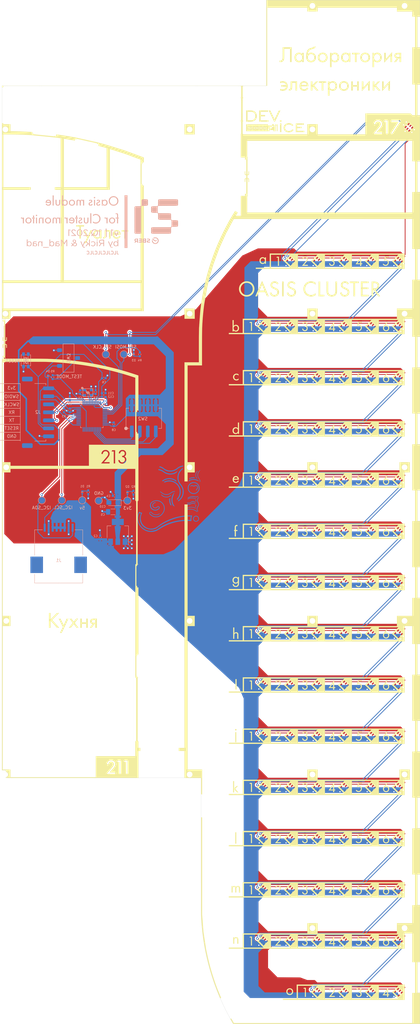
<source format=kicad_pcb>
(kicad_pcb (version 20171130) (host pcbnew "(5.1.9)-1")
  (layers (0 F.Cu signal) (31 B.Cu signal) (34 B.Paste user) (35 F.Paste user) (36 B.SilkS user) (37 F.SilkS user) (38 B.Mask user) (39 F.Mask user) (44 Edge.Cuts user))
  (net 0 "")
  (net 1 GND)
  (net 2 HSE_IN)
  (net 3 +5V)
  (net 4 HSE_OUT)
  (net 5 VDDA)
  (net 6 C_RST)
  (net 7 "Net-(D1-Pad1)")
  (net 8 "Net-(D2-Pad1)")
  (net 9 "Net-(D3-Pad2)")
  (net 10 SWITCH_MODE)
  (net 11 SYS_JTCK-SWCLK)
  (net 12 SYS_JTMS-SWDIO)
  (net 13 "Net-(LED-LAB1-Pad6)")
  (net 14 "Net-(LED-a-1-Pad6)")
  (net 15 "Net-(LED-LAB1-Pad1)")
  (net 16 "Net-(LED-a-1-Pad1)")
  (net 17 "Net-(LED-a-2-Pad6)")
  (net 18 "Net-(LED-a-2-Pad1)")
  (net 19 "Net-(LED-a-3-Pad6)")
  (net 20 "Net-(LED-a-3-Pad1)")
  (net 21 "Net-(LED-a-4-Pad6)")
  (net 22 "Net-(LED-a-4-Pad1)")
  (net 23 "Net-(LED-a-5-Pad6)")
  (net 24 "Net-(LED-a-5-Pad1)")
  (net 25 "Net-(LED-b-1-Pad6)")
  (net 26 "Net-(LED-b-1-Pad1)")
  (net 27 "Net-(LED-b-2-Pad6)")
  (net 28 "Net-(LED-b-2-Pad1)")
  (net 29 "Net-(LED-b-3-Pad6)")
  (net 30 "Net-(LED-b-3-Pad1)")
  (net 31 "Net-(LED-b-4-Pad6)")
  (net 32 "Net-(LED-b-4-Pad1)")
  (net 33 "Net-(LED-b-5-Pad6)")
  (net 34 "Net-(LED-b-5-Pad1)")
  (net 35 "Net-(LED-b-6-Pad6)")
  (net 36 "Net-(LED-b-6-Pad1)")
  (net 37 "Net-(LED-c-1-Pad6)")
  (net 38 "Net-(LED-c-1-Pad1)")
  (net 39 "Net-(LED-c-2-Pad6)")
  (net 40 "Net-(LED-c-2-Pad1)")
  (net 41 "Net-(LED-c-3-Pad6)")
  (net 42 "Net-(LED-c-3-Pad1)")
  (net 43 "Net-(LED-c-4-Pad6)")
  (net 44 "Net-(LED-c-4-Pad1)")
  (net 45 "Net-(LED-c-5-Pad6)")
  (net 46 "Net-(LED-c-5-Pad1)")
  (net 47 "Net-(LED-c-6-Pad6)")
  (net 48 "Net-(LED-c-6-Pad1)")
  (net 49 "Net-(LED-d-1-Pad6)")
  (net 50 "Net-(LED-d-1-Pad1)")
  (net 51 "Net-(LED-d-2-Pad6)")
  (net 52 "Net-(LED-d-2-Pad1)")
  (net 53 "Net-(LED-d-3-Pad6)")
  (net 54 "Net-(LED-d-3-Pad1)")
  (net 55 "Net-(LED-d-4-Pad6)")
  (net 56 "Net-(LED-d-4-Pad1)")
  (net 57 "Net-(LED-d-5-Pad6)")
  (net 58 "Net-(LED-d-5-Pad1)")
  (net 59 "Net-(LED-d-6-Pad6)")
  (net 60 "Net-(LED-d-6-Pad1)")
  (net 61 "Net-(LED-e-1-Pad6)")
  (net 62 "Net-(LED-e-1-Pad1)")
  (net 63 "Net-(LED-e-2-Pad6)")
  (net 64 "Net-(LED-e-2-Pad1)")
  (net 65 "Net-(LED-e-3-Pad6)")
  (net 66 "Net-(LED-e-3-Pad1)")
  (net 67 "Net-(LED-e-4-Pad6)")
  (net 68 "Net-(LED-e-4-Pad1)")
  (net 69 "Net-(LED-e-5-Pad6)")
  (net 70 "Net-(LED-e-5-Pad1)")
  (net 71 "Net-(LED-e-6-Pad6)")
  (net 72 "Net-(LED-e-6-Pad1)")
  (net 73 "Net-(LED-f-1-Pad6)")
  (net 74 "Net-(LED-f-1-Pad1)")
  (net 75 "Net-(LED-f-2-Pad6)")
  (net 76 "Net-(LED-f-2-Pad1)")
  (net 77 "Net-(LED-f-3-Pad6)")
  (net 78 "Net-(LED-f-3-Pad1)")
  (net 79 "Net-(LED-f-4-Pad6)")
  (net 80 "Net-(LED-f-4-Pad1)")
  (net 81 "Net-(LED-f-5-Pad6)")
  (net 82 "Net-(LED-f-5-Pad1)")
  (net 83 "Net-(LED-f-6-Pad6)")
  (net 84 "Net-(LED-f-6-Pad1)")
  (net 85 "Net-(LED-g-1-Pad6)")
  (net 86 "Net-(LED-g-1-Pad1)")
  (net 87 "Net-(LED-g-2-Pad6)")
  (net 88 "Net-(LED-g-2-Pad1)")
  (net 89 "Net-(LED-g-3-Pad6)")
  (net 90 "Net-(LED-g-3-Pad1)")
  (net 91 "Net-(LED-g-4-Pad6)")
  (net 92 "Net-(LED-g-4-Pad1)")
  (net 93 "Net-(LED-g-5-Pad6)")
  (net 94 "Net-(LED-g-5-Pad1)")
  (net 95 "Net-(LED-g-6-Pad6)")
  (net 96 "Net-(LED-g-6-Pad1)")
  (net 97 "Net-(LED-h-1-Pad6)")
  (net 98 "Net-(LED-h-1-Pad1)")
  (net 99 "Net-(LED-h-2-Pad6)")
  (net 100 "Net-(LED-h-2-Pad1)")
  (net 101 "Net-(LED-h-3-Pad6)")
  (net 102 "Net-(LED-h-3-Pad1)")
  (net 103 "Net-(LED-h-4-Pad6)")
  (net 104 "Net-(LED-h-4-Pad1)")
  (net 105 "Net-(LED-h-5-Pad6)")
  (net 106 "Net-(LED-h-5-Pad1)")
  (net 107 "Net-(LED-h-6-Pad6)")
  (net 108 "Net-(LED-h-6-Pad1)")
  (net 109 "Net-(LED-i-1-Pad6)")
  (net 110 "Net-(LED-i-1-Pad1)")
  (net 111 "Net-(LED-i-2-Pad6)")
  (net 112 "Net-(LED-i-2-Pad1)")
  (net 113 "Net-(LED-i-3-Pad6)")
  (net 114 "Net-(LED-i-3-Pad1)")
  (net 115 "Net-(LED-i-4-Pad6)")
  (net 116 "Net-(LED-i-4-Pad1)")
  (net 117 "Net-(LED-i-5-Pad6)")
  (net 118 "Net-(LED-i-5-Pad1)")
  (net 119 "Net-(LED-i-6-Pad6)")
  (net 120 "Net-(LED-i-6-Pad1)")
  (net 121 "Net-(LED-j-1-Pad6)")
  (net 122 "Net-(LED-j-1-Pad1)")
  (net 123 "Net-(LED-j-2-Pad6)")
  (net 124 "Net-(LED-j-2-Pad1)")
  (net 125 "Net-(LED-j-3-Pad6)")
  (net 126 "Net-(LED-j-3-Pad1)")
  (net 127 "Net-(LED-j-4-Pad6)")
  (net 128 "Net-(LED-j-4-Pad1)")
  (net 129 "Net-(LED-j-5-Pad6)")
  (net 130 "Net-(LED-j-5-Pad1)")
  (net 131 "Net-(LED-j-6-Pad6)")
  (net 132 "Net-(LED-j-6-Pad1)")
  (net 133 "Net-(LED-k-1-Pad6)")
  (net 134 "Net-(LED-k-1-Pad1)")
  (net 135 "Net-(LED-k-2-Pad6)")
  (net 136 "Net-(LED-k-2-Pad1)")
  (net 137 "Net-(LED-k-3-Pad6)")
  (net 138 "Net-(LED-k-3-Pad1)")
  (net 139 "Net-(LED-k-4-Pad6)")
  (net 140 "Net-(LED-k-4-Pad1)")
  (net 141 "Net-(LED-k-5-Pad6)")
  (net 142 "Net-(LED-k-5-Pad1)")
  (net 143 "Net-(LED-k-6-Pad6)")
  (net 144 "Net-(LED-k-6-Pad1)")
  (net 145 "Net-(LED-l-1-Pad6)")
  (net 146 "Net-(LED-l-1-Pad1)")
  (net 147 "Net-(LED-l-2-Pad6)")
  (net 148 "Net-(LED-l-2-Pad1)")
  (net 149 "Net-(LED-l-3-Pad6)")
  (net 150 "Net-(LED-l-3-Pad1)")
  (net 151 "Net-(LED-l-4-Pad6)")
  (net 152 "Net-(LED-l-4-Pad1)")
  (net 153 "Net-(LED-l-5-Pad6)")
  (net 154 "Net-(LED-l-5-Pad1)")
  (net 155 "Net-(LED-l-6-Pad6)")
  (net 156 "Net-(LED-l-6-Pad1)")
  (net 157 SPI1_CLK)
  (net 158 SPI1_MOSI)
  (net 159 "Net-(LED-m-1-Pad6)")
  (net 160 "Net-(LED-m-1-Pad1)")
  (net 161 "Net-(LED-m-2-Pad6)")
  (net 162 "Net-(LED-m-2-Pad1)")
  (net 163 "Net-(LED-m-3-Pad6)")
  (net 164 "Net-(LED-m-3-Pad1)")
  (net 165 "Net-(LED-m-4-Pad6)")
  (net 166 "Net-(LED-m-4-Pad1)")
  (net 167 "Net-(LED-m-5-Pad6)")
  (net 168 "Net-(LED-m-5-Pad1)")
  (net 169 "Net-(LED-m-6-Pad6)")
  (net 170 "Net-(LED-m-6-Pad1)")
  (net 171 "Net-(LED-n-1-Pad6)")
  (net 172 "Net-(LED-n-1-Pad1)")
  (net 173 "Net-(LED-n-2-Pad6)")
  (net 174 "Net-(LED-n-2-Pad1)")
  (net 175 "Net-(LED-n-3-Pad6)")
  (net 176 "Net-(LED-n-3-Pad1)")
  (net 177 "Net-(LED-n-4-Pad6)")
  (net 178 "Net-(LED-n-4-Pad1)")
  (net 179 "Net-(LED-n-5-Pad6)")
  (net 180 "Net-(LED-n-5-Pad1)")
  (net 181 "Net-(LED-n-6-Pad6)")
  (net 182 "Net-(LED-n-6-Pad1)")
  (net 183 "Net-(LED-o-1-Pad6)")
  (net 184 "Net-(LED-o-1-Pad1)")
  (net 185 "Net-(LED-o-2-Pad6)")
  (net 186 "Net-(LED-o-2-Pad1)")
  (net 187 "Net-(LED-o-3-Pad6)")
  (net 188 "Net-(LED-o-3-Pad1)")
  (net 189 "Net-(LED-o-4-Pad6)")
  (net 190 "Net-(LED-o-4-Pad1)")
  (net 191 "Net-(R3-Pad2)")
  (net 192 "Net-(R4-Pad1)")
  (net 193 "Net-(R5-Pad2)")
  (net 194 REG_4b)
  (net 195 REG_3b)
  (net 196 REG_2b)
  (net 197 REG_1b)
  (net 198 "Net-(U2-Pad46)")
  (net 199 "Net-(U2-Pad45)")
  (net 200 "Net-(U2-Pad41)")
  (net 201 "Net-(U2-Pad40)")
  (net 202 "Net-(U2-Pad38)")
  (net 203 "Net-(U2-Pad25)")
  (net 204 "Net-(U2-Pad22)")
  (net 205 "Net-(U2-Pad21)")
  (net 206 "Net-(U2-Pad20)")
  (net 207 "Net-(U2-Pad19)")
  (net 208 "Net-(U2-Pad18)")
  (net 209 "Net-(U2-Pad14)")
  (net 210 "Net-(U2-Pad11)")
  (net 211 "Net-(U2-Pad10)")
  (net 212 "Net-(U2-Pad4)")
  (net 213 "Net-(U2-Pad3)")
  (net 214 I2C2_SCL)
  (net 215 I2C2_SDA)
  (net 216 "Net-(U2-Pad33)")
  (net 217 "Net-(U2-Pad32)")
  (net 218 USART2_RX)
  (net 219 USART2_TX)
  (net 220 "Net-(SW1-Pad4)")
  (net 221 "Net-(SW1-Pad2)")
  (net 222 "Net-(U2-Pad30)")
  (net 223 "Net-(U2-Pad31)")
  (net 224 "Net-(U2-Pad35)")
  (net 225 "Net-(U2-Pad36)")
  (net 226 "Net-(U2-Pad39)")
  (module ClusterMonitor_silklib:label_oasis_silk_kicad (layer B.Cu) (at -140.462 56.261 180)
    (fp_text reference G*** hide)
    (fp_text value LOGO hide)
  )
  (module _kicad_selfmadeStandartFootprint:Ricky_podpis_freimor (layer B.Cu) (at -118.364 144.272 180)
    (fp_text reference G*** hide)
    (fp_text value LOGO hide)
    (fp_poly (pts (xy 9.491418 -4.191982) (xy 9.521556 -4.237162) (xy 9.559704 -4.306393) (xy 9.593535 -4.375328) (xy 9.754523 -4.768559) (xy 9.875649 -5.172499) (xy 9.956856 -5.584064) (xy 9.998085 -6.000169) (xy 9.999276 -6.417729) (xy 9.960371 -6.833659) (xy 9.88131 -7.244874) (xy 9.762036 -7.64829) (xy 9.660964 -7.909464) (xy 9.475833 -8.291903) (xy 9.25659 -8.65098) (xy 9.005556 -8.984892) (xy 8.72505 -9.29184) (xy 8.417393 -9.57002) (xy 8.084904 -9.817633) (xy 7.729902 -10.032876) (xy 7.354708 -10.213949) (xy 6.961642 -10.359049) (xy 6.553023 -10.466375) (xy 6.311522 -10.510345) (xy 6.18423 -10.525678) (xy 6.029237 -10.537907) (xy 5.858283 -10.546689) (xy 5.683107 -10.551682) (xy 5.51545 -10.552543) (xy 5.36705 -10.54893) (xy 5.255714 -10.541159) (xy 4.948321 -10.497586) (xy 4.637964 -10.432929) (xy 4.34028 -10.35086) (xy 4.119852 -10.2744) (xy 3.949215 -10.204054) (xy 3.778329 -10.123619) (xy 3.599951 -10.029177) (xy 3.40684 -9.916807) (xy 3.191753 -9.78259) (xy 3.093141 -9.718775) (xy 2.458265 -9.321033) (xy 1.829362 -8.96145) (xy 1.200874 -8.637453) (xy 0.56724 -8.346468) (xy -0.077098 -8.085922) (xy -0.7377 -7.853243) (xy -1.32995 -7.671486) (xy -2.062192 -7.480627) (xy -2.807609 -7.324096) (xy -3.560634 -7.20257) (xy -4.315702 -7.116728) (xy -5.067246 -7.067248) (xy -5.809701 -7.054808) (xy -6.290769 -7.067162) (xy -6.448577 -7.074239) (xy -6.600009 -7.081532) (xy -6.737574 -7.088642) (xy -6.853778 -7.095169) (xy -6.94113 -7.100713) (xy -6.985 -7.104154) (xy -7.122583 -7.117137) (xy -7.122779 -6.696526) (xy -7.126616 -6.465644) (xy -7.139109 -6.265017) (xy -7.162082 -6.083121) (xy -7.197355 -5.908432) (xy -7.246751 -5.729429) (xy -7.27393 -5.647564) (xy -6.942667 -5.647564) (xy -6.938547 -5.678241) (xy -6.927721 -5.737701) (xy -6.912486 -5.813365) (xy -6.911686 -5.817175) (xy -6.874647 -6.005146) (xy -6.848274 -6.170153) (xy -6.830174 -6.329501) (xy -6.818476 -6.49114) (xy -6.805083 -6.727531) (xy -5.81025 -6.737913) (xy -5.513527 -6.741617) (xy -5.251941 -6.74639) (xy -5.018299 -6.752637) (xy -4.805411 -6.760765) (xy -4.606084 -6.77118) (xy -4.413128 -6.784287) (xy -4.219351 -6.800493) (xy -4.01756 -6.820204) (xy -3.800565 -6.843825) (xy -3.672417 -6.858597) (xy -2.854666 -6.973971) (xy -2.056948 -7.126387) (xy -1.278289 -7.316133) (xy -0.517715 -7.543496) (xy 0.225747 -7.808764) (xy 0.953074 -8.112225) (xy 1.583293 -8.41248) (xy 1.77609 -8.511619) (xy 1.959537 -8.610016) (xy 2.139331 -8.711156) (xy 2.321169 -8.818524) (xy 2.510749 -8.935605) (xy 2.713769 -9.065887) (xy 2.935927 -9.212854) (xy 3.182918 -9.379992) (xy 3.33375 -9.483385) (xy 3.615099 -9.659976) (xy 3.911255 -9.811748) (xy 4.226484 -9.940109) (xy 4.565049 -10.04647) (xy 4.931215 -10.132238) (xy 5.329247 -10.198822) (xy 5.598583 -10.231586) (xy 5.67611 -10.235799) (xy 5.78425 -10.236362) (xy 5.911482 -10.233723) (xy 6.046284 -10.228329) (xy 6.177136 -10.220628) (xy 6.292515 -10.21107) (xy 6.371809 -10.20152) (xy 6.750374 -10.123387) (xy 7.120847 -10.005269) (xy 7.480365 -9.849189) (xy 7.826069 -9.65717) (xy 8.155098 -9.431235) (xy 8.464591 -9.173408) (xy 8.751687 -8.885713) (xy 9.013526 -8.570172) (xy 9.247246 -8.228809) (xy 9.310733 -8.122904) (xy 9.494865 -7.766919) (xy 9.639666 -7.402338) (xy 9.744989 -7.031696) (xy 9.810683 -6.657523) (xy 9.836599 -6.282354) (xy 9.822587 -5.908719) (xy 9.768498 -5.539152) (xy 9.674182 -5.176185) (xy 9.53949 -4.822351) (xy 9.509434 -4.756603) (xy 9.468031 -4.673462) (xy 9.430913 -4.607993) (xy 9.402623 -4.567674) (xy 9.38923 -4.558612) (xy 9.360799 -4.567842) (xy 9.300693 -4.586213) (xy 9.217877 -4.611015) (xy 9.126556 -4.638001) (xy 9.024237 -4.668778) (xy 8.956431 -4.691723) (xy 8.916769 -4.70999) (xy 8.898883 -4.726732) (xy 8.896402 -4.745103) (xy 8.89769 -4.751326) (xy 8.90846 -4.786532) (xy 8.930373 -4.852885) (xy 8.960478 -4.941614) (xy 8.995823 -5.043946) (xy 9.004709 -5.069416) (xy 9.112675 -5.424486) (xy 9.183992 -5.770743) (xy 9.220129 -6.117787) (xy 9.222559 -6.475215) (xy 9.22207 -6.487583) (xy 9.186552 -6.871156) (xy 9.113035 -7.237871) (xy 9.002932 -7.586318) (xy 8.857657 -7.915092) (xy 8.678623 -8.222786) (xy 8.467243 -8.507991) (xy 8.224931 -8.769302) (xy 7.9531 -9.00531) (xy 7.653164 -9.214609) (xy 7.326536 -9.395791) (xy 6.974629 -9.54745) (xy 6.598857 -9.668178) (xy 6.200633 -9.756569) (xy 5.894917 -9.800047) (xy 5.571926 -9.817859) (xy 5.249738 -9.799235) (xy 4.92128 -9.743494) (xy 4.691928 -9.684387) (xy 4.527336 -9.633617) (xy 4.378298 -9.580496) (xy 4.238053 -9.521394) (xy 4.099837 -9.452683) (xy 3.956888 -9.370736) (xy 3.802444 -9.271923) (xy 3.629743 -9.152617) (xy 3.432021 -9.009189) (xy 3.428015 -9.006234) (xy 2.780837 -8.552385) (xy 2.106606 -8.125116) (xy 1.409044 -7.725999) (xy 0.691872 -7.356606) (xy -0.041187 -7.018508) (xy -0.786414 -6.713277) (xy -1.540087 -6.442484) (xy -2.298483 -6.207701) (xy -3.057882 -6.0105) (xy -3.814563 -5.852452) (xy -4.191 -5.788558) (xy -4.444682 -5.750601) (xy -4.68012 -5.719407) (xy -4.906208 -5.694284) (xy -5.13184 -5.674537) (xy -5.36591 -5.659473) (xy -5.617314 -5.648398) (xy -5.894945 -5.640619) (xy -6.143625 -5.636278) (xy -6.373973 -5.633571) (xy -6.563308 -5.632411) (xy -6.712925 -5.632815) (xy -6.824116 -5.634803) (xy -6.898176 -5.638393) (xy -6.936397 -5.643603) (xy -6.942667 -5.647564) (xy -7.27393 -5.647564) (xy -7.302027 -5.562934) (xy -7.38438 -5.329136) (xy -6.459732 -5.339784) (xy -6.170191 -5.343802) (xy -5.915509 -5.349049) (xy -5.688219 -5.356006) (xy -5.480853 -5.365154) (xy -5.285945 -5.376975) (xy -5.096026 -5.391948) (xy -4.903629 -5.410556) (xy -4.701287 -5.43328) (xy -4.481532 -5.460599) (xy -4.3815 -5.473658) (xy -3.550396 -5.604627) (xy -2.729247 -5.776598) (xy -1.919148 -5.989178) (xy -1.121197 -6.241975) (xy -0.33649 -6.534593) (xy 0.433878 -6.866641) (xy 1.18881 -7.237725) (xy 1.92721 -7.647451) (xy 2.294063 -7.86929) (xy 2.433447 -7.958669) (xy 2.591731 -8.064563) (xy 2.754661 -8.177167) (xy 2.907982 -8.286672) (xy 3.003146 -8.357129) (xy 3.121629 -8.446597) (xy 3.240457 -8.536323) (xy 3.351151 -8.619907) (xy 3.445234 -8.690948) (xy 3.514231 -8.743045) (xy 3.51561 -8.744086) (xy 3.793102 -8.94124) (xy 4.060244 -9.104292) (xy 4.325313 -9.237155) (xy 4.596583 -9.343743) (xy 4.88233 -9.427968) (xy 5.037667 -9.463862) (xy 5.214647 -9.492085) (xy 5.41952 -9.509492) (xy 5.639247 -9.516062) (xy 5.860787 -9.511772) (xy 6.071099 -9.4966) (xy 6.257143 -9.470525) (xy 6.280737 -9.465957) (xy 6.641313 -9.373152) (xy 6.980896 -9.245802) (xy 7.298228 -9.086438) (xy 7.592051 -8.897591) (xy 7.861105 -8.681791) (xy 8.104132 -8.441569) (xy 8.319872 -8.179456) (xy 8.507068 -7.897982) (xy 8.664459 -7.599677) (xy 8.790788 -7.287073) (xy 8.884795 -6.9627) (xy 8.945221 -6.629088) (xy 8.970808 -6.288768) (xy 8.960297 -5.944272) (xy 8.912429 -5.598128) (xy 8.825944 -5.252869) (xy 8.699585 -4.911024) (xy 8.625817 -4.751757) (xy 8.582267 -4.662829) (xy 8.547034 -4.589244) (xy 8.523589 -4.538371) (xy 8.5154 -4.517575) (xy 8.515465 -4.517448) (xy 8.536175 -4.510962) (xy 8.589901 -4.49522) (xy 8.66892 -4.47246) (xy 8.765504 -4.444917) (xy 8.784167 -4.439622) (xy 8.903408 -4.404113) (xy 9.017357 -4.366048) (xy 9.136173 -4.321578) (xy 9.270013 -4.266851) (xy 9.429035 -4.198018) (xy 9.473767 -4.17822) (xy 9.491418 -4.191982)) (layer B.Cu) (width 0.01))
    (fp_poly (pts (xy -8.355309 -5.458834) (xy -8.178511 -5.529878) (xy -8.013239 -5.639088) (xy -7.962018 -5.683543) (xy -7.829368 -5.832825) (xy -7.735632 -5.998704) (xy -7.681109 -6.180427) (xy -7.666098 -6.377239) (xy -7.668161 -6.422987) (xy -7.701217 -6.62297) (xy -7.771129 -6.804552) (xy -7.875296 -6.96432) (xy -8.011116 -7.09886) (xy -8.175986 -7.204759) (xy -8.305939 -7.259557) (xy -8.451511 -7.292915) (xy -8.61403 -7.30293) (xy -8.77604 -7.289789) (xy -8.920084 -7.253679) (xy -8.921986 -7.252975) (xy -9.098208 -7.166615) (xy -9.249025 -7.050781) (xy -9.371885 -6.910515) (xy -9.464237 -6.750858) (xy -9.523529 -6.576851) (xy -9.547209 -6.393534) (xy -9.542214 -6.328833) (xy -9.329697 -6.328833) (xy -9.324741 -6.496217) (xy -9.289995 -6.639812) (xy -9.222582 -6.76851) (xy -9.162368 -6.845573) (xy -9.031058 -6.964926) (xy -8.882279 -7.047883) (xy -8.721512 -7.09332) (xy -8.55424 -7.100112) (xy -8.385945 -7.067137) (xy -8.282838 -7.025912) (xy -8.145589 -6.938326) (xy -8.028317 -6.821771) (xy -7.940221 -6.686174) (xy -7.915441 -6.629434) (xy -7.882988 -6.497751) (xy -7.874718 -6.350759) (xy -7.889908 -6.204182) (xy -7.927833 -6.073743) (xy -7.942498 -6.042117) (xy -8.036096 -5.903049) (xy -8.16046 -5.783738) (xy -8.293869 -5.699787) (xy -8.359824 -5.670225) (xy -8.419395 -5.652496) (xy -8.487714 -5.643733) (xy -8.57991 -5.641074) (xy -8.60425 -5.641023) (xy -8.746844 -5.648673) (xy -8.862909 -5.674976) (xy -8.966092 -5.725233) (xy -9.070036 -5.804743) (xy -9.103086 -5.834792) (xy -9.206219 -5.946596) (xy -9.274783 -6.06137) (xy -9.314361 -6.191284) (xy -9.329697 -6.328833) (xy -9.542214 -6.328833) (xy -9.532725 -6.20595) (xy -9.506289 -6.098643) (xy -9.443172 -5.938236) (xy -9.358497 -5.80353) (xy -9.242892 -5.679686) (xy -9.23996 -5.676997) (xy -9.079341 -5.55683) (xy -8.905647 -5.474955) (xy -8.723796 -5.431348) (xy -8.53871 -5.425983) (xy -8.355309 -5.458834)) (layer B.Cu) (width 0.01))
    (fp_poly (pts (xy -6.408743 -3.245758) (xy -6.197834 -3.26112) (xy -6.010591 -3.285668) (xy -5.93725 -3.299674) (xy -5.824749 -3.323798) (xy -5.747343 -3.341577) (xy -5.698921 -3.356362) (xy -5.673371 -3.3715) (xy -5.66458 -3.390342) (xy -5.666435 -3.416238) (xy -5.671637 -3.445225) (xy -5.677528 -3.479841) (xy -5.685972 -3.502786) (xy -5.703734 -3.514601) (xy -5.737577 -3.515823) (xy -5.794266 -3.506992) (xy -5.880563 -3.488647) (xy -5.969 -3.468921) (xy -6.049089 -3.452093) (xy -6.122802 -3.439521) (xy -6.198493 -3.430602) (xy -6.284515 -3.424738) (xy -6.389221 -3.421327) (xy -6.520963 -3.419768) (xy -6.656917 -3.419451) (xy -6.818573 -3.419961) (xy -6.946303 -3.421885) (xy -7.048507 -3.425813) (xy -7.133584 -3.432336) (xy -7.209934 -3.442045) (xy -7.285956 -3.45553) (xy -7.344833 -3.467829) (xy -7.675638 -3.556117) (xy -7.996919 -3.673629) (xy -8.301006 -3.816793) (xy -8.580231 -3.98204) (xy -8.805333 -4.147838) (xy -8.870895 -4.200916) (xy -8.913721 -4.229771) (xy -8.943932 -4.236874) (xy -8.971648 -4.224701) (xy -9.005728 -4.196806) (xy -9.068285 -4.142997) (xy -8.984434 -4.070771) (xy -8.887594 -3.994241) (xy -8.763585 -3.906415) (xy -8.623414 -3.814287) (xy -8.478093 -3.724849) (xy -8.338629 -3.645094) (xy -8.216032 -3.582015) (xy -8.211918 -3.580071) (xy -7.893923 -3.449601) (xy -7.554875 -3.346068) (xy -7.244745 -3.279864) (xy -7.061321 -3.256634) (xy -6.852702 -3.24333) (xy -6.631105 -3.239766) (xy -6.408743 -3.245758)) (layer B.Cu) (width 0.01))
    (fp_poly (pts (xy -9.29395 0.346752) (xy -9.153726 0.177103) (xy -9.051569 -0.003232) (xy -8.983279 -0.202565) (xy -8.960185 -0.31395) (xy -8.944789 -0.414061) (xy -8.938287 -0.491394) (xy -8.940681 -0.564472) (xy -8.951974 -0.651818) (xy -8.960238 -0.702367) (xy -8.999428 -0.872822) (xy -9.056521 -1.01723) (xy -9.065971 -1.035742) (xy -9.111046 -1.121841) (xy -9.165492 -1.226161) (xy -9.219207 -1.329336) (xy -9.231424 -1.35285) (xy -9.323917 -1.53095) (xy -9.323917 -1.807933) (xy -9.323418 -1.922709) (xy -9.320826 -2.005576) (xy -9.314495 -2.066955) (xy -9.30278 -2.11727) (xy -9.284034 -2.166942) (xy -9.258467 -2.2225) (xy -9.215126 -2.305304) (xy -9.157407 -2.404544) (xy -9.095807 -2.5024) (xy -9.077735 -2.529416) (xy -8.962962 -2.732985) (xy -8.88788 -2.946575) (xy -8.853231 -3.166613) (xy -8.859763 -3.389528) (xy -8.876895 -3.4925) (xy -8.912347 -3.618033) (xy -8.965082 -3.751766) (xy -9.028202 -3.878808) (xy -9.09481 -3.984266) (xy -9.118652 -4.014475) (xy -9.156637 -4.055871) (xy -9.184332 -4.069217) (xy -9.218277 -4.05921) (xy -9.23925 -4.048724) (xy -9.284358 -4.024852) (xy -9.309332 -4.010348) (xy -9.310119 -4.009741) (xy -9.302385 -3.991073) (xy -9.274801 -3.949146) (xy -9.24246 -3.90514) (xy -9.128629 -3.725024) (xy -9.055154 -3.534194) (xy -9.02068 -3.328627) (xy -9.017503 -3.2385) (xy -9.023224 -3.106433) (xy -9.04269 -2.987466) (xy -9.079356 -2.872114) (xy -9.136674 -2.750891) (xy -9.218099 -2.614313) (xy -9.277364 -2.524866) (xy -9.371344 -2.37025) (xy -9.4357 -2.221383) (xy -9.474273 -2.065288) (xy -9.490905 -1.888992) (xy -9.492253 -1.799166) (xy -9.485245 -1.630725) (xy -9.462896 -1.488181) (xy -9.420926 -1.356571) (xy -9.355056 -1.220929) (xy -9.300451 -1.128427) (xy -9.193912 -0.922485) (xy -9.128555 -0.716481) (xy -9.104199 -0.5127) (xy -9.120662 -0.313423) (xy -9.177765 -0.120935) (xy -9.275325 0.062482) (xy -9.408189 0.229301) (xy -9.541768 0.370902) (xy -9.490297 0.434159) (xy -9.438826 0.497417) (xy -9.29395 0.346752)) (layer B.Cu) (width 0.01))
    (fp_poly (pts (xy -6.77827 -2.629992) (xy -6.61767 -2.639653) (xy -6.569208 -2.644907) (xy -6.42321 -2.667749) (xy -6.258612 -2.701031) (xy -6.089866 -2.741256) (xy -5.931428 -2.784927) (xy -5.79775 -2.828549) (xy -5.775153 -2.837) (xy -5.707162 -2.865566) (xy -5.668908 -2.891209) (xy -5.649691 -2.92354) (xy -5.641496 -2.957106) (xy -5.634387 -3.008228) (xy -5.634941 -3.037774) (xy -5.635887 -3.039442) (xy -5.658178 -3.036477) (xy -5.708774 -3.020784) (xy -5.776828 -2.995737) (xy -5.778441 -2.995106) (xy -5.855563 -2.967951) (xy -5.958866 -2.935762) (xy -6.073294 -2.903074) (xy -6.157814 -2.880845) (xy -6.528616 -2.809184) (xy -6.903598 -2.77892) (xy -7.279398 -2.789796) (xy -7.652652 -2.841552) (xy -8.019996 -2.93393) (xy -8.334205 -3.047996) (xy -8.530167 -3.129876) (xy -8.530167 -3.05581) (xy -8.528079 -3.017951) (xy -8.516529 -2.990617) (xy -8.487587 -2.96634) (xy -8.433323 -2.937651) (xy -8.376708 -2.911256) (xy -8.168578 -2.827079) (xy -7.93337 -2.751873) (xy -7.686128 -2.690396) (xy -7.662333 -2.685396) (xy -7.517824 -2.662084) (xy -7.344229 -2.644409) (xy -7.154483 -2.632849) (xy -6.961519 -2.627884) (xy -6.77827 -2.629992)) (layer B.Cu) (width 0.01))
    (fp_poly (pts (xy -8.507756 -1.975453) (xy -8.479498 -2.030185) (xy -8.449034 -2.107945) (xy -8.419489 -2.199503) (xy -8.393986 -2.295635) (xy -8.375647 -2.387111) (xy -8.370283 -2.426873) (xy -8.363844 -2.501489) (xy -8.367481 -2.551942) (xy -8.385868 -2.596055) (xy -8.423674 -2.651652) (xy -8.43228 -2.663408) (xy -8.491988 -2.742167) (xy -8.531092 -2.786489) (xy -8.551816 -2.797586) (xy -8.556387 -2.776672) (xy -8.547294 -2.726098) (xy -8.532842 -2.607931) (xy -8.535849 -2.468796) (xy -8.554711 -2.325525) (xy -8.587825 -2.194952) (xy -8.601371 -2.158103) (xy -8.656641 -2.021416) (xy -8.609279 -1.984535) (xy -8.563986 -1.959007) (xy -8.530687 -1.952975) (xy -8.507756 -1.975453)) (layer B.Cu) (width 0.01))
    (fp_poly (pts (xy -1.638965 1.894417) (xy -1.525778 1.756136) (xy -1.408556 1.586298) (xy -1.292676 1.394622) (xy -1.183514 1.190825) (xy -1.086447 0.984624) (xy -1.006852 0.785739) (xy -0.977305 0.6985) (xy -0.892002 0.373144) (xy -0.835271 0.032528) (xy -0.80837 -0.311144) (xy -0.812558 -0.645671) (xy -0.824389 -0.78513) (xy -0.865237 -1.051539) (xy -0.929245 -1.328199) (xy -1.01255 -1.602633) (xy -1.111289 -1.862366) (xy -1.221599 -2.094922) (xy -1.240923 -2.130317) (xy -1.283719 -2.202065) (xy -1.321772 -2.247683) (xy -1.368334 -2.279363) (xy -1.43462 -2.308485) (xy -1.519138 -2.344124) (xy -1.617918 -2.388755) (xy -1.697397 -2.426773) (xy -1.839044 -2.496961) (xy -1.71238 -2.322689) (xy -1.633547 -2.203724) (xy -1.547867 -2.056816) (xy -1.461586 -1.894281) (xy -1.38095 -1.728432) (xy -1.312207 -1.571585) (xy -1.261603 -1.436054) (xy -1.259764 -1.43038) (xy -1.192148 -1.19046) (xy -1.145511 -0.951822) (xy -1.117192 -0.698697) (xy -1.107727 -0.529166) (xy -1.108447 -0.206846) (xy -1.137588 0.096018) (xy -1.197259 0.39161) (xy -1.289566 0.69211) (xy -1.34386 0.836084) (xy -1.385287 0.946106) (xy -1.424141 1.059405) (xy -1.455282 1.160465) (xy -1.470074 1.217084) (xy -1.501911 1.340532) (xy -1.545292 1.486487) (xy -1.59492 1.638618) (xy -1.645495 1.780593) (xy -1.686436 1.883834) (xy -1.736025 2.00025) (xy -1.638965 1.894417)) (layer B.Cu) (width 0.01))
    (fp_poly (pts (xy -0.270578 0.065364) (xy -0.194483 0.022195) (xy -0.147613 -0.009981) (xy -0.121687 -0.0398) (xy -0.108425 -0.075901) (xy -0.102111 -0.110368) (xy -0.08564 -0.287714) (xy -0.085893 -0.493911) (xy -0.101794 -0.7194) (xy -0.132268 -0.954623) (xy -0.176238 -1.190021) (xy -0.232629 -1.416035) (xy -0.258792 -1.502833) (xy -0.28598 -1.581983) (xy -0.321365 -1.676224) (xy -0.361263 -1.776737) (xy -0.401987 -1.874702) (xy -0.439856 -1.9613) (xy -0.471182 -2.027711) (xy -0.492283 -2.065115) (xy -0.495101 -2.068489) (xy -0.518183 -2.075191) (xy -0.571317 -2.085537) (xy -0.637489 -2.096418) (xy -0.715513 -2.108816) (xy -0.781824 -2.120192) (xy -0.816555 -2.12693) (xy -0.832751 -2.126896) (xy -0.83707 -2.113444) (xy -0.827694 -2.081051) (xy -0.802803 -2.024194) (xy -0.760577 -1.93735) (xy -0.741539 -1.899194) (xy -0.603391 -1.591277) (xy -0.502108 -1.289584) (xy -0.435326 -0.984427) (xy -0.400683 -0.666118) (xy -0.394421 -0.47625) (xy -0.394494 -0.347123) (xy -0.396609 -0.220224) (xy -0.400432 -0.107268) (xy -0.40563 -0.019966) (xy -0.408161 0.006399) (xy -0.424739 0.15038) (xy -0.270578 0.065364)) (layer B.Cu) (width 0.01))
    (fp_poly (pts (xy -7.57296 -1.338259) (xy -7.364424 -1.3483) (xy -7.04242 -1.511431) (xy -6.851425 -1.602963) (xy -6.683911 -1.670464) (xy -6.530257 -1.716289) (xy -6.380843 -1.742795) (xy -6.226046 -1.752338) (xy -6.074833 -1.74841) (xy -5.975643 -1.741769) (xy -5.886724 -1.734191) (xy -5.820132 -1.726786) (xy -5.794375 -1.722559) (xy -5.758641 -1.717026) (xy -5.741689 -1.728205) (xy -5.736521 -1.765985) (xy -5.736167 -1.804813) (xy -5.737546 -1.848647) (xy -5.745573 -1.88069) (xy -5.766085 -1.903041) (xy -5.80492 -1.917799) (xy -5.867913 -1.927063) (xy -5.960902 -1.932933) (xy -6.089723 -1.937506) (xy -6.106583 -1.938028) (xy -6.262831 -1.939962) (xy -6.38771 -1.934548) (xy -6.491643 -1.921184) (xy -6.528632 -1.913715) (xy -6.782243 -1.83613) (xy -7.029672 -1.717661) (xy -7.069154 -1.69467) (xy -7.223416 -1.61327) (xy -7.36862 -1.561318) (xy -7.520171 -1.53371) (xy -7.567655 -1.529518) (xy -7.768632 -1.535755) (xy -7.963571 -1.581225) (xy -8.145149 -1.663465) (xy -8.302625 -1.776955) (xy -8.359024 -1.824059) (xy -8.391409 -1.840238) (xy -8.402949 -1.822895) (xy -8.396813 -1.769435) (xy -8.383977 -1.710327) (xy -8.354776 -1.640336) (xy -8.297828 -1.573663) (xy -8.207961 -1.505081) (xy -8.138583 -1.462291) (xy -7.999957 -1.394296) (xy -7.85882 -1.353407) (xy -7.702259 -1.336792) (xy -7.57296 -1.338259)) (layer B.Cu) (width 0.01))
    (fp_poly (pts (xy -7.55454 -0.81253) (xy -7.404685 -0.832105) (xy -7.30857 -0.855802) (xy -7.264863 -0.870895) (xy -7.220438 -0.890305) (xy -7.169314 -0.9176) (xy -7.105516 -0.956346) (xy -7.023065 -1.010113) (xy -6.915983 -1.082468) (xy -6.829562 -1.141691) (xy -6.749555 -1.188225) (xy -6.654483 -1.231845) (xy -6.596729 -1.252806) (xy -6.477758 -1.280165) (xy -6.333494 -1.298655) (xy -6.180238 -1.307278) (xy -6.034293 -1.305033) (xy -5.927907 -1.293793) (xy -5.857095 -1.283349) (xy -5.804887 -1.278221) (xy -5.783252 -1.279358) (xy -5.775416 -1.303704) (xy -5.766189 -1.354013) (xy -5.763775 -1.370914) (xy -5.760258 -1.428322) (xy -5.772491 -1.458569) (xy -5.792013 -1.470595) (xy -5.833786 -1.479078) (xy -5.907894 -1.485835) (xy -6.004369 -1.490713) (xy -6.113244 -1.493558) (xy -6.224549 -1.494217) (xy -6.328316 -1.492536) (xy -6.414578 -1.488364) (xy -6.473365 -1.481546) (xy -6.475546 -1.481103) (xy -6.634542 -1.439804) (xy -6.774402 -1.384089) (xy -6.910834 -1.306692) (xy -7.023961 -1.227354) (xy -7.152706 -1.137247) (xy -7.265508 -1.074555) (xy -7.374538 -1.035037) (xy -7.491963 -1.014456) (xy -7.629954 -1.008573) (xy -7.65175 -1.008682) (xy -7.847084 -1.026137) (xy -8.022784 -1.076642) (xy -8.186619 -1.163292) (xy -8.339225 -1.282702) (xy -8.421903 -1.357396) (xy -8.4364 -1.280123) (xy -8.441748 -1.236793) (xy -8.434648 -1.201946) (xy -8.409363 -1.163799) (xy -8.360158 -1.110567) (xy -8.347657 -1.097801) (xy -8.232703 -1.002258) (xy -8.091733 -0.917878) (xy -7.940994 -0.853367) (xy -7.837796 -0.824575) (xy -7.705382 -0.809638) (xy -7.55454 -0.81253)) (layer B.Cu) (width 0.01))
    (fp_poly (pts (xy -8.469586 -0.265192) (xy -8.45983 -0.296958) (xy -8.455094 -0.360844) (xy -8.454912 -0.44699) (xy -8.458821 -0.545541) (xy -8.466353 -0.646637) (xy -8.477045 -0.740422) (xy -8.49043 -0.817038) (xy -8.496809 -0.841949) (xy -8.518803 -0.911147) (xy -8.537909 -0.962116) (xy -8.549406 -0.983058) (xy -8.56798 -0.972385) (xy -8.598582 -0.935751) (xy -8.61082 -0.917963) (xy -8.637463 -0.872662) (xy -8.648362 -0.833017) (xy -8.645577 -0.782312) (xy -8.634884 -0.722577) (xy -8.622821 -0.631476) (xy -8.617249 -0.526479) (xy -8.618145 -0.460355) (xy -8.625417 -0.320178) (xy -8.554005 -0.286181) (xy -8.504566 -0.26726) (xy -8.472716 -0.26351) (xy -8.469586 -0.265192)) (layer B.Cu) (width 0.01))
    (fp_poly (pts (xy -4.318323 9.689799) (xy -4.249477 9.640546) (xy -4.156937 9.571295) (xy -3.858097 9.322121) (xy -3.590564 9.044705) (xy -3.355472 8.740423) (xy -3.153955 8.410649) (xy -3.079946 8.265584) (xy -2.927648 7.902803) (xy -2.816342 7.533255) (xy -2.745712 7.159446) (xy -2.715444 6.78388) (xy -2.725223 6.409062) (xy -2.774736 6.037498) (xy -2.863666 5.671693) (xy -2.991701 5.31415) (xy -3.158525 4.967376) (xy -3.363824 4.633876) (xy -3.5703 4.360334) (xy -3.793803 4.065089) (xy -3.978396 3.76656) (xy -4.127365 3.45806) (xy -4.243994 3.132902) (xy -4.321764 2.831022) (xy -4.338866 2.745499) (xy -4.351348 2.664463) (xy -4.35989 2.578649) (xy -4.365169 2.478793) (xy -4.367863 2.355629) (xy -4.368653 2.199895) (xy -4.368654 2.19075) (xy -4.367959 2.033488) (xy -4.365412 1.909183) (xy -4.360321 1.808477) (xy -4.351992 1.72201) (xy -4.339734 1.640423) (xy -4.322855 1.554357) (xy -4.320891 1.545167) (xy -4.220614 1.171935) (xy -4.085135 0.822119) (xy -3.914203 0.495243) (xy -3.707564 0.190833) (xy -3.464964 -0.091585) (xy -3.429 -0.128503) (xy -3.333854 -0.220649) (xy -3.228167 -0.316453) (xy -3.125553 -0.403897) (xy -3.048 -0.464837) (xy -2.974396 -0.520247) (xy -2.91575 -0.566338) (xy -2.879038 -0.597502) (xy -2.870104 -0.607796) (xy -2.881221 -0.629929) (xy -2.907036 -0.67468) (xy -2.940446 -0.730384) (xy -2.974352 -0.785376) (xy -3.001654 -0.827992) (xy -3.015249 -0.846567) (xy -3.015514 -0.846666) (xy -3.033664 -0.835326) (xy -3.078023 -0.805086) (xy -3.140324 -0.761611) (xy -3.166389 -0.743221) (xy -3.459534 -0.51036) (xy -3.728586 -0.245046) (xy -3.970006 0.048165) (xy -4.180254 0.364719) (xy -4.355792 0.700059) (xy -4.436637 0.891827) (xy -4.554712 1.255317) (xy -4.632867 1.628039) (xy -4.671297 2.006135) (xy -4.670198 2.385751) (xy -4.629768 2.76303) (xy -4.550201 3.134116) (xy -4.431695 3.495154) (xy -4.287816 3.816356) (xy -4.200475 3.978049) (xy -4.106532 4.131498) (xy -3.998617 4.28779) (xy -3.869362 4.458014) (xy -3.82081 4.519084) (xy -3.646693 4.746773) (xy -3.502289 4.960789) (xy -3.382088 5.170945) (xy -3.280579 5.38705) (xy -3.192254 5.618917) (xy -3.175853 5.66754) (xy -3.115136 5.866651) (xy -3.071107 6.0514) (xy -3.041735 6.235123) (xy -3.024987 6.431158) (xy -3.018833 6.652843) (xy -3.018694 6.69925) (xy -3.032779 7.036907) (xy -3.076321 7.35207) (xy -3.151524 7.654644) (xy -3.260594 7.954531) (xy -3.335194 8.120608) (xy -3.465244 8.360583) (xy -3.624289 8.601066) (xy -3.804409 8.832121) (xy -3.997682 9.04381) (xy -4.196189 9.226194) (xy -4.252072 9.271) (xy -4.40233 9.387417) (xy -4.402498 9.562787) (xy -4.402722 9.638569) (xy -4.399701 9.688979) (xy -4.388151 9.714198) (xy -4.362786 9.71441) (xy -4.318323 9.689799)) (layer B.Cu) (width 0.01))
    (fp_poly (pts (xy 0.095227 5.77895) (xy 0.475706 5.736069) (xy 0.850816 5.65271) (xy 0.998312 5.608036) (xy 1.079901 5.579098) (xy 1.176199 5.541406) (xy 1.279817 5.498287) (xy 1.383365 5.453068) (xy 1.479453 5.409076) (xy 1.560692 5.369639) (xy 1.619693 5.338083) (xy 1.649065 5.317736) (xy 1.651 5.314165) (xy 1.633364 5.299378) (xy 1.586493 5.271755) (xy 1.519439 5.236518) (xy 1.497542 5.225637) (xy 1.344083 5.150323) (xy 1.207308 5.212501) (xy 0.885503 5.336164) (xy 0.546304 5.423936) (xy 0.195366 5.475436) (xy -0.161658 5.490282) (xy -0.519114 5.468093) (xy -0.871347 5.408487) (xy -1.044059 5.364441) (xy -1.388447 5.24466) (xy -1.71425 5.088286) (xy -2.01917 4.897802) (xy -2.300912 4.675691) (xy -2.557175 4.424435) (xy -2.785664 4.146517) (xy -2.98408 3.844419) (xy -3.150126 3.520623) (xy -3.281505 3.177613) (xy -3.36856 2.852882) (xy -3.392228 2.713208) (xy -3.409488 2.541707) (xy -3.420777 2.333775) (xy -3.422401 2.286) (xy -3.426126 2.13694) (xy -3.426462 2.018231) (xy -3.422782 1.917981) (xy -3.414458 1.824297) (xy -3.400862 1.725287) (xy -3.389004 1.653046) (xy -3.304846 1.282224) (xy -3.182326 0.928861) (xy -3.021934 0.594006) (xy -2.824164 0.278708) (xy -2.623549 0.022819) (xy -2.471449 -0.153195) (xy -2.576874 -0.25862) (xy -2.682299 -0.364044) (xy -2.835547 -0.187314) (xy -3.075947 0.121986) (xy -3.281806 0.454685) (xy -3.451618 0.807718) (xy -3.583882 1.178016) (xy -3.666464 1.508011) (xy -3.683289 1.596447) (xy -3.69572 1.678005) (xy -3.704363 1.761611) (xy -3.709823 1.856193) (xy -3.712706 1.970676) (xy -3.713619 2.113987) (xy -3.71352 2.201334) (xy -3.712482 2.36346) (xy -3.709938 2.49189) (xy -3.705266 2.595252) (xy -3.697845 2.682173) (xy -3.687055 2.761283) (xy -3.672272 2.841209) (xy -3.664935 2.876119) (xy -3.560021 3.269596) (xy -3.420237 3.640304) (xy -3.24648 3.987056) (xy -3.039649 4.308667) (xy -2.800642 4.603948) (xy -2.530359 4.871713) (xy -2.229697 5.110776) (xy -1.899554 5.31995) (xy -1.757042 5.396207) (xy -1.405714 5.551418) (xy -1.04109 5.667585) (xy -0.666904 5.744421) (xy -0.286887 5.781638) (xy 0.095227 5.77895)) (layer B.Cu) (width 0.01))
    (fp_poly (pts (xy -7.037431 0.276574) (xy -6.687032 0.223674) (xy -6.344433 0.130648) (xy -6.064633 0.021339) (xy -5.991985 -0.013271) (xy -5.949279 -0.041387) (xy -5.926934 -0.071677) (xy -5.915365 -0.112808) (xy -5.91517 -0.113844) (xy -5.907752 -0.168469) (xy -5.907928 -0.204487) (xy -5.908649 -0.206941) (xy -5.92972 -0.207456) (xy -5.978923 -0.192036) (xy -6.046616 -0.163857) (xy -6.06425 -0.155686) (xy -6.190748 -0.101657) (xy -6.343161 -0.045295) (xy -6.505739 0.008234) (xy -6.662735 0.05376) (xy -6.7984 0.086115) (xy -6.805083 0.08744) (xy -6.89495 0.099711) (xy -7.019783 0.108895) (xy -7.172303 0.114594) (xy -7.33425 0.116417) (xy -7.512977 0.114751) (xy -7.660791 0.108639) (xy -7.789022 0.096412) (xy -7.909 0.076399) (xy -8.032053 0.046929) (xy -8.169513 0.006334) (xy -8.244417 -0.017751) (xy -8.337921 -0.047936) (xy -8.416729 -0.072587) (xy -8.472123 -0.089029) (xy -8.494929 -0.094607) (xy -8.514083 -0.077573) (xy -8.537835 -0.034986) (xy -8.541118 -0.027442) (xy -8.569629 0.040366) (xy -8.450028 0.085115) (xy -8.101929 0.193617) (xy -7.74823 0.261635) (xy -7.39228 0.289257) (xy -7.037431 0.276574)) (layer B.Cu) (width 0.01))
    (fp_poly (pts (xy -9.229092 0.856273) (xy -9.182643 0.828047) (xy -9.147213 0.804692) (xy -8.980528 0.716023) (xy -8.793323 0.659599) (xy -8.657167 0.641274) (xy -8.579217 0.638442) (xy -8.503372 0.642193) (xy -8.418109 0.653985) (xy -8.311905 0.675274) (xy -8.218052 0.696817) (xy -8.097345 0.724223) (xy -7.998493 0.742943) (xy -7.907103 0.754585) (xy -7.808779 0.760758) (xy -7.689127 0.763071) (xy -7.62337 0.763282) (xy -7.496155 0.761667) (xy -7.368921 0.757161) (xy -7.254811 0.750412) (xy -7.166963 0.742068) (xy -7.152318 0.74006) (xy -6.902141 0.691431) (xy -6.64152 0.620341) (xy -6.387022 0.532016) (xy -6.155211 0.431681) (xy -6.121226 0.414808) (xy -6.062902 0.38275) (xy -6.027889 0.351729) (xy -6.005624 0.307738) (xy -5.985544 0.236769) (xy -5.98483 0.233938) (xy -5.970119 0.168085) (xy -5.963564 0.122611) (xy -5.966072 0.107942) (xy -5.989082 0.11822) (xy -6.041292 0.14452) (xy -6.114669 0.182722) (xy -6.19125 0.223387) (xy -6.399903 0.32252) (xy -6.634158 0.412146) (xy -6.877435 0.486336) (xy -7.027333 0.522368) (xy -7.11241 0.537805) (xy -7.205822 0.54879) (xy -7.316203 0.555889) (xy -7.452187 0.559672) (xy -7.609417 0.560713) (xy -7.753679 0.560304) (xy -7.864659 0.5585) (xy -7.951405 0.554444) (xy -8.022966 0.547277) (xy -8.088389 0.536142) (xy -8.156722 0.520182) (xy -8.222294 0.50261) (xy -8.443738 0.45689) (xy -8.648595 0.445869) (xy -8.834383 0.469369) (xy -8.998622 0.527213) (xy -9.06216 0.562701) (xy -9.114382 0.593744) (xy -9.151599 0.612384) (xy -9.159455 0.614694) (xy -9.184291 0.627879) (xy -9.227103 0.659922) (xy -9.244702 0.674577) (xy -9.287292 0.714655) (xy -9.302177 0.745985) (xy -9.295417 0.785351) (xy -9.290256 0.800717) (xy -9.270792 0.845973) (xy -9.254385 0.867214) (xy -9.253055 0.867449) (xy -9.229092 0.856273)) (layer B.Cu) (width 0.01))
    (fp_poly (pts (xy 2.470721 1.431001) (xy 2.46919 1.408874) (xy 2.459428 1.355467) (xy 2.443314 1.280609) (xy 2.435461 1.246648) (xy 2.412664 1.156704) (xy 2.390705 1.094974) (xy 2.362515 1.048084) (xy 2.321027 1.002661) (xy 2.292164 0.975468) (xy 2.071777 0.800391) (xy 1.825695 0.655111) (xy 1.559942 0.54139) (xy 1.280543 0.460988) (xy 0.993522 0.415668) (xy 0.704903 0.407191) (xy 0.440152 0.433947) (xy 0.202437 0.488524) (xy -0.034394 0.570062) (xy -0.257572 0.673322) (xy -0.454325 0.793065) (xy -0.479406 0.811119) (xy -0.545719 0.861713) (xy -0.585454 0.900078) (xy -0.606902 0.937998) (xy -0.618352 0.987251) (xy -0.622152 1.013985) (xy -0.633166 1.084047) (xy -0.645065 1.140749) (xy -0.650533 1.159133) (xy -0.643677 1.165195) (xy -0.612439 1.146464) (xy -0.563439 1.106976) (xy -0.559811 1.1038) (xy -0.415612 0.989532) (xy -0.253992 0.882394) (xy -0.090448 0.791996) (xy 0.027286 0.739749) (xy 0.156925 0.691298) (xy 0.265148 0.655802) (xy 0.363238 0.631323) (xy 0.462475 0.615925) (xy 0.574143 0.607669) (xy 0.709523 0.604619) (xy 0.814917 0.604509) (xy 0.951467 0.605519) (xy 1.055311 0.608143) (xy 1.13607 0.613411) (xy 1.203366 0.62235) (xy 1.266822 0.635989) (xy 1.336059 0.655357) (xy 1.360769 0.662859) (xy 1.619686 0.760165) (xy 1.862601 0.886699) (xy 2.082807 1.038096) (xy 2.273593 1.209987) (xy 2.370218 1.31997) (xy 2.416993 1.376669) (xy 2.452691 1.416348) (xy 2.470235 1.431188) (xy 2.470721 1.431001)) (layer B.Cu) (width 0.01))
    (fp_poly (pts (xy -1.801949 2.38988) (xy -1.714443 2.382774) (xy -1.623396 2.371791) (xy -1.550466 2.35983) (xy -1.309722 2.301169) (xy -1.081015 2.217277) (xy -0.856229 2.104326) (xy -0.627246 1.958484) (xy -0.495297 1.861888) (xy -0.236655 1.686287) (xy 0.024747 1.552285) (xy 0.2903 1.459174) (xy 0.296333 1.457544) (xy 0.436027 1.429948) (xy 0.602049 1.412792) (xy 0.781456 1.406105) (xy 0.961305 1.409913) (xy 1.128654 1.424244) (xy 1.270561 1.449126) (xy 1.29488 1.455407) (xy 1.574598 1.550391) (xy 1.830042 1.675643) (xy 2.070677 1.836139) (xy 2.169583 1.915235) (xy 2.291513 2.009549) (xy 2.426947 2.101048) (xy 2.565005 2.183283) (xy 2.69481 2.249803) (xy 2.805485 2.294159) (xy 2.812284 2.296282) (xy 2.838139 2.302917) (xy 2.847737 2.29742) (xy 2.839998 2.272466) (xy 2.813841 2.220731) (xy 2.796247 2.18765) (xy 2.75105 2.111873) (xy 2.704341 2.060343) (xy 2.640473 2.017404) (xy 2.60914 2.000444) (xy 2.540833 1.9601) (xy 2.452997 1.901707) (xy 2.358718 1.834203) (xy 2.297094 1.787257) (xy 2.138235 1.665804) (xy 2.000959 1.568918) (xy 1.876538 1.491611) (xy 1.75625 1.428891) (xy 1.631369 1.37577) (xy 1.493169 1.327257) (xy 1.49225 1.326959) (xy 1.259319 1.266128) (xy 1.014076 1.228289) (xy 0.771199 1.21496) (xy 0.545364 1.227662) (xy 0.53975 1.228366) (xy 0.247218 1.285358) (xy -0.033852 1.380897) (xy -0.306258 1.516171) (xy -0.572794 1.692371) (xy -0.601131 1.713734) (xy -0.855044 1.890056) (xy -1.102693 2.027048) (xy -1.342902 2.124171) (xy -1.574495 2.180888) (xy -1.640417 2.18976) (xy -1.737979 2.201371) (xy -1.803005 2.213413) (xy -1.845141 2.229851) (xy -1.874037 2.254654) (xy -1.899341 2.291787) (xy -1.902825 2.297651) (xy -1.930562 2.346717) (xy -1.946117 2.378225) (xy -1.947333 2.38246) (xy -1.927983 2.39027) (xy -1.876326 2.39256) (xy -1.801949 2.38988)) (layer B.Cu) (width 0.01))
    (fp_poly (pts (xy -7.669327 5.236255) (xy -7.398155 5.189465) (xy -7.138617 5.104057) (xy -6.894762 4.981679) (xy -6.67064 4.823978) (xy -6.483653 4.647262) (xy -6.30628 4.425816) (xy -6.168516 4.189613) (xy -6.070092 3.937961) (xy -6.010739 3.670167) (xy -5.990187 3.385538) (xy -5.990167 3.376084) (xy -6.009699 3.090159) (xy -6.068288 2.820556) (xy -6.165923 2.567303) (xy -6.302591 2.33043) (xy -6.478283 2.109967) (xy -6.485566 2.102089) (xy -6.69169 1.910306) (xy -6.919076 1.753927) (xy -7.16413 1.634083) (xy -7.423259 1.551909) (xy -7.692871 1.508538) (xy -7.969372 1.505102) (xy -8.24917 1.542736) (xy -8.255 1.543963) (xy -8.519778 1.621095) (xy -8.766369 1.734868) (xy -8.991913 1.882464) (xy -9.193552 2.061063) (xy -9.368426 2.267846) (xy -9.513677 2.499994) (xy -9.626445 2.754688) (xy -9.687386 2.956372) (xy -9.707564 3.073298) (xy -9.719665 3.21792) (xy -9.723689 3.376377) (xy -9.722489 3.42328) (xy -9.502111 3.42328) (xy -9.488023 3.174404) (xy -9.473466 3.086904) (xy -9.411397 2.845442) (xy -9.323191 2.63194) (xy -9.204369 2.437985) (xy -9.050452 2.255165) (xy -9.007697 2.211917) (xy -8.810247 2.041454) (xy -8.602787 1.910193) (xy -8.380173 1.815284) (xy -8.204934 1.767273) (xy -8.047995 1.744654) (xy -7.869407 1.737611) (xy -7.686772 1.745863) (xy -7.51769 1.76913) (xy -7.472348 1.778969) (xy -7.226807 1.859144) (xy -6.998387 1.976279) (xy -6.791258 2.127034) (xy -6.609589 2.308068) (xy -6.457548 2.516038) (xy -6.38197 2.652989) (xy -6.289405 2.888124) (xy -6.235018 3.133663) (xy -6.218235 3.384078) (xy -6.23848 3.633844) (xy -6.295181 3.877435) (xy -6.387762 4.109325) (xy -6.515649 4.323986) (xy -6.562055 4.385767) (xy -6.737309 4.574414) (xy -6.937336 4.732051) (xy -7.157299 4.856875) (xy -7.392366 4.947082) (xy -7.637702 5.000871) (xy -7.888473 5.016437) (xy -8.139843 4.991977) (xy -8.171304 4.985968) (xy -8.419037 4.915844) (xy -8.647578 4.811421) (xy -8.854453 4.676308) (xy -9.037186 4.514116) (xy -9.193303 4.328453) (xy -9.320329 4.122928) (xy -9.415789 3.901152) (xy -9.477208 3.666733) (xy -9.502111 3.42328) (xy -9.722489 3.42328) (xy -9.719635 3.534808) (xy -9.707505 3.679354) (xy -9.687386 3.795796) (xy -9.600674 4.064067) (xy -9.479266 4.311459) (xy -9.326231 4.535419) (xy -9.144637 4.733394) (xy -8.937553 4.902831) (xy -8.708048 5.041177) (xy -8.459191 5.145879) (xy -8.19405 5.214384) (xy -7.948083 5.242781) (xy -7.669327 5.236255)) (layer B.Cu) (width 0.01))
    (fp_poly (pts (xy -9.910737 9.104737) (xy -9.868615 9.086125) (xy -9.833331 9.067408) (xy -9.73512 8.988657) (xy -9.682113 8.915439) (xy -9.640093 8.84939) (xy -9.582442 8.767419) (xy -9.520794 8.68599) (xy -9.513572 8.676901) (xy -9.368465 8.480642) (xy -9.256605 8.293797) (xy -9.173412 8.106768) (xy -9.11431 7.909956) (xy -9.089195 7.787138) (xy -9.06419 7.523266) (xy -9.080871 7.261249) (xy -9.138598 7.00353) (xy -9.236726 6.752557) (xy -9.374615 6.510776) (xy -9.453347 6.400522) (xy -9.579951 6.223219) (xy -9.676509 6.059769) (xy -9.747724 5.899842) (xy -9.798294 5.733107) (xy -9.829112 5.574758) (xy -9.84334 5.49219) (xy -9.858295 5.439945) (xy -9.879526 5.406285) (xy -9.912585 5.379477) (xy -9.925409 5.371161) (xy -9.997261 5.325668) (xy -9.982409 5.489571) (xy -9.937239 5.756198) (xy -9.851861 6.013313) (xy -9.728102 6.256406) (xy -9.592974 6.450054) (xy -9.448295 6.652197) (xy -9.341076 6.851447) (xy -9.268011 7.056331) (xy -9.225796 7.275374) (xy -9.213328 7.4295) (xy -9.217179 7.665361) (xy -9.251757 7.884047) (xy -9.31942 8.092415) (xy -9.422526 8.297323) (xy -9.563432 8.505625) (xy -9.599363 8.552112) (xy -9.658689 8.63214) (xy -9.72171 8.725203) (xy -9.783709 8.823329) (xy -9.839969 8.918543) (xy -9.885775 9.002872) (xy -9.916409 9.068344) (xy -9.927167 9.106259) (xy -9.910737 9.104737)) (layer B.Cu) (width 0.01))
    (fp_poly (pts (xy -7.530598 6.222534) (xy -7.287797 6.19525) (xy -7.059035 6.145863) (xy -6.831833 6.071556) (xy -6.593709 5.96951) (xy -6.549151 5.948186) (xy -6.455885 5.902259) (xy -6.393038 5.868028) (xy -6.35276 5.839089) (xy -6.327201 5.809035) (xy -6.308512 5.771463) (xy -6.297361 5.742724) (xy -6.263142 5.658601) (xy -6.222816 5.568907) (xy -6.208979 5.540375) (xy -6.182101 5.484832) (xy -6.166331 5.448858) (xy -6.164435 5.441065) (xy -6.182995 5.453072) (xy -6.227568 5.484009) (xy -6.289817 5.528062) (xy -6.314854 5.545945) (xy -6.57973 5.710017) (xy -6.863799 5.838513) (xy -7.162592 5.930959) (xy -7.471639 5.986882) (xy -7.786469 6.005808) (xy -8.102611 5.987262) (xy -8.415597 5.930772) (xy -8.720956 5.835863) (xy -8.79013 5.808346) (xy -8.880968 5.77457) (xy -8.988773 5.740068) (xy -9.082533 5.714296) (xy -9.243594 5.670739) (xy -9.396669 5.621808) (xy -9.529022 5.571795) (xy -9.599083 5.540157) (xy -9.68375 5.498132) (xy -9.631872 5.55425) (xy -9.577204 5.603707) (xy -9.494296 5.666897) (xy -9.39231 5.73772) (xy -9.280407 5.810077) (xy -9.167749 5.877868) (xy -9.063496 5.934994) (xy -9.04875 5.942466) (xy -8.798025 6.055357) (xy -8.553741 6.137958) (xy -8.304484 6.192902) (xy -8.038841 6.222821) (xy -7.799917 6.230531) (xy -7.530598 6.222534)) (layer B.Cu) (width 0.01))
    (fp_poly (pts (xy 0.421453 6.476337) (xy 0.786596 6.400746) (xy 1.143609 6.286798) (xy 1.489363 6.134511) (xy 1.820735 5.943902) (xy 1.874143 5.908546) (xy 1.959593 5.850041) (xy 2.038297 5.794689) (xy 2.099568 5.750079) (xy 2.125527 5.729995) (xy 2.187304 5.679428) (xy 2.066481 5.588205) (xy 1.945657 5.496982) (xy 1.856537 5.563595) (xy 1.558611 5.760766) (xy 1.235239 5.927242) (xy 0.892862 6.060171) (xy 0.537923 6.1567) (xy 0.497917 6.16507) (xy 0.332169 6.190581) (xy 0.139059 6.207042) (xy -0.06937 6.214467) (xy -0.281072 6.212873) (xy -0.484002 6.202274) (xy -0.666116 6.182686) (xy -0.775711 6.16343) (xy -1.101238 6.076135) (xy -1.421189 5.956955) (xy -1.725197 5.810408) (xy -2.002898 5.64101) (xy -2.049237 5.608478) (xy -2.122801 5.555958) (xy -2.182077 5.514166) (xy -2.219673 5.488282) (xy -2.229154 5.482402) (xy -2.246511 5.494284) (xy -2.285018 5.523646) (xy -2.299543 5.535027) (xy -2.366002 5.587418) (xy -2.32486 5.698834) (xy -2.303192 5.751593) (xy -2.278085 5.792653) (xy -2.241365 5.830411) (xy -2.184853 5.873262) (xy -2.100375 5.929602) (xy -2.099651 5.930073) (xy -1.765114 6.123451) (xy -1.416826 6.278354) (xy -1.057915 6.394799) (xy -0.691506 6.472802) (xy -0.320724 6.512382) (xy 0.051304 6.513554) (xy 0.421453 6.476337)) (layer B.Cu) (width 0.01))
    (fp_poly (pts (xy -7.478585 6.778332) (xy -7.150155 6.72629) (xy -6.834098 6.633974) (xy -6.633263 6.551539) (xy -6.482608 6.482346) (xy -6.468015 6.379132) (xy -6.45719 6.310355) (xy -6.446555 6.254857) (xy -6.442618 6.238875) (xy -6.438202 6.217518) (xy -6.444518 6.208172) (xy -6.467468 6.21256) (xy -6.512956 6.232405) (xy -6.586887 6.26943) (xy -6.638568 6.296064) (xy -6.865478 6.400341) (xy -7.09274 6.476805) (xy -7.329448 6.527366) (xy -7.584694 6.553933) (xy -7.867571 6.558416) (xy -7.885945 6.558017) (xy -8.225974 6.549965) (xy -8.094514 6.783917) (xy -7.820216 6.790265) (xy -7.478585 6.778332)) (layer B.Cu) (width 0.01))
    (fp_poly (pts (xy -9.096184 8.784255) (xy -9.009849 8.760955) (xy -8.950609 8.735075) (xy -8.903562 8.698729) (xy -8.872653 8.665975) (xy -8.71161 8.45206) (xy -8.585209 8.218009) (xy -8.49502 7.969029) (xy -8.442616 7.710327) (xy -8.429567 7.447112) (xy -8.446153 7.252621) (xy -8.489268 7.052511) (xy -8.558707 6.847295) (xy -8.647284 6.657739) (xy -8.65959 6.63575) (xy -8.717386 6.537211) (xy -8.762408 6.469598) (xy -8.801477 6.426314) (xy -8.841416 6.40076) (xy -8.889047 6.386338) (xy -8.923632 6.380362) (xy -8.984212 6.372189) (xy -9.010481 6.373406) (xy -9.0099 6.386525) (xy -8.996839 6.40502) (xy -8.960281 6.450233) (xy -8.918986 6.498167) (xy -8.858767 6.578307) (xy -8.7934 6.685991) (xy -8.7298 6.808184) (xy -8.674882 6.931851) (xy -8.643866 7.01675) (xy -8.610505 7.140412) (xy -8.589363 7.272385) (xy -8.578052 7.421104) (xy -8.584397 7.68578) (xy -8.629605 7.933831) (xy -8.713938 8.165899) (xy -8.83766 8.382626) (xy -9.001033 8.584654) (xy -9.090177 8.673394) (xy -9.246779 8.819642) (xy -9.096184 8.784255)) (layer B.Cu) (width 0.01))
    (fp_poly (pts (xy 3.321896 9.354372) (xy 3.338477 9.313497) (xy 3.343596 9.294904) (xy 3.361691 9.223229) (xy 3.376796 9.156264) (xy 3.377599 9.152296) (xy 3.390295 9.088815) (xy 3.187658 9.05291) (xy 2.908729 8.988487) (xy 2.62453 8.895069) (xy 2.347707 8.777811) (xy 2.090902 8.641863) (xy 1.93675 8.543174) (xy 1.740241 8.407655) (xy 1.571882 8.294369) (xy 1.425944 8.200161) (xy 1.296702 8.121875) (xy 1.178427 8.056357) (xy 1.065393 8.000453) (xy 0.951873 7.951007) (xy 0.832139 7.904865) (xy 0.700464 7.858873) (xy 0.685087 7.853714) (xy 0.39824 7.773368) (xy 0.090421 7.715134) (xy -0.224651 7.680607) (xy -0.53326 7.671381) (xy -0.7745 7.684065) (xy -1.107902 7.733051) (xy -1.443198 7.814513) (xy -1.767043 7.924655) (xy -2.02943 8.041025) (xy -2.156053 8.104949) (xy -2.251121 8.155871) (xy -2.321151 8.1993) (xy -2.37266 8.240747) (xy -2.412162 8.285721) (xy -2.446176 8.339733) (xy -2.481217 8.408293) (xy -2.493233 8.433208) (xy -2.546089 8.537151) (xy -2.607468 8.648603) (xy -2.665834 8.746782) (xy -2.677321 8.76484) (xy -2.773972 8.914247) (xy -2.598778 8.767314) (xy -2.291551 8.535766) (xy -1.969295 8.34291) (xy -1.634203 8.189174) (xy -1.288469 8.074988) (xy -0.934284 8.00078) (xy -0.573842 7.966979) (xy -0.209337 7.974013) (xy 0.157039 8.022312) (xy 0.523093 8.112305) (xy 0.610137 8.139982) (xy 0.798332 8.211073) (xy 0.997418 8.301259) (xy 1.192677 8.403084) (xy 1.369391 8.509093) (xy 1.456251 8.568585) (xy 1.67343 8.722252) (xy 1.867801 8.850356) (xy 2.046741 8.957017) (xy 2.217626 9.046355) (xy 2.387833 9.122489) (xy 2.564738 9.189539) (xy 2.573796 9.192694) (xy 2.72024 9.23957) (xy 2.881164 9.284556) (xy 3.041104 9.323727) (xy 3.184596 9.353156) (xy 3.243353 9.362706) (xy 3.295271 9.367337) (xy 3.321896 9.354372)) (layer B.Cu) (width 0.01))
    (fp_poly (pts (xy -4.410847 10.514255) (xy -4.316751 10.498989) (xy -4.202018 10.476239) (xy -4.076645 10.448209) (xy -3.950629 10.417105) (xy -3.833964 10.38513) (xy -3.759654 10.362244) (xy -3.398178 10.221633) (xy -3.05701 10.043879) (xy -2.736353 9.829096) (xy -2.597008 9.718901) (xy -2.28667 9.486787) (xy -1.962 9.293751) (xy -1.624776 9.140239) (xy -1.276778 9.0267) (xy -0.919786 8.953581) (xy -0.555578 8.921327) (xy -0.185934 8.930388) (xy 0.187368 8.98121) (xy 0.270513 8.998192) (xy 0.594892 9.087729) (xy 0.914717 9.213153) (xy 1.221058 9.370061) (xy 1.504983 9.554052) (xy 1.68275 9.694151) (xy 1.822133 9.799192) (xy 1.993616 9.905502) (xy 2.18741 10.008228) (xy 2.393727 10.102522) (xy 2.602778 10.183532) (xy 2.788098 10.241882) (xy 2.940947 10.283965) (xy 3.011565 10.150974) (xy 3.082184 10.017982) (xy 2.844653 9.949499) (xy 2.564264 9.85187) (xy 2.279904 9.721497) (xy 2.003614 9.564822) (xy 1.747441 9.388287) (xy 1.64891 9.309909) (xy 1.468532 9.177464) (xy 1.255294 9.050973) (xy 1.018656 8.935253) (xy 0.768077 8.835119) (xy 0.620407 8.786181) (xy 0.397453 8.724064) (xy 0.187266 8.679634) (xy -0.031476 8.648814) (xy -0.164352 8.636087) (xy -0.283566 8.626635) (xy -0.376665 8.620983) (xy -0.45699 8.619198) (xy -0.53788 8.621348) (xy -0.632676 8.627501) (xy -0.754717 8.637725) (xy -0.771212 8.639174) (xy -1.148372 8.69348) (xy -1.517061 8.788746) (xy -1.875173 8.924081) (xy -2.220604 9.098594) (xy -2.551251 9.311393) (xy -2.783417 9.491519) (xy -3.058428 9.695381) (xy -3.361402 9.872244) (xy -3.685319 10.018945) (xy -4.023157 10.132321) (xy -4.367896 10.209209) (xy -4.38166 10.211469) (xy -4.420591 10.219698) (xy -4.445465 10.235249) (xy -4.462785 10.267802) (xy -4.479054 10.327036) (xy -4.489272 10.371664) (xy -4.52264 10.519834) (xy -4.474311 10.519834) (xy -4.410847 10.514255)) (layer B.Cu) (width 0.01))
    (fp_poly (pts (xy -8.452377 4.281632) (xy -8.389158 4.271046) (xy -8.322812 4.248639) (xy -8.238769 4.210331) (xy -8.20793 4.19513) (xy -8.076103 4.137148) (xy -7.962659 4.107656) (xy -7.854872 4.106433) (xy -7.740014 4.133259) (xy -7.612081 4.184833) (xy -7.520362 4.224533) (xy -7.449113 4.248086) (xy -7.381543 4.259436) (xy -7.300859 4.262525) (xy -7.281333 4.262497) (xy -7.164569 4.255917) (xy -7.070698 4.235417) (xy -7.017524 4.214939) (xy -6.931625 4.173548) (xy -6.878188 4.13549) (xy -6.849645 4.090318) (xy -6.838428 4.027585) (xy -6.836833 3.96547) (xy -6.840064 3.883401) (xy -6.850751 3.841523) (xy -6.870386 3.838117) (xy -6.900463 3.871465) (xy -6.908326 3.8831) (xy -6.946179 3.923649) (xy -7.005311 3.969913) (xy -7.043052 3.994129) (xy -7.170647 4.045724) (xy -7.308029 4.056361) (xy -7.455502 4.026032) (xy -7.567083 3.979334) (xy -7.643198 3.943082) (xy -7.704053 3.921075) (xy -7.76563 3.90983) (xy -7.843908 3.905865) (xy -7.90575 3.905532) (xy -7.999916 3.906838) (xy -8.067687 3.912996) (xy -8.124991 3.927869) (xy -8.187757 3.955318) (xy -8.255 3.990198) (xy -8.341907 4.033916) (xy -8.408702 4.059469) (xy -8.47101 4.071387) (xy -8.544456 4.074198) (xy -8.544769 4.074197) (xy -8.627288 4.0704) (xy -8.687462 4.055811) (xy -8.744969 4.024742) (xy -8.766353 4.010159) (xy -8.884739 3.906513) (xy -8.970248 3.787537) (xy -9.020001 3.658917) (xy -9.031117 3.526342) (xy -9.027635 3.494005) (xy -9.017021 3.444047) (xy -8.997331 3.400258) (xy -8.962007 3.352929) (xy -8.904493 3.29235) (xy -8.866025 3.254696) (xy -8.749647 3.126929) (xy -8.669402 3.000701) (xy -8.620453 2.866887) (xy -8.601273 2.755141) (xy -8.595135 2.678636) (xy -8.601603 2.638059) (xy -8.627745 2.627371) (xy -8.68063 2.640531) (xy -8.719396 2.654196) (xy -8.76514 2.675868) (xy -8.792312 2.707953) (xy -8.811275 2.764451) (xy -8.816142 2.784878) (xy -8.85287 2.905356) (xy -8.90438 2.99667) (xy -8.978456 3.07141) (xy -9.006506 3.092671) (xy -9.105905 3.18776) (xy -9.175083 3.309464) (xy -9.214969 3.459811) (xy -9.225465 3.569864) (xy -9.227494 3.663881) (xy -9.222044 3.733153) (xy -9.206196 3.795022) (xy -9.177031 3.866831) (xy -9.174555 3.872368) (xy -9.086717 4.01934) (xy -8.97047 4.136745) (xy -8.830187 4.221797) (xy -8.67024 4.271715) (xy -8.527043 4.284476) (xy -8.452377 4.281632)) (layer B.Cu) (width 0.01))
    (fp_poly (pts (xy 4.144962 -0.525097) (xy 4.435521 -0.572646) (xy 4.711603 -0.647501) (xy 4.97003 -0.747384) (xy 5.20762 -0.870016) (xy 5.421192 -1.013119) (xy 5.607566 -1.174414) (xy 5.763562 -1.351622) (xy 5.885998 -1.542464) (xy 5.971694 -1.744661) (xy 6.000952 -1.854816) (xy 6.026281 -2.02524) (xy 6.027394 -2.194599) (xy 6.004336 -2.380319) (xy 6.00228 -2.391833) (xy 5.936688 -2.645409) (xy 5.834734 -2.87914) (xy 5.695097 -3.095426) (xy 5.516455 -3.296669) (xy 5.490499 -3.321661) (xy 5.284767 -3.488735) (xy 5.061297 -3.617398) (xy 4.820469 -3.707505) (xy 4.56266 -3.758906) (xy 4.338857 -3.772069) (xy 4.148945 -3.763788) (xy 3.977934 -3.73634) (xy 3.809581 -3.686018) (xy 3.630083 -3.61026) (xy 3.457647 -3.516688) (xy 3.298936 -3.406381) (xy 3.161427 -3.285702) (xy 3.052595 -3.161017) (xy 2.994529 -3.069166) (xy 2.963984 -2.973903) (xy 2.955615 -2.860259) (xy 2.969144 -2.745741) (xy 3.001141 -2.653787) (xy 3.082972 -2.53824) (xy 3.190574 -2.453771) (xy 3.317939 -2.404077) (xy 3.426942 -2.391833) (xy 3.504636 -2.395406) (xy 3.568843 -2.409545) (xy 3.629847 -2.439379) (xy 3.697936 -2.490038) (xy 3.783394 -2.566652) (xy 3.790102 -2.572941) (xy 3.91624 -2.680828) (xy 4.032856 -2.755426) (xy 4.149712 -2.801132) (xy 4.276572 -2.822343) (xy 4.350195 -2.825153) (xy 4.444227 -2.823247) (xy 4.514755 -2.813976) (xy 4.580486 -2.793194) (xy 4.660126 -2.756752) (xy 4.661289 -2.75618) (xy 4.813156 -2.6584) (xy 4.937321 -2.529284) (xy 5.019166 -2.396412) (xy 5.044678 -2.335688) (xy 5.059846 -2.272424) (xy 5.067083 -2.192505) (xy 5.068788 -2.106083) (xy 5.067267 -2.00608) (xy 5.059986 -1.932636) (xy 5.044043 -1.870075) (xy 5.016534 -1.802718) (xy 5.009994 -1.788583) (xy 4.920522 -1.644542) (xy 4.801927 -1.526163) (xy 4.660792 -1.437833) (xy 4.503702 -1.383942) (xy 4.380115 -1.368784) (xy 4.262314 -1.36525) (xy 4.263699 -1.264723) (xy 4.265083 -1.164196) (xy 4.341569 -1.164181) (xy 4.53312 -1.184597) (xy 4.714419 -1.243581) (xy 4.879854 -1.33762) (xy 5.02381 -1.463203) (xy 5.140674 -1.616818) (xy 5.180347 -1.68889) (xy 5.214583 -1.759794) (xy 5.237251 -1.81544) (xy 5.250734 -1.867976) (xy 5.257416 -1.929552) (xy 5.259682 -2.012316) (xy 5.259917 -2.094402) (xy 5.259191 -2.202375) (xy 5.255626 -2.279977) (xy 5.247137 -2.339165) (xy 5.231641 -2.391892) (xy 5.207054 -2.450115) (xy 5.192501 -2.481227) (xy 5.114844 -2.614235) (xy 5.015205 -2.738921) (xy 4.904594 -2.84272) (xy 4.831262 -2.893487) (xy 4.660541 -2.971501) (xy 4.480549 -3.014034) (xy 4.297909 -3.021934) (xy 4.119246 -2.996052) (xy 3.951182 -2.937236) (xy 3.800342 -2.846336) (xy 3.693339 -2.747546) (xy 3.622793 -2.674626) (xy 3.563652 -2.630805) (xy 3.504499 -2.609528) (xy 3.443824 -2.60425) (xy 3.336703 -2.621386) (xy 3.251586 -2.671541) (xy 3.193781 -2.749579) (xy 3.168602 -2.850363) (xy 3.167944 -2.871053) (xy 3.176809 -2.942515) (xy 3.198705 -3.00583) (xy 3.204459 -3.015723) (xy 3.243805 -3.057717) (xy 3.312713 -3.113592) (xy 3.402967 -3.178127) (xy 3.506349 -3.246099) (xy 3.614644 -3.312287) (xy 3.719636 -3.371468) (xy 3.813108 -3.418422) (xy 3.882094 -3.446405) (xy 4.127482 -3.506304) (xy 4.369399 -3.524815) (xy 4.60507 -3.502546) (xy 4.831722 -3.440106) (xy 5.046581 -3.338102) (xy 5.246871 -3.197142) (xy 5.321085 -3.131126) (xy 5.46859 -2.974632) (xy 5.581609 -2.81432) (xy 5.667333 -2.638963) (xy 5.705946 -2.530488) (xy 5.761023 -2.296179) (xy 5.775682 -2.071483) (xy 5.751066 -1.857971) (xy 5.688321 -1.657214) (xy 5.588591 -1.470782) (xy 5.453019 -1.300247) (xy 5.282751 -1.147179) (xy 5.078929 -1.013149) (xy 4.8427 -0.89973) (xy 4.575206 -0.80849) (xy 4.423833 -0.770265) (xy 4.323305 -0.753935) (xy 4.193783 -0.742021) (xy 4.046546 -0.734667) (xy 3.892873 -0.732014) (xy 3.744044 -0.734207) (xy 3.611337 -0.741388) (xy 3.506032 -0.7537) (xy 3.481917 -0.758319) (xy 3.168163 -0.845206) (xy 2.880642 -0.964579) (xy 2.616923 -1.117769) (xy 2.374578 -1.306106) (xy 2.232567 -1.442587) (xy 2.103546 -1.58289) (xy 1.999529 -1.712332) (xy 1.910884 -1.844392) (xy 1.82798 -1.992551) (xy 1.799651 -2.048458) (xy 1.699088 -2.278792) (xy 1.628622 -2.508033) (xy 1.586207 -2.746346) (xy 1.569793 -3.003895) (xy 1.571824 -3.179047) (xy 1.593322 -3.446869) (xy 1.639718 -3.693009) (xy 1.714353 -3.928691) (xy 1.82057 -4.165141) (xy 1.917602 -4.340683) (xy 2.111023 -4.632543) (xy 2.325541 -4.890897) (xy 2.559094 -5.114828) (xy 2.809616 -5.303418) (xy 3.075044 -5.455751) (xy 3.353314 -5.570909) (xy 3.642362 -5.647976) (xy 3.940124 -5.686033) (xy 4.244537 -5.684164) (xy 4.553536 -5.641451) (xy 4.741333 -5.595537) (xy 4.901789 -5.540812) (xy 5.073324 -5.466919) (xy 5.241823 -5.380916) (xy 5.393167 -5.289858) (xy 5.485785 -5.223396) (xy 5.638205 -5.102335) (xy 5.760498 -5.003735) (xy 5.856201 -4.924388) (xy 5.928852 -4.861088) (xy 5.981988 -4.810629) (xy 6.019146 -4.769804) (xy 6.043864 -4.735407) (xy 6.05968 -4.70423) (xy 6.060349 -4.702577) (xy 6.080593 -4.601445) (xy 6.060246 -4.507198) (xy 6.000797 -4.425892) (xy 5.990054 -4.416403) (xy 5.896072 -4.358803) (xy 5.802111 -4.343228) (xy 5.709528 -4.369391) (xy 5.619681 -4.437005) (xy 5.560289 -4.507268) (xy 5.411234 -4.678876) (xy 5.228621 -4.829902) (xy 5.009896 -4.962395) (xy 4.963583 -4.98587) (xy 4.804235 -5.060689) (xy 4.665544 -5.11576) (xy 4.535197 -5.153916) (xy 4.400882 -5.17799) (xy 4.250288 -5.190814) (xy 4.071101 -5.195223) (xy 4.053417 -5.195303) (xy 3.918981 -5.195039) (xy 3.817129 -5.192602) (xy 3.738127 -5.187048) (xy 3.672242 -5.177431) (xy 3.609742 -5.162805) (xy 3.556 -5.146975) (xy 3.477952 -5.119206) (xy 3.386531 -5.081368) (xy 3.290029 -5.03757) (xy 3.196739 -4.991921) (xy 3.114953 -4.948532) (xy 3.052964 -4.911512) (xy 3.019064 -4.88497) (xy 3.015411 -4.879067) (xy 3.009376 -4.846511) (xy 3.001255 -4.78897) (xy 2.997611 -4.759577) (xy 2.985959 -4.661404) (xy 3.128104 -4.756815) (xy 3.347033 -4.884186) (xy 3.569778 -4.972972) (xy 3.80438 -5.02559) (xy 4.058881 -5.044459) (xy 4.085167 -5.044584) (xy 4.275241 -5.037301) (xy 4.441963 -5.013353) (xy 4.602291 -4.969005) (xy 4.773184 -4.900522) (xy 4.804792 -4.886078) (xy 5.006375 -4.774998) (xy 5.195301 -4.6371) (xy 5.359248 -4.481845) (xy 5.413907 -4.418447) (xy 5.508741 -4.313295) (xy 5.597524 -4.243458) (xy 5.688122 -4.204272) (xy 5.7884 -4.191073) (xy 5.797445 -4.191) (xy 5.910982 -4.200759) (xy 6.001982 -4.234095) (xy 6.086461 -4.297094) (xy 6.093232 -4.303423) (xy 6.166511 -4.390897) (xy 6.208009 -4.489459) (xy 6.22241 -4.610926) (xy 6.222535 -4.629528) (xy 6.214918 -4.726709) (xy 6.189926 -4.814783) (xy 6.143155 -4.901915) (xy 6.070203 -4.996269) (xy 5.966667 -5.106011) (xy 5.964356 -5.108317) (xy 5.734408 -5.310327) (xy 5.475454 -5.489387) (xy 5.196026 -5.640967) (xy 4.904654 -5.760536) (xy 4.609869 -5.843563) (xy 4.561115 -5.853509) (xy 4.461929 -5.868602) (xy 4.339698 -5.881261) (xy 4.206829 -5.890809) (xy 4.075726 -5.896567) (xy 3.958793 -5.897857) (xy 3.868436 -5.894) (xy 3.852333 -5.892265) (xy 3.50812 -5.828927) (xy 3.185185 -5.729016) (xy 2.883456 -5.592486) (xy 2.602858 -5.419291) (xy 2.34332 -5.209387) (xy 2.104768 -4.962726) (xy 1.88713 -4.679264) (xy 1.86293 -4.643542) (xy 1.692337 -4.36643) (xy 1.558944 -4.098807) (xy 1.460683 -3.834349) (xy 1.395485 -3.566735) (xy 1.361279 -3.289641) (xy 1.354667 -3.090333) (xy 1.373413 -2.759095) (xy 1.430199 -2.445287) (xy 1.525849 -2.146166) (xy 1.661182 -1.858989) (xy 1.78426 -1.657177) (xy 1.976201 -1.406396) (xy 2.196309 -1.182453) (xy 2.440524 -0.987294) (xy 2.704784 -0.822868) (xy 2.985027 -0.691121) (xy 3.277192 -0.594003) (xy 3.577217 -0.53346) (xy 3.881041 -0.51144) (xy 4.144962 -0.525097)) (layer B.Cu) (width 0.01))
  )
  (module Resistor_SMD:R_0402_1005Metric_Pad0.72x0.64mm_HandSolder (layer B.Cu) (at -144.018 142.24 270)
    (fp_text reference R1 (at -1.905 0 unlocked) (layer B.SilkS) (effects (font (size 0.65 0.65) (thickness 0.1)) (justify mirror)))
    (fp_text value 1k5 hide)
    (pad 2 smd roundrect (at 0.5975 0 270) (size 0.715 0.64) (layers B.Cu B.Paste B.Mask) (net 1 GND))
    (pad 1 smd roundrect (at -0.5975 0 270) (size 0.715 0.64) (layers B.Cu B.Paste B.Mask) (net 7 "Net-(D1-Pad1)"))
  )
  (module Package_TO_SOT_SMD:SOT-223-3_TabPin2 (layer B.Cu) (at -134.62 154.813 90)
    (fp_text reference U1 hide)
    (fp_text value AMS1117-3.3 hide)
    (pad 1 smd rect (at -3.15 2.3 90) (size 2 1.5) (layers B.Cu B.Paste B.Mask) (net 1 GND))
    (pad 3 smd rect (at -3.15 -2.3 90) (size 2 1.5) (layers B.Cu B.Paste B.Mask) (net 3 +5V))
    (pad 2 smd rect (at -3.15 0 90) (size 2 1.5) (layers B.Cu B.Paste B.Mask) (net 5 VDDA))
    (pad 2 smd rect (at 3.15 0 90) (size 2 3.8) (layers B.Cu B.Paste B.Mask) (net 5 VDDA))
  )
  (module _kicad_selfmadeStandartFootprint:Pad_test (layer B.Cu) (at -132.715 98.425)
    (fp_text reference TEST7 hide)
    (fp_text value test_pad_circle2mm hide)
    (pad 1 smd circle (at 0 0) (size 2 2) (layers B.Cu B.Paste B.Mask) (net 158 SPI1_MOSI))
  )
  (module _kicad_selfmadeStandartFootprint:Pad_test (layer B.Cu) (at -138.43 98.425)
    (fp_text reference TEST6 hide)
    (fp_text value test_pad_circle2mm hide)
    (pad 1 smd circle (at 0 0) (size 2 2) (layers B.Cu B.Paste B.Mask) (net 157 SPI1_CLK))
  )
  (module _kicad_selfmadeStandartFootprint:Pad_test (layer B.Cu) (at -158.75 144.78)
    (fp_text reference TEST5 hide)
    (fp_text value test_pad_circle2mm hide)
    (pad 1 smd circle (at 0 0) (size 2 2) (layers B.Cu B.Paste B.Mask) (net 215 I2C2_SDA))
  )
  (module _kicad_selfmadeStandartFootprint:Pad_test (layer B.Cu) (at -152.4 144.78)
    (fp_text reference TEST4 hide)
    (fp_text value test_pad_circle2mm hide)
    (pad 1 smd circle (at 0 0) (size 2 2) (layers B.Cu B.Paste B.Mask) (net 214 I2C2_SCL))
  )
  (module _kicad_selfmadeStandartFootprint:Pad_test (layer B.Cu) (at -140.716 144.907)
    (fp_text reference TEST3 hide)
    (fp_text value test_pad_circle2mm hide)
    (pad 1 smd circle (at 0 0) (size 2 2) (layers B.Cu B.Paste B.Mask) (net 1 GND))
  )
  (module _kicad_selfmadeStandartFootprint:Pad_test (layer B.Cu) (at -131.572 144.907)
    (fp_text reference TEST2 hide)
    (fp_text value test_pad_circle2mm hide)
    (pad 1 smd circle (at 0 0) (size 2 2) (layers B.Cu B.Paste B.Mask) (net 5 VDDA))
  )
  (module _kicad_selfmadeStandartFootprint:Pad_test (layer B.Cu) (at -145.923 144.78)
    (fp_text reference TEST1 hide)
    (fp_text value test_pad_circle2mm hide)
    (pad 1 smd circle (at 0 0) (size 2 2) (layers B.Cu B.Paste B.Mask) (net 3 +5V))
  )
  (module "_kicad_switches:SW_SMD_XKB_(SS-3235D-03-L1)" (layer B.Cu) (at -150.275 99.6 90)
    (fp_text reference SW3 (at 0 0 270 unlocked) (layer B.SilkS) (effects (justify mirror)))
    (fp_text value SW_SPDT hide)
    (pad 1 smd roundrect (at -2.5 -2.85 90) (size 1.2 1.6) (layers B.Cu B.Paste B.Mask) (net 5 VDDA))
    (pad 2 smd roundrect (at 0 2.85 90) (size 1.2 1.6) (layers B.Cu B.Paste B.Mask) (net 193 "Net-(R5-Pad2)"))
    (pad 3 smd roundrect (at 2.5 -2.85 90) (size 1.2 1.6) (layers B.Cu B.Paste B.Mask) (net 1 GND))
  )
  (module "_kicad_switches:SW_4poles_(LCSC_C3693)" (layer B.Cu) (at -126.365 118.745)
    (fp_text reference SW2 (at -0.3 0.15 unlocked) (layer B.SilkS) (effects (justify mirror)))
    (fp_text value ADDRESS_SELECT hide)
    (pad 8 smd roundrect (at -3.81 -4.15) (size 1.15 3.7) (layers B.Cu B.Paste B.Mask) (net 5 VDDA))
    (pad 7 smd roundrect (at -1.27 -4.15) (size 1.15 3.7) (layers B.Cu B.Paste B.Mask) (net 5 VDDA))
    (pad 6 smd roundrect (at 1.27 -4.15) (size 1.15 3.7) (layers B.Cu B.Paste B.Mask) (net 5 VDDA))
    (pad 5 smd roundrect (at 3.81 -4.15) (size 1.15 3.7) (layers B.Cu B.Paste B.Mask) (net 5 VDDA))
    (pad 4 smd roundrect (at 3.81 4.15) (size 1.15 3.7) (layers B.Cu B.Paste B.Mask) (net 194 REG_4b))
    (pad 3 smd roundrect (at 1.27 4.15) (size 1.15 3.7) (layers B.Cu B.Paste B.Mask) (net 195 REG_3b))
    (pad 2 smd roundrect (at -1.27 4.15) (size 1.15 3.7) (layers B.Cu B.Paste B.Mask) (net 196 REG_2b))
    (pad 1 smd roundrect (at -3.81 4.15) (size 1.15 3.7) (layers B.Cu B.Paste B.Mask) (net 197 REG_1b))
  )
  (module "_kicad_switches:SW_SMD_XKB_(TS-1809SM-C)" (layer B.Cu) (at -163.83 100.33 90)
    (fp_text reference SW1 (at 0 0 270 unlocked) (layer B.SilkS) (effects (font (size 0.8 0.8)) (justify mirror)))
    (fp_text value SW_SPST_Double hide)
    (pad 4 smd roundrect (at 1.975 -0.75 90) (size 1.15 0.9) (layers B.Cu B.Paste B.Mask) (net 220 "Net-(SW1-Pad4)"))
    (pad 3 smd roundrect (at -1.975 -0.75 90) (size 1.15 0.9) (layers B.Cu B.Paste B.Mask) (net 1 GND))
    (pad 2 smd roundrect (at 1.975 0.75 90) (size 1.15 0.9) (layers B.Cu B.Paste B.Mask) (net 221 "Net-(SW1-Pad2)"))
    (pad 1 smd roundrect (at -1.975 0.75 90) (size 1.15 0.9) (layers B.Cu B.Paste B.Mask) (net 6 C_RST))
  )
  (module Resistor_SMD:R_0402_1005Metric_Pad0.72x0.64mm_HandSolder (layer B.Cu) (at -155.321 105.664 90)
    (fp_text reference R5 (at 1.8415 0 unlocked) (layer B.SilkS) (effects (font (size 0.65 0.65) (thickness 0.1)) (justify mirror)))
    (fp_text value 1k5 hide)
    (pad 2 smd roundrect (at 0.5975 0 90) (size 0.715 0.64) (layers B.Cu B.Paste B.Mask) (net 193 "Net-(R5-Pad2)"))
    (pad 1 smd roundrect (at -0.5975 0 90) (size 0.715 0.64) (layers B.Cu B.Paste B.Mask) (net 10 SWITCH_MODE))
  )
  (module Resistor_SMD:R_0402_1005Metric_Pad0.72x0.64mm_HandSolder (layer B.Cu) (at -127.635 98.425 270)
    (fp_text reference R4 (at 1.905 0 unlocked) (layer B.SilkS) (effects (font (size 0.65 0.65) (thickness 0.1)) (justify mirror)))
    (fp_text value 1k5 hide)
    (pad 2 smd roundrect (at 0.5975 0 270) (size 0.715 0.64) (layers B.Cu B.Paste B.Mask) (net 9 "Net-(D3-Pad2)"))
    (pad 1 smd roundrect (at -0.5975 0 270) (size 0.715 0.64) (layers B.Cu B.Paste B.Mask) (net 192 "Net-(R4-Pad1)"))
  )
  (module Resistor_SMD:R_0402_1005Metric_Pad0.72x0.64mm_HandSolder (layer B.Cu) (at -151.765 116.205 270)
    (fp_text reference R3 (at 1.905 0 unlocked) (layer B.SilkS) (effects (font (size 0.65 0.65) (thickness 0.1)) (justify mirror)))
    (fp_text value 10k hide)
    (pad 2 smd roundrect (at 0.5975 0 270) (size 0.715 0.64) (layers B.Cu B.Paste B.Mask) (net 191 "Net-(R3-Pad2)"))
    (pad 1 smd roundrect (at -0.5975 0 270) (size 0.715 0.64) (layers B.Cu B.Paste B.Mask) (net 1 GND))
  )
  (module Resistor_SMD:R_0402_1005Metric_Pad0.72x0.64mm_HandSolder (layer B.Cu) (at -129.667 142.367 270)
    (fp_text reference R2 (at -1.905 0 unlocked) (layer B.SilkS) (effects (font (size 0.65 0.65) (thickness 0.1)) (justify mirror)))
    (fp_text value 1k5 hide)
    (pad 2 smd roundrect (at 0.5975 0 270) (size 0.715 0.64) (layers B.Cu B.Paste B.Mask) (net 1 GND))
    (pad 1 smd roundrect (at -0.5975 0 270) (size 0.715 0.64) (layers B.Cu B.Paste B.Mask) (net 8 "Net-(D2-Pad1)"))
  )
  (module _addressable_leds_footprint:SK9822-EC20 (layer F.Cu) (at -45.44 301.07 225)
    (fp_text reference LED-o-4 hide)
    (fp_text value SK9822-EC20 hide)
    (pad 4 smd rect (at 0.65 0.8 225) (size 0.7 0.4) (layers F.Cu F.Paste F.Mask) (net 187 "Net-(LED-o-3-Pad6)"))
    (pad 5 smd rect (at 0.65 0 225) (size 0.7 0.4) (layers F.Cu F.Paste F.Mask) (net 3 +5V))
    (pad 6 smd rect (at 0.65 -0.8 225) (size 0.7 0.4) (layers F.Cu F.Paste F.Mask) (net 189 "Net-(LED-o-4-Pad6)"))
    (pad 3 smd rect (at -0.65 0.8 225) (size 0.7 0.4) (layers F.Cu F.Paste F.Mask) (net 188 "Net-(LED-o-3-Pad1)"))
    (pad 2 smd rect (at -0.65 0 225) (size 0.7 0.4) (layers F.Cu F.Paste F.Mask) (net 1 GND))
    (pad 1 smd rect (at -0.65 -0.8 225) (size 0.7 0.4) (layers F.Cu F.Paste F.Mask) (net 190 "Net-(LED-o-4-Pad1)"))
  )
  (module _addressable_leds_footprint:SK9822-EC20 (layer F.Cu) (at -54.02 301.07 225)
    (fp_text reference LED-o-3 hide)
    (fp_text value SK9822-EC20 hide)
    (pad 4 smd rect (at 0.65 0.8 225) (size 0.7 0.4) (layers F.Cu F.Paste F.Mask) (net 185 "Net-(LED-o-2-Pad6)"))
    (pad 5 smd rect (at 0.65 0 225) (size 0.7 0.4) (layers F.Cu F.Paste F.Mask) (net 3 +5V))
    (pad 6 smd rect (at 0.65 -0.8 225) (size 0.7 0.4) (layers F.Cu F.Paste F.Mask) (net 187 "Net-(LED-o-3-Pad6)"))
    (pad 3 smd rect (at -0.65 0.8 225) (size 0.7 0.4) (layers F.Cu F.Paste F.Mask) (net 186 "Net-(LED-o-2-Pad1)"))
    (pad 2 smd rect (at -0.65 0 225) (size 0.7 0.4) (layers F.Cu F.Paste F.Mask) (net 1 GND))
    (pad 1 smd rect (at -0.65 -0.8 225) (size 0.7 0.4) (layers F.Cu F.Paste F.Mask) (net 188 "Net-(LED-o-3-Pad1)"))
  )
  (module _addressable_leds_footprint:SK9822-EC20 (layer F.Cu) (at -62.59 301.07 225)
    (fp_text reference LED-o-2 hide)
    (fp_text value SK9822-EC20 hide)
    (pad 4 smd rect (at 0.65 0.8 225) (size 0.7 0.4) (layers F.Cu F.Paste F.Mask) (net 183 "Net-(LED-o-1-Pad6)"))
    (pad 5 smd rect (at 0.65 0 225) (size 0.7 0.4) (layers F.Cu F.Paste F.Mask) (net 3 +5V))
    (pad 6 smd rect (at 0.65 -0.8 225) (size 0.7 0.4) (layers F.Cu F.Paste F.Mask) (net 185 "Net-(LED-o-2-Pad6)"))
    (pad 3 smd rect (at -0.65 0.8 225) (size 0.7 0.4) (layers F.Cu F.Paste F.Mask) (net 184 "Net-(LED-o-1-Pad1)"))
    (pad 2 smd rect (at -0.65 0 225) (size 0.7 0.4) (layers F.Cu F.Paste F.Mask) (net 1 GND))
    (pad 1 smd rect (at -0.65 -0.8 225) (size 0.7 0.4) (layers F.Cu F.Paste F.Mask) (net 186 "Net-(LED-o-2-Pad1)"))
  )
  (module _addressable_leds_footprint:SK9822-EC20 (layer F.Cu) (at -71.16 301.07 225)
    (fp_text reference LED-o-1 hide)
    (fp_text value SK9822-EC20 hide)
    (pad 4 smd rect (at 0.65 0.8 225) (size 0.7 0.4) (layers F.Cu F.Paste F.Mask) (net 181 "Net-(LED-n-6-Pad6)"))
    (pad 5 smd rect (at 0.65 0 225) (size 0.7 0.4) (layers F.Cu F.Paste F.Mask) (net 3 +5V))
    (pad 6 smd rect (at 0.65 -0.8 225) (size 0.7 0.4) (layers F.Cu F.Paste F.Mask) (net 183 "Net-(LED-o-1-Pad6)"))
    (pad 3 smd rect (at -0.65 0.8 225) (size 0.7 0.4) (layers F.Cu F.Paste F.Mask) (net 182 "Net-(LED-n-6-Pad1)"))
    (pad 2 smd rect (at -0.65 0 225) (size 0.7 0.4) (layers F.Cu F.Paste F.Mask) (net 1 GND))
    (pad 1 smd rect (at -0.65 -0.8 225) (size 0.7 0.4) (layers F.Cu F.Paste F.Mask) (net 184 "Net-(LED-o-1-Pad1)"))
  )
  (module _addressable_leds_footprint:SK9822-EC20 (layer F.Cu) (at -45.45 284.8 225)
    (fp_text reference LED-n-6 hide)
    (fp_text value SK9822-EC20 hide)
    (pad 4 smd rect (at 0.65 0.8 225) (size 0.7 0.4) (layers F.Cu F.Paste F.Mask) (net 179 "Net-(LED-n-5-Pad6)"))
    (pad 5 smd rect (at 0.65 0 225) (size 0.7 0.4) (layers F.Cu F.Paste F.Mask) (net 3 +5V))
    (pad 6 smd rect (at 0.65 -0.8 225) (size 0.7 0.4) (layers F.Cu F.Paste F.Mask) (net 181 "Net-(LED-n-6-Pad6)"))
    (pad 3 smd rect (at -0.65 0.8 225) (size 0.7 0.4) (layers F.Cu F.Paste F.Mask) (net 180 "Net-(LED-n-5-Pad1)"))
    (pad 2 smd rect (at -0.65 0 225) (size 0.7 0.4) (layers F.Cu F.Paste F.Mask) (net 1 GND))
    (pad 1 smd rect (at -0.65 -0.8 225) (size 0.7 0.4) (layers F.Cu F.Paste F.Mask) (net 182 "Net-(LED-n-6-Pad1)"))
  )
  (module _addressable_leds_footprint:SK9822-EC20 (layer F.Cu) (at -54.02 284.8 225)
    (fp_text reference LED-n-5 hide)
    (fp_text value SK9822-EC20 hide)
    (pad 4 smd rect (at 0.65 0.8 225) (size 0.7 0.4) (layers F.Cu F.Paste F.Mask) (net 177 "Net-(LED-n-4-Pad6)"))
    (pad 5 smd rect (at 0.65 0 225) (size 0.7 0.4) (layers F.Cu F.Paste F.Mask) (net 3 +5V))
    (pad 6 smd rect (at 0.65 -0.8 225) (size 0.7 0.4) (layers F.Cu F.Paste F.Mask) (net 179 "Net-(LED-n-5-Pad6)"))
    (pad 3 smd rect (at -0.65 0.8 225) (size 0.7 0.4) (layers F.Cu F.Paste F.Mask) (net 178 "Net-(LED-n-4-Pad1)"))
    (pad 2 smd rect (at -0.65 0 225) (size 0.7 0.4) (layers F.Cu F.Paste F.Mask) (net 1 GND))
    (pad 1 smd rect (at -0.65 -0.8 225) (size 0.7 0.4) (layers F.Cu F.Paste F.Mask) (net 180 "Net-(LED-n-5-Pad1)"))
  )
  (module _addressable_leds_footprint:SK9822-EC20 (layer F.Cu) (at -62.6 284.8 225)
    (fp_text reference LED-n-4 hide)
    (fp_text value SK9822-EC20 hide)
    (pad 4 smd rect (at 0.65 0.8 225) (size 0.7 0.4) (layers F.Cu F.Paste F.Mask) (net 175 "Net-(LED-n-3-Pad6)"))
    (pad 5 smd rect (at 0.65 0 225) (size 0.7 0.4) (layers F.Cu F.Paste F.Mask) (net 3 +5V))
    (pad 6 smd rect (at 0.65 -0.8 225) (size 0.7 0.4) (layers F.Cu F.Paste F.Mask) (net 177 "Net-(LED-n-4-Pad6)"))
    (pad 3 smd rect (at -0.65 0.8 225) (size 0.7 0.4) (layers F.Cu F.Paste F.Mask) (net 176 "Net-(LED-n-3-Pad1)"))
    (pad 2 smd rect (at -0.65 0 225) (size 0.7 0.4) (layers F.Cu F.Paste F.Mask) (net 1 GND))
    (pad 1 smd rect (at -0.65 -0.8 225) (size 0.7 0.4) (layers F.Cu F.Paste F.Mask) (net 178 "Net-(LED-n-4-Pad1)"))
  )
  (module _addressable_leds_footprint:SK9822-EC20 (layer F.Cu) (at -71.16 284.8 225)
    (fp_text reference LED-n-3 hide)
    (fp_text value SK9822-EC20 hide)
    (pad 4 smd rect (at 0.65 0.8 225) (size 0.7 0.4) (layers F.Cu F.Paste F.Mask) (net 173 "Net-(LED-n-2-Pad6)"))
    (pad 5 smd rect (at 0.65 0 225) (size 0.7 0.4) (layers F.Cu F.Paste F.Mask) (net 3 +5V))
    (pad 6 smd rect (at 0.65 -0.8 225) (size 0.7 0.4) (layers F.Cu F.Paste F.Mask) (net 175 "Net-(LED-n-3-Pad6)"))
    (pad 3 smd rect (at -0.65 0.8 225) (size 0.7 0.4) (layers F.Cu F.Paste F.Mask) (net 174 "Net-(LED-n-2-Pad1)"))
    (pad 2 smd rect (at -0.65 0 225) (size 0.7 0.4) (layers F.Cu F.Paste F.Mask) (net 1 GND))
    (pad 1 smd rect (at -0.65 -0.8 225) (size 0.7 0.4) (layers F.Cu F.Paste F.Mask) (net 176 "Net-(LED-n-3-Pad1)"))
  )
  (module _addressable_leds_footprint:SK9822-EC20 (layer F.Cu) (at -79.74 284.8 225)
    (fp_text reference LED-n-2 hide)
    (fp_text value SK9822-EC20 hide)
    (pad 4 smd rect (at 0.65 0.8 225) (size 0.7 0.4) (layers F.Cu F.Paste F.Mask) (net 171 "Net-(LED-n-1-Pad6)"))
    (pad 5 smd rect (at 0.65 0 225) (size 0.7 0.4) (layers F.Cu F.Paste F.Mask) (net 3 +5V))
    (pad 6 smd rect (at 0.65 -0.8 225) (size 0.7 0.4) (layers F.Cu F.Paste F.Mask) (net 173 "Net-(LED-n-2-Pad6)"))
    (pad 3 smd rect (at -0.65 0.8 225) (size 0.7 0.4) (layers F.Cu F.Paste F.Mask) (net 172 "Net-(LED-n-1-Pad1)"))
    (pad 2 smd rect (at -0.65 0 225) (size 0.7 0.4) (layers F.Cu F.Paste F.Mask) (net 1 GND))
    (pad 1 smd rect (at -0.65 -0.8 225) (size 0.7 0.4) (layers F.Cu F.Paste F.Mask) (net 174 "Net-(LED-n-2-Pad1)"))
  )
  (module _addressable_leds_footprint:SK9822-EC20 (layer F.Cu) (at -88.31 284.8 225)
    (fp_text reference LED-n-1 hide)
    (fp_text value SK9822-EC20 hide)
    (pad 4 smd rect (at 0.65 0.8 225) (size 0.7 0.4) (layers F.Cu F.Paste F.Mask) (net 169 "Net-(LED-m-6-Pad6)"))
    (pad 5 smd rect (at 0.65 0 225) (size 0.7 0.4) (layers F.Cu F.Paste F.Mask) (net 3 +5V))
    (pad 6 smd rect (at 0.65 -0.8 225) (size 0.7 0.4) (layers F.Cu F.Paste F.Mask) (net 171 "Net-(LED-n-1-Pad6)"))
    (pad 3 smd rect (at -0.65 0.8 225) (size 0.7 0.4) (layers F.Cu F.Paste F.Mask) (net 170 "Net-(LED-m-6-Pad1)"))
    (pad 2 smd rect (at -0.65 0 225) (size 0.7 0.4) (layers F.Cu F.Paste F.Mask) (net 1 GND))
    (pad 1 smd rect (at -0.65 -0.8 225) (size 0.7 0.4) (layers F.Cu F.Paste F.Mask) (net 172 "Net-(LED-n-1-Pad1)"))
  )
  (module _addressable_leds_footprint:SK9822-EC20 (layer F.Cu) (at -45.45 268.53 225)
    (fp_text reference LED-m-6 hide)
    (fp_text value SK9822-EC20 hide)
    (pad 4 smd rect (at 0.65 0.8 225) (size 0.7 0.4) (layers F.Cu F.Paste F.Mask) (net 167 "Net-(LED-m-5-Pad6)"))
    (pad 5 smd rect (at 0.65 0 225) (size 0.7 0.4) (layers F.Cu F.Paste F.Mask) (net 3 +5V))
    (pad 6 smd rect (at 0.65 -0.8 225) (size 0.7 0.4) (layers F.Cu F.Paste F.Mask) (net 169 "Net-(LED-m-6-Pad6)"))
    (pad 3 smd rect (at -0.65 0.8 225) (size 0.7 0.4) (layers F.Cu F.Paste F.Mask) (net 168 "Net-(LED-m-5-Pad1)"))
    (pad 2 smd rect (at -0.65 0 225) (size 0.7 0.4) (layers F.Cu F.Paste F.Mask) (net 1 GND))
    (pad 1 smd rect (at -0.65 -0.8 225) (size 0.7 0.4) (layers F.Cu F.Paste F.Mask) (net 170 "Net-(LED-m-6-Pad1)"))
  )
  (module _addressable_leds_footprint:SK9822-EC20 (layer F.Cu) (at -54.02 268.53 225)
    (fp_text reference LED-m-5 hide)
    (fp_text value SK9822-EC20 hide)
    (pad 4 smd rect (at 0.65 0.8 225) (size 0.7 0.4) (layers F.Cu F.Paste F.Mask) (net 165 "Net-(LED-m-4-Pad6)"))
    (pad 5 smd rect (at 0.65 0 225) (size 0.7 0.4) (layers F.Cu F.Paste F.Mask) (net 3 +5V))
    (pad 6 smd rect (at 0.65 -0.8 225) (size 0.7 0.4) (layers F.Cu F.Paste F.Mask) (net 167 "Net-(LED-m-5-Pad6)"))
    (pad 3 smd rect (at -0.65 0.8 225) (size 0.7 0.4) (layers F.Cu F.Paste F.Mask) (net 166 "Net-(LED-m-4-Pad1)"))
    (pad 2 smd rect (at -0.65 0 225) (size 0.7 0.4) (layers F.Cu F.Paste F.Mask) (net 1 GND))
    (pad 1 smd rect (at -0.65 -0.8 225) (size 0.7 0.4) (layers F.Cu F.Paste F.Mask) (net 168 "Net-(LED-m-5-Pad1)"))
  )
  (module _addressable_leds_footprint:SK9822-EC20 (layer F.Cu) (at -62.59 268.53 225)
    (fp_text reference LED-m-4 hide)
    (fp_text value SK9822-EC20 hide)
    (pad 4 smd rect (at 0.65 0.8 225) (size 0.7 0.4) (layers F.Cu F.Paste F.Mask) (net 163 "Net-(LED-m-3-Pad6)"))
    (pad 5 smd rect (at 0.65 0 225) (size 0.7 0.4) (layers F.Cu F.Paste F.Mask) (net 3 +5V))
    (pad 6 smd rect (at 0.65 -0.8 225) (size 0.7 0.4) (layers F.Cu F.Paste F.Mask) (net 165 "Net-(LED-m-4-Pad6)"))
    (pad 3 smd rect (at -0.65 0.8 225) (size 0.7 0.4) (layers F.Cu F.Paste F.Mask) (net 164 "Net-(LED-m-3-Pad1)"))
    (pad 2 smd rect (at -0.65 0 225) (size 0.7 0.4) (layers F.Cu F.Paste F.Mask) (net 1 GND))
    (pad 1 smd rect (at -0.65 -0.8 225) (size 0.7 0.4) (layers F.Cu F.Paste F.Mask) (net 166 "Net-(LED-m-4-Pad1)"))
  )
  (module _addressable_leds_footprint:SK9822-EC20 (layer F.Cu) (at -71.17 268.53 225)
    (fp_text reference LED-m-3 hide)
    (fp_text value SK9822-EC20 hide)
    (pad 4 smd rect (at 0.65 0.8 225) (size 0.7 0.4) (layers F.Cu F.Paste F.Mask) (net 161 "Net-(LED-m-2-Pad6)"))
    (pad 5 smd rect (at 0.65 0 225) (size 0.7 0.4) (layers F.Cu F.Paste F.Mask) (net 3 +5V))
    (pad 6 smd rect (at 0.65 -0.8 225) (size 0.7 0.4) (layers F.Cu F.Paste F.Mask) (net 163 "Net-(LED-m-3-Pad6)"))
    (pad 3 smd rect (at -0.65 0.8 225) (size 0.7 0.4) (layers F.Cu F.Paste F.Mask) (net 162 "Net-(LED-m-2-Pad1)"))
    (pad 2 smd rect (at -0.65 0 225) (size 0.7 0.4) (layers F.Cu F.Paste F.Mask) (net 1 GND))
    (pad 1 smd rect (at -0.65 -0.8 225) (size 0.7 0.4) (layers F.Cu F.Paste F.Mask) (net 164 "Net-(LED-m-3-Pad1)"))
  )
  (module _addressable_leds_footprint:SK9822-EC20 (layer F.Cu) (at -79.74 268.53 225)
    (fp_text reference LED-m-2 hide)
    (fp_text value SK9822-EC20 hide)
    (pad 4 smd rect (at 0.65 0.8 225) (size 0.7 0.4) (layers F.Cu F.Paste F.Mask) (net 159 "Net-(LED-m-1-Pad6)"))
    (pad 5 smd rect (at 0.65 0 225) (size 0.7 0.4) (layers F.Cu F.Paste F.Mask) (net 3 +5V))
    (pad 6 smd rect (at 0.65 -0.8 225) (size 0.7 0.4) (layers F.Cu F.Paste F.Mask) (net 161 "Net-(LED-m-2-Pad6)"))
    (pad 3 smd rect (at -0.65 0.8 225) (size 0.7 0.4) (layers F.Cu F.Paste F.Mask) (net 160 "Net-(LED-m-1-Pad1)"))
    (pad 2 smd rect (at -0.65 0 225) (size 0.7 0.4) (layers F.Cu F.Paste F.Mask) (net 1 GND))
    (pad 1 smd rect (at -0.65 -0.8 225) (size 0.7 0.4) (layers F.Cu F.Paste F.Mask) (net 162 "Net-(LED-m-2-Pad1)"))
  )
  (module _addressable_leds_footprint:SK9822-EC20 (layer F.Cu) (at -88.31 268.53 225)
    (fp_text reference LED-m-1 hide)
    (fp_text value SK9822-EC20 hide)
    (pad 4 smd rect (at 0.65 0.8 225) (size 0.7 0.4) (layers F.Cu F.Paste F.Mask) (net 155 "Net-(LED-l-6-Pad6)"))
    (pad 5 smd rect (at 0.65 0 225) (size 0.7 0.4) (layers F.Cu F.Paste F.Mask) (net 3 +5V))
    (pad 6 smd rect (at 0.65 -0.8 225) (size 0.7 0.4) (layers F.Cu F.Paste F.Mask) (net 159 "Net-(LED-m-1-Pad6)"))
    (pad 3 smd rect (at -0.65 0.8 225) (size 0.7 0.4) (layers F.Cu F.Paste F.Mask) (net 156 "Net-(LED-l-6-Pad1)"))
    (pad 2 smd rect (at -0.65 0 225) (size 0.7 0.4) (layers F.Cu F.Paste F.Mask) (net 1 GND))
    (pad 1 smd rect (at -0.65 -0.8 225) (size 0.7 0.4) (layers F.Cu F.Paste F.Mask) (net 160 "Net-(LED-m-1-Pad1)"))
  )
  (module _addressable_leds_footprint:SK9822-EC20 (layer F.Cu) (at -42.1 26.31 225)
    (fp_text reference LED-LAB1 hide)
    (fp_text value SK9822-EC20 hide)
    (pad 4 smd rect (at 0.65 0.8 225) (size 0.7 0.4) (layers F.Cu F.Paste F.Mask) (net 157 SPI1_CLK))
    (pad 5 smd rect (at 0.65 0 225) (size 0.7 0.4) (layers F.Cu F.Paste F.Mask) (net 3 +5V))
    (pad 6 smd rect (at 0.65 -0.8 225) (size 0.7 0.4) (layers F.Cu F.Paste F.Mask) (net 13 "Net-(LED-LAB1-Pad6)"))
    (pad 3 smd rect (at -0.65 0.8 225) (size 0.7 0.4) (layers F.Cu F.Paste F.Mask) (net 158 SPI1_MOSI))
    (pad 2 smd rect (at -0.65 0 225) (size 0.7 0.4) (layers F.Cu F.Paste F.Mask) (net 1 GND))
    (pad 1 smd rect (at -0.65 -0.8 225) (size 0.7 0.4) (layers F.Cu F.Paste F.Mask) (net 15 "Net-(LED-LAB1-Pad1)"))
  )
  (module _addressable_leds_footprint:SK9822-EC20 (layer F.Cu) (at -45.45 252.26 225)
    (fp_text reference LED-l-6 hide)
    (fp_text value SK9822-EC20 hide)
    (pad 4 smd rect (at 0.65 0.8 225) (size 0.7 0.4) (layers F.Cu F.Paste F.Mask) (net 153 "Net-(LED-l-5-Pad6)"))
    (pad 5 smd rect (at 0.65 0 225) (size 0.7 0.4) (layers F.Cu F.Paste F.Mask) (net 3 +5V))
    (pad 6 smd rect (at 0.65 -0.8 225) (size 0.7 0.4) (layers F.Cu F.Paste F.Mask) (net 155 "Net-(LED-l-6-Pad6)"))
    (pad 3 smd rect (at -0.65 0.8 225) (size 0.7 0.4) (layers F.Cu F.Paste F.Mask) (net 154 "Net-(LED-l-5-Pad1)"))
    (pad 2 smd rect (at -0.65 0 225) (size 0.7 0.4) (layers F.Cu F.Paste F.Mask) (net 1 GND))
    (pad 1 smd rect (at -0.65 -0.8 225) (size 0.7 0.4) (layers F.Cu F.Paste F.Mask) (net 156 "Net-(LED-l-6-Pad1)"))
  )
  (module _addressable_leds_footprint:SK9822-EC20 (layer F.Cu) (at -54.02 252.26 225)
    (fp_text reference LED-l-5 hide)
    (fp_text value SK9822-EC20 hide)
    (pad 4 smd rect (at 0.65 0.8 225) (size 0.7 0.4) (layers F.Cu F.Paste F.Mask) (net 151 "Net-(LED-l-4-Pad6)"))
    (pad 5 smd rect (at 0.65 0 225) (size 0.7 0.4) (layers F.Cu F.Paste F.Mask) (net 3 +5V))
    (pad 6 smd rect (at 0.65 -0.8 225) (size 0.7 0.4) (layers F.Cu F.Paste F.Mask) (net 153 "Net-(LED-l-5-Pad6)"))
    (pad 3 smd rect (at -0.65 0.8 225) (size 0.7 0.4) (layers F.Cu F.Paste F.Mask) (net 152 "Net-(LED-l-4-Pad1)"))
    (pad 2 smd rect (at -0.65 0 225) (size 0.7 0.4) (layers F.Cu F.Paste F.Mask) (net 1 GND))
    (pad 1 smd rect (at -0.65 -0.8 225) (size 0.7 0.4) (layers F.Cu F.Paste F.Mask) (net 154 "Net-(LED-l-5-Pad1)"))
  )
  (module _addressable_leds_footprint:SK9822-EC20 (layer F.Cu) (at -62.59 252.26 225)
    (fp_text reference LED-l-4 hide)
    (fp_text value SK9822-EC20 hide)
    (pad 4 smd rect (at 0.65 0.8 225) (size 0.7 0.4) (layers F.Cu F.Paste F.Mask) (net 149 "Net-(LED-l-3-Pad6)"))
    (pad 5 smd rect (at 0.65 0 225) (size 0.7 0.4) (layers F.Cu F.Paste F.Mask) (net 3 +5V))
    (pad 6 smd rect (at 0.65 -0.8 225) (size 0.7 0.4) (layers F.Cu F.Paste F.Mask) (net 151 "Net-(LED-l-4-Pad6)"))
    (pad 3 smd rect (at -0.65 0.8 225) (size 0.7 0.4) (layers F.Cu F.Paste F.Mask) (net 150 "Net-(LED-l-3-Pad1)"))
    (pad 2 smd rect (at -0.65 0 225) (size 0.7 0.4) (layers F.Cu F.Paste F.Mask) (net 1 GND))
    (pad 1 smd rect (at -0.65 -0.8 225) (size 0.7 0.4) (layers F.Cu F.Paste F.Mask) (net 152 "Net-(LED-l-4-Pad1)"))
  )
  (module _addressable_leds_footprint:SK9822-EC20 (layer F.Cu) (at -71.17 252.26 225)
    (fp_text reference LED-l-3 hide)
    (fp_text value SK9822-EC20 hide)
    (pad 4 smd rect (at 0.65 0.8 225) (size 0.7 0.4) (layers F.Cu F.Paste F.Mask) (net 147 "Net-(LED-l-2-Pad6)"))
    (pad 5 smd rect (at 0.65 0 225) (size 0.7 0.4) (layers F.Cu F.Paste F.Mask) (net 3 +5V))
    (pad 6 smd rect (at 0.65 -0.8 225) (size 0.7 0.4) (layers F.Cu F.Paste F.Mask) (net 149 "Net-(LED-l-3-Pad6)"))
    (pad 3 smd rect (at -0.65 0.8 225) (size 0.7 0.4) (layers F.Cu F.Paste F.Mask) (net 148 "Net-(LED-l-2-Pad1)"))
    (pad 2 smd rect (at -0.65 0 225) (size 0.7 0.4) (layers F.Cu F.Paste F.Mask) (net 1 GND))
    (pad 1 smd rect (at -0.65 -0.8 225) (size 0.7 0.4) (layers F.Cu F.Paste F.Mask) (net 150 "Net-(LED-l-3-Pad1)"))
  )
  (module _addressable_leds_footprint:SK9822-EC20 (layer F.Cu) (at -79.74 252.26 225)
    (fp_text reference LED-l-2 hide)
    (fp_text value SK9822-EC20 hide)
    (pad 4 smd rect (at 0.65 0.8 225) (size 0.7 0.4) (layers F.Cu F.Paste F.Mask) (net 145 "Net-(LED-l-1-Pad6)"))
    (pad 5 smd rect (at 0.65 0 225) (size 0.7 0.4) (layers F.Cu F.Paste F.Mask) (net 3 +5V))
    (pad 6 smd rect (at 0.65 -0.8 225) (size 0.7 0.4) (layers F.Cu F.Paste F.Mask) (net 147 "Net-(LED-l-2-Pad6)"))
    (pad 3 smd rect (at -0.65 0.8 225) (size 0.7 0.4) (layers F.Cu F.Paste F.Mask) (net 146 "Net-(LED-l-1-Pad1)"))
    (pad 2 smd rect (at -0.65 0 225) (size 0.7 0.4) (layers F.Cu F.Paste F.Mask) (net 1 GND))
    (pad 1 smd rect (at -0.65 -0.8 225) (size 0.7 0.4) (layers F.Cu F.Paste F.Mask) (net 148 "Net-(LED-l-2-Pad1)"))
  )
  (module _addressable_leds_footprint:SK9822-EC20 (layer F.Cu) (at -88.32 252.26 225)
    (fp_text reference LED-l-1 hide)
    (fp_text value SK9822-EC20 hide)
    (pad 4 smd rect (at 0.65 0.8 225) (size 0.7 0.4) (layers F.Cu F.Paste F.Mask) (net 143 "Net-(LED-k-6-Pad6)"))
    (pad 5 smd rect (at 0.65 0 225) (size 0.7 0.4) (layers F.Cu F.Paste F.Mask) (net 3 +5V))
    (pad 6 smd rect (at 0.65 -0.8 225) (size 0.7 0.4) (layers F.Cu F.Paste F.Mask) (net 145 "Net-(LED-l-1-Pad6)"))
    (pad 3 smd rect (at -0.65 0.8 225) (size 0.7 0.4) (layers F.Cu F.Paste F.Mask) (net 144 "Net-(LED-k-6-Pad1)"))
    (pad 2 smd rect (at -0.65 0 225) (size 0.7 0.4) (layers F.Cu F.Paste F.Mask) (net 1 GND))
    (pad 1 smd rect (at -0.65 -0.8 225) (size 0.7 0.4) (layers F.Cu F.Paste F.Mask) (net 146 "Net-(LED-l-1-Pad1)"))
  )
  (module _addressable_leds_footprint:SK9822-EC20 (layer F.Cu) (at -45.45 235.98 225)
    (fp_text reference LED-k-6 hide)
    (fp_text value SK9822-EC20 hide)
    (pad 4 smd rect (at 0.65 0.8 225) (size 0.7 0.4) (layers F.Cu F.Paste F.Mask) (net 141 "Net-(LED-k-5-Pad6)"))
    (pad 5 smd rect (at 0.65 0 225) (size 0.7 0.4) (layers F.Cu F.Paste F.Mask) (net 3 +5V))
    (pad 6 smd rect (at 0.65 -0.8 225) (size 0.7 0.4) (layers F.Cu F.Paste F.Mask) (net 143 "Net-(LED-k-6-Pad6)"))
    (pad 3 smd rect (at -0.65 0.8 225) (size 0.7 0.4) (layers F.Cu F.Paste F.Mask) (net 142 "Net-(LED-k-5-Pad1)"))
    (pad 2 smd rect (at -0.65 0 225) (size 0.7 0.4) (layers F.Cu F.Paste F.Mask) (net 1 GND))
    (pad 1 smd rect (at -0.65 -0.8 225) (size 0.7 0.4) (layers F.Cu F.Paste F.Mask) (net 144 "Net-(LED-k-6-Pad1)"))
  )
  (module _addressable_leds_footprint:SK9822-EC20 (layer F.Cu) (at -54.02 235.99 225)
    (fp_text reference LED-k-5 hide)
    (fp_text value SK9822-EC20 hide)
    (pad 4 smd rect (at 0.65 0.8 225) (size 0.7 0.4) (layers F.Cu F.Paste F.Mask) (net 139 "Net-(LED-k-4-Pad6)"))
    (pad 5 smd rect (at 0.65 0 225) (size 0.7 0.4) (layers F.Cu F.Paste F.Mask) (net 3 +5V))
    (pad 6 smd rect (at 0.65 -0.8 225) (size 0.7 0.4) (layers F.Cu F.Paste F.Mask) (net 141 "Net-(LED-k-5-Pad6)"))
    (pad 3 smd rect (at -0.65 0.8 225) (size 0.7 0.4) (layers F.Cu F.Paste F.Mask) (net 140 "Net-(LED-k-4-Pad1)"))
    (pad 2 smd rect (at -0.65 0 225) (size 0.7 0.4) (layers F.Cu F.Paste F.Mask) (net 1 GND))
    (pad 1 smd rect (at -0.65 -0.8 225) (size 0.7 0.4) (layers F.Cu F.Paste F.Mask) (net 142 "Net-(LED-k-5-Pad1)"))
  )
  (module _addressable_leds_footprint:SK9822-EC20 (layer F.Cu) (at -62.6 235.99 225)
    (fp_text reference LED-k-4 hide)
    (fp_text value SK9822-EC20 hide)
    (pad 4 smd rect (at 0.65 0.8 225) (size 0.7 0.4) (layers F.Cu F.Paste F.Mask) (net 137 "Net-(LED-k-3-Pad6)"))
    (pad 5 smd rect (at 0.65 0 225) (size 0.7 0.4) (layers F.Cu F.Paste F.Mask) (net 3 +5V))
    (pad 6 smd rect (at 0.65 -0.8 225) (size 0.7 0.4) (layers F.Cu F.Paste F.Mask) (net 139 "Net-(LED-k-4-Pad6)"))
    (pad 3 smd rect (at -0.65 0.8 225) (size 0.7 0.4) (layers F.Cu F.Paste F.Mask) (net 138 "Net-(LED-k-3-Pad1)"))
    (pad 2 smd rect (at -0.65 0 225) (size 0.7 0.4) (layers F.Cu F.Paste F.Mask) (net 1 GND))
    (pad 1 smd rect (at -0.65 -0.8 225) (size 0.7 0.4) (layers F.Cu F.Paste F.Mask) (net 140 "Net-(LED-k-4-Pad1)"))
  )
  (module _addressable_leds_footprint:SK9822-EC20 (layer F.Cu) (at -71.17 235.99 225)
    (fp_text reference LED-k-3 hide)
    (fp_text value SK9822-EC20 hide)
    (pad 4 smd rect (at 0.65 0.8 225) (size 0.7 0.4) (layers F.Cu F.Paste F.Mask) (net 135 "Net-(LED-k-2-Pad6)"))
    (pad 5 smd rect (at 0.65 0 225) (size 0.7 0.4) (layers F.Cu F.Paste F.Mask) (net 3 +5V))
    (pad 6 smd rect (at 0.65 -0.8 225) (size 0.7 0.4) (layers F.Cu F.Paste F.Mask) (net 137 "Net-(LED-k-3-Pad6)"))
    (pad 3 smd rect (at -0.65 0.8 225) (size 0.7 0.4) (layers F.Cu F.Paste F.Mask) (net 136 "Net-(LED-k-2-Pad1)"))
    (pad 2 smd rect (at -0.65 0 225) (size 0.7 0.4) (layers F.Cu F.Paste F.Mask) (net 1 GND))
    (pad 1 smd rect (at -0.65 -0.8 225) (size 0.7 0.4) (layers F.Cu F.Paste F.Mask) (net 138 "Net-(LED-k-3-Pad1)"))
  )
  (module _addressable_leds_footprint:SK9822-EC20 (layer F.Cu) (at -79.75 235.99 225)
    (fp_text reference LED-k-2 hide)
    (fp_text value SK9822-EC20 hide)
    (pad 4 smd rect (at 0.65 0.8 225) (size 0.7 0.4) (layers F.Cu F.Paste F.Mask) (net 133 "Net-(LED-k-1-Pad6)"))
    (pad 5 smd rect (at 0.65 0 225) (size 0.7 0.4) (layers F.Cu F.Paste F.Mask) (net 3 +5V))
    (pad 6 smd rect (at 0.65 -0.8 225) (size 0.7 0.4) (layers F.Cu F.Paste F.Mask) (net 135 "Net-(LED-k-2-Pad6)"))
    (pad 3 smd rect (at -0.65 0.8 225) (size 0.7 0.4) (layers F.Cu F.Paste F.Mask) (net 134 "Net-(LED-k-1-Pad1)"))
    (pad 2 smd rect (at -0.65 0 225) (size 0.7 0.4) (layers F.Cu F.Paste F.Mask) (net 1 GND))
    (pad 1 smd rect (at -0.65 -0.8 225) (size 0.7 0.4) (layers F.Cu F.Paste F.Mask) (net 136 "Net-(LED-k-2-Pad1)"))
  )
  (module _addressable_leds_footprint:SK9822-EC20 (layer F.Cu) (at -88.32 235.990381 225)
    (fp_text reference LED-k-1 hide)
    (fp_text value SK9822-EC20 hide)
    (pad 4 smd rect (at 0.65 0.8 225) (size 0.7 0.4) (layers F.Cu F.Paste F.Mask) (net 131 "Net-(LED-j-6-Pad6)"))
    (pad 5 smd rect (at 0.65 0 225) (size 0.7 0.4) (layers F.Cu F.Paste F.Mask) (net 3 +5V))
    (pad 6 smd rect (at 0.65 -0.8 225) (size 0.7 0.4) (layers F.Cu F.Paste F.Mask) (net 133 "Net-(LED-k-1-Pad6)"))
    (pad 3 smd rect (at -0.65 0.8 225) (size 0.7 0.4) (layers F.Cu F.Paste F.Mask) (net 132 "Net-(LED-j-6-Pad1)"))
    (pad 2 smd rect (at -0.65 0 225) (size 0.7 0.4) (layers F.Cu F.Paste F.Mask) (net 1 GND))
    (pad 1 smd rect (at -0.65 -0.8 225) (size 0.7 0.4) (layers F.Cu F.Paste F.Mask) (net 134 "Net-(LED-k-1-Pad1)"))
  )
  (module _addressable_leds_footprint:SK9822-EC20 (layer F.Cu) (at -45.45 219.72 225)
    (fp_text reference LED-j-6 hide)
    (fp_text value SK9822-EC20 hide)
    (pad 4 smd rect (at 0.65 0.8 225) (size 0.7 0.4) (layers F.Cu F.Paste F.Mask) (net 129 "Net-(LED-j-5-Pad6)"))
    (pad 5 smd rect (at 0.65 0 225) (size 0.7 0.4) (layers F.Cu F.Paste F.Mask) (net 3 +5V))
    (pad 6 smd rect (at 0.65 -0.8 225) (size 0.7 0.4) (layers F.Cu F.Paste F.Mask) (net 131 "Net-(LED-j-6-Pad6)"))
    (pad 3 smd rect (at -0.65 0.8 225) (size 0.7 0.4) (layers F.Cu F.Paste F.Mask) (net 130 "Net-(LED-j-5-Pad1)"))
    (pad 2 smd rect (at -0.65 0 225) (size 0.7 0.4) (layers F.Cu F.Paste F.Mask) (net 1 GND))
    (pad 1 smd rect (at -0.65 -0.8 225) (size 0.7 0.4) (layers F.Cu F.Paste F.Mask) (net 132 "Net-(LED-j-6-Pad1)"))
  )
  (module _addressable_leds_footprint:SK9822-EC20 (layer F.Cu) (at -54.02 219.72 225)
    (fp_text reference LED-j-5 hide)
    (fp_text value SK9822-EC20 hide)
    (pad 4 smd rect (at 0.65 0.8 225) (size 0.7 0.4) (layers F.Cu F.Paste F.Mask) (net 127 "Net-(LED-j-4-Pad6)"))
    (pad 5 smd rect (at 0.65 0 225) (size 0.7 0.4) (layers F.Cu F.Paste F.Mask) (net 3 +5V))
    (pad 6 smd rect (at 0.65 -0.8 225) (size 0.7 0.4) (layers F.Cu F.Paste F.Mask) (net 129 "Net-(LED-j-5-Pad6)"))
    (pad 3 smd rect (at -0.65 0.8 225) (size 0.7 0.4) (layers F.Cu F.Paste F.Mask) (net 128 "Net-(LED-j-4-Pad1)"))
    (pad 2 smd rect (at -0.65 0 225) (size 0.7 0.4) (layers F.Cu F.Paste F.Mask) (net 1 GND))
    (pad 1 smd rect (at -0.65 -0.8 225) (size 0.7 0.4) (layers F.Cu F.Paste F.Mask) (net 130 "Net-(LED-j-5-Pad1)"))
  )
  (module _addressable_leds_footprint:SK9822-EC20 (layer F.Cu) (at -62.59 219.73 225)
    (fp_text reference LED-j-4 hide)
    (fp_text value SK9822-EC20 hide)
    (pad 4 smd rect (at 0.65 0.8 225) (size 0.7 0.4) (layers F.Cu F.Paste F.Mask) (net 125 "Net-(LED-j-3-Pad6)"))
    (pad 5 smd rect (at 0.65 0 225) (size 0.7 0.4) (layers F.Cu F.Paste F.Mask) (net 3 +5V))
    (pad 6 smd rect (at 0.65 -0.8 225) (size 0.7 0.4) (layers F.Cu F.Paste F.Mask) (net 127 "Net-(LED-j-4-Pad6)"))
    (pad 3 smd rect (at -0.65 0.8 225) (size 0.7 0.4) (layers F.Cu F.Paste F.Mask) (net 126 "Net-(LED-j-3-Pad1)"))
    (pad 2 smd rect (at -0.65 0 225) (size 0.7 0.4) (layers F.Cu F.Paste F.Mask) (net 1 GND))
    (pad 1 smd rect (at -0.65 -0.8 225) (size 0.7 0.4) (layers F.Cu F.Paste F.Mask) (net 128 "Net-(LED-j-4-Pad1)"))
  )
  (module _addressable_leds_footprint:SK9822-EC20 (layer F.Cu) (at -71.17 219.72 225)
    (fp_text reference LED-j-3 hide)
    (fp_text value SK9822-EC20 hide)
    (pad 4 smd rect (at 0.65 0.8 225) (size 0.7 0.4) (layers F.Cu F.Paste F.Mask) (net 123 "Net-(LED-j-2-Pad6)"))
    (pad 5 smd rect (at 0.65 0 225) (size 0.7 0.4) (layers F.Cu F.Paste F.Mask) (net 3 +5V))
    (pad 6 smd rect (at 0.65 -0.8 225) (size 0.7 0.4) (layers F.Cu F.Paste F.Mask) (net 125 "Net-(LED-j-3-Pad6)"))
    (pad 3 smd rect (at -0.65 0.8 225) (size 0.7 0.4) (layers F.Cu F.Paste F.Mask) (net 124 "Net-(LED-j-2-Pad1)"))
    (pad 2 smd rect (at -0.65 0 225) (size 0.7 0.4) (layers F.Cu F.Paste F.Mask) (net 1 GND))
    (pad 1 smd rect (at -0.65 -0.8 225) (size 0.7 0.4) (layers F.Cu F.Paste F.Mask) (net 126 "Net-(LED-j-3-Pad1)"))
  )
  (module _addressable_leds_footprint:SK9822-EC20 (layer F.Cu) (at -79.74 219.72 225)
    (fp_text reference LED-j-2 hide)
    (fp_text value SK9822-EC20 hide)
    (pad 4 smd rect (at 0.65 0.8 225) (size 0.7 0.4) (layers F.Cu F.Paste F.Mask) (net 121 "Net-(LED-j-1-Pad6)"))
    (pad 5 smd rect (at 0.65 0 225) (size 0.7 0.4) (layers F.Cu F.Paste F.Mask) (net 3 +5V))
    (pad 6 smd rect (at 0.65 -0.8 225) (size 0.7 0.4) (layers F.Cu F.Paste F.Mask) (net 123 "Net-(LED-j-2-Pad6)"))
    (pad 3 smd rect (at -0.65 0.8 225) (size 0.7 0.4) (layers F.Cu F.Paste F.Mask) (net 122 "Net-(LED-j-1-Pad1)"))
    (pad 2 smd rect (at -0.65 0 225) (size 0.7 0.4) (layers F.Cu F.Paste F.Mask) (net 1 GND))
    (pad 1 smd rect (at -0.65 -0.8 225) (size 0.7 0.4) (layers F.Cu F.Paste F.Mask) (net 124 "Net-(LED-j-2-Pad1)"))
  )
  (module _addressable_leds_footprint:SK9822-EC20 (layer F.Cu) (at -88.31 219.73 225)
    (fp_text reference LED-j-1 hide)
    (fp_text value SK9822-EC20 hide)
    (pad 4 smd rect (at 0.65 0.8 225) (size 0.7 0.4) (layers F.Cu F.Paste F.Mask) (net 119 "Net-(LED-i-6-Pad6)"))
    (pad 5 smd rect (at 0.65 0 225) (size 0.7 0.4) (layers F.Cu F.Paste F.Mask) (net 3 +5V))
    (pad 6 smd rect (at 0.65 -0.8 225) (size 0.7 0.4) (layers F.Cu F.Paste F.Mask) (net 121 "Net-(LED-j-1-Pad6)"))
    (pad 3 smd rect (at -0.65 0.8 225) (size 0.7 0.4) (layers F.Cu F.Paste F.Mask) (net 120 "Net-(LED-i-6-Pad1)"))
    (pad 2 smd rect (at -0.65 0 225) (size 0.7 0.4) (layers F.Cu F.Paste F.Mask) (net 1 GND))
    (pad 1 smd rect (at -0.65 -0.8 225) (size 0.7 0.4) (layers F.Cu F.Paste F.Mask) (net 122 "Net-(LED-j-1-Pad1)"))
  )
  (module _addressable_leds_footprint:SK9822-EC20 (layer F.Cu) (at -45.45 203.453934 225)
    (fp_text reference LED-i-6 hide)
    (fp_text value SK9822-EC20 hide)
    (pad 4 smd rect (at 0.65 0.8 225) (size 0.7 0.4) (layers F.Cu F.Paste F.Mask) (net 117 "Net-(LED-i-5-Pad6)"))
    (pad 5 smd rect (at 0.65 0 225) (size 0.7 0.4) (layers F.Cu F.Paste F.Mask) (net 3 +5V))
    (pad 6 smd rect (at 0.65 -0.8 225) (size 0.7 0.4) (layers F.Cu F.Paste F.Mask) (net 119 "Net-(LED-i-6-Pad6)"))
    (pad 3 smd rect (at -0.65 0.8 225) (size 0.7 0.4) (layers F.Cu F.Paste F.Mask) (net 118 "Net-(LED-i-5-Pad1)"))
    (pad 2 smd rect (at -0.65 0 225) (size 0.7 0.4) (layers F.Cu F.Paste F.Mask) (net 1 GND))
    (pad 1 smd rect (at -0.65 -0.8 225) (size 0.7 0.4) (layers F.Cu F.Paste F.Mask) (net 120 "Net-(LED-i-6-Pad1)"))
  )
  (module _addressable_leds_footprint:SK9822-EC20 (layer F.Cu) (at -54.02 203.45 225)
    (fp_text reference LED-i-5 hide)
    (fp_text value SK9822-EC20 hide)
    (pad 4 smd rect (at 0.65 0.8 225) (size 0.7 0.4) (layers F.Cu F.Paste F.Mask) (net 115 "Net-(LED-i-4-Pad6)"))
    (pad 5 smd rect (at 0.65 0 225) (size 0.7 0.4) (layers F.Cu F.Paste F.Mask) (net 3 +5V))
    (pad 6 smd rect (at 0.65 -0.8 225) (size 0.7 0.4) (layers F.Cu F.Paste F.Mask) (net 117 "Net-(LED-i-5-Pad6)"))
    (pad 3 smd rect (at -0.65 0.8 225) (size 0.7 0.4) (layers F.Cu F.Paste F.Mask) (net 116 "Net-(LED-i-4-Pad1)"))
    (pad 2 smd rect (at -0.65 0 225) (size 0.7 0.4) (layers F.Cu F.Paste F.Mask) (net 1 GND))
    (pad 1 smd rect (at -0.65 -0.8 225) (size 0.7 0.4) (layers F.Cu F.Paste F.Mask) (net 118 "Net-(LED-i-5-Pad1)"))
  )
  (module _addressable_leds_footprint:SK9822-EC20 (layer F.Cu) (at -62.59 203.446066 225)
    (fp_text reference LED-i-4 hide)
    (fp_text value SK9822-EC20 hide)
    (pad 4 smd rect (at 0.65 0.8 225) (size 0.7 0.4) (layers F.Cu F.Paste F.Mask) (net 113 "Net-(LED-i-3-Pad6)"))
    (pad 5 smd rect (at 0.65 0 225) (size 0.7 0.4) (layers F.Cu F.Paste F.Mask) (net 3 +5V))
    (pad 6 smd rect (at 0.65 -0.8 225) (size 0.7 0.4) (layers F.Cu F.Paste F.Mask) (net 115 "Net-(LED-i-4-Pad6)"))
    (pad 3 smd rect (at -0.65 0.8 225) (size 0.7 0.4) (layers F.Cu F.Paste F.Mask) (net 114 "Net-(LED-i-3-Pad1)"))
    (pad 2 smd rect (at -0.65 0 225) (size 0.7 0.4) (layers F.Cu F.Paste F.Mask) (net 1 GND))
    (pad 1 smd rect (at -0.65 -0.8 225) (size 0.7 0.4) (layers F.Cu F.Paste F.Mask) (net 116 "Net-(LED-i-4-Pad1)"))
  )
  (module _addressable_leds_footprint:SK9822-EC20 (layer F.Cu) (at -71.17 203.45 225)
    (fp_text reference LED-i-3 hide)
    (fp_text value SK9822-EC20 hide)
    (pad 4 smd rect (at 0.65 0.8 225) (size 0.7 0.4) (layers F.Cu F.Paste F.Mask) (net 111 "Net-(LED-i-2-Pad6)"))
    (pad 5 smd rect (at 0.65 0 225) (size 0.7 0.4) (layers F.Cu F.Paste F.Mask) (net 3 +5V))
    (pad 6 smd rect (at 0.65 -0.8 225) (size 0.7 0.4) (layers F.Cu F.Paste F.Mask) (net 113 "Net-(LED-i-3-Pad6)"))
    (pad 3 smd rect (at -0.65 0.8 225) (size 0.7 0.4) (layers F.Cu F.Paste F.Mask) (net 112 "Net-(LED-i-2-Pad1)"))
    (pad 2 smd rect (at -0.65 0 225) (size 0.7 0.4) (layers F.Cu F.Paste F.Mask) (net 1 GND))
    (pad 1 smd rect (at -0.65 -0.8 225) (size 0.7 0.4) (layers F.Cu F.Paste F.Mask) (net 114 "Net-(LED-i-3-Pad1)"))
  )
  (module _addressable_leds_footprint:SK9822-EC20 (layer F.Cu) (at -79.74 203.45 225)
    (fp_text reference LED-i-2 hide)
    (fp_text value SK9822-EC20 hide)
    (pad 4 smd rect (at 0.65 0.8 225) (size 0.7 0.4) (layers F.Cu F.Paste F.Mask) (net 109 "Net-(LED-i-1-Pad6)"))
    (pad 5 smd rect (at 0.65 0 225) (size 0.7 0.4) (layers F.Cu F.Paste F.Mask) (net 3 +5V))
    (pad 6 smd rect (at 0.65 -0.8 225) (size 0.7 0.4) (layers F.Cu F.Paste F.Mask) (net 111 "Net-(LED-i-2-Pad6)"))
    (pad 3 smd rect (at -0.65 0.8 225) (size 0.7 0.4) (layers F.Cu F.Paste F.Mask) (net 110 "Net-(LED-i-1-Pad1)"))
    (pad 2 smd rect (at -0.65 0 225) (size 0.7 0.4) (layers F.Cu F.Paste F.Mask) (net 1 GND))
    (pad 1 smd rect (at -0.65 -0.8 225) (size 0.7 0.4) (layers F.Cu F.Paste F.Mask) (net 112 "Net-(LED-i-2-Pad1)"))
  )
  (module _addressable_leds_footprint:SK9822-EC20 (layer F.Cu) (at -88.31 203.45 225)
    (fp_text reference LED-i-1 hide)
    (fp_text value SK9822-EC20 hide)
    (pad 4 smd rect (at 0.65 0.8 225) (size 0.7 0.4) (layers F.Cu F.Paste F.Mask) (net 107 "Net-(LED-h-6-Pad6)"))
    (pad 5 smd rect (at 0.65 0 225) (size 0.7 0.4) (layers F.Cu F.Paste F.Mask) (net 3 +5V))
    (pad 6 smd rect (at 0.65 -0.8 225) (size 0.7 0.4) (layers F.Cu F.Paste F.Mask) (net 109 "Net-(LED-i-1-Pad6)"))
    (pad 3 smd rect (at -0.65 0.8 225) (size 0.7 0.4) (layers F.Cu F.Paste F.Mask) (net 108 "Net-(LED-h-6-Pad1)"))
    (pad 2 smd rect (at -0.65 0 225) (size 0.7 0.4) (layers F.Cu F.Paste F.Mask) (net 1 GND))
    (pad 1 smd rect (at -0.65 -0.8 225) (size 0.7 0.4) (layers F.Cu F.Paste F.Mask) (net 110 "Net-(LED-i-1-Pad1)"))
  )
  (module _addressable_leds_footprint:SK9822-EC20 (layer F.Cu) (at -45.44 187.19 225)
    (fp_text reference LED-h-6 hide)
    (fp_text value SK9822-EC20 hide)
    (pad 4 smd rect (at 0.65 0.8 225) (size 0.7 0.4) (layers F.Cu F.Paste F.Mask) (net 105 "Net-(LED-h-5-Pad6)"))
    (pad 5 smd rect (at 0.65 0 225) (size 0.7 0.4) (layers F.Cu F.Paste F.Mask) (net 3 +5V))
    (pad 6 smd rect (at 0.65 -0.8 225) (size 0.7 0.4) (layers F.Cu F.Paste F.Mask) (net 107 "Net-(LED-h-6-Pad6)"))
    (pad 3 smd rect (at -0.65 0.8 225) (size 0.7 0.4) (layers F.Cu F.Paste F.Mask) (net 106 "Net-(LED-h-5-Pad1)"))
    (pad 2 smd rect (at -0.65 0 225) (size 0.7 0.4) (layers F.Cu F.Paste F.Mask) (net 1 GND))
    (pad 1 smd rect (at -0.65 -0.8 225) (size 0.7 0.4) (layers F.Cu F.Paste F.Mask) (net 108 "Net-(LED-h-6-Pad1)"))
  )
  (module _addressable_leds_footprint:SK9822-EC20 (layer F.Cu) (at -54.02 187.19 225)
    (fp_text reference LED-h-5 hide)
    (fp_text value SK9822-EC20 hide)
    (pad 4 smd rect (at 0.65 0.8 225) (size 0.7 0.4) (layers F.Cu F.Paste F.Mask) (net 103 "Net-(LED-h-4-Pad6)"))
    (pad 5 smd rect (at 0.65 0 225) (size 0.7 0.4) (layers F.Cu F.Paste F.Mask) (net 3 +5V))
    (pad 6 smd rect (at 0.65 -0.8 225) (size 0.7 0.4) (layers F.Cu F.Paste F.Mask) (net 105 "Net-(LED-h-5-Pad6)"))
    (pad 3 smd rect (at -0.65 0.8 225) (size 0.7 0.4) (layers F.Cu F.Paste F.Mask) (net 104 "Net-(LED-h-4-Pad1)"))
    (pad 2 smd rect (at -0.65 0 225) (size 0.7 0.4) (layers F.Cu F.Paste F.Mask) (net 1 GND))
    (pad 1 smd rect (at -0.65 -0.8 225) (size 0.7 0.4) (layers F.Cu F.Paste F.Mask) (net 106 "Net-(LED-h-5-Pad1)"))
  )
  (module _addressable_leds_footprint:SK9822-EC20 (layer F.Cu) (at -62.589619 187.18 225)
    (fp_text reference LED-h-4 hide)
    (fp_text value SK9822-EC20 hide)
    (pad 4 smd rect (at 0.65 0.8 225) (size 0.7 0.4) (layers F.Cu F.Paste F.Mask) (net 101 "Net-(LED-h-3-Pad6)"))
    (pad 5 smd rect (at 0.65 0 225) (size 0.7 0.4) (layers F.Cu F.Paste F.Mask) (net 3 +5V))
    (pad 6 smd rect (at 0.65 -0.8 225) (size 0.7 0.4) (layers F.Cu F.Paste F.Mask) (net 103 "Net-(LED-h-4-Pad6)"))
    (pad 3 smd rect (at -0.65 0.8 225) (size 0.7 0.4) (layers F.Cu F.Paste F.Mask) (net 102 "Net-(LED-h-3-Pad1)"))
    (pad 2 smd rect (at -0.65 0 225) (size 0.7 0.4) (layers F.Cu F.Paste F.Mask) (net 1 GND))
    (pad 1 smd rect (at -0.65 -0.8 225) (size 0.7 0.4) (layers F.Cu F.Paste F.Mask) (net 104 "Net-(LED-h-4-Pad1)"))
  )
  (module _addressable_leds_footprint:SK9822-EC20 (layer F.Cu) (at -71.17 187.18 225)
    (fp_text reference LED-h-3 hide)
    (fp_text value SK9822-EC20 hide)
    (pad 4 smd rect (at 0.65 0.8 225) (size 0.7 0.4) (layers F.Cu F.Paste F.Mask) (net 99 "Net-(LED-h-2-Pad6)"))
    (pad 5 smd rect (at 0.65 0 225) (size 0.7 0.4) (layers F.Cu F.Paste F.Mask) (net 3 +5V))
    (pad 6 smd rect (at 0.65 -0.8 225) (size 0.7 0.4) (layers F.Cu F.Paste F.Mask) (net 101 "Net-(LED-h-3-Pad6)"))
    (pad 3 smd rect (at -0.65 0.8 225) (size 0.7 0.4) (layers F.Cu F.Paste F.Mask) (net 100 "Net-(LED-h-2-Pad1)"))
    (pad 2 smd rect (at -0.65 0 225) (size 0.7 0.4) (layers F.Cu F.Paste F.Mask) (net 1 GND))
    (pad 1 smd rect (at -0.65 -0.8 225) (size 0.7 0.4) (layers F.Cu F.Paste F.Mask) (net 102 "Net-(LED-h-3-Pad1)"))
  )
  (module _addressable_leds_footprint:SK9822-EC20 (layer F.Cu) (at -79.74 187.18 225)
    (fp_text reference LED-h-2 hide)
    (fp_text value SK9822-EC20 hide)
    (pad 4 smd rect (at 0.65 0.8 225) (size 0.7 0.4) (layers F.Cu F.Paste F.Mask) (net 97 "Net-(LED-h-1-Pad6)"))
    (pad 5 smd rect (at 0.65 0 225) (size 0.7 0.4) (layers F.Cu F.Paste F.Mask) (net 3 +5V))
    (pad 6 smd rect (at 0.65 -0.8 225) (size 0.7 0.4) (layers F.Cu F.Paste F.Mask) (net 99 "Net-(LED-h-2-Pad6)"))
    (pad 3 smd rect (at -0.65 0.8 225) (size 0.7 0.4) (layers F.Cu F.Paste F.Mask) (net 98 "Net-(LED-h-1-Pad1)"))
    (pad 2 smd rect (at -0.65 0 225) (size 0.7 0.4) (layers F.Cu F.Paste F.Mask) (net 1 GND))
    (pad 1 smd rect (at -0.65 -0.8 225) (size 0.7 0.4) (layers F.Cu F.Paste F.Mask) (net 100 "Net-(LED-h-2-Pad1)"))
  )
  (module _addressable_leds_footprint:SK9822-EC20 (layer F.Cu) (at -88.32 187.19 225)
    (fp_text reference LED-h-1 hide)
    (fp_text value SK9822-EC20 hide)
    (pad 4 smd rect (at 0.65 0.8 225) (size 0.7 0.4) (layers F.Cu F.Paste F.Mask) (net 95 "Net-(LED-g-6-Pad6)"))
    (pad 5 smd rect (at 0.65 0 225) (size 0.7 0.4) (layers F.Cu F.Paste F.Mask) (net 3 +5V))
    (pad 6 smd rect (at 0.65 -0.8 225) (size 0.7 0.4) (layers F.Cu F.Paste F.Mask) (net 97 "Net-(LED-h-1-Pad6)"))
    (pad 3 smd rect (at -0.65 0.8 225) (size 0.7 0.4) (layers F.Cu F.Paste F.Mask) (net 96 "Net-(LED-g-6-Pad1)"))
    (pad 2 smd rect (at -0.65 0 225) (size 0.7 0.4) (layers F.Cu F.Paste F.Mask) (net 1 GND))
    (pad 1 smd rect (at -0.65 -0.8 225) (size 0.7 0.4) (layers F.Cu F.Paste F.Mask) (net 98 "Net-(LED-h-1-Pad1)"))
  )
  (module _addressable_leds_footprint:SK9822-EC20 (layer F.Cu) (at -45.46 170.92 225)
    (fp_text reference LED-g-6 hide)
    (fp_text value SK9822-EC20 hide)
    (pad 4 smd rect (at 0.65 0.8 225) (size 0.7 0.4) (layers F.Cu F.Paste F.Mask) (net 93 "Net-(LED-g-5-Pad6)"))
    (pad 5 smd rect (at 0.65 0 225) (size 0.7 0.4) (layers F.Cu F.Paste F.Mask) (net 3 +5V))
    (pad 6 smd rect (at 0.65 -0.8 225) (size 0.7 0.4) (layers F.Cu F.Paste F.Mask) (net 95 "Net-(LED-g-6-Pad6)"))
    (pad 3 smd rect (at -0.65 0.8 225) (size 0.7 0.4) (layers F.Cu F.Paste F.Mask) (net 94 "Net-(LED-g-5-Pad1)"))
    (pad 2 smd rect (at -0.65 0 225) (size 0.7 0.4) (layers F.Cu F.Paste F.Mask) (net 1 GND))
    (pad 1 smd rect (at -0.65 -0.8 225) (size 0.7 0.4) (layers F.Cu F.Paste F.Mask) (net 96 "Net-(LED-g-6-Pad1)"))
  )
  (module _addressable_leds_footprint:SK9822-EC20 (layer F.Cu) (at -54.03 170.91 225)
    (fp_text reference LED-g-5 hide)
    (fp_text value SK9822-EC20 hide)
    (pad 4 smd rect (at 0.65 0.8 225) (size 0.7 0.4) (layers F.Cu F.Paste F.Mask) (net 91 "Net-(LED-g-4-Pad6)"))
    (pad 5 smd rect (at 0.65 0 225) (size 0.7 0.4) (layers F.Cu F.Paste F.Mask) (net 3 +5V))
    (pad 6 smd rect (at 0.65 -0.8 225) (size 0.7 0.4) (layers F.Cu F.Paste F.Mask) (net 93 "Net-(LED-g-5-Pad6)"))
    (pad 3 smd rect (at -0.65 0.8 225) (size 0.7 0.4) (layers F.Cu F.Paste F.Mask) (net 92 "Net-(LED-g-4-Pad1)"))
    (pad 2 smd rect (at -0.65 0 225) (size 0.7 0.4) (layers F.Cu F.Paste F.Mask) (net 1 GND))
    (pad 1 smd rect (at -0.65 -0.8 225) (size 0.7 0.4) (layers F.Cu F.Paste F.Mask) (net 94 "Net-(LED-g-5-Pad1)"))
  )
  (module _addressable_leds_footprint:SK9822-EC20 (layer F.Cu) (at -62.6 170.91 225)
    (fp_text reference LED-g-4 hide)
    (fp_text value SK9822-EC20 hide)
    (pad 4 smd rect (at 0.65 0.8 225) (size 0.7 0.4) (layers F.Cu F.Paste F.Mask) (net 89 "Net-(LED-g-3-Pad6)"))
    (pad 5 smd rect (at 0.65 0 225) (size 0.7 0.4) (layers F.Cu F.Paste F.Mask) (net 3 +5V))
    (pad 6 smd rect (at 0.65 -0.8 225) (size 0.7 0.4) (layers F.Cu F.Paste F.Mask) (net 91 "Net-(LED-g-4-Pad6)"))
    (pad 3 smd rect (at -0.65 0.8 225) (size 0.7 0.4) (layers F.Cu F.Paste F.Mask) (net 90 "Net-(LED-g-3-Pad1)"))
    (pad 2 smd rect (at -0.65 0 225) (size 0.7 0.4) (layers F.Cu F.Paste F.Mask) (net 1 GND))
    (pad 1 smd rect (at -0.65 -0.8 225) (size 0.7 0.4) (layers F.Cu F.Paste F.Mask) (net 92 "Net-(LED-g-4-Pad1)"))
  )
  (module _addressable_leds_footprint:SK9822-EC20 (layer F.Cu) (at -71.18 170.91 225)
    (fp_text reference LED-g-3 hide)
    (fp_text value SK9822-EC20 hide)
    (pad 4 smd rect (at 0.65 0.8 225) (size 0.7 0.4) (layers F.Cu F.Paste F.Mask) (net 87 "Net-(LED-g-2-Pad6)"))
    (pad 5 smd rect (at 0.65 0 225) (size 0.7 0.4) (layers F.Cu F.Paste F.Mask) (net 3 +5V))
    (pad 6 smd rect (at 0.65 -0.8 225) (size 0.7 0.4) (layers F.Cu F.Paste F.Mask) (net 89 "Net-(LED-g-3-Pad6)"))
    (pad 3 smd rect (at -0.65 0.8 225) (size 0.7 0.4) (layers F.Cu F.Paste F.Mask) (net 88 "Net-(LED-g-2-Pad1)"))
    (pad 2 smd rect (at -0.65 0 225) (size 0.7 0.4) (layers F.Cu F.Paste F.Mask) (net 1 GND))
    (pad 1 smd rect (at -0.65 -0.8 225) (size 0.7 0.4) (layers F.Cu F.Paste F.Mask) (net 90 "Net-(LED-g-3-Pad1)"))
  )
  (module _addressable_leds_footprint:SK9822-EC20 (layer F.Cu) (at -79.75 170.91 225)
    (fp_text reference LED-g-2 hide)
    (fp_text value SK9822-EC20 hide)
    (pad 4 smd rect (at 0.65 0.8 225) (size 0.7 0.4) (layers F.Cu F.Paste F.Mask) (net 85 "Net-(LED-g-1-Pad6)"))
    (pad 5 smd rect (at 0.65 0 225) (size 0.7 0.4) (layers F.Cu F.Paste F.Mask) (net 3 +5V))
    (pad 6 smd rect (at 0.65 -0.8 225) (size 0.7 0.4) (layers F.Cu F.Paste F.Mask) (net 87 "Net-(LED-g-2-Pad6)"))
    (pad 3 smd rect (at -0.65 0.8 225) (size 0.7 0.4) (layers F.Cu F.Paste F.Mask) (net 86 "Net-(LED-g-1-Pad1)"))
    (pad 2 smd rect (at -0.65 0 225) (size 0.7 0.4) (layers F.Cu F.Paste F.Mask) (net 1 GND))
    (pad 1 smd rect (at -0.65 -0.8 225) (size 0.7 0.4) (layers F.Cu F.Paste F.Mask) (net 88 "Net-(LED-g-2-Pad1)"))
  )
  (module _addressable_leds_footprint:SK9822-EC20 (layer F.Cu) (at -88.32 170.91 225)
    (fp_text reference LED-g-1 hide)
    (fp_text value SK9822-EC20 hide)
    (pad 4 smd rect (at 0.65 0.8 225) (size 0.7 0.4) (layers F.Cu F.Paste F.Mask) (net 83 "Net-(LED-f-6-Pad6)"))
    (pad 5 smd rect (at 0.65 0 225) (size 0.7 0.4) (layers F.Cu F.Paste F.Mask) (net 3 +5V))
    (pad 6 smd rect (at 0.65 -0.8 225) (size 0.7 0.4) (layers F.Cu F.Paste F.Mask) (net 85 "Net-(LED-g-1-Pad6)"))
    (pad 3 smd rect (at -0.65 0.8 225) (size 0.7 0.4) (layers F.Cu F.Paste F.Mask) (net 84 "Net-(LED-f-6-Pad1)"))
    (pad 2 smd rect (at -0.65 0 225) (size 0.7 0.4) (layers F.Cu F.Paste F.Mask) (net 1 GND))
    (pad 1 smd rect (at -0.65 -0.8 225) (size 0.7 0.4) (layers F.Cu F.Paste F.Mask) (net 86 "Net-(LED-g-1-Pad1)"))
  )
  (module _addressable_leds_footprint:SK9822-EC20 (layer F.Cu) (at -45.45 154.65 225)
    (fp_text reference LED-f-6 hide)
    (fp_text value SK9822-EC20 hide)
    (pad 4 smd rect (at 0.65 0.8 225) (size 0.7 0.4) (layers F.Cu F.Paste F.Mask) (net 81 "Net-(LED-f-5-Pad6)"))
    (pad 5 smd rect (at 0.65 0 225) (size 0.7 0.4) (layers F.Cu F.Paste F.Mask) (net 3 +5V))
    (pad 6 smd rect (at 0.65 -0.8 225) (size 0.7 0.4) (layers F.Cu F.Paste F.Mask) (net 83 "Net-(LED-f-6-Pad6)"))
    (pad 3 smd rect (at -0.65 0.8 225) (size 0.7 0.4) (layers F.Cu F.Paste F.Mask) (net 82 "Net-(LED-f-5-Pad1)"))
    (pad 2 smd rect (at -0.65 0 225) (size 0.7 0.4) (layers F.Cu F.Paste F.Mask) (net 1 GND))
    (pad 1 smd rect (at -0.65 -0.8 225) (size 0.7 0.4) (layers F.Cu F.Paste F.Mask) (net 84 "Net-(LED-f-6-Pad1)"))
  )
  (module _addressable_leds_footprint:SK9822-EC20 (layer F.Cu) (at -54.02 154.64 225)
    (fp_text reference LED-f-5 hide)
    (fp_text value SK9822-EC20 hide)
    (pad 4 smd rect (at 0.65 0.8 225) (size 0.7 0.4) (layers F.Cu F.Paste F.Mask) (net 79 "Net-(LED-f-4-Pad6)"))
    (pad 5 smd rect (at 0.65 0 225) (size 0.7 0.4) (layers F.Cu F.Paste F.Mask) (net 3 +5V))
    (pad 6 smd rect (at 0.65 -0.8 225) (size 0.7 0.4) (layers F.Cu F.Paste F.Mask) (net 81 "Net-(LED-f-5-Pad6)"))
    (pad 3 smd rect (at -0.65 0.8 225) (size 0.7 0.4) (layers F.Cu F.Paste F.Mask) (net 80 "Net-(LED-f-4-Pad1)"))
    (pad 2 smd rect (at -0.65 0 225) (size 0.7 0.4) (layers F.Cu F.Paste F.Mask) (net 1 GND))
    (pad 1 smd rect (at -0.65 -0.8 225) (size 0.7 0.4) (layers F.Cu F.Paste F.Mask) (net 82 "Net-(LED-f-5-Pad1)"))
  )
  (module _addressable_leds_footprint:SK9822-EC20 (layer F.Cu) (at -62.59 154.64 225)
    (fp_text reference LED-f-4 hide)
    (fp_text value SK9822-EC20 hide)
    (pad 4 smd rect (at 0.65 0.8 225) (size 0.7 0.4) (layers F.Cu F.Paste F.Mask) (net 77 "Net-(LED-f-3-Pad6)"))
    (pad 5 smd rect (at 0.65 0 225) (size 0.7 0.4) (layers F.Cu F.Paste F.Mask) (net 3 +5V))
    (pad 6 smd rect (at 0.65 -0.8 225) (size 0.7 0.4) (layers F.Cu F.Paste F.Mask) (net 79 "Net-(LED-f-4-Pad6)"))
    (pad 3 smd rect (at -0.65 0.8 225) (size 0.7 0.4) (layers F.Cu F.Paste F.Mask) (net 78 "Net-(LED-f-3-Pad1)"))
    (pad 2 smd rect (at -0.65 0 225) (size 0.7 0.4) (layers F.Cu F.Paste F.Mask) (net 1 GND))
    (pad 1 smd rect (at -0.65 -0.8 225) (size 0.7 0.4) (layers F.Cu F.Paste F.Mask) (net 80 "Net-(LED-f-4-Pad1)"))
  )
  (module _addressable_leds_footprint:SK9822-EC20 (layer F.Cu) (at -71.17 154.65 225)
    (fp_text reference LED-f-3 hide)
    (fp_text value SK9822-EC20 hide)
    (pad 4 smd rect (at 0.65 0.8 225) (size 0.7 0.4) (layers F.Cu F.Paste F.Mask) (net 75 "Net-(LED-f-2-Pad6)"))
    (pad 5 smd rect (at 0.65 0 225) (size 0.7 0.4) (layers F.Cu F.Paste F.Mask) (net 3 +5V))
    (pad 6 smd rect (at 0.65 -0.8 225) (size 0.7 0.4) (layers F.Cu F.Paste F.Mask) (net 77 "Net-(LED-f-3-Pad6)"))
    (pad 3 smd rect (at -0.65 0.8 225) (size 0.7 0.4) (layers F.Cu F.Paste F.Mask) (net 76 "Net-(LED-f-2-Pad1)"))
    (pad 2 smd rect (at -0.65 0 225) (size 0.7 0.4) (layers F.Cu F.Paste F.Mask) (net 1 GND))
    (pad 1 smd rect (at -0.65 -0.8 225) (size 0.7 0.4) (layers F.Cu F.Paste F.Mask) (net 78 "Net-(LED-f-3-Pad1)"))
  )
  (module _addressable_leds_footprint:SK9822-EC20 (layer F.Cu) (at -79.74 154.650381 225)
    (fp_text reference LED-f-2 hide)
    (fp_text value SK9822-EC20 hide)
    (pad 4 smd rect (at 0.65 0.8 225) (size 0.7 0.4) (layers F.Cu F.Paste F.Mask) (net 73 "Net-(LED-f-1-Pad6)"))
    (pad 5 smd rect (at 0.65 0 225) (size 0.7 0.4) (layers F.Cu F.Paste F.Mask) (net 3 +5V))
    (pad 6 smd rect (at 0.65 -0.8 225) (size 0.7 0.4) (layers F.Cu F.Paste F.Mask) (net 75 "Net-(LED-f-2-Pad6)"))
    (pad 3 smd rect (at -0.65 0.8 225) (size 0.7 0.4) (layers F.Cu F.Paste F.Mask) (net 74 "Net-(LED-f-1-Pad1)"))
    (pad 2 smd rect (at -0.65 0 225) (size 0.7 0.4) (layers F.Cu F.Paste F.Mask) (net 1 GND))
    (pad 1 smd rect (at -0.65 -0.8 225) (size 0.7 0.4) (layers F.Cu F.Paste F.Mask) (net 76 "Net-(LED-f-2-Pad1)"))
  )
  (module _addressable_leds_footprint:SK9822-EC20 (layer F.Cu) (at -88.32 154.65 225)
    (fp_text reference LED-f-1 hide)
    (fp_text value SK9822-EC20 hide)
    (pad 4 smd rect (at 0.65 0.8 225) (size 0.7 0.4) (layers F.Cu F.Paste F.Mask) (net 71 "Net-(LED-e-6-Pad6)"))
    (pad 5 smd rect (at 0.65 0 225) (size 0.7 0.4) (layers F.Cu F.Paste F.Mask) (net 3 +5V))
    (pad 6 smd rect (at 0.65 -0.8 225) (size 0.7 0.4) (layers F.Cu F.Paste F.Mask) (net 73 "Net-(LED-f-1-Pad6)"))
    (pad 3 smd rect (at -0.65 0.8 225) (size 0.7 0.4) (layers F.Cu F.Paste F.Mask) (net 72 "Net-(LED-e-6-Pad1)"))
    (pad 2 smd rect (at -0.65 0 225) (size 0.7 0.4) (layers F.Cu F.Paste F.Mask) (net 1 GND))
    (pad 1 smd rect (at -0.65 -0.8 225) (size 0.7 0.4) (layers F.Cu F.Paste F.Mask) (net 74 "Net-(LED-f-1-Pad1)"))
  )
  (module _addressable_leds_footprint:SK9822-EC20 (layer F.Cu) (at -45.44 138.38 225)
    (fp_text reference LED-e-6 hide)
    (fp_text value SK9822-EC20 hide)
    (pad 4 smd rect (at 0.65 0.8 225) (size 0.7 0.4) (layers F.Cu F.Paste F.Mask) (net 69 "Net-(LED-e-5-Pad6)"))
    (pad 5 smd rect (at 0.65 0 225) (size 0.7 0.4) (layers F.Cu F.Paste F.Mask) (net 3 +5V))
    (pad 6 smd rect (at 0.65 -0.8 225) (size 0.7 0.4) (layers F.Cu F.Paste F.Mask) (net 71 "Net-(LED-e-6-Pad6)"))
    (pad 3 smd rect (at -0.65 0.8 225) (size 0.7 0.4) (layers F.Cu F.Paste F.Mask) (net 70 "Net-(LED-e-5-Pad1)"))
    (pad 2 smd rect (at -0.65 0 225) (size 0.7 0.4) (layers F.Cu F.Paste F.Mask) (net 1 GND))
    (pad 1 smd rect (at -0.65 -0.8 225) (size 0.7 0.4) (layers F.Cu F.Paste F.Mask) (net 72 "Net-(LED-e-6-Pad1)"))
  )
  (module _addressable_leds_footprint:SK9822-EC20 (layer F.Cu) (at -54.03 138.38 225)
    (fp_text reference LED-e-5 hide)
    (fp_text value SK9822-EC20 hide)
    (pad 4 smd rect (at 0.65 0.8 225) (size 0.7 0.4) (layers F.Cu F.Paste F.Mask) (net 67 "Net-(LED-e-4-Pad6)"))
    (pad 5 smd rect (at 0.65 0 225) (size 0.7 0.4) (layers F.Cu F.Paste F.Mask) (net 3 +5V))
    (pad 6 smd rect (at 0.65 -0.8 225) (size 0.7 0.4) (layers F.Cu F.Paste F.Mask) (net 69 "Net-(LED-e-5-Pad6)"))
    (pad 3 smd rect (at -0.65 0.8 225) (size 0.7 0.4) (layers F.Cu F.Paste F.Mask) (net 68 "Net-(LED-e-4-Pad1)"))
    (pad 2 smd rect (at -0.65 0 225) (size 0.7 0.4) (layers F.Cu F.Paste F.Mask) (net 1 GND))
    (pad 1 smd rect (at -0.65 -0.8 225) (size 0.7 0.4) (layers F.Cu F.Paste F.Mask) (net 70 "Net-(LED-e-5-Pad1)"))
  )
  (module _addressable_leds_footprint:SK9822-EC20 (layer F.Cu) (at -62.599619 138.370381 225)
    (fp_text reference LED-e-4 hide)
    (fp_text value SK9822-EC20 hide)
    (pad 4 smd rect (at 0.65 0.8 225) (size 0.7 0.4) (layers F.Cu F.Paste F.Mask) (net 65 "Net-(LED-e-3-Pad6)"))
    (pad 5 smd rect (at 0.65 0 225) (size 0.7 0.4) (layers F.Cu F.Paste F.Mask) (net 3 +5V))
    (pad 6 smd rect (at 0.65 -0.8 225) (size 0.7 0.4) (layers F.Cu F.Paste F.Mask) (net 67 "Net-(LED-e-4-Pad6)"))
    (pad 3 smd rect (at -0.65 0.8 225) (size 0.7 0.4) (layers F.Cu F.Paste F.Mask) (net 66 "Net-(LED-e-3-Pad1)"))
    (pad 2 smd rect (at -0.65 0 225) (size 0.7 0.4) (layers F.Cu F.Paste F.Mask) (net 1 GND))
    (pad 1 smd rect (at -0.65 -0.8 225) (size 0.7 0.4) (layers F.Cu F.Paste F.Mask) (net 68 "Net-(LED-e-4-Pad1)"))
  )
  (module _addressable_leds_footprint:SK9822-EC20 (layer F.Cu) (at -71.17 138.38 225)
    (fp_text reference LED-e-3 hide)
    (fp_text value SK9822-EC20 hide)
    (pad 4 smd rect (at 0.65 0.8 225) (size 0.7 0.4) (layers F.Cu F.Paste F.Mask) (net 63 "Net-(LED-e-2-Pad6)"))
    (pad 5 smd rect (at 0.65 0 225) (size 0.7 0.4) (layers F.Cu F.Paste F.Mask) (net 3 +5V))
    (pad 6 smd rect (at 0.65 -0.8 225) (size 0.7 0.4) (layers F.Cu F.Paste F.Mask) (net 65 "Net-(LED-e-3-Pad6)"))
    (pad 3 smd rect (at -0.65 0.8 225) (size 0.7 0.4) (layers F.Cu F.Paste F.Mask) (net 64 "Net-(LED-e-2-Pad1)"))
    (pad 2 smd rect (at -0.65 0 225) (size 0.7 0.4) (layers F.Cu F.Paste F.Mask) (net 1 GND))
    (pad 1 smd rect (at -0.65 -0.8 225) (size 0.7 0.4) (layers F.Cu F.Paste F.Mask) (net 66 "Net-(LED-e-3-Pad1)"))
  )
  (module _addressable_leds_footprint:SK9822-EC20 (layer F.Cu) (at -79.74 138.380381 225)
    (fp_text reference LED-e-2 hide)
    (fp_text value SK9822-EC20 hide)
    (pad 4 smd rect (at 0.65 0.8 225) (size 0.7 0.4) (layers F.Cu F.Paste F.Mask) (net 61 "Net-(LED-e-1-Pad6)"))
    (pad 5 smd rect (at 0.65 0 225) (size 0.7 0.4) (layers F.Cu F.Paste F.Mask) (net 3 +5V))
    (pad 6 smd rect (at 0.65 -0.8 225) (size 0.7 0.4) (layers F.Cu F.Paste F.Mask) (net 63 "Net-(LED-e-2-Pad6)"))
    (pad 3 smd rect (at -0.65 0.8 225) (size 0.7 0.4) (layers F.Cu F.Paste F.Mask) (net 62 "Net-(LED-e-1-Pad1)"))
    (pad 2 smd rect (at -0.65 0 225) (size 0.7 0.4) (layers F.Cu F.Paste F.Mask) (net 1 GND))
    (pad 1 smd rect (at -0.65 -0.8 225) (size 0.7 0.4) (layers F.Cu F.Paste F.Mask) (net 64 "Net-(LED-e-2-Pad1)"))
  )
  (module _addressable_leds_footprint:SK9822-EC20 (layer F.Cu) (at -88.32 138.38 225)
    (fp_text reference LED-e-1 hide)
    (fp_text value SK9822-EC20 hide)
    (pad 4 smd rect (at 0.65 0.8 225) (size 0.7 0.4) (layers F.Cu F.Paste F.Mask) (net 59 "Net-(LED-d-6-Pad6)"))
    (pad 5 smd rect (at 0.65 0 225) (size 0.7 0.4) (layers F.Cu F.Paste F.Mask) (net 3 +5V))
    (pad 6 smd rect (at 0.65 -0.8 225) (size 0.7 0.4) (layers F.Cu F.Paste F.Mask) (net 61 "Net-(LED-e-1-Pad6)"))
    (pad 3 smd rect (at -0.65 0.8 225) (size 0.7 0.4) (layers F.Cu F.Paste F.Mask) (net 60 "Net-(LED-d-6-Pad1)"))
    (pad 2 smd rect (at -0.65 0 225) (size 0.7 0.4) (layers F.Cu F.Paste F.Mask) (net 1 GND))
    (pad 1 smd rect (at -0.65 -0.8 225) (size 0.7 0.4) (layers F.Cu F.Paste F.Mask) (net 62 "Net-(LED-e-1-Pad1)"))
  )
  (module _addressable_leds_footprint:SK9822-EC20 (layer F.Cu) (at -45.44 122.1 225)
    (fp_text reference LED-d-6 hide)
    (fp_text value SK9822-EC20 hide)
    (pad 4 smd rect (at 0.65 0.8 225) (size 0.7 0.4) (layers F.Cu F.Paste F.Mask) (net 57 "Net-(LED-d-5-Pad6)"))
    (pad 5 smd rect (at 0.65 0 225) (size 0.7 0.4) (layers F.Cu F.Paste F.Mask) (net 3 +5V))
    (pad 6 smd rect (at 0.65 -0.8 225) (size 0.7 0.4) (layers F.Cu F.Paste F.Mask) (net 59 "Net-(LED-d-6-Pad6)"))
    (pad 3 smd rect (at -0.65 0.8 225) (size 0.7 0.4) (layers F.Cu F.Paste F.Mask) (net 58 "Net-(LED-d-5-Pad1)"))
    (pad 2 smd rect (at -0.65 0 225) (size 0.7 0.4) (layers F.Cu F.Paste F.Mask) (net 1 GND))
    (pad 1 smd rect (at -0.65 -0.8 225) (size 0.7 0.4) (layers F.Cu F.Paste F.Mask) (net 60 "Net-(LED-d-6-Pad1)"))
  )
  (module _addressable_leds_footprint:SK9822-EC20 (layer F.Cu) (at -54.02 122.1 225)
    (fp_text reference LED-d-5 hide)
    (fp_text value SK9822-EC20 hide)
    (pad 4 smd rect (at 0.65 0.8 225) (size 0.7 0.4) (layers F.Cu F.Paste F.Mask) (net 55 "Net-(LED-d-4-Pad6)"))
    (pad 5 smd rect (at 0.65 0 225) (size 0.7 0.4) (layers F.Cu F.Paste F.Mask) (net 3 +5V))
    (pad 6 smd rect (at 0.65 -0.8 225) (size 0.7 0.4) (layers F.Cu F.Paste F.Mask) (net 57 "Net-(LED-d-5-Pad6)"))
    (pad 3 smd rect (at -0.65 0.8 225) (size 0.7 0.4) (layers F.Cu F.Paste F.Mask) (net 56 "Net-(LED-d-4-Pad1)"))
    (pad 2 smd rect (at -0.65 0 225) (size 0.7 0.4) (layers F.Cu F.Paste F.Mask) (net 1 GND))
    (pad 1 smd rect (at -0.65 -0.8 225) (size 0.7 0.4) (layers F.Cu F.Paste F.Mask) (net 58 "Net-(LED-d-5-Pad1)"))
  )
  (module _addressable_leds_footprint:SK9822-EC20 (layer F.Cu) (at -62.6 122.110381 225)
    (fp_text reference LED-d-4 hide)
    (fp_text value SK9822-EC20 hide)
    (pad 4 smd rect (at 0.65 0.8 225) (size 0.7 0.4) (layers F.Cu F.Paste F.Mask) (net 53 "Net-(LED-d-3-Pad6)"))
    (pad 5 smd rect (at 0.65 0 225) (size 0.7 0.4) (layers F.Cu F.Paste F.Mask) (net 3 +5V))
    (pad 6 smd rect (at 0.65 -0.8 225) (size 0.7 0.4) (layers F.Cu F.Paste F.Mask) (net 55 "Net-(LED-d-4-Pad6)"))
    (pad 3 smd rect (at -0.65 0.8 225) (size 0.7 0.4) (layers F.Cu F.Paste F.Mask) (net 54 "Net-(LED-d-3-Pad1)"))
    (pad 2 smd rect (at -0.65 0 225) (size 0.7 0.4) (layers F.Cu F.Paste F.Mask) (net 1 GND))
    (pad 1 smd rect (at -0.65 -0.8 225) (size 0.7 0.4) (layers F.Cu F.Paste F.Mask) (net 56 "Net-(LED-d-4-Pad1)"))
  )
  (module _addressable_leds_footprint:SK9822-EC20 (layer F.Cu) (at -71.17 122.11 225)
    (fp_text reference LED-d-3 hide)
    (fp_text value SK9822-EC20 hide)
    (pad 4 smd rect (at 0.65 0.8 225) (size 0.7 0.4) (layers F.Cu F.Paste F.Mask) (net 51 "Net-(LED-d-2-Pad6)"))
    (pad 5 smd rect (at 0.65 0 225) (size 0.7 0.4) (layers F.Cu F.Paste F.Mask) (net 3 +5V))
    (pad 6 smd rect (at 0.65 -0.8 225) (size 0.7 0.4) (layers F.Cu F.Paste F.Mask) (net 53 "Net-(LED-d-3-Pad6)"))
    (pad 3 smd rect (at -0.65 0.8 225) (size 0.7 0.4) (layers F.Cu F.Paste F.Mask) (net 52 "Net-(LED-d-2-Pad1)"))
    (pad 2 smd rect (at -0.65 0 225) (size 0.7 0.4) (layers F.Cu F.Paste F.Mask) (net 1 GND))
    (pad 1 smd rect (at -0.65 -0.8 225) (size 0.7 0.4) (layers F.Cu F.Paste F.Mask) (net 54 "Net-(LED-d-3-Pad1)"))
  )
  (module _addressable_leds_footprint:SK9822-EC20 (layer F.Cu) (at -79.74 122.1 225)
    (fp_text reference LED-d-2 hide)
    (fp_text value SK9822-EC20 hide)
    (pad 4 smd rect (at 0.65 0.8 225) (size 0.7 0.4) (layers F.Cu F.Paste F.Mask) (net 49 "Net-(LED-d-1-Pad6)"))
    (pad 5 smd rect (at 0.65 0 225) (size 0.7 0.4) (layers F.Cu F.Paste F.Mask) (net 3 +5V))
    (pad 6 smd rect (at 0.65 -0.8 225) (size 0.7 0.4) (layers F.Cu F.Paste F.Mask) (net 51 "Net-(LED-d-2-Pad6)"))
    (pad 3 smd rect (at -0.65 0.8 225) (size 0.7 0.4) (layers F.Cu F.Paste F.Mask) (net 50 "Net-(LED-d-1-Pad1)"))
    (pad 2 smd rect (at -0.65 0 225) (size 0.7 0.4) (layers F.Cu F.Paste F.Mask) (net 1 GND))
    (pad 1 smd rect (at -0.65 -0.8 225) (size 0.7 0.4) (layers F.Cu F.Paste F.Mask) (net 52 "Net-(LED-d-2-Pad1)"))
  )
  (module _addressable_leds_footprint:SK9822-EC20 (layer F.Cu) (at -88.32 122.1 225)
    (fp_text reference LED-d-1 hide)
    (fp_text value SK9822-EC20 hide)
    (pad 4 smd rect (at 0.65 0.8 225) (size 0.7 0.4) (layers F.Cu F.Paste F.Mask) (net 47 "Net-(LED-c-6-Pad6)"))
    (pad 5 smd rect (at 0.65 0 225) (size 0.7 0.4) (layers F.Cu F.Paste F.Mask) (net 3 +5V))
    (pad 6 smd rect (at 0.65 -0.8 225) (size 0.7 0.4) (layers F.Cu F.Paste F.Mask) (net 49 "Net-(LED-d-1-Pad6)"))
    (pad 3 smd rect (at -0.65 0.8 225) (size 0.7 0.4) (layers F.Cu F.Paste F.Mask) (net 48 "Net-(LED-c-6-Pad1)"))
    (pad 2 smd rect (at -0.65 0 225) (size 0.7 0.4) (layers F.Cu F.Paste F.Mask) (net 1 GND))
    (pad 1 smd rect (at -0.65 -0.8 225) (size 0.7 0.4) (layers F.Cu F.Paste F.Mask) (net 50 "Net-(LED-d-1-Pad1)"))
  )
  (module _addressable_leds_footprint:SK9822-EC20 (layer F.Cu) (at -45.45 105.84 225)
    (fp_text reference LED-c-6 hide)
    (fp_text value SK9822-EC20 hide)
    (pad 4 smd rect (at 0.65 0.8 225) (size 0.7 0.4) (layers F.Cu F.Paste F.Mask) (net 45 "Net-(LED-c-5-Pad6)"))
    (pad 5 smd rect (at 0.65 0 225) (size 0.7 0.4) (layers F.Cu F.Paste F.Mask) (net 3 +5V))
    (pad 6 smd rect (at 0.65 -0.8 225) (size 0.7 0.4) (layers F.Cu F.Paste F.Mask) (net 47 "Net-(LED-c-6-Pad6)"))
    (pad 3 smd rect (at -0.65 0.8 225) (size 0.7 0.4) (layers F.Cu F.Paste F.Mask) (net 46 "Net-(LED-c-5-Pad1)"))
    (pad 2 smd rect (at -0.65 0 225) (size 0.7 0.4) (layers F.Cu F.Paste F.Mask) (net 1 GND))
    (pad 1 smd rect (at -0.65 -0.8 225) (size 0.7 0.4) (layers F.Cu F.Paste F.Mask) (net 48 "Net-(LED-c-6-Pad1)"))
  )
  (module _addressable_leds_footprint:SK9822-EC20 (layer F.Cu) (at -54.02 105.84 225)
    (fp_text reference LED-c-5 hide)
    (fp_text value SK9822-EC20 hide)
    (pad 4 smd rect (at 0.65 0.8 225) (size 0.7 0.4) (layers F.Cu F.Paste F.Mask) (net 43 "Net-(LED-c-4-Pad6)"))
    (pad 5 smd rect (at 0.65 0 225) (size 0.7 0.4) (layers F.Cu F.Paste F.Mask) (net 3 +5V))
    (pad 6 smd rect (at 0.65 -0.8 225) (size 0.7 0.4) (layers F.Cu F.Paste F.Mask) (net 45 "Net-(LED-c-5-Pad6)"))
    (pad 3 smd rect (at -0.65 0.8 225) (size 0.7 0.4) (layers F.Cu F.Paste F.Mask) (net 44 "Net-(LED-c-4-Pad1)"))
    (pad 2 smd rect (at -0.65 0 225) (size 0.7 0.4) (layers F.Cu F.Paste F.Mask) (net 1 GND))
    (pad 1 smd rect (at -0.65 -0.8 225) (size 0.7 0.4) (layers F.Cu F.Paste F.Mask) (net 46 "Net-(LED-c-5-Pad1)"))
  )
  (module _addressable_leds_footprint:SK9822-EC20 (layer F.Cu) (at -62.59 105.84 225)
    (fp_text reference LED-c-4 hide)
    (fp_text value SK9822-EC20 hide)
    (pad 4 smd rect (at 0.65 0.8 225) (size 0.7 0.4) (layers F.Cu F.Paste F.Mask) (net 41 "Net-(LED-c-3-Pad6)"))
    (pad 5 smd rect (at 0.65 0 225) (size 0.7 0.4) (layers F.Cu F.Paste F.Mask) (net 3 +5V))
    (pad 6 smd rect (at 0.65 -0.8 225) (size 0.7 0.4) (layers F.Cu F.Paste F.Mask) (net 43 "Net-(LED-c-4-Pad6)"))
    (pad 3 smd rect (at -0.65 0.8 225) (size 0.7 0.4) (layers F.Cu F.Paste F.Mask) (net 42 "Net-(LED-c-3-Pad1)"))
    (pad 2 smd rect (at -0.65 0 225) (size 0.7 0.4) (layers F.Cu F.Paste F.Mask) (net 1 GND))
    (pad 1 smd rect (at -0.65 -0.8 225) (size 0.7 0.4) (layers F.Cu F.Paste F.Mask) (net 44 "Net-(LED-c-4-Pad1)"))
  )
  (module _addressable_leds_footprint:SK9822-EC20 (layer F.Cu) (at -71.17 105.84 225)
    (fp_text reference LED-c-3 hide)
    (fp_text value SK9822-EC20 hide)
    (pad 4 smd rect (at 0.65 0.8 225) (size 0.7 0.4) (layers F.Cu F.Paste F.Mask) (net 39 "Net-(LED-c-2-Pad6)"))
    (pad 5 smd rect (at 0.65 0 225) (size 0.7 0.4) (layers F.Cu F.Paste F.Mask) (net 3 +5V))
    (pad 6 smd rect (at 0.65 -0.8 225) (size 0.7 0.4) (layers F.Cu F.Paste F.Mask) (net 41 "Net-(LED-c-3-Pad6)"))
    (pad 3 smd rect (at -0.65 0.8 225) (size 0.7 0.4) (layers F.Cu F.Paste F.Mask) (net 40 "Net-(LED-c-2-Pad1)"))
    (pad 2 smd rect (at -0.65 0 225) (size 0.7 0.4) (layers F.Cu F.Paste F.Mask) (net 1 GND))
    (pad 1 smd rect (at -0.65 -0.8 225) (size 0.7 0.4) (layers F.Cu F.Paste F.Mask) (net 42 "Net-(LED-c-3-Pad1)"))
  )
  (module _addressable_leds_footprint:SK9822-EC20 (layer F.Cu) (at -79.74 105.83 225)
    (fp_text reference LED-c-2 hide)
    (fp_text value SK9822-EC20 hide)
    (pad 4 smd rect (at 0.65 0.8 225) (size 0.7 0.4) (layers F.Cu F.Paste F.Mask) (net 37 "Net-(LED-c-1-Pad6)"))
    (pad 5 smd rect (at 0.65 0 225) (size 0.7 0.4) (layers F.Cu F.Paste F.Mask) (net 3 +5V))
    (pad 6 smd rect (at 0.65 -0.8 225) (size 0.7 0.4) (layers F.Cu F.Paste F.Mask) (net 39 "Net-(LED-c-2-Pad6)"))
    (pad 3 smd rect (at -0.65 0.8 225) (size 0.7 0.4) (layers F.Cu F.Paste F.Mask) (net 38 "Net-(LED-c-1-Pad1)"))
    (pad 2 smd rect (at -0.65 0 225) (size 0.7 0.4) (layers F.Cu F.Paste F.Mask) (net 1 GND))
    (pad 1 smd rect (at -0.65 -0.8 225) (size 0.7 0.4) (layers F.Cu F.Paste F.Mask) (net 40 "Net-(LED-c-2-Pad1)"))
  )
  (module _addressable_leds_footprint:SK9822-EC20 (layer F.Cu) (at -88.32 105.84 225)
    (fp_text reference LED-c-1 hide)
    (fp_text value SK9822-EC20 hide)
    (pad 4 smd rect (at 0.65 0.8 225) (size 0.7 0.4) (layers F.Cu F.Paste F.Mask) (net 35 "Net-(LED-b-6-Pad6)"))
    (pad 5 smd rect (at 0.65 0 225) (size 0.7 0.4) (layers F.Cu F.Paste F.Mask) (net 3 +5V))
    (pad 6 smd rect (at 0.65 -0.8 225) (size 0.7 0.4) (layers F.Cu F.Paste F.Mask) (net 37 "Net-(LED-c-1-Pad6)"))
    (pad 3 smd rect (at -0.65 0.8 225) (size 0.7 0.4) (layers F.Cu F.Paste F.Mask) (net 36 "Net-(LED-b-6-Pad1)"))
    (pad 2 smd rect (at -0.65 0 225) (size 0.7 0.4) (layers F.Cu F.Paste F.Mask) (net 1 GND))
    (pad 1 smd rect (at -0.65 -0.8 225) (size 0.7 0.4) (layers F.Cu F.Paste F.Mask) (net 38 "Net-(LED-c-1-Pad1)"))
  )
  (module _addressable_leds_footprint:SK9822-EC20 (layer F.Cu) (at -45.45 89.57 225)
    (fp_text reference LED-b-6 hide)
    (fp_text value SK9822-EC20 hide)
    (pad 4 smd rect (at 0.65 0.8 225) (size 0.7 0.4) (layers F.Cu F.Paste F.Mask) (net 33 "Net-(LED-b-5-Pad6)"))
    (pad 5 smd rect (at 0.65 0 225) (size 0.7 0.4) (layers F.Cu F.Paste F.Mask) (net 3 +5V))
    (pad 6 smd rect (at 0.65 -0.8 225) (size 0.7 0.4) (layers F.Cu F.Paste F.Mask) (net 35 "Net-(LED-b-6-Pad6)"))
    (pad 3 smd rect (at -0.65 0.8 225) (size 0.7 0.4) (layers F.Cu F.Paste F.Mask) (net 34 "Net-(LED-b-5-Pad1)"))
    (pad 2 smd rect (at -0.65 0 225) (size 0.7 0.4) (layers F.Cu F.Paste F.Mask) (net 1 GND))
    (pad 1 smd rect (at -0.65 -0.8 225) (size 0.7 0.4) (layers F.Cu F.Paste F.Mask) (net 36 "Net-(LED-b-6-Pad1)"))
  )
  (module _addressable_leds_footprint:SK9822-EC20 (layer F.Cu) (at -54.02 89.57 225)
    (fp_text reference LED-b-5 hide)
    (fp_text value SK9822-EC20 hide)
    (pad 4 smd rect (at 0.65 0.8 225) (size 0.7 0.4) (layers F.Cu F.Paste F.Mask) (net 31 "Net-(LED-b-4-Pad6)"))
    (pad 5 smd rect (at 0.65 0 225) (size 0.7 0.4) (layers F.Cu F.Paste F.Mask) (net 3 +5V))
    (pad 6 smd rect (at 0.65 -0.8 225) (size 0.7 0.4) (layers F.Cu F.Paste F.Mask) (net 33 "Net-(LED-b-5-Pad6)"))
    (pad 3 smd rect (at -0.65 0.8 225) (size 0.7 0.4) (layers F.Cu F.Paste F.Mask) (net 32 "Net-(LED-b-4-Pad1)"))
    (pad 2 smd rect (at -0.65 0 225) (size 0.7 0.4) (layers F.Cu F.Paste F.Mask) (net 1 GND))
    (pad 1 smd rect (at -0.65 -0.8 225) (size 0.7 0.4) (layers F.Cu F.Paste F.Mask) (net 34 "Net-(LED-b-5-Pad1)"))
  )
  (module _addressable_leds_footprint:SK9822-EC20 (layer F.Cu) (at -62.590381 89.569619 225)
    (fp_text reference LED-b-4 hide)
    (fp_text value SK9822-EC20 hide)
    (pad 4 smd rect (at 0.65 0.8 225) (size 0.7 0.4) (layers F.Cu F.Paste F.Mask) (net 29 "Net-(LED-b-3-Pad6)"))
    (pad 5 smd rect (at 0.65 0 225) (size 0.7 0.4) (layers F.Cu F.Paste F.Mask) (net 3 +5V))
    (pad 6 smd rect (at 0.65 -0.8 225) (size 0.7 0.4) (layers F.Cu F.Paste F.Mask) (net 31 "Net-(LED-b-4-Pad6)"))
    (pad 3 smd rect (at -0.65 0.8 225) (size 0.7 0.4) (layers F.Cu F.Paste F.Mask) (net 30 "Net-(LED-b-3-Pad1)"))
    (pad 2 smd rect (at -0.65 0 225) (size 0.7 0.4) (layers F.Cu F.Paste F.Mask) (net 1 GND))
    (pad 1 smd rect (at -0.65 -0.8 225) (size 0.7 0.4) (layers F.Cu F.Paste F.Mask) (net 32 "Net-(LED-b-4-Pad1)"))
  )
  (module _addressable_leds_footprint:SK9822-EC20 (layer F.Cu) (at -71.17 89.57 225)
    (fp_text reference LED-b-3 hide)
    (fp_text value SK9822-EC20 hide)
    (pad 4 smd rect (at 0.65 0.8 225) (size 0.7 0.4) (layers F.Cu F.Paste F.Mask) (net 27 "Net-(LED-b-2-Pad6)"))
    (pad 5 smd rect (at 0.65 0 225) (size 0.7 0.4) (layers F.Cu F.Paste F.Mask) (net 3 +5V))
    (pad 6 smd rect (at 0.65 -0.8 225) (size 0.7 0.4) (layers F.Cu F.Paste F.Mask) (net 29 "Net-(LED-b-3-Pad6)"))
    (pad 3 smd rect (at -0.65 0.8 225) (size 0.7 0.4) (layers F.Cu F.Paste F.Mask) (net 28 "Net-(LED-b-2-Pad1)"))
    (pad 2 smd rect (at -0.65 0 225) (size 0.7 0.4) (layers F.Cu F.Paste F.Mask) (net 1 GND))
    (pad 1 smd rect (at -0.65 -0.8 225) (size 0.7 0.4) (layers F.Cu F.Paste F.Mask) (net 30 "Net-(LED-b-3-Pad1)"))
  )
  (module _addressable_leds_footprint:SK9822-EC20 (layer F.Cu) (at -79.74 89.57 225)
    (fp_text reference LED-b-2 hide)
    (fp_text value SK9822-EC20 hide)
    (pad 4 smd rect (at 0.65 0.8 225) (size 0.7 0.4) (layers F.Cu F.Paste F.Mask) (net 25 "Net-(LED-b-1-Pad6)"))
    (pad 5 smd rect (at 0.65 0 225) (size 0.7 0.4) (layers F.Cu F.Paste F.Mask) (net 3 +5V))
    (pad 6 smd rect (at 0.65 -0.8 225) (size 0.7 0.4) (layers F.Cu F.Paste F.Mask) (net 27 "Net-(LED-b-2-Pad6)"))
    (pad 3 smd rect (at -0.65 0.8 225) (size 0.7 0.4) (layers F.Cu F.Paste F.Mask) (net 26 "Net-(LED-b-1-Pad1)"))
    (pad 2 smd rect (at -0.65 0 225) (size 0.7 0.4) (layers F.Cu F.Paste F.Mask) (net 1 GND))
    (pad 1 smd rect (at -0.65 -0.8 225) (size 0.7 0.4) (layers F.Cu F.Paste F.Mask) (net 28 "Net-(LED-b-2-Pad1)"))
  )
  (module _addressable_leds_footprint:SK9822-EC20 (layer F.Cu) (at -88.32 89.57 225)
    (fp_text reference LED-b-1 hide)
    (fp_text value SK9822-EC20 hide)
    (pad 4 smd rect (at 0.65 0.8 225) (size 0.7 0.4) (layers F.Cu F.Paste F.Mask) (net 23 "Net-(LED-a-5-Pad6)"))
    (pad 5 smd rect (at 0.65 0 225) (size 0.7 0.4) (layers F.Cu F.Paste F.Mask) (net 3 +5V))
    (pad 6 smd rect (at 0.65 -0.8 225) (size 0.7 0.4) (layers F.Cu F.Paste F.Mask) (net 25 "Net-(LED-b-1-Pad6)"))
    (pad 3 smd rect (at -0.65 0.8 225) (size 0.7 0.4) (layers F.Cu F.Paste F.Mask) (net 24 "Net-(LED-a-5-Pad1)"))
    (pad 2 smd rect (at -0.65 0 225) (size 0.7 0.4) (layers F.Cu F.Paste F.Mask) (net 1 GND))
    (pad 1 smd rect (at -0.65 -0.8 225) (size 0.7 0.4) (layers F.Cu F.Paste F.Mask) (net 26 "Net-(LED-b-1-Pad1)"))
  )
  (module _addressable_leds_footprint:SK9822-EC20 (layer F.Cu) (at -45.44 68.84 225)
    (fp_text reference LED-a-5 hide)
    (fp_text value SK9822-EC20 hide)
    (pad 4 smd rect (at 0.65 0.8 225) (size 0.7 0.4) (layers F.Cu F.Paste F.Mask) (net 21 "Net-(LED-a-4-Pad6)"))
    (pad 5 smd rect (at 0.65 0 225) (size 0.7 0.4) (layers F.Cu F.Paste F.Mask) (net 3 +5V))
    (pad 6 smd rect (at 0.65 -0.8 225) (size 0.7 0.4) (layers F.Cu F.Paste F.Mask) (net 23 "Net-(LED-a-5-Pad6)"))
    (pad 3 smd rect (at -0.65 0.8 225) (size 0.7 0.4) (layers F.Cu F.Paste F.Mask) (net 22 "Net-(LED-a-4-Pad1)"))
    (pad 2 smd rect (at -0.65 0 225) (size 0.7 0.4) (layers F.Cu F.Paste F.Mask) (net 1 GND))
    (pad 1 smd rect (at -0.65 -0.8 225) (size 0.7 0.4) (layers F.Cu F.Paste F.Mask) (net 24 "Net-(LED-a-5-Pad1)"))
  )
  (module _addressable_leds_footprint:SK9822-EC20 (layer F.Cu) (at -54.02 68.84 225)
    (fp_text reference LED-a-4 hide)
    (fp_text value SK9822-EC20 hide)
    (pad 4 smd rect (at 0.65 0.8 225) (size 0.7 0.4) (layers F.Cu F.Paste F.Mask) (net 19 "Net-(LED-a-3-Pad6)"))
    (pad 5 smd rect (at 0.65 0 225) (size 0.7 0.4) (layers F.Cu F.Paste F.Mask) (net 3 +5V))
    (pad 6 smd rect (at 0.65 -0.8 225) (size 0.7 0.4) (layers F.Cu F.Paste F.Mask) (net 21 "Net-(LED-a-4-Pad6)"))
    (pad 3 smd rect (at -0.65 0.8 225) (size 0.7 0.4) (layers F.Cu F.Paste F.Mask) (net 20 "Net-(LED-a-3-Pad1)"))
    (pad 2 smd rect (at -0.65 0 225) (size 0.7 0.4) (layers F.Cu F.Paste F.Mask) (net 1 GND))
    (pad 1 smd rect (at -0.65 -0.8 225) (size 0.7 0.4) (layers F.Cu F.Paste F.Mask) (net 22 "Net-(LED-a-4-Pad1)"))
  )
  (module _addressable_leds_footprint:SK9822-EC20 (layer F.Cu) (at -62.6 68.84 225)
    (fp_text reference LED-a-3 hide)
    (fp_text value SK9822-EC20 hide)
    (pad 4 smd rect (at 0.65 0.8 225) (size 0.7 0.4) (layers F.Cu F.Paste F.Mask) (net 17 "Net-(LED-a-2-Pad6)"))
    (pad 5 smd rect (at 0.65 0 225) (size 0.7 0.4) (layers F.Cu F.Paste F.Mask) (net 3 +5V))
    (pad 6 smd rect (at 0.65 -0.8 225) (size 0.7 0.4) (layers F.Cu F.Paste F.Mask) (net 19 "Net-(LED-a-3-Pad6)"))
    (pad 3 smd rect (at -0.65 0.8 225) (size 0.7 0.4) (layers F.Cu F.Paste F.Mask) (net 18 "Net-(LED-a-2-Pad1)"))
    (pad 2 smd rect (at -0.65 0 225) (size 0.7 0.4) (layers F.Cu F.Paste F.Mask) (net 1 GND))
    (pad 1 smd rect (at -0.65 -0.8 225) (size 0.7 0.4) (layers F.Cu F.Paste F.Mask) (net 20 "Net-(LED-a-3-Pad1)"))
  )
  (module _addressable_leds_footprint:SK9822-EC20 (layer F.Cu) (at -71.17 68.84 225)
    (fp_text reference LED-a-2 hide)
    (fp_text value SK9822-EC20 hide)
    (pad 4 smd rect (at 0.65 0.8 225) (size 0.7 0.4) (layers F.Cu F.Paste F.Mask) (net 14 "Net-(LED-a-1-Pad6)"))
    (pad 5 smd rect (at 0.65 0 225) (size 0.7 0.4) (layers F.Cu F.Paste F.Mask) (net 3 +5V))
    (pad 6 smd rect (at 0.65 -0.8 225) (size 0.7 0.4) (layers F.Cu F.Paste F.Mask) (net 17 "Net-(LED-a-2-Pad6)"))
    (pad 3 smd rect (at -0.65 0.8 225) (size 0.7 0.4) (layers F.Cu F.Paste F.Mask) (net 16 "Net-(LED-a-1-Pad1)"))
    (pad 2 smd rect (at -0.65 0 225) (size 0.7 0.4) (layers F.Cu F.Paste F.Mask) (net 1 GND))
    (pad 1 smd rect (at -0.65 -0.8 225) (size 0.7 0.4) (layers F.Cu F.Paste F.Mask) (net 18 "Net-(LED-a-2-Pad1)"))
  )
  (module _addressable_leds_footprint:SK9822-EC20 (layer F.Cu) (at -79.74 68.83 225)
    (fp_text reference LED-a-1 hide)
    (fp_text value SK9822-EC20 hide)
    (pad 4 smd rect (at 0.65 0.8 225) (size 0.7 0.4) (layers F.Cu F.Paste F.Mask) (net 13 "Net-(LED-LAB1-Pad6)"))
    (pad 5 smd rect (at 0.65 0 225) (size 0.7 0.4) (layers F.Cu F.Paste F.Mask) (net 3 +5V))
    (pad 6 smd rect (at 0.65 -0.8 225) (size 0.7 0.4) (layers F.Cu F.Paste F.Mask) (net 14 "Net-(LED-a-1-Pad6)"))
    (pad 3 smd rect (at -0.65 0.8 225) (size 0.7 0.4) (layers F.Cu F.Paste F.Mask) (net 15 "Net-(LED-LAB1-Pad1)"))
    (pad 2 smd rect (at -0.65 0 225) (size 0.7 0.4) (layers F.Cu F.Paste F.Mask) (net 1 GND))
    (pad 1 smd rect (at -0.65 -0.8 225) (size 0.7 0.4) (layers F.Cu F.Paste F.Mask) (net 16 "Net-(LED-a-1-Pad1)"))
  )
  (module Connector_Molex:RJ45_Molex_smd_44144-0003 (layer B.Cu) (at -153.416 171.069 180)
    (fp_text reference J1 (at 0 7.2 unlocked) (layer B.SilkS) (effects (justify mirror)))
    (fp_text value RJ45_Molex_smd_44144-0003 hide)
    (pad NC smd rect (at 6.98 5.785 180) (size 4 5.21) (layers B.Cu B.Paste B.Mask))
    (pad NC smd rect (at -6.98 5.785 180) (size 4 5.21) (layers B.Cu B.Paste B.Mask))
    (pad 8 smd rect (at 4.44 17.58 180) (size 0.64 2.54) (layers B.Cu B.Paste B.Mask) (net 214 I2C2_SCL))
    (pad 7 smd rect (at 3.17 17.58 180) (size 0.64 2.54) (layers B.Cu B.Paste B.Mask) (net 1 GND))
    (pad 6 smd rect (at 1.9 17.58 180) (size 0.64 2.54) (layers B.Cu B.Paste B.Mask) (net 3 +5V))
    (pad 5 smd rect (at 0.63 17.58 180) (size 0.64 2.54) (layers B.Cu B.Paste B.Mask) (net 3 +5V))
    (pad 4 smd rect (at -0.63 17.58 180) (size 0.64 2.54) (layers B.Cu B.Paste B.Mask) (net 3 +5V))
    (pad 3 smd rect (at -1.9 17.58 180) (size 0.64 2.54) (layers B.Cu B.Paste B.Mask) (net 3 +5V))
    (pad 2 smd rect (at -3.17 17.58 180) (size 0.64 2.54) (layers B.Cu B.Paste B.Mask) (net 1 GND))
    (pad 1 smd rect (at -4.44 17.58 180) (size 0.64 2.54) (layers B.Cu B.Paste B.Mask) (net 215 I2C2_SDA))
  )
  (module "Crystal:ResonatorSMD_4pin(2,4GND)_KDS_1C232000AA0B" (layer B.Cu) (at -144.1196 110.5916)
    (fp_text reference HSE1 hide)
    (fp_text value Crystal_gnd24 hide)
    (pad 1 smd roundrect (at -1.05 -0.8) (size 0.9 0.7) (layers B.Cu B.Paste B.Mask) (net 2 HSE_IN))
    (pad 2 smd rect (at 1.05 -0.8) (size 0.9 0.7) (layers B.Cu B.Paste B.Mask) (net 1 GND))
    (pad 3 smd rect (at 1.05 0.8) (size 0.9 0.7) (layers B.Cu B.Paste B.Mask) (net 4 HSE_OUT))
    (pad 4 smd rect (at -1.05 0.8) (size 0.9 0.7) (layers B.Cu B.Paste B.Mask) (net 1 GND))
  )
  (module _kicad_selfmadeStandartFootprint:LED_SMD_0402 (layer B.Cu) (at -156.845 105.41 270)
    (fp_text reference D4 (at -1.5875 0 unlocked) (layer B.SilkS) (effects (font (size 0.65 0.65) (thickness 0.1)) (justify mirror)))
    (fp_text value "Purple LED" hide)
    (pad 2 smd roundrect (at 0.4 0 270) (size 0.4 0.6) (layers B.Cu B.Paste B.Mask) (net 5 VDDA))
    (pad 1 smd roundrect (at -0.4 0 270) (size 0.4 0.6) (layers B.Cu B.Paste B.Mask) (net 10 SWITCH_MODE))
  )
  (module _kicad_selfmadeStandartFootprint:LED_SMD_0402 (layer B.Cu) (at -129.54 98.425 270)
    (fp_text reference D3 (at 1.905 0 unlocked) (layer B.SilkS) (effects (font (size 0.65 0.65) (thickness 0.1)) (justify mirror)))
    (fp_text value "Orange LED" hide)
    (pad 2 smd roundrect (at 0.4 0 270) (size 0.4 0.6) (layers B.Cu B.Paste B.Mask) (net 9 "Net-(D3-Pad2)"))
    (pad 1 smd roundrect (at -0.4 0 270) (size 0.4 0.6) (layers B.Cu B.Paste B.Mask) (net 1 GND))
  )
  (module _kicad_selfmadeStandartFootprint:LED_SMD_0402 (layer B.Cu) (at -131.572 142.367 270)
    (fp_text reference D2 (at -1.905 0 unlocked) (layer B.SilkS) (effects (font (size 0.65 0.65) (thickness 0.1)) (justify mirror)))
    (fp_text value "LED Red (3v3 Power ON)" hide)
    (pad 2 smd roundrect (at 0.4 0 270) (size 0.4 0.6) (layers B.Cu B.Paste B.Mask) (net 5 VDDA))
    (pad 1 smd roundrect (at -0.4 0 270) (size 0.4 0.6) (layers B.Cu B.Paste B.Mask) (net 8 "Net-(D2-Pad1)"))
  )
  (module _kicad_selfmadeStandartFootprint:LED_SMD_0402 (layer B.Cu) (at -145.923 142.24 270)
    (fp_text reference D1 (at -1.905 0 unlocked) (layer B.SilkS) (effects (font (size 0.65 0.65) (thickness 0.1)) (justify mirror)))
    (fp_text value "LED Blue (5v Power ON)" hide)
    (pad 2 smd roundrect (at 0.4 0 270) (size 0.4 0.6) (layers B.Cu B.Paste B.Mask) (net 3 +5V))
    (pad 1 smd roundrect (at -0.4 0 270) (size 0.4 0.6) (layers B.Cu B.Paste B.Mask) (net 7 "Net-(D1-Pad1)"))
  )
  (module Capacitor_SMD:C_0402_1005Metric_Pad0.74x0.62mm_HandSolder (layer B.Cu) (at -139.0904 111.9378 180)
    (fp_text reference C12 (at -2.3114 0.0508 unlocked) (layer B.SilkS) (effects (font (size 0.65 0.65) (thickness 0.1)) (justify mirror)))
    (fp_text value 1uF hide)
    (pad 2 smd roundrect (at 0.5675 0 180) (size 0.735 0.62) (layers B.Cu B.Paste B.Mask) (net 5 VDDA))
    (pad 1 smd roundrect (at -0.5675 0 180) (size 0.735 0.62) (layers B.Cu B.Paste B.Mask) (net 1 GND))
  )
  (module Capacitor_SMD:C_0402_1005Metric_Pad0.74x0.62mm_HandSolder (layer B.Cu) (at -139.0904 110.7694)
    (fp_text reference C11 (at 2.2479 -0.0254 unlocked) (layer B.SilkS) (effects (font (size 0.65 0.65) (thickness 0.1)) (justify mirror)))
    (fp_text value 10nF hide)
    (pad 2 smd roundrect (at 0.5675 0) (size 0.735 0.62) (layers B.Cu B.Paste B.Mask) (net 1 GND))
    (pad 1 smd roundrect (at -0.5675 0) (size 0.735 0.62) (layers B.Cu B.Paste B.Mask) (net 5 VDDA))
  )
  (module Capacitor_SMD:C_0402_1005Metric_Pad0.74x0.62mm_HandSolder (layer B.Cu) (at -149.86 112.395 90)
    (fp_text reference C9 (at -1.778 0 unlocked) (layer B.SilkS) (effects (font (size 0.65 0.65) (thickness 0.1)) (justify mirror)))
    (fp_text value 100nF hide)
    (pad 2 smd roundrect (at 0.5675 0 90) (size 0.735 0.62) (layers B.Cu B.Paste B.Mask) (net 1 GND))
    (pad 1 smd roundrect (at -0.5675 0 90) (size 0.735 0.62) (layers B.Cu B.Paste B.Mask) (net 5 VDDA))
  )
  (module Capacitor_SMD:C_0402_1005Metric_Pad0.74x0.62mm_HandSolder (layer B.Cu) (at -135.89 120.65 90)
    (fp_text reference C8 (at -1.778 0 unlocked) (layer B.SilkS) (effects (font (size 0.65 0.65) (thickness 0.1)) (justify mirror)))
    (fp_text value 100nF hide)
    (pad 2 smd roundrect (at 0.5675 0 90) (size 0.735 0.62) (layers B.Cu B.Paste B.Mask) (net 1 GND))
    (pad 1 smd roundrect (at -0.5675 0 90) (size 0.735 0.62) (layers B.Cu B.Paste B.Mask) (net 5 VDDA))
  )
  (module Capacitor_SMD:C_0402_1005Metric_Pad0.74x0.62mm_HandSolder (layer B.Cu) (at -149.86 116.205 270)
    (fp_text reference C7 (at 1.905 0 unlocked) (layer B.SilkS) (effects (font (size 0.65 0.65) (thickness 0.1)) (justify mirror)))
    (fp_text value 100nF hide)
    (pad 2 smd roundrect (at 0.5675 0 270) (size 0.735 0.62) (layers B.Cu B.Paste B.Mask) (net 1 GND))
    (pad 1 smd roundrect (at -0.5675 0 270) (size 0.735 0.62) (layers B.Cu B.Paste B.Mask) (net 5 VDDA))
  )
  (module Capacitor_SMD:C_0402_1005Metric_Pad0.74x0.62mm_HandSolder (layer B.Cu) (at -139.065 106.045 180)
    (fp_text reference C6 (at -0.0635 -1.2065 unlocked) (layer B.SilkS) (effects (font (size 0.65 0.65) (thickness 0.1)) (justify mirror)))
    (fp_text value 0.1uF hide)
    (pad 2 smd roundrect (at 0.5675 0 180) (size 0.735 0.62) (layers B.Cu B.Paste B.Mask) (net 6 C_RST))
    (pad 1 smd roundrect (at -0.5675 0 180) (size 0.735 0.62) (layers B.Cu B.Paste B.Mask) (net 1 GND))
  )
  (module Capacitor_SMD:C_1206_3216Metric_Pad1.33x1.80mm_HandSolder (layer B.Cu) (at -136.144 148.463 180)
    (fp_text reference C5 (at 3.2385 -0.889 unlocked) (layer B.SilkS) (effects (font (size 0.65 0.65) (thickness 0.1)) (justify mirror)))
    (fp_text value "22uF tantal" hide)
    (pad 2 smd roundrect (at 1.5625 0 180) (size 1.325 1.8) (layers B.Cu B.Paste B.Mask) (roundrect_rratio 0.1886784905660377) (net 1 GND))
    (pad 1 smd roundrect (at -1.5625 0 180) (size 1.325 1.8) (layers B.Cu B.Paste B.Mask) (roundrect_rratio 0.1886784905660377) (net 5 VDDA))
  )
  (module Capacitor_SMD:C_0402_1005Metric_Pad0.74x0.62mm_HandSolder (layer B.Cu) (at -135.636 143.383 180)
    (fp_text reference C4 (at 1.9685 -0.0635 unlocked) (layer B.SilkS) (effects (font (size 0.65 0.65) (thickness 0.1)) (justify mirror)))
    (fp_text value 10uF hide)
    (pad 2 smd roundrect (at 0.5675 0 180) (size 0.735 0.62) (layers B.Cu B.Paste B.Mask) (net 1 GND))
    (pad 1 smd roundrect (at -0.5675 0 180) (size 0.735 0.62) (layers B.Cu B.Paste B.Mask) (net 5 VDDA))
  )
  (module Capacitor_SMD:C_0402_1005Metric_Pad0.74x0.62mm_HandSolder (layer B.Cu) (at -141.6812 110.3884 90)
    (fp_text reference C3 (at -1.8796 0.0127 unlocked) (layer B.SilkS) (effects (font (size 0.65 0.65) (thickness 0.1)) (justify mirror)))
    (fp_text value 15pF hide)
    (pad 2 smd roundrect (at 0.5675 0 90) (size 0.735 0.62) (layers B.Cu B.Paste B.Mask) (net 1 GND))
    (pad 1 smd roundrect (at -0.5675 0 90) (size 0.735 0.62) (layers B.Cu B.Paste B.Mask) (net 4 HSE_OUT))
  )
  (module Capacitor_SMD:C_0402_1005Metric_Pad0.74x0.62mm_HandSolder (layer B.Cu) (at -140.208 156.591 90)
    (fp_text reference C2 (at 0.4445 -1.4605 unlocked) (layer B.SilkS) (effects (font (size 0.65 0.65) (thickness 0.1)) (justify mirror)))
    (fp_text value 10uF hide)
    (pad 2 smd roundrect (at 0.5675 0 90) (size 0.735 0.62) (layers B.Cu B.Paste B.Mask) (net 1 GND))
    (pad 1 smd roundrect (at -0.5675 0 90) (size 0.735 0.62) (layers B.Cu B.Paste B.Mask) (net 3 +5V))
  )
  (module Capacitor_SMD:C_0402_1005Metric_Pad0.74x0.62mm_HandSolder (layer B.Cu) (at -146.6088 110.4138 270)
    (fp_text reference C1 (at 1.8542 0.0127 unlocked) (layer B.SilkS) (effects (font (size 0.65 0.65) (thickness 0.1)) (justify mirror)))
    (fp_text value 15pF hide)
    (pad 2 smd roundrect (at 0.5675 0 270) (size 0.735 0.62) (layers B.Cu B.Paste B.Mask) (net 1 GND))
    (pad 1 smd roundrect (at -0.5675 0 270) (size 0.735 0.62) (layers B.Cu B.Paste B.Mask) (net 2 HSE_IN))
  )
  (module _kicad_selfmadeStandartFootprint:MountingHole_1.8mm_M1.6 (layer F.Cu) (at -43.5 -12.24)
    (fp_text reference REF** hide)
    (fp_text value MountingHole_1.8mm_M1.6 hide)
    (pad "" np_thru_hole circle (at 0 0) (size 1.8 1.8) (drill 1.8) (layers *.Cu *.Mask))
  )
  (module _kicad_selfmadeStandartFootprint:MountingHole_1.8mm_M1.6 (layer F.Cu) (at -72.77 -12.24)
    (fp_text reference REF** hide)
    (fp_text value MountingHole_1.8mm_M1.6 hide)
    (pad "" np_thru_hole circle (at 0 0) (size 1.8 1.8) (drill 1.8) (layers *.Cu *.Mask))
  )
  (module _kicad_selfmadeStandartFootprint:MountingHole_1.8mm_M1.6 (layer F.Cu) (at -72.77 26.98)
    (fp_text reference REF** hide)
    (fp_text value MountingHole_1.8mm_M1.6 hide)
    (pad "" np_thru_hole circle (at 0 0) (size 1.8 1.8) (drill 1.8) (layers *.Cu *.Mask))
  )
  (module _kicad_selfmadeStandartFootprint:MountingHole_1.8mm_M1.6 (layer F.Cu) (at -111.79 26.99)
    (fp_text reference REF** hide)
    (fp_text value MountingHole_1.8mm_M1.6 hide)
    (pad "" np_thru_hole circle (at 0 0) (size 1.8 1.8) (drill 1.8) (layers *.Cu *.Mask))
  )
  (module _kicad_selfmadeStandartFootprint:MountingHole_1.8mm_M1.6 (layer F.Cu) (at -170.33 26.99)
    (fp_text reference REF** hide)
    (fp_text value MountingHole_1.8mm_M1.6 hide)
    (pad "" np_thru_hole circle (at 0 0) (size 1.8 1.8) (drill 1.8) (layers *.Cu *.Mask))
  )
  (module _kicad_selfmadeStandartFootprint:MountingHole_1.8mm_M1.6 (layer F.Cu) (at -170.33 85.53)
    (fp_text reference REF** hide)
    (fp_text value MountingHole_1.8mm_M1.6 hide)
    (pad "" np_thru_hole circle (at 0 0) (size 1.8 1.8) (drill 1.8) (layers *.Cu *.Mask))
  )
  (module _kicad_selfmadeStandartFootprint:MountingHole_1.8mm_M1.6 (layer F.Cu) (at -111.79 85.52)
    (fp_text reference REF** hide)
    (fp_text value MountingHole_1.8mm_M1.6 hide)
    (pad "" np_thru_hole circle (at 0 0) (size 1.8 1.8) (drill 1.8) (layers *.Cu *.Mask))
  )
  (module _kicad_selfmadeStandartFootprint:MountingHole_1.8mm_M1.6 (layer F.Cu) (at -72.77 85.52)
    (fp_text reference REF** hide)
    (fp_text value MountingHole_1.8mm_M1.6 hide)
    (pad "" np_thru_hole circle (at 0 0) (size 1.8 1.8) (drill 1.8) (layers *.Cu *.Mask))
  )
  (module _kicad_selfmadeStandartFootprint:MountingHole_1.8mm_M1.6 (layer F.Cu) (at -43.5 85.52)
    (fp_text reference REF** hide)
    (fp_text value MountingHole_1.8mm_M1.6 hide)
    (pad "" np_thru_hole circle (at 0 0) (size 1.8 1.8) (drill 1.8) (layers *.Cu *.Mask))
  )
  (module _kicad_selfmadeStandartFootprint:MountingHole_1.8mm_M1.6 (layer F.Cu) (at -170.05 134.3)
    (fp_text reference REF** hide)
    (fp_text value MountingHole_1.8mm_M1.6 hide)
    (pad "" np_thru_hole circle (at 0 0) (size 1.8 1.8) (drill 1.8) (layers *.Cu *.Mask))
  )
  (module _kicad_selfmadeStandartFootprint:MountingHole_1.8mm_M1.6 (layer F.Cu) (at -111.79 134.3)
    (fp_text reference REF** hide)
    (fp_text value MountingHole_1.8mm_M1.6 hide)
    (pad "" np_thru_hole circle (at 0 0) (size 1.8 1.8) (drill 1.8) (layers *.Cu *.Mask))
  )
  (module _kicad_selfmadeStandartFootprint:MountingHole_1.8mm_M1.6 (layer F.Cu) (at -72.77 134.3)
    (fp_text reference REF** hide)
    (fp_text value MountingHole_1.8mm_M1.6 hide)
    (pad "" np_thru_hole circle (at 0 0) (size 1.8 1.8) (drill 1.8) (layers *.Cu *.Mask))
  )
  (module _kicad_selfmadeStandartFootprint:MountingHole_1.8mm_M1.6 (layer F.Cu) (at -43.5 134.3)
    (fp_text reference REF** hide)
    (fp_text value MountingHole_1.8mm_M1.6 hide)
    (pad "" np_thru_hole circle (at 0 0) (size 1.8 1.8) (drill 1.8) (layers *.Cu *.Mask))
  )
  (module _kicad_selfmadeStandartFootprint:MountingHole_1.8mm_M1.6 (layer F.Cu) (at -43.5 183.08)
    (fp_text reference REF** hide)
    (fp_text value MountingHole_1.8mm_M1.6 hide)
    (pad "" np_thru_hole circle (at 0 0) (size 1.8 1.8) (drill 1.8) (layers *.Cu *.Mask))
  )
  (module _kicad_selfmadeStandartFootprint:MountingHole_1.8mm_M1.6 (layer F.Cu) (at -72.77 183.08)
    (fp_text reference REF** hide)
    (fp_text value MountingHole_1.8mm_M1.6 hide)
    (pad "" np_thru_hole circle (at 0 0) (size 1.8 1.8) (drill 1.8) (layers *.Cu *.Mask))
  )
  (module _kicad_selfmadeStandartFootprint:MountingHole_1.8mm_M1.6 (layer F.Cu) (at -111.79 183.08)
    (fp_text reference REF** hide)
    (fp_text value MountingHole_1.8mm_M1.6 hide)
    (pad "" np_thru_hole circle (at 0 0) (size 1.8 1.8) (drill 1.8) (layers *.Cu *.Mask))
  )
  (module _kicad_selfmadeStandartFootprint:MountingHole_1.8mm_M1.6 (layer F.Cu) (at -170.04 183.08)
    (fp_text reference REF** hide)
    (fp_text value MountingHole_1.8mm_M1.6 hide)
    (pad "" np_thru_hole circle (at 0 0) (size 1.8 1.8) (drill 1.8) (layers *.Cu *.Mask))
  )
  (module _kicad_selfmadeStandartFootprint:MountingHole_1.8mm_M1.6 (layer F.Cu) (at -72.77 280.65)
    (fp_text reference REF** hide)
    (fp_text value MountingHole_1.8mm_M1.6 hide)
    (pad "" np_thru_hole circle (at 0 0) (size 1.8 1.8) (drill 1.8) (layers *.Cu *.Mask))
  )
  (module _kicad_selfmadeStandartFootprint:MountingHole_1.8mm_M1.6 (layer F.Cu) (at -43.5 280.64)
    (fp_text reference REF** hide)
    (fp_text value MountingHole_1.8mm_M1.6 hide)
    (pad "" np_thru_hole circle (at 0 0) (size 1.8 1.8) (drill 1.8) (layers *.Cu *.Mask))
  )
  (module _kicad_selfmadeStandartFootprint:MountingHole_1.8mm_M1.6 (layer F.Cu) (at -43.5 231.86)
    (fp_text reference REF** hide)
    (fp_text value MountingHole_1.8mm_M1.6 hide)
    (pad "" np_thru_hole circle (at 0 0) (size 1.8 1.8) (drill 1.8) (layers *.Cu *.Mask))
  )
  (module _kicad_selfmadeStandartFootprint:MountingHole_1.8mm_M1.6 (layer F.Cu) (at -72.77 231.86)
    (fp_text reference REF** hide)
    (fp_text value MountingHole_1.8mm_M1.6 hide)
    (pad "" np_thru_hole circle (at 0 0) (size 1.8 1.8) (drill 1.8) (layers *.Cu *.Mask))
  )
  (module _kicad_selfmadeStandartFootprint:MountingHole_1.8mm_M1.6 (layer F.Cu) (at -111.79 231.86)
    (fp_text reference REF** hide)
    (fp_text value MountingHole_1.8mm_M1.6 hide)
    (pad "" np_thru_hole circle (at 0 0) (size 1.8 1.8) (drill 1.8) (layers *.Cu *.Mask))
  )
  (module ClusterMonitor_silklib:CM_2f_oasis_silk_kicad (layer F.Cu) (at -105.01 148.52)
    (fp_text reference G*** hide)
    (fp_text value LOGO hide)
  )
  (module Capacitor_Tantalum_SMD:CP_EIA-3216-10_Kemet-I_Pad1.58x1.35mm_HandSolder (layer B.Cu) (at -136.017 145.542 180)
    (fp_text reference C10 (at 3.429 -1.2065) (layer B.SilkS) (effects (font (size 0.65 0.65) (thickness 0.1)) (justify mirror)))
    (fp_text value 4.7uF)
    (pad 1 smd roundrect (at -1.4375 0 180) (size 1.575 1.35) (layers B.Cu B.Paste B.Mask) (roundrect_rratio 0.185185) (net 5 VDDA))
    (pad 2 smd roundrect (at 1.4375 0 180) (size 1.575 1.35) (layers B.Cu B.Paste B.Mask) (roundrect_rratio 0.185185) (net 1 GND))
  )
  (module "_kicad_selfmadeStandartFootprint:Connector_7pin_XH2.54_(LCSC_C146123)" (layer B.Cu) (at -160.02 116.84 270)
    (fp_text reference J2 (at -0.05 0 180) (layer B.SilkS) (effects (justify mirror)))
    (fp_text value Conn_01x07)
    (pad 1 smd roundrect (at -7.62 -3.4 270) (size 1.2 3.5) (layers B.Cu B.Paste B.Mask) (net 5 VDDA))
    (pad 2 smd roundrect (at -5.08 -3.4 270) (size 1.2 3.5) (layers B.Cu B.Paste B.Mask) (net 12 SYS_JTMS-SWDIO))
    (pad 3 smd roundrect (at -2.54 -3.4 270) (size 1.2 3.5) (layers B.Cu B.Paste B.Mask) (net 11 SYS_JTCK-SWCLK))
    (pad 4 smd roundrect (at 0 -3.4 270) (size 1.2 3.5) (layers B.Cu B.Paste B.Mask) (net 218 USART2_RX))
    (pad 5 smd roundrect (at 2.54 -3.4 270) (size 1.2 3.5) (layers B.Cu B.Paste B.Mask) (net 219 USART2_TX))
    (pad 6 smd roundrect (at 5.08 -3.4 270) (size 1.2 3.5) (layers B.Cu B.Paste B.Mask) (net 6 C_RST))
    (pad NC smd roundrect (at -10.57 3.35 270) (size 1.5 3.4) (layers B.Cu B.Paste B.Mask))
    (pad NC smd roundrect (at 10.57 3.35 270) (size 1.5 3.4) (layers B.Cu B.Paste B.Mask))
    (pad 7 smd roundrect (at 7.62 -3.4 270) (size 1.2 3.5) (layers B.Cu B.Paste B.Mask) (net 1 GND))
  )
  (module Package_QFP:LQFP-48_7x7mm_P0.5mm (layer B.Cu) (at -142.875 118.11 270)
    (fp_text reference U2 hide)
    (fp_text value STM32F030C8Tx)
    (pad 1 smd roundrect (at -4.1625 2.75 270) (size 1.475 0.3) (layers B.Cu B.Paste B.Mask) (net 5 VDDA))
    (pad 2 smd roundrect (at -4.1625 2.25 270) (size 1.475 0.3) (layers B.Cu B.Paste B.Mask) (net 10 SWITCH_MODE))
    (pad 3 smd roundrect (at -4.1625 1.75 270) (size 1.475 0.3) (layers B.Cu B.Paste B.Mask) (net 213 "Net-(U2-Pad3)"))
    (pad 4 smd roundrect (at -4.1625 1.25 270) (size 1.475 0.3) (layers B.Cu B.Paste B.Mask) (net 212 "Net-(U2-Pad4)"))
    (pad 5 smd roundrect (at -4.1625 0.75 270) (size 1.475 0.3) (layers B.Cu B.Paste B.Mask) (net 2 HSE_IN))
    (pad 6 smd roundrect (at -4.1625 0.25 270) (size 1.475 0.3) (layers B.Cu B.Paste B.Mask) (net 4 HSE_OUT))
    (pad 7 smd roundrect (at -4.1625 -0.25 270) (size 1.475 0.3) (layers B.Cu B.Paste B.Mask) (net 6 C_RST))
    (pad 8 smd roundrect (at -4.1625 -0.75 270) (size 1.475 0.3) (layers B.Cu B.Paste B.Mask) (net 1 GND))
    (pad 9 smd roundrect (at -4.1625 -1.25 270) (size 1.475 0.3) (layers B.Cu B.Paste B.Mask) (net 5 VDDA))
    (pad 10 smd roundrect (at -4.1625 -1.75 270) (size 1.475 0.3) (layers B.Cu B.Paste B.Mask) (net 211 "Net-(U2-Pad10)"))
    (pad 11 smd roundrect (at -4.1625 -2.25 270) (size 1.475 0.3) (layers B.Cu B.Paste B.Mask) (net 210 "Net-(U2-Pad11)"))
    (pad 12 smd roundrect (at -4.1625 -2.75 270) (size 1.475 0.3) (layers B.Cu B.Paste B.Mask) (net 219 USART2_TX))
    (pad 13 smd roundrect (at -2.75 -4.1625 270) (size 0.3 1.475) (layers B.Cu B.Paste B.Mask) (net 218 USART2_RX))
    (pad 14 smd roundrect (at -2.25 -4.1625 270) (size 0.3 1.475) (layers B.Cu B.Paste B.Mask) (net 209 "Net-(U2-Pad14)"))
    (pad 15 smd roundrect (at -1.75 -4.1625 270) (size 0.3 1.475) (layers B.Cu B.Paste B.Mask) (net 157 SPI1_CLK))
    (pad 16 smd roundrect (at -1.25 -4.1625 270) (size 0.3 1.475) (layers B.Cu B.Paste B.Mask) (net 192 "Net-(R4-Pad1)"))
    (pad 17 smd roundrect (at -0.75 -4.1625 270) (size 0.3 1.475) (layers B.Cu B.Paste B.Mask) (net 158 SPI1_MOSI))
    (pad 18 smd roundrect (at -0.25 -4.1625 270) (size 0.3 1.475) (layers B.Cu B.Paste B.Mask) (net 208 "Net-(U2-Pad18)"))
    (pad 19 smd roundrect (at 0.25 -4.1625 270) (size 0.3 1.475) (layers B.Cu B.Paste B.Mask) (net 207 "Net-(U2-Pad19)"))
    (pad 20 smd roundrect (at 0.75 -4.1625 270) (size 0.3 1.475) (layers B.Cu B.Paste B.Mask) (net 206 "Net-(U2-Pad20)"))
    (pad 21 smd roundrect (at 1.25 -4.1625 270) (size 0.3 1.475) (layers B.Cu B.Paste B.Mask) (net 205 "Net-(U2-Pad21)"))
    (pad 22 smd roundrect (at 1.75 -4.1625 270) (size 0.3 1.475) (layers B.Cu B.Paste B.Mask) (net 204 "Net-(U2-Pad22)"))
    (pad 23 smd roundrect (at 2.25 -4.1625 270) (size 0.3 1.475) (layers B.Cu B.Paste B.Mask) (net 1 GND))
    (pad 24 smd roundrect (at 2.75 -4.1625 270) (size 0.3 1.475) (layers B.Cu B.Paste B.Mask) (net 5 VDDA))
    (pad 25 smd roundrect (at 4.1625 -2.75 270) (size 1.475 0.3) (layers B.Cu B.Paste B.Mask) (net 203 "Net-(U2-Pad25)"))
    (pad 26 smd roundrect (at 4.1625 -2.25 270) (size 1.475 0.3) (layers B.Cu B.Paste B.Mask) (net 197 REG_1b))
    (pad 27 smd roundrect (at 4.1625 -1.75 270) (size 1.475 0.3) (layers B.Cu B.Paste B.Mask) (net 196 REG_2b))
    (pad 28 smd roundrect (at 4.1625 -1.25 270) (size 1.475 0.3) (layers B.Cu B.Paste B.Mask) (net 195 REG_3b))
    (pad 29 smd roundrect (at 4.1625 -0.75 270) (size 1.475 0.3) (layers B.Cu B.Paste B.Mask) (net 194 REG_4b))
    (pad 30 smd roundrect (at 4.1625 -0.25 270) (size 1.475 0.3) (layers B.Cu B.Paste B.Mask) (net 222 "Net-(U2-Pad30)"))
    (pad 31 smd roundrect (at 4.1625 0.25 270) (size 1.475 0.3) (layers B.Cu B.Paste B.Mask) (net 223 "Net-(U2-Pad31)"))
    (pad 32 smd roundrect (at 4.1625 0.75 270) (size 1.475 0.3) (layers B.Cu B.Paste B.Mask) (net 217 "Net-(U2-Pad32)"))
    (pad 33 smd roundrect (at 4.1625 1.25 270) (size 1.475 0.3) (layers B.Cu B.Paste B.Mask) (net 216 "Net-(U2-Pad33)"))
    (pad 34 smd roundrect (at 4.1625 1.75 270) (size 1.475 0.3) (layers B.Cu B.Paste B.Mask) (net 12 SYS_JTMS-SWDIO))
    (pad 35 smd roundrect (at 4.1625 2.25 270) (size 1.475 0.3) (layers B.Cu B.Paste B.Mask) (net 224 "Net-(U2-Pad35)"))
    (pad 36 smd roundrect (at 4.1625 2.75 270) (size 1.475 0.3) (layers B.Cu B.Paste B.Mask) (net 225 "Net-(U2-Pad36)"))
    (pad 37 smd roundrect (at 2.75 4.1625 270) (size 0.3 1.475) (layers B.Cu B.Paste B.Mask) (net 11 SYS_JTCK-SWCLK))
    (pad 38 smd roundrect (at 2.25 4.1625 270) (size 0.3 1.475) (layers B.Cu B.Paste B.Mask) (net 202 "Net-(U2-Pad38)"))
    (pad 39 smd roundrect (at 1.75 4.1625 270) (size 0.3 1.475) (layers B.Cu B.Paste B.Mask) (net 226 "Net-(U2-Pad39)"))
    (pad 40 smd roundrect (at 1.25 4.1625 270) (size 0.3 1.475) (layers B.Cu B.Paste B.Mask) (net 201 "Net-(U2-Pad40)"))
    (pad 41 smd roundrect (at 0.75 4.1625 270) (size 0.3 1.475) (layers B.Cu B.Paste B.Mask) (net 200 "Net-(U2-Pad41)"))
    (pad 42 smd roundrect (at 0.25 4.1625 270) (size 0.3 1.475) (layers B.Cu B.Paste B.Mask) (net 214 I2C2_SCL))
    (pad 43 smd roundrect (at -0.25 4.1625 270) (size 0.3 1.475) (layers B.Cu B.Paste B.Mask) (net 215 I2C2_SDA))
    (pad 44 smd roundrect (at -0.75 4.1625 270) (size 0.3 1.475) (layers B.Cu B.Paste B.Mask) (net 191 "Net-(R3-Pad2)"))
    (pad 45 smd roundrect (at -1.25 4.1625 270) (size 0.3 1.475) (layers B.Cu B.Paste B.Mask) (net 199 "Net-(U2-Pad45)"))
    (pad 46 smd roundrect (at -1.75 4.1625 270) (size 0.3 1.475) (layers B.Cu B.Paste B.Mask) (net 198 "Net-(U2-Pad46)"))
    (pad 47 smd roundrect (at -2.25 4.1625 270) (size 0.3 1.475) (layers B.Cu B.Paste B.Mask) (net 1 GND))
    (pad 48 smd roundrect (at -2.75 4.1625 270) (size 0.3 1.475) (layers B.Cu B.Paste B.Mask) (net 5 VDDA))
  )
  (gr_text RX (at -168.3512 116.84) (layer B.SilkS) (effects (font (size 1 1)) (justify mirror)))
  (gr_line (start -165.6334 107.7214) (end -171.9834 107.7214) (layer B.SilkS) (width 0.15))
  (gr_text JLCJLCJLCJLC (at -139.446 66.167) (layer B.SilkS) (effects (font (size 1 1) (thickness 0.2)) (justify mirror)))
  (gr_text "SPI_MOSI\n" (at -132.08 96.0755) (layer B.SilkS) (effects (font (size 1 1)) (justify mirror)))
  (gr_text "SPI_CLK\n" (at -139.573 96.0755) (layer B.SilkS) (effects (font (size 1 1)) (justify mirror)))
  (gr_line (start -165.608 113.03) (end -171.958 113.03) (layer B.SilkS) (width 0.15))
  (gr_text 3v3 (at -131.5085 147.2565) (layer B.SilkS) (effects (font (size 1 1)) (justify mirror)))
  (gr_text GND (at -140.6525 142.5575) (layer B.SilkS) (effects (font (size 1 1)) (justify mirror)))
  (gr_text 5v (at -145.923 147.193) (layer B.SilkS) (effects (font (size 1 1)) (justify mirror)))
  (gr_text I2C_SDA (at -158.877 147.1295) (layer B.SilkS) (effects (font (size 1 1)) (justify mirror)))
  (gr_text I2C_SCL (at -151.9555 147.066) (layer B.SilkS) (effects (font (size 1 1)) (justify mirror)))
  (gr_text TEST_MODE (at -150.114 105.4735) (layer B.SilkS) (effects (font (size 1 1)) (justify mirror)))
  (gr_text RESET (at -167.9575 100.5205) (layer B.SilkS) (effects (font (size 1 1)) (justify mirror)))
  (gr_line (start -165.608 125.73) (end -171.958 125.73) (layer B.SilkS) (width 0.15))
  (gr_line (start -165.608 123.19) (end -171.958 123.19) (layer B.SilkS) (width 0.15))
  (gr_line (start -165.608 120.65) (end -171.958 120.65) (layer B.SilkS) (width 0.15))
  (gr_line (start -165.608 118.11) (end -171.958 118.11) (layer B.SilkS) (width 0.15))
  (gr_line (start -165.608 115.57) (end -171.958 115.57) (layer B.SilkS) (width 0.15))
  (gr_line (start -165.608 110.49) (end -171.958 110.49) (layer B.SilkS) (width 0.15))
  (gr_text GND (at -168.3512 124.4346) (layer B.SilkS) (effects (font (size 1 1)) (justify mirror)))
  (gr_text "RESET\n" (at -168.3512 121.8946) (layer B.SilkS) (effects (font (size 1 1)) (justify mirror)))
  (gr_text TX (at -168.3512 119.3546) (layer B.SilkS) (effects (font (size 1 1)) (justify mirror)))
  (gr_text SWCLK (at -168.3512 114.3762) (layer B.SilkS) (effects (font (size 1 1)) (justify mirror)))
  (gr_text "SWDIO\n" (at -168.3512 111.8362) (layer B.SilkS) (effects (font (size 1 1)) (justify mirror)))
  (gr_text 3v3 (at -168.3512 109.1184) (layer B.SilkS) (effects (font (size 1 1)) (justify mirror)))
  (gr_curve (pts (xy -170.1776 232.7594) (xy -170.1776 232.7594) (xy -170.1776 232.9352) (xy -170.1776 232.9352)) (layer Edge.Cuts) (width 0.05))
  (gr_curve (pts (xy -169.6912 232.5084) (xy -169.8286 232.6458) (xy -169.9995 232.7295) (xy -170.1776 232.7594)) (layer Edge.Cuts) (width 0.05))
  (gr_curve (pts (xy -169.6912 231.2356) (xy -169.3398 231.587) (xy -169.3398 232.157) (xy -169.6912 232.5084)) (layer Edge.Cuts) (width 0.05))
  (gr_curve (pts (xy -170.1776 230.9846) (xy -169.9995 231.0145) (xy -169.8286 231.0982) (xy -169.6912 231.2356)) (layer Edge.Cuts) (width 0.05))
  (gr_curve (pts (xy -170.1776 230.4962) (xy -170.1776 230.4962) (xy -170.1776 230.9846) (xy -170.1776 230.9846)) (layer Edge.Cuts) (width 0.05))
  (gr_curve (pts (xy -170.4776 230.4962) (xy -170.4776 230.4962) (xy -170.1776 230.4962) (xy -170.1776 230.4962)) (layer Edge.Cuts) (width 0.05))
  (gr_curve (pts (xy -171.3908 230.4962) (xy -171.3908 230.4962) (xy -170.4776 230.4962) (xy -170.4776 230.4962)) (layer Edge.Cuts) (width 0.05))
  (gr_curve (pts (xy -171.3908 230.2397) (xy -171.3908 230.2397) (xy -171.3908 230.4962) (xy -171.3908 230.4962)) (layer Edge.Cuts) (width 0.05))
  (gr_curve (pts (xy -171.3908 184.7113) (xy -171.3908 184.7113) (xy -171.3908 230.2397) (xy -171.3908 230.2397)) (layer Edge.Cuts) (width 0.05))
  (gr_curve (pts (xy -171.3908 181.4592) (xy -171.3908 181.4592) (xy -171.3908 184.7113) (xy -171.3908 184.7113)) (layer Edge.Cuts) (width 0.05))
  (gr_curve (pts (xy -171.3908 135.9308) (xy -171.3908 135.9308) (xy -171.3908 181.4592) (xy -171.3908 181.4592)) (layer Edge.Cuts) (width 0.05))
  (gr_curve (pts (xy -171.3908 132.678699) (xy -171.3908 132.678699) (xy -171.3908 135.9308) (xy -171.3908 135.9308)) (layer Edge.Cuts) (width 0.05))
  (gr_curve (pts (xy -171.3908 100.9714) (xy -171.3908 100.9714) (xy -171.3908 132.678699) (xy -171.3908 132.678699)) (layer Edge.Cuts) (width 0.05))
  (gr_curve (pts (xy -171.3908 99.7965) (xy -171.3908 99.7965) (xy -171.3908 100.9714) (xy -171.3908 100.9714)) (layer Edge.Cuts) (width 0.05))
  (gr_curve (pts (xy -171.3908 87.1503) (xy -171.3908 87.1503) (xy -171.3908 99.7965) (xy -171.3908 99.7965)) (layer Edge.Cuts) (width 0.05))
  (gr_curve (pts (xy -171.3908 25.0365) (xy -171.3908 25.0365) (xy -171.3908 87.1503) (xy -171.3908 87.1503)) (layer Edge.Cuts) (width 0.05))
  (gr_curve (pts (xy -171.3908 13.6544) (xy -171.3908 13.6544) (xy -171.3908 25.0365) (xy -171.3908 25.0365)) (layer Edge.Cuts) (width 0.05))
  (gr_curve (pts (xy -171.3908 13.1666) (xy -171.3908 13.1666) (xy -171.3908 13.6544) (xy -171.3908 13.6544)) (layer Edge.Cuts) (width 0.05))
  (gr_curve (pts (xy -171.3908 13.154) (xy -171.3908 13.154) (xy -171.3908 13.1666) (xy -171.3908 13.1666)) (layer Edge.Cuts) (width 0.05))
  (gr_curve (pts (xy -170.121 13.154) (xy -170.121 13.154) (xy -171.3908 13.154) (xy -171.3908 13.154)) (layer Edge.Cuts) (width 0.05))
  (gr_curve (pts (xy -169.8652 13.154) (xy -169.8652 13.154) (xy -170.121 13.154) (xy -170.121 13.154)) (layer Edge.Cuts) (width 0.05))
  (gr_curve (pts (xy -159.3741 13.154) (xy -159.3741 13.154) (xy -169.8652 13.154) (xy -169.8652 13.154)) (layer Edge.Cuts) (width 0.05))
  (gr_curve (pts (xy -159.0672 13.154) (xy -159.0672 13.154) (xy -159.3741 13.154) (xy -159.3741 13.154)) (layer Edge.Cuts) (width 0.05))
  (gr_curve (pts (xy -109.9297 13.154) (xy -109.9297 13.154) (xy -159.0672 13.154) (xy -159.0672 13.154)) (layer Edge.Cuts) (width 0.05))
  (gr_curve (pts (xy -109.5232 13.154) (xy -109.5232 13.154) (xy -109.9297 13.154) (xy -109.9297 13.154)) (layer Edge.Cuts) (width 0.05))
  (gr_curve (pts (xy -87.7022 13.154) (xy -87.7022 13.154) (xy -109.5232 13.154) (xy -109.5232 13.154)) (layer Edge.Cuts) (width 0.05))
  (gr_curve (pts (xy -87.4022 13.154) (xy -87.4022 13.154) (xy -87.7022 13.154) (xy -87.7022 13.154)) (layer Edge.Cuts) (width 0.05))
  (gr_curve (pts (xy -87.4022 12.854) (xy -87.4022 12.854) (xy -87.4022 13.154) (xy -87.4022 13.154)) (layer Edge.Cuts) (width 0.05))
  (gr_curve (pts (xy -87.4022 -14.0546) (xy -87.4022 -14.0546) (xy -87.4022 12.854) (xy -87.4022 12.854)) (layer Edge.Cuts) (width 0.05))
  (gr_curve (pts (xy -85.5197 -14.0546) (xy -85.5197 -14.0546) (xy -87.4022 -14.0546) (xy -87.4022 -14.0546)) (layer Edge.Cuts) (width 0.05))
  (gr_curve (pts (xy -38.6248 -14.0546) (xy -38.6248 -14.0546) (xy -85.5197 -14.0546) (xy -85.5197 -14.0546)) (layer Edge.Cuts) (width 0.05))
  (gr_curve (pts (xy -38.6248 -8.7847) (xy -38.6248 -8.7847) (xy -38.6248 -14.0546) (xy -38.6248 -14.0546)) (layer Edge.Cuts) (width 0.05))
  (gr_curve (pts (xy -39.4378 -8.7847) (xy -39.4378 -8.7847) (xy -38.6248 -8.7847) (xy -38.6248 -8.7847)) (layer Edge.Cuts) (width 0.05))
  (gr_curve (pts (xy -39.4378 0.9714) (xy -39.4378 0.9714) (xy -39.4378 -8.7847) (xy -39.4378 -8.7847)) (layer Edge.Cuts) (width 0.05))
  (gr_curve (pts (xy -38.6248 0.9714) (xy -38.6248 0.9714) (xy -39.4378 0.9714) (xy -39.4378 0.9714)) (layer Edge.Cuts) (width 0.05))
  (gr_curve (pts (xy -38.6248 12.7601) (xy -38.6248 12.7601) (xy -38.6248 0.9714) (xy -38.6248 0.9714)) (layer Edge.Cuts) (width 0.05))
  (gr_curve (pts (xy -39.4378 12.7601) (xy -39.4378 12.7601) (xy -38.6248 12.7601) (xy -38.6248 12.7601)) (layer Edge.Cuts) (width 0.05))
  (gr_curve (pts (xy -39.4378 22.5161) (xy -39.4378 22.5161) (xy -39.4378 12.7601) (xy -39.4378 12.7601)) (layer Edge.Cuts) (width 0.05))
  (gr_curve (pts (xy -38.6248 22.5161) (xy -38.6248 22.5161) (xy -39.4378 22.5161) (xy -39.4378 22.5161)) (layer Edge.Cuts) (width 0.05))
  (gr_curve (pts (xy -38.6248 37.1503) (xy -38.6248 37.1503) (xy -38.6248 22.5161) (xy -38.6248 22.5161)) (layer Edge.Cuts) (width 0.05))
  (gr_curve (pts (xy -39.4378 37.1503) (xy -39.4378 37.1503) (xy -38.6248 37.1503) (xy -38.6248 37.1503)) (layer Edge.Cuts) (width 0.05))
  (gr_curve (pts (xy -39.4378 46.9064) (xy -39.4378 46.9064) (xy -39.4378 37.1503) (xy -39.4378 37.1503)) (layer Edge.Cuts) (width 0.05))
  (gr_curve (pts (xy -38.6248 46.9064) (xy -38.6248 46.9064) (xy -39.4378 46.9064) (xy -39.4378 46.9064)) (layer Edge.Cuts) (width 0.05))
  (gr_curve (pts (xy -38.6248 64.9958) (xy -38.6248 64.9958) (xy -38.6248 46.9064) (xy -38.6248 46.9064)) (layer Edge.Cuts) (width 0.05))
  (gr_curve (pts (xy -39.4378 64.9958) (xy -39.4378 64.9958) (xy -38.6248 64.9958) (xy -38.6248 64.9958)) (layer Edge.Cuts) (width 0.05))
  (gr_curve (pts (xy -39.4378 74.7519) (xy -39.4378 74.7519) (xy -39.4378 64.9958) (xy -39.4378 64.9958)) (layer Edge.Cuts) (width 0.05))
  (gr_curve (pts (xy -38.6248 74.7519) (xy -38.6248 74.7519) (xy -39.4378 74.7519) (xy -39.4378 74.7519)) (layer Edge.Cuts) (width 0.05))
  (gr_curve (pts (xy -38.6248 92.8413) (xy -38.6248 92.8413) (xy -38.6248 74.7519) (xy -38.6248 74.7519)) (layer Edge.Cuts) (width 0.05))
  (gr_curve (pts (xy -39.437 92.8445) (xy -39.437 92.8445) (xy -38.6248 92.8413) (xy -38.6248 92.8413)) (layer Edge.Cuts) (width 0.05))
  (gr_curve (pts (xy -39.4378 102.5974) (xy -39.4378 102.5974) (xy -39.437 92.8445) (xy -39.437 92.8445)) (layer Edge.Cuts) (width 0.05))
  (gr_curve (pts (xy -38.6248 102.5974) (xy -38.6248 102.5974) (xy -39.4378 102.5974) (xy -39.4378 102.5974)) (layer Edge.Cuts) (width 0.05))
  (gr_curve (pts (xy -38.6248 117.2316) (xy -38.6248 117.2316) (xy -38.6248 102.5974) (xy -38.6248 102.5974)) (layer Edge.Cuts) (width 0.05))
  (gr_curve (pts (xy -39.4378 117.2347) (xy -39.4378 117.2347) (xy -38.6248 117.2316) (xy -38.6248 117.2316)) (layer Edge.Cuts) (width 0.05))
  (gr_curve (pts (xy -39.4378 126.9877) (xy -39.4378 126.9877) (xy -39.4378 117.2347) (xy -39.4378 117.2347)) (layer Edge.Cuts) (width 0.05))
  (gr_curve (pts (xy -38.6248 126.9877) (xy -38.6248 126.9877) (xy -39.4378 126.9877) (xy -39.4378 126.9877)) (layer Edge.Cuts) (width 0.05))
  (gr_curve (pts (xy -38.6248 141.6218) (xy -38.6248 141.6218) (xy -38.6248 126.9877) (xy -38.6248 126.9877)) (layer Edge.Cuts) (width 0.05))
  (gr_curve (pts (xy -39.4378 141.6249) (xy -39.4378 141.6249) (xy -38.6248 141.6218) (xy -38.6248 141.6218)) (layer Edge.Cuts) (width 0.05))
  (gr_curve (pts (xy -39.4378 151.3779) (xy -39.4378 151.3779) (xy -39.4378 141.6249) (xy -39.4378 141.6249)) (layer Edge.Cuts) (width 0.05))
  (gr_curve (pts (xy -38.6248 151.3779) (xy -38.6248 151.3779) (xy -39.4378 151.3779) (xy -39.4378 151.3779)) (layer Edge.Cuts) (width 0.05))
  (gr_curve (pts (xy -38.6248 166.0121) (xy -38.6248 166.0121) (xy -38.6248 151.3779) (xy -38.6248 151.3779)) (layer Edge.Cuts) (width 0.05))
  (gr_curve (pts (xy -39.4378 166.0152) (xy -39.4378 166.0152) (xy -38.6248 166.0121) (xy -38.6248 166.0121)) (layer Edge.Cuts) (width 0.05))
  (gr_curve (pts (xy -39.4378 175.7682) (xy -39.4378 175.7682) (xy -39.4378 166.0152) (xy -39.4378 166.0152)) (layer Edge.Cuts) (width 0.05))
  (gr_curve (pts (xy -38.6248 175.7682) (xy -38.6248 175.7682) (xy -39.4378 175.7682) (xy -39.4378 175.7682)) (layer Edge.Cuts) (width 0.05))
  (gr_curve (pts (xy -38.6248 190.4023) (xy -38.6248 190.4023) (xy -38.6248 175.7682) (xy -38.6248 175.7682)) (layer Edge.Cuts) (width 0.05))
  (gr_curve (pts (xy -39.4378 190.4023) (xy -39.4378 190.4023) (xy -38.6248 190.4023) (xy -38.6248 190.4023)) (layer Edge.Cuts) (width 0.05))
  (gr_curve (pts (xy -39.4378 200.1584) (xy -39.4378 200.1584) (xy -39.4378 190.4023) (xy -39.4378 190.4023)) (layer Edge.Cuts) (width 0.05))
  (gr_curve (pts (xy -38.6248 200.1584) (xy -38.6248 200.1584) (xy -39.4378 200.1584) (xy -39.4378 200.1584)) (layer Edge.Cuts) (width 0.05))
  (gr_curve (pts (xy -38.6248 214.7926) (xy -38.6248 214.7926) (xy -38.6248 200.1584) (xy -38.6248 200.1584)) (layer Edge.Cuts) (width 0.05))
  (gr_curve (pts (xy -39.4378 214.7926) (xy -39.4378 214.7926) (xy -38.6248 214.7926) (xy -38.6248 214.7926)) (layer Edge.Cuts) (width 0.05))
  (gr_curve (pts (xy -39.4378 224.5487) (xy -39.4378 224.5487) (xy -39.4378 214.7926) (xy -39.4378 214.7926)) (layer Edge.Cuts) (width 0.05))
  (gr_curve (pts (xy -38.6248 224.5487) (xy -38.6248 224.5487) (xy -39.4378 224.5487) (xy -39.4378 224.5487)) (layer Edge.Cuts) (width 0.05))
  (gr_curve (pts (xy -38.6248 239.1828) (xy -38.6248 239.1828) (xy -38.6248 224.5487) (xy -38.6248 224.5487)) (layer Edge.Cuts) (width 0.05))
  (gr_curve (pts (xy -39.4378 239.1828) (xy -39.4378 239.1828) (xy -38.6248 239.1828) (xy -38.6248 239.1828)) (layer Edge.Cuts) (width 0.05))
  (gr_curve (pts (xy -39.4378 248.9389) (xy -39.4378 248.9389) (xy -39.4378 239.1828) (xy -39.4378 239.1828)) (layer Edge.Cuts) (width 0.05))
  (gr_curve (pts (xy -38.6248 248.9389) (xy -38.6248 248.9389) (xy -39.4378 248.9389) (xy -39.4378 248.9389)) (layer Edge.Cuts) (width 0.05))
  (gr_curve (pts (xy -38.6248 263.572999) (xy -38.6248 263.572999) (xy -38.6248 248.9389) (xy -38.6248 248.9389)) (layer Edge.Cuts) (width 0.05))
  (gr_curve (pts (xy -39.4378 263.572999) (xy -39.4378 263.572999) (xy -38.6248 263.572999) (xy -38.6248 263.572999)) (layer Edge.Cuts) (width 0.05))
  (gr_curve (pts (xy -39.4378 273.3291) (xy -39.4378 273.3291) (xy -39.4378 263.572999) (xy -39.4378 263.572999)) (layer Edge.Cuts) (width 0.05))
  (gr_curve (pts (xy -38.6248 273.3291) (xy -38.6248 273.3291) (xy -39.4378 273.3291) (xy -39.4378 273.3291)) (layer Edge.Cuts) (width 0.05))
  (gr_curve (pts (xy -38.6248 291.4186) (xy -38.6248 291.4186) (xy -38.6248 273.3291) (xy -38.6248 273.3291)) (layer Edge.Cuts) (width 0.05))
  (gr_curve (pts (xy -39.4378 291.4186) (xy -39.4378 291.4186) (xy -38.6248 291.4186) (xy -38.6248 291.4186)) (layer Edge.Cuts) (width 0.05))
  (gr_curve (pts (xy -39.4378 301.1747) (xy -39.4378 301.1747) (xy -39.4378 291.4186) (xy -39.4378 291.4186)) (layer Edge.Cuts) (width 0.05))
  (gr_curve (pts (xy -38.6248 301.1747) (xy -38.6248 301.1747) (xy -39.4378 301.1747) (xy -39.4378 301.1747)) (layer Edge.Cuts) (width 0.05))
  (gr_curve (pts (xy -38.6248 311.0653) (xy -38.6248 311.0653) (xy -38.6248 301.1747) (xy -38.6248 301.1747)) (layer Edge.Cuts) (width 0.05))
  (gr_curve (pts (xy -97.934 311.0653) (xy -97.934 311.0653) (xy -38.6248 311.0653) (xy -38.6248 311.0653)) (layer Edge.Cuts) (width 0.05))
  (gr_curve (pts (xy -98.8579 309.46) (xy -98.44 310.2055) (xy -98.1814 310.643) (xy -97.934 311.0653)) (layer Edge.Cuts) (width 0.05))
  (gr_curve (pts (xy -102.1009 302.9008) (xy -100.8863 305.7085) (xy -99.7209 307.9203) (xy -98.8579 309.46)) (layer Edge.Cuts) (width 0.05))
  (gr_curve (pts (xy -108.1414 276.3993) (xy -107.705 287.591) (xy -104.7828 296.7011) (xy -102.1009 302.9008)) (layer Edge.Cuts) (width 0.05))
  (gr_curve (pts (xy -108.1416 276.3946) (xy -108.1415 276.3962) (xy -108.1415 276.3977) (xy -108.1414 276.3993)) (layer Edge.Cuts) (width 0.05))
  (gr_curve (pts (xy -108.1416 245.443) (xy -108.1416 245.443) (xy -108.1416 276.3946) (xy -108.1416 276.3946)) (layer Edge.Cuts) (width 0.05))
  (gr_curve (pts (xy -108.1416 238.1259) (xy -108.1416 238.1259) (xy -108.1416 245.443) (xy -108.1416 245.443)) (layer Edge.Cuts) (width 0.05))
  (gr_curve (pts (xy -108.1416 233.2352) (xy -108.1416 233.2352) (xy -108.1416 238.1259) (xy -108.1416 238.1259)) (layer Edge.Cuts) (width 0.05))
  (gr_curve (pts (xy -108.1416 232.9352) (xy -108.1416 232.9352) (xy -108.1416 233.2352) (xy -108.1416 233.2352)) (layer Edge.Cuts) (width 0.05))
  (gr_curve (pts (xy -108.7794 232.9352) (xy -108.7794 232.9352) (xy -108.1416 232.9352) (xy -108.1416 232.9352)) (layer Edge.Cuts) (width 0.05))
  (gr_curve (pts (xy -110.165 232.9352) (xy -110.165 232.9352) (xy -108.7794 232.9352) (xy -108.7794 232.9352)) (layer Edge.Cuts) (width 0.05))
  (gr_curve (pts (xy -113.4171 232.9352) (xy -113.4171 232.9352) (xy -110.165 232.9352) (xy -110.165 232.9352)) (layer Edge.Cuts) (width 0.05))
  (gr_curve (pts (xy -128.0512 232.9352) (xy -128.0512 232.9352) (xy -113.4171 232.9352) (xy -113.4171 232.9352)) (layer Edge.Cuts) (width 0.05))
  (gr_curve (pts (xy -129.0268 232.9352) (xy -129.0268 232.9352) (xy -128.0512 232.9352) (xy -128.0512 232.9352)) (layer Edge.Cuts) (width 0.05))
  (gr_curve (pts (xy -168.7016 232.9352) (xy -168.7016 232.9352) (xy -129.0268 232.9352) (xy -129.0268 232.9352)) (layer Edge.Cuts) (width 0.05))
  (gr_curve (pts (xy -170.1776 232.9352) (xy -170.1776 232.9352) (xy -168.7016 232.9352) (xy -168.7016 232.9352)) (layer Edge.Cuts) (width 0.05))
  (via (at -140.335 154.305) (size 0.8) (drill 0.4) (layers F.Cu B.Cu) (net 1))
  (via (at -156.591 155.575) (size 0.8) (drill 0.4) (layers F.Cu B.Cu) (net 1))
  (via (at -150.241 155.575) (size 0.8) (drill 0.4) (layers F.Cu B.Cu) (net 1))
  (segment (start -150.246 155.57) (end -150.241 155.575) (width 0.25) (layer B.Cu) (net 1))
  (segment (start -150.246 153.56) (end -150.246 155.57) (width 0.6) (layer B.Cu) (net 1))
  (segment (start -156.586 155.57) (end -156.591 155.575) (width 0.25) (layer B.Cu) (net 1))
  (segment (start -156.586 153.56) (end -156.586 155.57) (width 0.6) (layer B.Cu) (net 1))
  (segment (start -140.208 154.432) (end -140.335 154.305) (width 0.25) (layer B.Cu) (net 1))
  (segment (start -140.208 156.0235) (end -140.208 154.432) (width 0.25) (layer B.Cu) (net 1))
  (via (at -132.715 160.02) (size 0.8) (drill 0.4) (layers F.Cu B.Cu) (net 1))
  (via (at -131.445 160.02) (size 0.8) (drill 0.4) (layers F.Cu B.Cu) (net 1))
  (via (at -130.175 160.02) (size 0.8) (drill 0.4) (layers F.Cu B.Cu) (net 1))
  (via (at -130.175 158.75) (size 0.8) (drill 0.4) (layers F.Cu B.Cu) (net 1))
  (via (at -130.175 157.48) (size 0.8) (drill 0.4) (layers F.Cu B.Cu) (net 1))
  (via (at -130.175 156.21) (size 0.8) (drill 0.4) (layers F.Cu B.Cu) (net 1))
  (via (at -131.445 156.21) (size 0.8) (drill 0.4) (layers F.Cu B.Cu) (net 1))
  (via (at -132.715 156.21) (size 0.8) (drill 0.4) (layers F.Cu B.Cu) (net 1))
  (segment (start -132.32 159.625) (end -132.715 160.02) (width 0.25) (layer B.Cu) (net 1))
  (segment (start -132.32 157.963) (end -132.32 159.625) (width 0.25) (layer B.Cu) (net 1))
  (segment (start -132.32 159.145) (end -131.445 160.02) (width 0.25) (layer B.Cu) (net 1))
  (segment (start -132.32 157.963) (end -132.32 159.145) (width 0.25) (layer B.Cu) (net 1))
  (segment (start -132.232 157.963) (end -130.175 160.02) (width 0.25) (layer B.Cu) (net 1))
  (segment (start -132.32 157.963) (end -132.232 157.963) (width 0.25) (layer B.Cu) (net 1))
  (segment (start -130.962 157.963) (end -130.175 158.75) (width 0.25) (layer B.Cu) (net 1))
  (segment (start -132.32 157.963) (end -130.962 157.963) (width 0.25) (layer B.Cu) (net 1))
  (segment (start -130.658 157.963) (end -130.175 157.48) (width 0.25) (layer B.Cu) (net 1))
  (segment (start -132.32 157.963) (end -130.658 157.963) (width 0.25) (layer B.Cu) (net 1))
  (segment (start -131.928 157.963) (end -130.175 156.21) (width 0.25) (layer B.Cu) (net 1))
  (segment (start -132.32 157.963) (end -131.928 157.963) (width 0.25) (layer B.Cu) (net 1))
  (segment (start -132.32 156.605) (end -132.715 156.21) (width 0.25) (layer B.Cu) (net 1))
  (segment (start -132.32 157.963) (end -132.32 156.605) (width 0.25) (layer B.Cu) (net 1))
  (segment (start -132.32 157.085) (end -131.445 156.21) (width 0.25) (layer B.Cu) (net 1))
  (segment (start -132.32 157.963) (end -132.32 157.085) (width 0.25) (layer B.Cu) (net 1))
  (via (at -129.667 144.272) (size 0.8) (drill 0.4) (layers F.Cu B.Cu) (net 1))
  (via (at -144.018 144.145) (size 0.8) (drill 0.4) (layers F.Cu B.Cu) (net 1))
  (segment (start -129.667 142.9645) (end -129.667 144.272) (width 0.25) (layer B.Cu) (net 1))
  (segment (start -144.018 142.8375) (end -144.018 144.145) (width 0.25) (layer B.Cu) (net 1))
  (via (at -137.16 120.015) (size 0.8) (drill 0.4) (layers F.Cu B.Cu) (net 1))
  (segment (start -137.0925 120.0825) (end -137.16 120.015) (width 0.25) (layer B.Cu) (net 1))
  (segment (start -135.89 120.0825) (end -137.0925 120.0825) (width 0.25) (layer B.Cu) (net 1))
  (segment (start -137.505 120.36) (end -138.7125 120.36) (width 0.25) (layer B.Cu) (net 1))
  (segment (start -137.16 120.015) (end -137.505 120.36) (width 0.25) (layer B.Cu) (net 1))
  (via (at -148.844 116.332) (size 0.8) (drill 0.4) (layers F.Cu B.Cu) (net 1))
  (segment (start -148.372 115.86) (end -147.0375 115.86) (width 0.25) (layer B.Cu) (net 1))
  (segment (start -148.844 116.332) (end -148.372 115.86) (width 0.25) (layer B.Cu) (net 1))
  (via (at -150.876 116.332) (size 0.8) (drill 0.4) (layers F.Cu B.Cu) (net 1))
  (segment (start -151.6005 115.6075) (end -150.876 116.332) (width 0.25) (layer B.Cu) (net 1))
  (segment (start -151.765 115.6075) (end -151.6005 115.6075) (width 0.25) (layer B.Cu) (net 1))
  (via (at -137.922 105.156) (size 0.8) (drill 0.4) (layers F.Cu B.Cu) (net 1))
  (segment (start -138.4975 105.7315) (end -137.922 105.156) (width 0.25) (layer B.Cu) (net 1))
  (segment (start -138.4975 106.045) (end -138.4975 105.7315) (width 0.25) (layer B.Cu) (net 1))
  (via (at -159.512 124.333) (size 0.8) (drill 0.4) (layers F.Cu B.Cu) (net 1))
  (segment (start -159.385 124.46) (end -159.512 124.333) (width 0.25) (layer B.Cu) (net 1))
  (segment (start -156.62 124.46) (end -159.385 124.46) (width 0.25) (layer B.Cu) (net 1))
  (via (at -154.94 97.155) (size 0.8) (drill 0.4) (layers F.Cu B.Cu) (net 1))
  (via (at -164.592 103.886) (size 0.8) (drill 0.4) (layers F.Cu B.Cu) (net 1))
  (segment (start -154.885 97.1) (end -154.94 97.155) (width 0.25) (layer B.Cu) (net 1))
  (segment (start -153.125 97.1) (end -154.885 97.1) (width 0.25) (layer B.Cu) (net 1))
  (segment (start -164.592 102.317) (end -164.58 102.305) (width 0.25) (layer B.Cu) (net 1))
  (segment (start -164.592 103.886) (end -164.592 102.317) (width 0.25) (layer B.Cu) (net 1))
  (via (at -129.54 97.028) (size 0.8) (drill 0.4) (layers F.Cu B.Cu) (net 1))
  (segment (start -129.54 98.025) (end -129.54 97.028) (width 0.25) (layer B.Cu) (net 1))
  (via (at -156.591 151.384) (size 0.8) (drill 0.4) (layers F.Cu B.Cu) (net 1))
  (via (at -150.241 151.384) (size 0.8) (drill 0.4) (layers F.Cu B.Cu) (net 1))
  (segment (start -150.241 153.555) (end -150.246 153.56) (width 0.25) (layer B.Cu) (net 1))
  (segment (start -150.241 151.384) (end -150.241 153.555) (width 0.6) (layer B.Cu) (net 1))
  (segment (start -156.591 153.555) (end -156.586 153.56) (width 0.25) (layer B.Cu) (net 1))
  (segment (start -156.591 151.384) (end -156.591 153.555) (width 0.6) (layer B.Cu) (net 1))
  (segment (start -149.2845 116.7725) (end -148.844 116.332) (width 0.25) (layer B.Cu) (net 1))
  (segment (start -149.86 116.7725) (end -149.2845 116.7725) (width 0.25) (layer B.Cu) (net 1))
  (segment (start -149.9195 116.713) (end -149.86 116.7725) (width 0.25) (layer B.Cu) (net 1))
  (segment (start -150.495 116.713) (end -149.9195 116.713) (width 0.25) (layer B.Cu) (net 1))
  (segment (start -150.876 116.332) (end -150.495 116.713) (width 0.25) (layer B.Cu) (net 1))
  (segment (start -43.307 31.496) (end -43.307 66.707) (width 0.25) (layer F.Cu) (net 1))
  (segment (start -43.307 66.707) (end -44.980381 68.380381) (width 0.25) (layer F.Cu) (net 1))
  (segment (start -39.624 27.813) (end -43.307 31.496) (width 0.25) (layer F.Cu) (net 1))
  (segment (start -39.624 26.739994) (end -39.624 27.813) (width 0.25) (layer F.Cu) (net 1))
  (segment (start -40.7611 25.602894) (end -39.624 26.739994) (width 0.25) (layer F.Cu) (net 1))
  (segment (start -41.392894 25.602894) (end -40.7611 25.602894) (width 0.25) (layer F.Cu) (net 1))
  (segment (start -41.640381 25.850381) (end -41.392894 25.602894) (width 0.25) (layer F.Cu) (net 1))
  (via (at -149.86 110.744) (size 0.8) (drill 0.4) (layers F.Cu B.Cu) (net 1))
  (segment (start -149.86 111.8275) (end -149.86 110.744) (width 0.25) (layer B.Cu) (net 1))
  (via (at -147.7772 110.9218) (size 0.8) (drill 0.4) (layers F.Cu B.Cu) (net 1))
  (via (at -143.0782 108.6358) (size 0.8) (drill 0.4) (layers F.Cu B.Cu) (net 1))
  (via (at -141.6558 108.6358) (size 0.8) (drill 0.4) (layers F.Cu B.Cu) (net 1))
  (segment (start -146.1985 111.3916) (end -146.6088 110.9813) (width 0.25) (layer B.Cu) (net 1))
  (segment (start -145.1696 111.3916) (end -146.1985 111.3916) (width 0.25) (layer B.Cu) (net 1))
  (segment (start -146.6683 110.9218) (end -146.6088 110.9813) (width 0.25) (layer B.Cu) (net 1))
  (segment (start -147.7772 110.9218) (end -146.6683 110.9218) (width 0.25) (layer B.Cu) (net 1))
  (segment (start -143.0696 108.6444) (end -143.0782 108.6358) (width 0.25) (layer B.Cu) (net 1))
  (segment (start -143.0696 109.7916) (end -143.0696 108.6444) (width 0.25) (layer B.Cu) (net 1))
  (segment (start -141.6812 108.6612) (end -141.6558 108.6358) (width 0.25) (layer B.Cu) (net 1))
  (segment (start -141.6812 109.8209) (end -141.6812 108.6612) (width 0.25) (layer B.Cu) (net 1))
  (via (at -138.5062 109.6518) (size 0.8) (drill 0.4) (layers F.Cu B.Cu) (net 1))
  (segment (start -138.5229 109.6685) (end -138.5062 109.6518) (width 0.25) (layer B.Cu) (net 1))
  (segment (start -138.5229 110.7694) (end -138.5229 109.6685) (width 0.25) (layer B.Cu) (net 1))
  (segment (start -138.944885 114.2746) (end -138.2014 114.2746) (width 0.25) (layer B.Cu) (net 1))
  (segment (start -141.772851 115.316) (end -139.986285 115.316) (width 0.25) (layer B.Cu) (net 1))
  (segment (start -139.986285 115.316) (end -138.944885 114.2746) (width 0.25) (layer B.Cu) (net 1))
  (via (at -138.2014 114.2746) (size 0.8) (drill 0.4) (layers F.Cu B.Cu) (net 1))
  (segment (start -142.125 113.9475) (end -142.125 114.963851) (width 0.25) (layer B.Cu) (net 1))
  (segment (start -142.125 114.963851) (end -141.772851 115.316) (width 0.25) (layer B.Cu) (net 1))
  (segment (start -138.0998 114.173) (end -138.2014 114.2746) (width 0.25) (layer B.Cu) (net 1))
  (segment (start -138.0998 112.4204) (end -138.0998 114.173) (width 0.25) (layer B.Cu) (net 1))
  (segment (start -138.5229 111.9973) (end -138.0998 112.4204) (width 0.25) (layer B.Cu) (net 1))
  (segment (start -138.5229 111.9378) (end -138.5229 111.9973) (width 0.25) (layer B.Cu) (net 1))
  (via (at -136.906 142.113) (size 0.8) (drill 0.4) (layers F.Cu B.Cu) (net 1))
  (via (at -138.7475 143.891) (size 0.8) (drill 0.4) (layers F.Cu B.Cu) (net 1))
  (segment (start -138.7475 143.891) (end -139.7 143.891) (width 0.5) (layer B.Cu) (net 1))
  (segment (start -139.7 143.891) (end -140.716 144.907) (width 0.5) (layer B.Cu) (net 1))
  (segment (start -137.4545 145.542) (end -137.4545 145.184) (width 0.5) (layer B.Cu) (net 1))
  (segment (start -137.4545 145.184) (end -138.7475 143.891) (width 0.5) (layer B.Cu) (net 1))
  (via (at -139.573 148.209) (size 0.8) (drill 0.4) (layers F.Cu B.Cu) (net 1))
  (segment (start -137.7065 148.463) (end -139.319 148.463) (width 0.5) (layer B.Cu) (net 1))
  (segment (start -139.319 148.463) (end -139.573 148.209) (width 0.5) (layer B.Cu) (net 1))
  (segment (start -136.2035 142.8155) (end -136.906 142.113) (width 0.25) (layer B.Cu) (net 1))
  (segment (start -136.2035 143.383) (end -136.2035 142.8155) (width 0.25) (layer B.Cu) (net 1))
  (segment (start -144.0688 112.014) (end -143.625 112.4578) (width 0.25) (layer B.Cu) (net 2))
  (segment (start -143.625 112.4578) (end -143.625 113.9475) (width 0.25) (layer B.Cu) (net 2))
  (segment (start -144.0688 110.8924) (end -144.0688 112.014) (width 0.25) (layer B.Cu) (net 2))
  (segment (start -145.1696 109.7916) (end -144.0688 110.8924) (width 0.25) (layer B.Cu) (net 2))
  (segment (start -146.5541 109.7916) (end -146.6088 109.8463) (width 0.25) (layer B.Cu) (net 2))
  (segment (start -145.1696 109.7916) (end -146.5541 109.7916) (width 0.25) (layer B.Cu) (net 2))
  (segment (start -140.9105 157.226) (end -140.843 157.1585) (width 0.25) (layer B.Cu) (net 3))
  (segment (start -145.923 144.78) (end -145.923 142.64) (width 0.25) (layer B.Cu) (net 3))
  (via (at -55.499 70.231) (size 0.8) (drill 0.4) (layers F.Cu B.Cu) (net 3))
  (segment (start -136.92 157.963) (end -136.92 158.256) (width 0.25) (layer B.Cu) (net 3))
  (segment (start -136.92 158.256) (end -138.43 159.766) (width 0.4) (layer B.Cu) (net 3))
  (via (at -89.789 90.805) (size 0.8) (drill 0.4) (layers F.Cu B.Cu) (net 3))
  (via (at -64.008 90.932) (size 0.8) (drill 0.4) (layers F.Cu B.Cu) (net 3))
  (via (at -55.372 90.932) (size 0.8) (drill 0.4) (layers F.Cu B.Cu) (net 3))
  (via (at -46.863 90.932) (size 0.8) (drill 0.4) (layers F.Cu B.Cu) (net 3))
  (via (at -81.153 70.231) (size 0.8) (drill 0.4) (layers F.Cu B.Cu) (net 3))
  (via (at -89.662 107.188) (size 0.8) (drill 0.4) (layers F.Cu B.Cu) (net 3))
  (via (at -81.153 107.188) (size 0.8) (drill 0.4) (layers F.Cu B.Cu) (net 3))
  (via (at -72.517 107.188) (size 0.8) (drill 0.4) (layers F.Cu B.Cu) (net 3))
  (via (at -64.008 107.188) (size 0.8) (drill 0.4) (layers F.Cu B.Cu) (net 3))
  (via (at -55.372 107.188) (size 0.8) (drill 0.4) (layers F.Cu B.Cu) (net 3))
  (via (at -46.863 107.188) (size 0.8) (drill 0.4) (layers F.Cu B.Cu) (net 3))
  (via (at -89.662 123.444) (size 0.8) (drill 0.4) (layers F.Cu B.Cu) (net 3))
  (via (at -81.153 123.444) (size 0.8) (drill 0.4) (layers F.Cu B.Cu) (net 3))
  (via (at -72.517 123.444) (size 0.8) (drill 0.4) (layers F.Cu B.Cu) (net 3))
  (via (at -55.372 123.444) (size 0.8) (drill 0.4) (layers F.Cu B.Cu) (net 3))
  (via (at -46.863 123.444) (size 0.8) (drill 0.4) (layers F.Cu B.Cu) (net 3))
  (via (at -89.662 139.7) (size 0.8) (drill 0.4) (layers F.Cu B.Cu) (net 3))
  (via (at -81.153 139.7) (size 0.8) (drill 0.4) (layers F.Cu B.Cu) (net 3))
  (via (at -72.517 139.7) (size 0.8) (drill 0.4) (layers F.Cu B.Cu) (net 3))
  (via (at -64.008 139.7) (size 0.8) (drill 0.4) (layers F.Cu B.Cu) (net 3))
  (via (at -55.372 139.7) (size 0.8) (drill 0.4) (layers F.Cu B.Cu) (net 3))
  (via (at -46.863 139.7) (size 0.8) (drill 0.4) (layers F.Cu B.Cu) (net 3))
  (via (at -89.662 155.956) (size 0.8) (drill 0.4) (layers F.Cu B.Cu) (net 3))
  (via (at -72.517 155.956) (size 0.8) (drill 0.4) (layers F.Cu B.Cu) (net 3))
  (via (at -64.008 155.956) (size 0.8) (drill 0.4) (layers F.Cu B.Cu) (net 3))
  (via (at -55.372 155.956) (size 0.8) (drill 0.4) (layers F.Cu B.Cu) (net 3))
  (via (at -46.863 155.956) (size 0.8) (drill 0.4) (layers F.Cu B.Cu) (net 3))
  (via (at -55.372 172.212) (size 0.8) (drill 0.4) (layers F.Cu B.Cu) (net 3))
  (via (at -64.008 172.212) (size 0.8) (drill 0.4) (layers F.Cu B.Cu) (net 3))
  (via (at -72.517 172.212) (size 0.8) (drill 0.4) (layers F.Cu B.Cu) (net 3))
  (via (at -81.153 172.212) (size 0.8) (drill 0.4) (layers F.Cu B.Cu) (net 3))
  (via (at -89.662 172.212) (size 0.8) (drill 0.4) (layers F.Cu B.Cu) (net 3))
  (via (at -89.789 188.468) (size 0.8) (drill 0.4) (layers F.Cu B.Cu) (net 3))
  (via (at -89.789 204.724) (size 0.8) (drill 0.4) (layers F.Cu B.Cu) (net 3))
  (via (at -64.008 204.851) (size 0.8) (drill 0.4) (layers F.Cu B.Cu) (net 3))
  (via (at -55.372 204.851) (size 0.8) (drill 0.4) (layers F.Cu B.Cu) (net 3))
  (via (at -46.863 204.851) (size 0.8) (drill 0.4) (layers F.Cu B.Cu) (net 3))
  (via (at -55.372 221.107) (size 0.8) (drill 0.4) (layers F.Cu B.Cu) (net 3))
  (via (at -64.008 221.107) (size 0.8) (drill 0.4) (layers F.Cu B.Cu) (net 3))
  (via (at -72.517 221.107) (size 0.8) (drill 0.4) (layers F.Cu B.Cu) (net 3))
  (via (at -81.153 221.107) (size 0.8) (drill 0.4) (layers F.Cu B.Cu) (net 3))
  (via (at -89.662 221.107) (size 0.8) (drill 0.4) (layers F.Cu B.Cu) (net 3))
  (via (at -89.662 237.363) (size 0.8) (drill 0.4) (layers F.Cu B.Cu) (net 3))
  (via (at -81.153 237.363) (size 0.8) (drill 0.4) (layers F.Cu B.Cu) (net 3))
  (via (at -72.517 237.363) (size 0.8) (drill 0.4) (layers F.Cu B.Cu) (net 3))
  (via (at -64.008 237.363) (size 0.8) (drill 0.4) (layers F.Cu B.Cu) (net 3))
  (via (at -55.372 237.363) (size 0.8) (drill 0.4) (layers F.Cu B.Cu) (net 3))
  (via (at -46.863 237.363) (size 0.8) (drill 0.4) (layers F.Cu B.Cu) (net 3))
  (via (at -46.863 253.619) (size 0.8) (drill 0.4) (layers F.Cu B.Cu) (net 3))
  (via (at -55.372 253.619) (size 0.8) (drill 0.4) (layers F.Cu B.Cu) (net 3))
  (via (at -64.008 253.619) (size 0.8) (drill 0.4) (layers F.Cu B.Cu) (net 3))
  (via (at -72.517 253.619) (size 0.8) (drill 0.4) (layers F.Cu B.Cu) (net 3))
  (via (at -81.153 253.619) (size 0.8) (drill 0.4) (layers F.Cu B.Cu) (net 3))
  (via (at -89.662 253.619) (size 0.8) (drill 0.4) (layers F.Cu B.Cu) (net 3))
  (via (at -89.662 269.875) (size 0.8) (drill 0.4) (layers F.Cu B.Cu) (net 3))
  (via (at -81.153 269.875) (size 0.8) (drill 0.4) (layers F.Cu B.Cu) (net 3))
  (via (at -72.517 269.875) (size 0.8) (drill 0.4) (layers F.Cu B.Cu) (net 3))
  (via (at -64.008 269.875) (size 0.8) (drill 0.4) (layers F.Cu B.Cu) (net 3))
  (via (at -55.372 269.875) (size 0.8) (drill 0.4) (layers F.Cu B.Cu) (net 3))
  (via (at -46.863 269.875) (size 0.8) (drill 0.4) (layers F.Cu B.Cu) (net 3))
  (via (at -46.863 286.131) (size 0.8) (drill 0.4) (layers F.Cu B.Cu) (net 3))
  (via (at -55.499 286.131) (size 0.8) (drill 0.4) (layers F.Cu B.Cu) (net 3))
  (via (at -64.008 286.131) (size 0.8) (drill 0.4) (layers F.Cu B.Cu) (net 3))
  (via (at -72.517 286.131) (size 0.8) (drill 0.4) (layers F.Cu B.Cu) (net 3))
  (via (at -81.153 286.131) (size 0.8) (drill 0.4) (layers F.Cu B.Cu) (net 3))
  (via (at -89.789 286.131) (size 0.8) (drill 0.4) (layers F.Cu B.Cu) (net 3))
  (via (at -72.644 302.387) (size 0.8) (drill 0.4) (layers F.Cu B.Cu) (net 3))
  (via (at -64.008 302.387) (size 0.8) (drill 0.4) (layers F.Cu B.Cu) (net 3))
  (via (at -46.863 302.387) (size 0.8) (drill 0.4) (layers F.Cu B.Cu) (net 3))
  (segment (start -151.516 153.489) (end -151.516 152.786) (width 0.25) (layer B.Cu) (net 3))
  (segment (start -151.516 152.786) (end -151.521 152.781) (width 0.25) (layer B.Cu) (net 3))
  (via (at -43.307 27.559) (size 0.8) (drill 0.4) (layers F.Cu B.Cu) (net 3))
  (segment (start -43.307 27.517) (end -42.559619 26.769619) (width 0.25) (layer F.Cu) (net 3))
  (segment (start -43.307 27.559) (end -43.307 27.517) (width 0.25) (layer F.Cu) (net 3))
  (via (at -72.517 70.231) (size 0.8) (drill 0.4) (layers F.Cu B.Cu) (net 3))
  (via (at -64.008 70.231) (size 0.8) (drill 0.4) (layers F.Cu B.Cu) (net 3))
  (via (at -81.153 90.932) (size 0.8) (drill 0.4) (layers F.Cu B.Cu) (net 3))
  (via (at -64.008 123.444) (size 0.8) (drill 0.4) (layers F.Cu B.Cu) (net 3))
  (segment (start -81.141 70.231) (end -80.199619 69.289619) (width 0.25) (layer F.Cu) (net 3))
  (segment (start -81.153 70.231) (end -81.141 70.231) (width 0.25) (layer F.Cu) (net 3))
  (segment (start -72.517 70.187) (end -71.629619 69.299619) (width 0.25) (layer F.Cu) (net 3))
  (segment (start -72.517 70.231) (end -72.517 70.187) (width 0.25) (layer F.Cu) (net 3))
  (segment (start -63.991 70.231) (end -63.059619 69.299619) (width 0.25) (layer F.Cu) (net 3))
  (segment (start -64.008 70.231) (end -63.991 70.231) (width 0.25) (layer F.Cu) (net 3))
  (segment (start -55.411 70.231) (end -54.479619 69.299619) (width 0.25) (layer F.Cu) (net 3))
  (segment (start -55.499 70.231) (end -55.411 70.231) (width 0.25) (layer F.Cu) (net 3))
  (segment (start -46.812 90.932) (end -45.909619 90.029619) (width 0.25) (layer F.Cu) (net 3))
  (segment (start -46.863 90.932) (end -46.812 90.932) (width 0.25) (layer F.Cu) (net 3))
  (segment (start -55.372 90.922) (end -54.479619 90.029619) (width 0.25) (layer F.Cu) (net 3))
  (segment (start -55.372 90.932) (end -55.372 90.922) (width 0.25) (layer F.Cu) (net 3))
  (segment (start -63.952762 90.932) (end -63.05 90.029238) (width 0.25) (layer F.Cu) (net 3))
  (segment (start -64.008 90.932) (end -63.952762 90.932) (width 0.25) (layer F.Cu) (net 3))
  (segment (start -81.102 90.932) (end -80.199619 90.029619) (width 0.25) (layer F.Cu) (net 3))
  (segment (start -81.153 90.932) (end -81.102 90.932) (width 0.25) (layer F.Cu) (net 3))
  (segment (start -89.555 90.805) (end -88.779619 90.029619) (width 0.25) (layer F.Cu) (net 3))
  (segment (start -89.789 90.805) (end -89.555 90.805) (width 0.25) (layer F.Cu) (net 3))
  (via (at -46.863 70.230992) (size 0.8) (drill 0.4) (layers F.Cu B.Cu) (net 3))
  (segment (start -45.899619 69.299619) (end -46.830992 70.230992) (width 0.25) (layer F.Cu) (net 3))
  (segment (start -46.830992 70.230992) (end -46.863 70.230992) (width 0.25) (layer F.Cu) (net 3))
  (via (at -72.517 90.932) (size 0.8) (drill 0.4) (layers F.Cu B.Cu) (net 3))
  (segment (start -71.629619 90.029619) (end -72.517 90.917) (width 0.25) (layer F.Cu) (net 3))
  (segment (start -72.517 90.917) (end -72.517 90.932) (width 0.25) (layer F.Cu) (net 3))
  (segment (start -89.662 107.182) (end -88.779619 106.299619) (width 0.25) (layer F.Cu) (net 3))
  (segment (start -89.662 107.188) (end -89.662 107.182) (width 0.25) (layer F.Cu) (net 3))
  (segment (start -81.098 107.188) (end -80.199619 106.289619) (width 0.25) (layer F.Cu) (net 3))
  (segment (start -81.153 107.188) (end -81.098 107.188) (width 0.25) (layer F.Cu) (net 3))
  (segment (start -72.517 107.187) (end -71.629619 106.299619) (width 0.25) (layer F.Cu) (net 3))
  (segment (start -72.517 107.188) (end -72.517 107.187) (width 0.25) (layer F.Cu) (net 3))
  (segment (start -63.938 107.188) (end -63.049619 106.299619) (width 0.25) (layer F.Cu) (net 3))
  (segment (start -64.008 107.188) (end -63.938 107.188) (width 0.25) (layer F.Cu) (net 3))
  (segment (start -55.368 107.188) (end -54.479619 106.299619) (width 0.25) (layer F.Cu) (net 3))
  (segment (start -55.372 107.188) (end -55.368 107.188) (width 0.25) (layer F.Cu) (net 3))
  (segment (start -46.798 107.188) (end -45.909619 106.299619) (width 0.25) (layer F.Cu) (net 3))
  (segment (start -46.863 107.188) (end -46.798 107.188) (width 0.25) (layer F.Cu) (net 3))
  (segment (start -46.784 123.444) (end -45.899619 122.559619) (width 0.25) (layer F.Cu) (net 3))
  (segment (start -46.863 123.444) (end -46.784 123.444) (width 0.25) (layer F.Cu) (net 3))
  (segment (start -55.364 123.444) (end -54.479619 122.559619) (width 0.25) (layer F.Cu) (net 3))
  (segment (start -55.372 123.444) (end -55.364 123.444) (width 0.25) (layer F.Cu) (net 3))
  (segment (start -63.933619 123.444) (end -63.059619 122.57) (width 0.25) (layer F.Cu) (net 3))
  (segment (start -64.008 123.444) (end -63.933619 123.444) (width 0.25) (layer F.Cu) (net 3))
  (segment (start -72.504 123.444) (end -71.629619 122.569619) (width 0.25) (layer F.Cu) (net 3))
  (segment (start -72.517 123.444) (end -72.504 123.444) (width 0.25) (layer F.Cu) (net 3))
  (segment (start -81.084 123.444) (end -80.199619 122.559619) (width 0.25) (layer F.Cu) (net 3))
  (segment (start -81.153 123.444) (end -81.084 123.444) (width 0.25) (layer F.Cu) (net 3))
  (segment (start -89.662 123.442) (end -88.779619 122.559619) (width 0.25) (layer F.Cu) (net 3))
  (segment (start -89.662 123.444) (end -89.662 123.442) (width 0.25) (layer F.Cu) (net 3))
  (segment (start -89.64 139.7) (end -88.779619 138.839619) (width 0.25) (layer F.Cu) (net 3))
  (segment (start -89.662 139.7) (end -89.64 139.7) (width 0.25) (layer F.Cu) (net 3))
  (segment (start -81.059619 139.7) (end -80.199619 138.84) (width 0.25) (layer F.Cu) (net 3))
  (segment (start -81.153 139.7) (end -81.059619 139.7) (width 0.25) (layer F.Cu) (net 3))
  (segment (start -72.49 139.7) (end -71.629619 138.839619) (width 0.25) (layer F.Cu) (net 3))
  (segment (start -72.517 139.7) (end -72.49 139.7) (width 0.25) (layer F.Cu) (net 3))
  (segment (start -63.929238 139.7) (end -63.059238 138.83) (width 0.25) (layer F.Cu) (net 3))
  (segment (start -64.008 139.7) (end -63.929238 139.7) (width 0.25) (layer F.Cu) (net 3))
  (segment (start -55.35 139.7) (end -54.489619 138.839619) (width 0.25) (layer F.Cu) (net 3))
  (segment (start -55.372 139.7) (end -55.35 139.7) (width 0.25) (layer F.Cu) (net 3))
  (segment (start -46.76 139.7) (end -45.899619 138.839619) (width 0.25) (layer F.Cu) (net 3))
  (segment (start -46.863 139.7) (end -46.76 139.7) (width 0.25) (layer F.Cu) (net 3))
  (segment (start -46.756 155.956) (end -45.909619 155.109619) (width 0.25) (layer F.Cu) (net 3))
  (segment (start -46.863 155.956) (end -46.756 155.956) (width 0.25) (layer F.Cu) (net 3))
  (segment (start -55.336 155.956) (end -54.479619 155.099619) (width 0.25) (layer F.Cu) (net 3))
  (segment (start -55.372 155.956) (end -55.336 155.956) (width 0.25) (layer F.Cu) (net 3))
  (segment (start -63.906 155.956) (end -63.049619 155.099619) (width 0.25) (layer F.Cu) (net 3))
  (segment (start -64.008 155.956) (end -63.906 155.956) (width 0.25) (layer F.Cu) (net 3))
  (segment (start -72.476 155.956) (end -71.629619 155.109619) (width 0.25) (layer F.Cu) (net 3))
  (segment (start -72.517 155.956) (end -72.476 155.956) (width 0.25) (layer F.Cu) (net 3))
  (via (at -81.045619 155.956004) (size 0.8) (drill 0.4) (layers F.Cu B.Cu) (net 3))
  (segment (start -80.199619 155.11) (end -81.045619 155.956) (width 0.25) (layer F.Cu) (net 3))
  (segment (start -81.045619 155.956) (end -81.045619 155.956004) (width 0.25) (layer F.Cu) (net 3))
  (segment (start -89.626 155.956) (end -88.779619 155.109619) (width 0.25) (layer F.Cu) (net 3))
  (segment (start -89.662 155.956) (end -89.626 155.956) (width 0.25) (layer F.Cu) (net 3))
  (segment (start -89.622 172.212) (end -88.779619 171.369619) (width 0.25) (layer F.Cu) (net 3))
  (segment (start -89.662 172.212) (end -89.622 172.212) (width 0.25) (layer F.Cu) (net 3))
  (segment (start -81.052 172.212) (end -80.209619 171.369619) (width 0.25) (layer F.Cu) (net 3))
  (segment (start -81.153 172.212) (end -81.052 172.212) (width 0.25) (layer F.Cu) (net 3))
  (segment (start -72.482 172.212) (end -71.639619 171.369619) (width 0.25) (layer F.Cu) (net 3))
  (segment (start -72.517 172.212) (end -72.482 172.212) (width 0.25) (layer F.Cu) (net 3))
  (segment (start -63.902 172.212) (end -63.059619 171.369619) (width 0.25) (layer F.Cu) (net 3))
  (segment (start -64.008 172.212) (end -63.902 172.212) (width 0.25) (layer F.Cu) (net 3))
  (segment (start -55.332 172.212) (end -54.489619 171.369619) (width 0.25) (layer F.Cu) (net 3))
  (segment (start -55.372 172.212) (end -55.332 172.212) (width 0.25) (layer F.Cu) (net 3))
  (via (at -46.751997 172.212003) (size 0.8) (drill 0.4) (layers F.Cu B.Cu) (net 3))
  (segment (start -45.919619 171.379619) (end -46.751997 172.211997) (width 0.25) (layer F.Cu) (net 3))
  (segment (start -46.751997 172.211997) (end -46.751997 172.212003) (width 0.25) (layer F.Cu) (net 3))
  (via (at -46.736 188.595002) (size 0.8) (drill 0.4) (layers F.Cu B.Cu) (net 3))
  (segment (start -45.899619 187.649619) (end -46.736 188.486) (width 0.25) (layer F.Cu) (net 3))
  (segment (start -46.736 188.486) (end -46.736 188.595002) (width 0.25) (layer F.Cu) (net 3))
  (segment (start -55.245 188.415) (end -55.245 188.595) (width 0.25) (layer F.Cu) (net 3))
  (segment (start -54.479619 187.649619) (end -55.245 188.415) (width 0.25) (layer F.Cu) (net 3))
  (via (at -55.245 188.595) (size 0.8) (drill 0.4) (layers F.Cu B.Cu) (net 3))
  (via (at -63.877619 188.468002) (size 0.8) (drill 0.4) (layers F.Cu B.Cu) (net 3))
  (segment (start -63.049238 187.639619) (end -63.47762 188.068003) (width 0.25) (layer F.Cu) (net 3))
  (segment (start -63.47762 188.068003) (end -63.877619 188.468002) (width 0.25) (layer F.Cu) (net 3))
  (via (at -72.458 188.467999) (size 0.8) (drill 0.4) (layers F.Cu B.Cu) (net 3))
  (segment (start -71.629619 187.639619) (end -72.058001 188.068) (width 0.25) (layer F.Cu) (net 3))
  (segment (start -72.058001 188.068) (end -72.458 188.467999) (width 0.25) (layer F.Cu) (net 3))
  (via (at -81.026 188.594996) (size 0.8) (drill 0.4) (layers F.Cu B.Cu) (net 3))
  (segment (start -80.199619 187.639619) (end -81.026 188.466) (width 0.25) (layer F.Cu) (net 3))
  (segment (start -81.026 188.466) (end -81.026 188.594996) (width 0.25) (layer F.Cu) (net 3))
  (segment (start -89.598 188.468) (end -88.779619 187.649619) (width 0.25) (layer F.Cu) (net 3))
  (segment (start -89.789 188.468) (end -89.598 188.468) (width 0.25) (layer F.Cu) (net 3))
  (segment (start -89.584 204.724) (end -88.769619 203.909619) (width 0.25) (layer F.Cu) (net 3))
  (segment (start -89.789 204.724) (end -89.584 204.724) (width 0.25) (layer F.Cu) (net 3))
  (via (at -81.153 204.85099) (size 0.8) (drill 0.4) (layers F.Cu B.Cu) (net 3))
  (segment (start -80.199619 203.909619) (end -81.14099 204.85099) (width 0.25) (layer F.Cu) (net 3))
  (segment (start -81.14099 204.85099) (end -81.153 204.85099) (width 0.25) (layer F.Cu) (net 3))
  (via (at -72.517 204.851) (size 0.8) (drill 0.4) (layers F.Cu B.Cu) (net 3))
  (segment (start -71.629619 203.909619) (end -72.517 204.797) (width 0.25) (layer F.Cu) (net 3))
  (segment (start -72.517 204.797) (end -72.517 204.851) (width 0.25) (layer F.Cu) (net 3))
  (segment (start -63.994934 204.851) (end -63.049619 203.905685) (width 0.25) (layer F.Cu) (net 3))
  (segment (start -64.008 204.851) (end -63.994934 204.851) (width 0.25) (layer F.Cu) (net 3))
  (segment (start -55.372 204.802) (end -54.479619 203.909619) (width 0.25) (layer F.Cu) (net 3))
  (segment (start -55.372 204.851) (end -55.372 204.802) (width 0.25) (layer F.Cu) (net 3))
  (segment (start -46.847066 204.851) (end -45.909619 203.913553) (width 0.25) (layer F.Cu) (net 3))
  (segment (start -46.863 204.851) (end -46.847066 204.851) (width 0.25) (layer F.Cu) (net 3))
  (segment (start -46.736 221.006) (end -46.736 221.107) (width 0.25) (layer F.Cu) (net 3))
  (segment (start -45.909619 220.179619) (end -46.736 221.006) (width 0.25) (layer F.Cu) (net 3))
  (via (at -46.736 221.107) (size 0.8) (drill 0.4) (layers F.Cu B.Cu) (net 3))
  (segment (start -55.372 221.072) (end -54.479619 220.179619) (width 0.25) (layer F.Cu) (net 3))
  (segment (start -55.372 221.107) (end -55.372 221.072) (width 0.25) (layer F.Cu) (net 3))
  (segment (start -63.967 221.107) (end -63.049619 220.189619) (width 0.25) (layer F.Cu) (net 3))
  (segment (start -64.008 221.107) (end -63.967 221.107) (width 0.25) (layer F.Cu) (net 3))
  (segment (start -72.517 221.067) (end -71.629619 220.179619) (width 0.25) (layer F.Cu) (net 3))
  (segment (start -72.517 221.107) (end -72.517 221.067) (width 0.25) (layer F.Cu) (net 3))
  (segment (start -81.127 221.107) (end -80.199619 220.179619) (width 0.25) (layer F.Cu) (net 3))
  (segment (start -81.153 221.107) (end -81.127 221.107) (width 0.25) (layer F.Cu) (net 3))
  (segment (start -89.662 221.082) (end -88.769619 220.189619) (width 0.25) (layer F.Cu) (net 3))
  (segment (start -89.662 221.107) (end -89.662 221.082) (width 0.25) (layer F.Cu) (net 3))
  (segment (start -89.662 237.332381) (end -88.779619 236.45) (width 0.25) (layer F.Cu) (net 3))
  (segment (start -89.662 237.363) (end -89.662 237.332381) (width 0.25) (layer F.Cu) (net 3))
  (segment (start -81.123 237.363) (end -80.209619 236.449619) (width 0.25) (layer F.Cu) (net 3))
  (segment (start -81.153 237.363) (end -81.123 237.363) (width 0.25) (layer F.Cu) (net 3))
  (segment (start -72.517 237.337) (end -71.629619 236.449619) (width 0.25) (layer F.Cu) (net 3))
  (segment (start -72.517 237.363) (end -72.517 237.337) (width 0.25) (layer F.Cu) (net 3))
  (segment (start -63.973 237.363) (end -63.059619 236.449619) (width 0.25) (layer F.Cu) (net 3))
  (segment (start -64.008 237.363) (end -63.973 237.363) (width 0.25) (layer F.Cu) (net 3))
  (segment (start -55.372 237.342) (end -54.479619 236.449619) (width 0.25) (layer F.Cu) (net 3))
  (segment (start -55.372 237.363) (end -55.372 237.342) (width 0.25) (layer F.Cu) (net 3))
  (segment (start -46.833 237.363) (end -45.909619 236.439619) (width 0.25) (layer F.Cu) (net 3))
  (segment (start -46.863 237.363) (end -46.833 237.363) (width 0.25) (layer F.Cu) (net 3))
  (segment (start -46.809 253.619) (end -45.909619 252.719619) (width 0.25) (layer F.Cu) (net 3))
  (segment (start -46.863 253.619) (end -46.809 253.619) (width 0.25) (layer F.Cu) (net 3))
  (segment (start -55.372 253.612) (end -54.479619 252.719619) (width 0.25) (layer F.Cu) (net 3))
  (segment (start -55.372 253.619) (end -55.372 253.612) (width 0.25) (layer F.Cu) (net 3))
  (segment (start -63.949 253.619) (end -63.049619 252.719619) (width 0.25) (layer F.Cu) (net 3))
  (segment (start -64.008 253.619) (end -63.949 253.619) (width 0.25) (layer F.Cu) (net 3))
  (segment (start -72.517 253.607) (end -71.629619 252.719619) (width 0.25) (layer F.Cu) (net 3))
  (segment (start -72.517 253.619) (end -72.517 253.607) (width 0.25) (layer F.Cu) (net 3))
  (segment (start -81.099 253.619) (end -80.199619 252.719619) (width 0.25) (layer F.Cu) (net 3))
  (segment (start -81.153 253.619) (end -81.099 253.619) (width 0.25) (layer F.Cu) (net 3))
  (segment (start -89.662 253.602) (end -88.779619 252.719619) (width 0.25) (layer F.Cu) (net 3))
  (segment (start -89.662 253.619) (end -89.662 253.602) (width 0.25) (layer F.Cu) (net 3))
  (segment (start -89.655 269.875) (end -88.769619 268.989619) (width 0.25) (layer F.Cu) (net 3))
  (segment (start -89.662 269.875) (end -89.655 269.875) (width 0.25) (layer F.Cu) (net 3))
  (segment (start -81.085 269.875) (end -80.199619 268.989619) (width 0.25) (layer F.Cu) (net 3))
  (segment (start -81.153 269.875) (end -81.085 269.875) (width 0.25) (layer F.Cu) (net 3))
  (segment (start -72.515 269.875) (end -71.629619 268.989619) (width 0.25) (layer F.Cu) (net 3))
  (segment (start -72.517 269.875) (end -72.515 269.875) (width 0.25) (layer F.Cu) (net 3))
  (segment (start -63.935 269.875) (end -63.049619 268.989619) (width 0.25) (layer F.Cu) (net 3))
  (segment (start -64.008 269.875) (end -63.935 269.875) (width 0.25) (layer F.Cu) (net 3))
  (segment (start -55.365 269.875) (end -54.479619 268.989619) (width 0.25) (layer F.Cu) (net 3))
  (segment (start -55.372 269.875) (end -55.365 269.875) (width 0.25) (layer F.Cu) (net 3))
  (segment (start -46.795 269.875) (end -45.909619 268.989619) (width 0.25) (layer F.Cu) (net 3))
  (segment (start -46.863 269.875) (end -46.795 269.875) (width 0.25) (layer F.Cu) (net 3))
  (segment (start -46.781 286.131) (end -45.909619 285.259619) (width 0.25) (layer F.Cu) (net 3))
  (segment (start -46.863 286.131) (end -46.781 286.131) (width 0.25) (layer F.Cu) (net 3))
  (segment (start -55.351 286.131) (end -54.479619 285.259619) (width 0.25) (layer F.Cu) (net 3))
  (segment (start -55.499 286.131) (end -55.351 286.131) (width 0.25) (layer F.Cu) (net 3))
  (segment (start -63.931 286.131) (end -63.059619 285.259619) (width 0.25) (layer F.Cu) (net 3))
  (segment (start -64.008 286.131) (end -63.931 286.131) (width 0.25) (layer F.Cu) (net 3))
  (segment (start -72.491 286.131) (end -71.619619 285.259619) (width 0.25) (layer F.Cu) (net 3))
  (segment (start -72.517 286.131) (end -72.491 286.131) (width 0.25) (layer F.Cu) (net 3))
  (segment (start -81.071 286.131) (end -80.199619 285.259619) (width 0.25) (layer F.Cu) (net 3))
  (segment (start -81.153 286.131) (end -81.071 286.131) (width 0.25) (layer F.Cu) (net 3))
  (segment (start -89.641 286.131) (end -88.769619 285.259619) (width 0.25) (layer F.Cu) (net 3))
  (segment (start -89.789 286.131) (end -89.641 286.131) (width 0.25) (layer F.Cu) (net 3))
  (segment (start -72.477 302.387) (end -71.619619 301.529619) (width 0.25) (layer F.Cu) (net 3))
  (segment (start -72.644 302.387) (end -72.477 302.387) (width 0.25) (layer F.Cu) (net 3))
  (segment (start -63.907 302.387) (end -63.049619 301.529619) (width 0.25) (layer F.Cu) (net 3))
  (segment (start -64.008 302.387) (end -63.907 302.387) (width 0.25) (layer F.Cu) (net 3))
  (via (at -55.336999 302.387001) (size 0.8) (drill 0.4) (layers F.Cu B.Cu) (net 3))
  (segment (start -54.479619 301.529619) (end -54.937 301.987002) (width 0.25) (layer F.Cu) (net 3))
  (segment (start -54.937 301.987002) (end -55.336999 302.387001) (width 0.25) (layer F.Cu) (net 3))
  (segment (start -46.757 302.387) (end -45.899619 301.529619) (width 0.25) (layer F.Cu) (net 3))
  (segment (start -46.863 302.387) (end -46.757 302.387) (width 0.25) (layer F.Cu) (net 3))
  (segment (start -82.55 68.834) (end -81.153 70.231) (width 0.25) (layer B.Cu) (net 3))
  (segment (start -82.55 66.802) (end -82.55 68.834) (width 0.25) (layer B.Cu) (net 3))
  (segment (start -43.307 27.559) (end -82.55 66.802) (width 0.25) (layer B.Cu) (net 3))
  (segment (start -145.923 144.78) (end -147.193 146.05) (width 0.25) (layer B.Cu) (net 3))
  (segment (start -145.923 144.78) (end -145.923 146.685) (width 0.25) (layer B.Cu) (net 3))
  (segment (start -143.51 146.685) (end -143.764 146.939) (width 0.25) (layer B.Cu) (net 3))
  (segment (start -143.125 111.447) (end -143.125 113.9475) (width 0.25) (layer B.Cu) (net 4))
  (segment (start -143.0696 111.3916) (end -143.125 111.447) (width 0.25) (layer B.Cu) (net 4))
  (segment (start -142.6339 110.9559) (end -143.0696 111.3916) (width 0.25) (layer B.Cu) (net 4))
  (segment (start -141.6812 110.9559) (end -142.6339 110.9559) (width 0.25) (layer B.Cu) (net 4))
  (segment (start -149.86 112.9625) (end -145.8635 112.9625) (width 0.25) (layer B.Cu) (net 5))
  (segment (start -145.625 113.201) (end -145.625 113.9475) (width 0.25) (layer B.Cu) (net 5))
  (segment (start -145.8635 112.9625) (end -145.625 113.201) (width 0.25) (layer B.Cu) (net 5))
  (segment (start -135.89 121.2175) (end -136.8465 121.2175) (width 0.25) (layer B.Cu) (net 5))
  (segment (start -137.204 120.86) (end -138.7125 120.86) (width 0.25) (layer B.Cu) (net 5))
  (segment (start -136.8465 121.2175) (end -137.204 120.86) (width 0.25) (layer B.Cu) (net 5))
  (segment (start -151.1975 112.9625) (end -149.86 112.9625) (width 0.25) (layer B.Cu) (net 5))
  (segment (start -149.86 115.6375) (end -149.7925 115.57) (width 0.25) (layer B.Cu) (net 5))
  (segment (start -149.7925 115.57) (end -149.352 115.57) (width 0.25) (layer B.Cu) (net 5))
  (segment (start -149.352 115.57) (end -149.142 115.36) (width 0.25) (layer B.Cu) (net 5))
  (segment (start -149.142 115.36) (end -147.0375 115.36) (width 0.25) (layer B.Cu) (net 5))
  (segment (start -131.572 142.767) (end -131.572 144.907) (width 0.25) (layer B.Cu) (net 5))
  (segment (start -134.62 157.963) (end -134.62 151.663) (width 1) (layer B.Cu) (net 5))
  (segment (start -157.3665 105.81) (end -156.845 105.81) (width 0.25) (layer B.Cu) (net 5))
  (segment (start -157.734 105.4425) (end -157.3665 105.81) (width 0.25) (layer B.Cu) (net 5))
  (segment (start -157.734 104.378471) (end -157.734 105.4425) (width 0.25) (layer B.Cu) (net 5))
  (segment (start -155.455529 102.1) (end -157.734 104.378471) (width 0.25) (layer B.Cu) (net 5))
  (segment (start -153.125 102.1) (end -155.455529 102.1) (width 0.25) (layer B.Cu) (net 5))
  (segment (start -156.718 105.937) (end -156.845 105.81) (width 0.25) (layer B.Cu) (net 5))
  (segment (start -163.195 94.234) (end -162.56 94.234) (width 0.5) (layer B.Cu) (net 5))
  (segment (start -166.116 97.155) (end -163.195 94.234) (width 0.5) (layer B.Cu) (net 5))
  (segment (start -166.116 110.109) (end -166.116 97.155) (width 0.5) (layer B.Cu) (net 5))
  (segment (start -163.703 112.522) (end -166.116 110.109) (width 0.5) (layer B.Cu) (net 5))
  (segment (start -159.258 127) (end -163.703 122.555) (width 0.5) (layer B.Cu) (net 5))
  (segment (start -163.703 122.555) (end -163.703 112.522) (width 0.5) (layer B.Cu) (net 5))
  (segment (start -154.813 127) (end -159.258 127) (width 0.5) (layer B.Cu) (net 5))
  (segment (start -153.416 125.603) (end -154.813 127) (width 0.5) (layer B.Cu) (net 5))
  (segment (start -130.429 117.348) (end -130.175 117.094) (width 0.25) (layer B.Cu) (net 5))
  (segment (start -131.318 117.348) (end -130.429 117.348) (width 0.25) (layer B.Cu) (net 5))
  (segment (start -130.175 117.094) (end -130.175 114.595) (width 0.25) (layer B.Cu) (net 5))
  (segment (start -135.1875 121.2175) (end -131.318 117.348) (width 0.25) (layer B.Cu) (net 5))
  (segment (start -135.89 121.2175) (end -135.1875 121.2175) (width 0.25) (layer B.Cu) (net 5))
  (segment (start -150.4275 115.6375) (end -151.257 114.808) (width 0.25) (layer B.Cu) (net 5))
  (segment (start -149.86 115.6375) (end -150.4275 115.6375) (width 0.25) (layer B.Cu) (net 5))
  (segment (start -137.16 103.505) (end -146.685 93.98) (width 0.25) (layer B.Cu) (net 5))
  (segment (start -137.16 106.1125) (end -137.16 103.505) (width 0.25) (layer B.Cu) (net 5))
  (segment (start -139.7 108.6525) (end -137.16 106.1125) (width 0.25) (layer B.Cu) (net 5))
  (segment (start -139.7 110.744) (end -139.7 108.6525) (width 0.25) (layer B.Cu) (net 5))
  (segment (start -139.6579 110.7694) (end -139.6579 111.9378) (width 0.25) (layer B.Cu) (net 5))
  (segment (start -141.625 113.144298) (end -141.625 113.9475) (width 0.25) (layer B.Cu) (net 5))
  (segment (start -140.418502 111.9378) (end -141.625 113.144298) (width 0.25) (layer B.Cu) (net 5))
  (segment (start -139.6579 111.9378) (end -140.418502 111.9378) (width 0.25) (layer B.Cu) (net 5))
  (segment (start -156.845 108.995) (end -156.62 109.22) (width 0.25) (layer B.Cu) (net 5))
  (segment (start -156.845 105.81) (end -156.845 108.995) (width 0.25) (layer B.Cu) (net 5))
  (segment (start -154.94 109.22) (end -152.2349 111.9251) (width 0.25) (layer B.Cu) (net 5))
  (segment (start -156.62 109.22) (end -154.94 109.22) (width 0.25) (layer B.Cu) (net 5))
  (segment (start -152.2349 111.9251) (end -151.1975 112.9625) (width 0.25) (layer B.Cu) (net 5))
  (segment (start -152.4 111.76) (end -152.2349 111.9251) (width 0.25) (layer B.Cu) (net 5))
  (segment (start -153.416 122.20505) (end -153.416 125.603) (width 0.25) (layer B.Cu) (net 5))
  (segment (start -154.775039 120.846011) (end -153.416 122.20505) (width 0.25) (layer B.Cu) (net 5))
  (segment (start -159.385 120.142) (end -158.680989 120.846011) (width 0.25) (layer B.Cu) (net 5))
  (segment (start -159.385 113.0046) (end -159.385 120.142) (width 0.25) (layer B.Cu) (net 5))
  (segment (start -159.258 110.108) (end -159.258 112.8776) (width 0.25) (layer B.Cu) (net 5))
  (segment (start -158.37 109.22) (end -159.258 110.108) (width 0.25) (layer B.Cu) (net 5))
  (segment (start -158.680989 120.846011) (end -154.775039 120.846011) (width 0.25) (layer B.Cu) (net 5))
  (segment (start -159.258 112.8776) (end -159.385 113.0046) (width 0.25) (layer B.Cu) (net 5))
  (segment (start -156.62 109.22) (end -158.37 109.22) (width 0.25) (layer B.Cu) (net 5))
  (segment (start -152.45841 114.808) (end -151.257 114.808) (width 0.25) (layer B.Cu) (net 5))
  (segment (start -154.38881 112.8776) (end -152.45841 114.808) (width 0.25) (layer B.Cu) (net 5))
  (segment (start -159.258 112.8776) (end -154.38881 112.8776) (width 0.25) (layer B.Cu) (net 5))
  (segment (start -134.62 157.963) (end -134.62 143.51) (width 1.2) (layer B.Cu) (net 5))
  (segment (start -134.3255 145.288) (end -134.5795 145.542) (width 0.25) (layer B.Cu) (net 5))
  (segment (start -133.9445 144.907) (end -134.5795 145.542) (width 0.25) (layer B.Cu) (net 5))
  (segment (start -131.572 144.907) (end -133.9445 144.907) (width 0.25) (layer B.Cu) (net 5))
  (segment (start -163.08 102.35) (end -163.08 102.305) (width 0.25) (layer B.Cu) (net 6))
  (segment (start -159.938 105.492) (end -163.08 102.35) (width 0.25) (layer B.Cu) (net 6))
  (segment (start -152.781 98.425) (end -145.415 98.425) (width 0.25) (layer B.Cu) (net 6))
  (segment (start -159.893 105.537) (end -152.781 98.425) (width 0.25) (layer B.Cu) (net 6))
  (segment (start -159.893 120.397) (end -159.893 105.537) (width 0.25) (layer B.Cu) (net 6))
  (segment (start -158.37 121.92) (end -159.893 120.397) (width 0.25) (layer B.Cu) (net 6))
  (segment (start -156.62 121.92) (end -158.37 121.92) (width 0.25) (layer B.Cu) (net 6))
  (segment (start -139.6325 106.045) (end -139.6325 104.2075) (width 0.25) (layer B.Cu) (net 6))
  (segment (start -139.6325 104.2075) (end -145.415 98.425) (width 0.25) (layer B.Cu) (net 6))
  (segment (start -142.625 113.223838) (end -142.625 113.9475) (width 0.25) (layer B.Cu) (net 6))
  (segment (start -142.60001 113.198848) (end -142.625 113.223838) (width 0.25) (layer B.Cu) (net 6))
  (segment (start -142.60001 112.883318) (end -142.60001 113.198848) (width 0.25) (layer B.Cu) (net 6))
  (segment (start -142.365692 112.649) (end -142.60001 112.883318) (width 0.25) (layer B.Cu) (net 6))
  (segment (start -140.716 111.473919) (end -141.891081 112.649) (width 0.25) (layer B.Cu) (net 6))
  (segment (start -140.716 107.1285) (end -140.716 111.473919) (width 0.25) (layer B.Cu) (net 6))
  (segment (start -141.891081 112.649) (end -142.365692 112.649) (width 0.25) (layer B.Cu) (net 6))
  (segment (start -139.6325 106.045) (end -140.716 107.1285) (width 0.25) (layer B.Cu) (net 6))
  (segment (start -144.2155 141.84) (end -144.018 141.6425) (width 0.25) (layer B.Cu) (net 7))
  (segment (start -145.923 141.84) (end -144.2155 141.84) (width 0.25) (layer B.Cu) (net 7))
  (segment (start -129.8645 141.967) (end -129.667 141.7695) (width 0.25) (layer B.Cu) (net 8))
  (segment (start -131.572 141.967) (end -129.8645 141.967) (width 0.25) (layer B.Cu) (net 8))
  (segment (start -129.3425 99.0225) (end -129.54 98.825) (width 0.25) (layer B.Cu) (net 9))
  (segment (start -127.635 99.0225) (end -129.3425 99.0225) (width 0.25) (layer B.Cu) (net 9))
  (segment (start -156.5725 105.01) (end -156.845 105.01) (width 0.25) (layer B.Cu) (net 10))
  (segment (start -155.321 106.2615) (end -156.5725 105.01) (width 0.25) (layer B.Cu) (net 10))
  (segment (start -145.14999 113.119308) (end -145.14999 113.85381) (width 0.25) (layer B.Cu) (net 10))
  (segment (start -145.125 113.8788) (end -145.125 113.9475) (width 0.25) (layer B.Cu) (net 10))
  (segment (start -145.17499 113.094308) (end -145.14999 113.119308) (width 0.25) (layer B.Cu) (net 10))
  (segment (start -145.174991 113.014599) (end -145.17499 113.094308) (width 0.25) (layer B.Cu) (net 10))
  (segment (start -145.677099 112.512491) (end -145.174991 113.014599) (width 0.25) (layer B.Cu) (net 10))
  (segment (start -147.32951 112.51249) (end -145.677099 112.512491) (width 0.25) (layer B.Cu) (net 10))
  (segment (start -149.0472 110.7948) (end -147.32951 112.51249) (width 0.25) (layer B.Cu) (net 10))
  (segment (start -149.0472 109.9566) (end -149.0472 110.7948) (width 0.25) (layer B.Cu) (net 10))
  (segment (start -145.14999 113.85381) (end -145.125 113.8788) (width 0.25) (layer B.Cu) (net 10))
  (segment (start -152.7423 106.2615) (end -149.0472 109.9566) (width 0.25) (layer B.Cu) (net 10))
  (segment (start -155.321 106.2615) (end -152.7423 106.2615) (width 0.25) (layer B.Cu) (net 10))
  (segment (start -155.454202 114.3) (end -156.62 114.3) (width 0.25) (layer B.Cu) (net 11))
  (segment (start -148.894202 120.86) (end -155.454202 114.3) (width 0.25) (layer B.Cu) (net 11))
  (segment (start -147.0375 120.86) (end -148.894202 120.86) (width 0.25) (layer B.Cu) (net 11))
  (segment (start -156.62 111.76) (end -156.718 111.662) (width 0.25) (layer B.Cu) (net 12))
  (segment (start -154.0764 111.76) (end -156.62 111.76) (width 0.25) (layer B.Cu) (net 12))
  (segment (start -151.5364 114.3) (end -154.0764 111.76) (width 0.25) (layer B.Cu) (net 12))
  (segment (start -144.64999 116.444308) (end -146.794298 114.3) (width 0.25) (layer B.Cu) (net 12))
  (segment (start -144.64999 122.24751) (end -144.64999 116.444308) (width 0.25) (layer B.Cu) (net 12))
  (segment (start -146.794298 114.3) (end -151.5364 114.3) (width 0.25) (layer B.Cu) (net 12))
  (segment (start -144.625 122.2725) (end -144.64999 122.24751) (width 0.25) (layer B.Cu) (net 12))
  (via (at -81.534 67.945) (size 0.8) (drill 0.4) (layers F.Cu B.Cu) (net 13))
  (segment (start -81.534 67.955239) (end -80.765305 68.723934) (width 0.25) (layer F.Cu) (net 13))
  (segment (start -81.534 67.945) (end -81.534 67.955239) (width 0.25) (layer F.Cu) (net 13))
  (segment (start -41.411398 27.917841) (end -41.170159 27.917841) (width 0.25) (layer F.Cu) (net 13))
  (segment (start -42.579843 27.917841) (end -41.170159 27.917841) (width 0.25) (layer B.Cu) (net 13))
  (via (at -41.170159 27.917841) (size 0.8) (drill 0.4) (layers F.Cu B.Cu) (net 13))
  (segment (start -41.993934 27.335305) (end -41.411398 27.917841) (width 0.25) (layer F.Cu) (net 13))
  (segment (start -81.534 67.945) (end -81.534 66.871998) (width 0.25) (layer B.Cu) (net 13))
  (segment (start -81.534 66.871998) (end -42.579843 27.917841) (width 0.25) (layer B.Cu) (net 13))
  (segment (start -73.316676 69.855305) (end -72.195305 68.733934) (width 0.25) (layer F.Cu) (net 14))
  (segment (start -79.633934 69.855305) (end -73.316676 69.855305) (width 0.25) (layer F.Cu) (net 14))
  (via (at -80.772 67.183) (size 0.8) (drill 0.4) (layers F.Cu B.Cu) (net 15))
  (via (at -40.386 27.050996) (size 0.8) (drill 0.4) (layers F.Cu B.Cu) (net 15))
  (segment (start -40.439765 27.050996) (end -41.074695 26.416066) (width 0.25) (layer F.Cu) (net 15))
  (segment (start -40.386 27.050996) (end -40.439765 27.050996) (width 0.25) (layer F.Cu) (net 15))
  (segment (start -80.467761 67.183) (end -79.846066 67.804695) (width 0.25) (layer F.Cu) (net 15))
  (segment (start -80.772 67.183) (end -80.467761 67.183) (width 0.25) (layer F.Cu) (net 15))
  (segment (start -40.386 28.159001) (end -79.409999 67.183) (width 0.25) (layer B.Cu) (net 15))
  (segment (start -79.409999 67.183) (end -80.772 67.183) (width 0.25) (layer B.Cu) (net 15))
  (segment (start -40.386 27.050996) (end -40.386 28.159001) (width 0.25) (layer B.Cu) (net 15))
  (segment (start -77.593324 67.814695) (end -71.276066 67.814695) (width 0.25) (layer F.Cu) (net 16))
  (segment (start -78.714695 68.936066) (end -77.593324 67.814695) (width 0.25) (layer F.Cu) (net 16))
  (segment (start -64.756676 69.865305) (end -63.625305 68.733934) (width 0.25) (layer F.Cu) (net 17))
  (segment (start -71.063934 69.865305) (end -64.756676 69.865305) (width 0.25) (layer F.Cu) (net 17))
  (segment (start -69.013324 67.814695) (end -62.706066 67.814695) (width 0.25) (layer F.Cu) (net 18))
  (segment (start -70.144695 68.946066) (end -69.013324 67.814695) (width 0.25) (layer F.Cu) (net 18))
  (segment (start -56.176676 69.865305) (end -55.045305 68.733934) (width 0.25) (layer F.Cu) (net 19))
  (segment (start -62.493934 69.865305) (end -56.176676 69.865305) (width 0.25) (layer F.Cu) (net 19))
  (segment (start -60.443324 67.814695) (end -54.126066 67.814695) (width 0.25) (layer F.Cu) (net 20))
  (segment (start -61.574695 68.946066) (end -60.443324 67.814695) (width 0.25) (layer F.Cu) (net 20))
  (segment (start -46.473935 68.733934) (end -46.465305 68.733934) (width 0.25) (layer F.Cu) (net 21))
  (segment (start -47.605306 69.865305) (end -46.473935 68.733934) (width 0.25) (layer F.Cu) (net 21))
  (segment (start -53.913934 69.865305) (end -47.605306 69.865305) (width 0.25) (layer F.Cu) (net 21))
  (segment (start -51.863324 67.814695) (end -45.546066 67.814695) (width 0.25) (layer F.Cu) (net 22))
  (segment (start -52.994695 68.946066) (end -51.863324 67.814695) (width 0.25) (layer F.Cu) (net 22))
  (via (at -44.704 70.485) (size 0.8) (drill 0.4) (layers F.Cu B.Cu) (net 23))
  (via (at -90.297 88.773) (size 0.8) (drill 0.4) (layers F.Cu B.Cu) (net 23))
  (segment (start -44.714239 70.485) (end -45.333934 69.865305) (width 0.25) (layer F.Cu) (net 23))
  (segment (start -44.704 70.485) (end -44.714239 70.485) (width 0.25) (layer F.Cu) (net 23))
  (segment (start -90.036239 88.773) (end -89.345305 89.463934) (width 0.25) (layer F.Cu) (net 23))
  (segment (start -90.297 88.773) (end -90.036239 88.773) (width 0.25) (layer F.Cu) (net 23))
  (segment (start -44.704 70.485) (end -61.341 87.122) (width 0.25) (layer B.Cu) (net 23))
  (segment (start -90.297 87.826998) (end -90.297 88.773) (width 0.25) (layer B.Cu) (net 23))
  (segment (start -89.592002 87.122) (end -90.297 87.826998) (width 0.25) (layer B.Cu) (net 23))
  (segment (start -61.341 87.122) (end -89.592002 87.122) (width 0.25) (layer B.Cu) (net 23))
  (via (at -43.808769 69.590808) (size 0.8) (drill 0.4) (layers F.Cu B.Cu) (net 24))
  (segment (start -43.808769 69.551992) (end -44.414695 68.946066) (width 0.25) (layer F.Cu) (net 24))
  (segment (start -43.808769 69.590808) (end -43.808769 69.551992) (width 0.25) (layer F.Cu) (net 24))
  (segment (start -89.408 88.011) (end -88.959761 88.011) (width 0.25) (layer F.Cu) (net 24))
  (via (at -89.408 88.011) (size 0.8) (drill 0.4) (layers F.Cu B.Cu) (net 24))
  (segment (start -88.959761 88.011) (end -88.426066 88.544695) (width 0.25) (layer F.Cu) (net 24))
  (segment (start -89.027 87.63) (end -89.408 88.011) (width 0.25) (layer B.Cu) (net 24))
  (segment (start -60.775998 87.63) (end -89.027 87.63) (width 0.25) (layer B.Cu) (net 24))
  (segment (start -43.808769 70.662771) (end -60.775998 87.63) (width 0.25) (layer B.Cu) (net 24))
  (segment (start -43.808769 69.590808) (end -43.808769 70.662771) (width 0.25) (layer B.Cu) (net 24))
  (segment (start -81.896676 90.595305) (end -80.765305 89.463934) (width 0.25) (layer F.Cu) (net 25))
  (segment (start -88.213934 90.595305) (end -81.896676 90.595305) (width 0.25) (layer F.Cu) (net 25))
  (segment (start -86.163324 88.544695) (end -79.846066 88.544695) (width 0.25) (layer F.Cu) (net 26))
  (segment (start -87.294695 89.676066) (end -86.163324 88.544695) (width 0.25) (layer F.Cu) (net 26))
  (segment (start -73.326676 90.595305) (end -72.195305 89.463934) (width 0.25) (layer F.Cu) (net 27))
  (segment (start -79.633934 90.595305) (end -73.326676 90.595305) (width 0.25) (layer F.Cu) (net 27))
  (segment (start -77.583324 88.544695) (end -71.276066 88.544695) (width 0.25) (layer F.Cu) (net 28))
  (segment (start -78.714695 89.676066) (end -77.583324 88.544695) (width 0.25) (layer F.Cu) (net 28))
  (segment (start -64.747438 90.595305) (end -63.615686 89.463553) (width 0.25) (layer F.Cu) (net 29))
  (segment (start -71.063934 90.595305) (end -64.747438 90.595305) (width 0.25) (layer F.Cu) (net 29))
  (segment (start -69.012943 88.544314) (end -62.696447 88.544314) (width 0.25) (layer F.Cu) (net 30))
  (segment (start -70.144695 89.676066) (end -69.012943 88.544314) (width 0.25) (layer F.Cu) (net 30))
  (segment (start -56.176295 90.594924) (end -55.045305 89.463934) (width 0.25) (layer F.Cu) (net 31))
  (segment (start -62.484315 90.594924) (end -56.176295 90.594924) (width 0.25) (layer F.Cu) (net 31))
  (segment (start -60.434086 88.544695) (end -54.126066 88.544695) (width 0.25) (layer F.Cu) (net 32))
  (segment (start -61.565076 89.675685) (end -60.434086 88.544695) (width 0.25) (layer F.Cu) (net 32))
  (segment (start -47.606676 90.595305) (end -46.475305 89.463934) (width 0.25) (layer F.Cu) (net 33))
  (segment (start -53.913934 90.595305) (end -47.606676 90.595305) (width 0.25) (layer F.Cu) (net 33))
  (segment (start -51.863324 88.544695) (end -45.556066 88.544695) (width 0.25) (layer F.Cu) (net 34))
  (segment (start -52.994695 89.676066) (end -51.863324 88.544695) (width 0.25) (layer F.Cu) (net 34))
  (via (at -44.704 91.186) (size 0.8) (drill 0.4) (layers F.Cu B.Cu) (net 35))
  (via (at -90.17 105.029) (size 0.8) (drill 0.4) (layers F.Cu B.Cu) (net 35))
  (segment (start -44.753239 91.186) (end -45.343934 90.595305) (width 0.25) (layer F.Cu) (net 35))
  (segment (start -44.704 91.186) (end -44.753239 91.186) (width 0.25) (layer F.Cu) (net 35))
  (segment (start -90.050239 105.029) (end -89.345305 105.733934) (width 0.25) (layer F.Cu) (net 35))
  (segment (start -90.17 105.029) (end -90.050239 105.029) (width 0.25) (layer F.Cu) (net 35))
  (segment (start -44.704 91.186) (end -56.896 103.378) (width 0.25) (layer B.Cu) (net 35))
  (segment (start -90.17 103.955998) (end -90.17 105.029) (width 0.25) (layer B.Cu) (net 35))
  (segment (start -89.592002 103.378) (end -90.17 103.955998) (width 0.25) (layer B.Cu) (net 35))
  (segment (start -56.896 103.378) (end -89.592002 103.378) (width 0.25) (layer B.Cu) (net 35))
  (via (at -43.942 90.424) (size 0.8) (drill 0.4) (layers F.Cu B.Cu) (net 36))
  (via (at -89.408 104.267) (size 0.8) (drill 0.4) (layers F.Cu B.Cu) (net 36))
  (segment (start -43.942 90.158761) (end -44.424695 89.676066) (width 0.25) (layer F.Cu) (net 36))
  (segment (start -43.942 90.424) (end -43.942 90.158761) (width 0.25) (layer F.Cu) (net 36))
  (segment (start -88.973761 104.267) (end -88.426066 104.814695) (width 0.25) (layer F.Cu) (net 36))
  (segment (start -89.408 104.267) (end -88.973761 104.267) (width 0.25) (layer F.Cu) (net 36))
  (segment (start -89.027 103.886) (end -89.408 104.267) (width 0.25) (layer B.Cu) (net 36))
  (segment (start -56.330998 103.886) (end -89.027 103.886) (width 0.25) (layer B.Cu) (net 36))
  (segment (start -43.942 91.497002) (end -56.330998 103.886) (width 0.25) (layer B.Cu) (net 36))
  (segment (start -43.942 90.424) (end -43.942 91.497002) (width 0.25) (layer B.Cu) (net 36))
  (segment (start -81.906676 106.865305) (end -80.765305 105.723934) (width 0.25) (layer F.Cu) (net 37))
  (segment (start -88.213934 106.865305) (end -81.906676 106.865305) (width 0.25) (layer F.Cu) (net 37))
  (segment (start -86.153324 104.804695) (end -79.846066 104.804695) (width 0.25) (layer F.Cu) (net 38))
  (segment (start -87.294695 105.946066) (end -86.153324 104.804695) (width 0.25) (layer F.Cu) (net 38))
  (segment (start -73.316676 106.855305) (end -72.195305 105.733934) (width 0.25) (layer F.Cu) (net 39))
  (segment (start -79.633934 106.855305) (end -73.316676 106.855305) (width 0.25) (layer F.Cu) (net 39))
  (segment (start -77.593324 104.814695) (end -71.276066 104.814695) (width 0.25) (layer F.Cu) (net 40))
  (segment (start -78.714695 105.936066) (end -77.593324 104.814695) (width 0.25) (layer F.Cu) (net 40))
  (segment (start -64.746676 106.865305) (end -63.615305 105.733934) (width 0.25) (layer F.Cu) (net 41))
  (segment (start -71.063934 106.865305) (end -64.746676 106.865305) (width 0.25) (layer F.Cu) (net 41))
  (segment (start -69.013324 104.814695) (end -62.696066 104.814695) (width 0.25) (layer F.Cu) (net 42))
  (segment (start -70.144695 105.946066) (end -69.013324 104.814695) (width 0.25) (layer F.Cu) (net 42))
  (segment (start -56.176676 106.865305) (end -55.045305 105.733934) (width 0.25) (layer F.Cu) (net 43))
  (segment (start -62.483934 106.865305) (end -56.176676 106.865305) (width 0.25) (layer F.Cu) (net 43))
  (segment (start -60.433324 104.814695) (end -54.126066 104.814695) (width 0.25) (layer F.Cu) (net 44))
  (segment (start -61.564695 105.946066) (end -60.433324 104.814695) (width 0.25) (layer F.Cu) (net 44))
  (segment (start -47.606676 106.865305) (end -46.475305 105.733934) (width 0.25) (layer F.Cu) (net 45))
  (segment (start -53.913934 106.865305) (end -47.606676 106.865305) (width 0.25) (layer F.Cu) (net 45))
  (segment (start -51.863324 104.814695) (end -45.556066 104.814695) (width 0.25) (layer F.Cu) (net 46))
  (segment (start -52.994695 105.946066) (end -51.863324 104.814695) (width 0.25) (layer F.Cu) (net 46))
  (via (at -44.704 107.442) (size 0.8) (drill 0.4) (layers F.Cu B.Cu) (net 47))
  (via (at -90.17 121.285) (size 0.8) (drill 0.4) (layers F.Cu B.Cu) (net 47))
  (segment (start -44.767239 107.442) (end -45.343934 106.865305) (width 0.25) (layer F.Cu) (net 47))
  (segment (start -44.704 107.442) (end -44.767239 107.442) (width 0.25) (layer F.Cu) (net 47))
  (segment (start -90.054239 121.285) (end -89.345305 121.993934) (width 0.25) (layer F.Cu) (net 47))
  (segment (start -90.17 121.285) (end -90.054239 121.285) (width 0.25) (layer F.Cu) (net 47))
  (segment (start -89.592002 119.634) (end -90.17 120.211998) (width 0.25) (layer B.Cu) (net 47))
  (segment (start -90.17 120.211998) (end -90.17 121.285) (width 0.25) (layer B.Cu) (net 47))
  (segment (start -56.896 119.634) (end -89.592002 119.634) (width 0.25) (layer B.Cu) (net 47))
  (segment (start -44.704 107.442) (end -56.896 119.634) (width 0.25) (layer B.Cu) (net 47))
  (via (at -43.942 106.68) (size 0.8) (drill 0.4) (layers F.Cu B.Cu) (net 48))
  (via (at -89.408 120.523) (size 0.8) (drill 0.4) (layers F.Cu B.Cu) (net 48))
  (segment (start -43.942 106.428761) (end -44.424695 105.946066) (width 0.25) (layer F.Cu) (net 48))
  (segment (start -43.942 106.68) (end -43.942 106.428761) (width 0.25) (layer F.Cu) (net 48))
  (segment (start -88.977761 120.523) (end -88.426066 121.074695) (width 0.25) (layer F.Cu) (net 48))
  (segment (start -89.408 120.523) (end -88.977761 120.523) (width 0.25) (layer F.Cu) (net 48))
  (segment (start -89.027 120.142) (end -89.408 120.523) (width 0.25) (layer B.Cu) (net 48))
  (segment (start -56.330998 120.142) (end -89.027 120.142) (width 0.25) (layer B.Cu) (net 48))
  (segment (start -43.942 107.753002) (end -56.330998 120.142) (width 0.25) (layer B.Cu) (net 48))
  (segment (start -43.942 106.68) (end -43.942 107.753002) (width 0.25) (layer B.Cu) (net 48))
  (segment (start -81.896676 123.125305) (end -80.765305 121.993934) (width 0.25) (layer F.Cu) (net 49))
  (segment (start -88.213934 123.125305) (end -81.896676 123.125305) (width 0.25) (layer F.Cu) (net 49))
  (segment (start -86.163324 121.074695) (end -79.846066 121.074695) (width 0.25) (layer F.Cu) (net 50))
  (segment (start -87.294695 122.206066) (end -86.163324 121.074695) (width 0.25) (layer F.Cu) (net 50))
  (segment (start -73.316676 123.125305) (end -72.195305 122.003934) (width 0.25) (layer F.Cu) (net 51))
  (segment (start -79.633934 123.125305) (end -73.316676 123.125305) (width 0.25) (layer F.Cu) (net 51))
  (segment (start -77.593324 121.084695) (end -71.276066 121.084695) (width 0.25) (layer F.Cu) (net 52))
  (segment (start -78.714695 122.206066) (end -77.593324 121.084695) (width 0.25) (layer F.Cu) (net 52))
  (segment (start -64.756295 123.135305) (end -63.625305 122.004315) (width 0.25) (layer F.Cu) (net 53))
  (segment (start -71.063934 123.135305) (end -64.756295 123.135305) (width 0.25) (layer F.Cu) (net 53))
  (segment (start -69.013705 121.085076) (end -62.706066 121.085076) (width 0.25) (layer F.Cu) (net 54))
  (segment (start -70.144695 122.216066) (end -69.013705 121.085076) (width 0.25) (layer F.Cu) (net 54))
  (segment (start -56.187057 123.135686) (end -55.045305 121.993934) (width 0.25) (layer F.Cu) (net 55))
  (segment (start -62.493934 123.135686) (end -56.187057 123.135686) (width 0.25) (layer F.Cu) (net 55))
  (segment (start -60.432943 121.074695) (end -54.126066 121.074695) (width 0.25) (layer F.Cu) (net 56))
  (segment (start -61.574695 122.216447) (end -60.432943 121.074695) (width 0.25) (layer F.Cu) (net 56))
  (segment (start -47.596676 123.125305) (end -46.465305 121.993934) (width 0.25) (layer F.Cu) (net 57))
  (segment (start -53.913934 123.125305) (end -47.596676 123.125305) (width 0.25) (layer F.Cu) (net 57))
  (segment (start -51.863324 121.074695) (end -45.546066 121.074695) (width 0.25) (layer F.Cu) (net 58))
  (segment (start -52.994695 122.206066) (end -51.863324 121.074695) (width 0.25) (layer F.Cu) (net 58))
  (via (at -44.831 123.825) (size 0.8) (drill 0.4) (layers F.Cu B.Cu) (net 59))
  (via (at -90.297 137.541) (size 0.8) (drill 0.4) (layers F.Cu B.Cu) (net 59))
  (segment (start -44.831 123.628239) (end -45.333934 123.125305) (width 0.25) (layer F.Cu) (net 59))
  (segment (start -44.831 123.825) (end -44.831 123.628239) (width 0.25) (layer F.Cu) (net 59))
  (segment (start -90.078239 137.541) (end -89.345305 138.273934) (width 0.25) (layer F.Cu) (net 59))
  (segment (start -90.297 137.541) (end -90.078239 137.541) (width 0.25) (layer F.Cu) (net 59))
  (segment (start -90.297 136.594998) (end -90.297 137.541) (width 0.25) (layer B.Cu) (net 59))
  (segment (start -89.592002 135.89) (end -90.297 136.594998) (width 0.25) (layer B.Cu) (net 59))
  (segment (start -56.896 135.89) (end -89.592002 135.89) (width 0.25) (layer B.Cu) (net 59))
  (segment (start -44.831 123.825) (end -56.896 135.89) (width 0.25) (layer B.Cu) (net 59))
  (via (at -43.942 122.936) (size 0.8) (drill 0.4) (layers F.Cu B.Cu) (net 60))
  (via (at -89.408 136.779) (size 0.8) (drill 0.4) (layers F.Cu B.Cu) (net 60))
  (segment (start -43.942 122.678761) (end -44.414695 122.206066) (width 0.25) (layer F.Cu) (net 60))
  (segment (start -43.942 122.936) (end -43.942 122.678761) (width 0.25) (layer F.Cu) (net 60))
  (segment (start -89.001761 136.779) (end -88.426066 137.354695) (width 0.25) (layer F.Cu) (net 60))
  (segment (start -89.408 136.779) (end -89.001761 136.779) (width 0.25) (layer F.Cu) (net 60))
  (segment (start -89.027 136.398) (end -89.408 136.779) (width 0.25) (layer B.Cu) (net 60))
  (segment (start -56.330998 136.398) (end -89.027 136.398) (width 0.25) (layer B.Cu) (net 60))
  (segment (start -43.942 124.009002) (end -56.330998 136.398) (width 0.25) (layer B.Cu) (net 60))
  (segment (start -43.942 122.936) (end -43.942 124.009002) (width 0.25) (layer B.Cu) (net 60))
  (segment (start -81.896295 139.405305) (end -80.765305 138.274315) (width 0.25) (layer F.Cu) (net 61))
  (segment (start -88.213934 139.405305) (end -81.896295 139.405305) (width 0.25) (layer F.Cu) (net 61))
  (segment (start -86.163705 137.355076) (end -79.846066 137.355076) (width 0.25) (layer F.Cu) (net 62))
  (segment (start -87.294695 138.486066) (end -86.163705 137.355076) (width 0.25) (layer F.Cu) (net 62))
  (segment (start -73.327057 139.405686) (end -72.195305 138.273934) (width 0.25) (layer F.Cu) (net 63))
  (segment (start -79.633934 139.405686) (end -73.327057 139.405686) (width 0.25) (layer F.Cu) (net 63))
  (segment (start -77.582943 137.354695) (end -71.276066 137.354695) (width 0.25) (layer F.Cu) (net 64))
  (segment (start -78.714695 138.486447) (end -77.582943 137.354695) (width 0.25) (layer F.Cu) (net 64))
  (segment (start -64.765914 139.405305) (end -63.624924 138.264315) (width 0.25) (layer F.Cu) (net 65))
  (segment (start -71.063934 139.405305) (end -64.765914 139.405305) (width 0.25) (layer F.Cu) (net 65))
  (segment (start -69.003705 137.345076) (end -62.705685 137.345076) (width 0.25) (layer F.Cu) (net 66))
  (segment (start -70.144695 138.486066) (end -69.003705 137.345076) (width 0.25) (layer F.Cu) (net 66))
  (segment (start -56.177057 139.395686) (end -55.055305 138.273934) (width 0.25) (layer F.Cu) (net 67))
  (segment (start -62.493553 139.395686) (end -56.177057 139.395686) (width 0.25) (layer F.Cu) (net 67))
  (segment (start -60.452562 137.354695) (end -54.136066 137.354695) (width 0.25) (layer F.Cu) (net 68))
  (segment (start -61.574314 138.476447) (end -60.452562 137.354695) (width 0.25) (layer F.Cu) (net 68))
  (segment (start -47.596676 139.405305) (end -46.465305 138.273934) (width 0.25) (layer F.Cu) (net 69))
  (segment (start -53.923934 139.405305) (end -47.596676 139.405305) (width 0.25) (layer F.Cu) (net 69))
  (segment (start -51.873324 137.354695) (end -45.546066 137.354695) (width 0.25) (layer F.Cu) (net 70))
  (segment (start -53.004695 138.486066) (end -51.873324 137.354695) (width 0.25) (layer F.Cu) (net 70))
  (via (at -44.704 140.081) (size 0.8) (drill 0.4) (layers F.Cu B.Cu) (net 71))
  (via (at -90.17 153.797) (size 0.8) (drill 0.4) (layers F.Cu B.Cu) (net 71))
  (segment (start -44.704 140.035239) (end -45.333934 139.405305) (width 0.25) (layer F.Cu) (net 71))
  (segment (start -44.704 140.081) (end -44.704 140.035239) (width 0.25) (layer F.Cu) (net 71))
  (segment (start -90.092239 153.797) (end -89.345305 154.543934) (width 0.25) (layer F.Cu) (net 71))
  (segment (start -90.17 153.797) (end -90.092239 153.797) (width 0.25) (layer F.Cu) (net 71))
  (segment (start -90.17 152.723998) (end -90.17 153.797) (width 0.25) (layer B.Cu) (net 71))
  (segment (start -89.592002 152.146) (end -90.17 152.723998) (width 0.25) (layer B.Cu) (net 71))
  (segment (start -56.769 152.146) (end -89.592002 152.146) (width 0.25) (layer B.Cu) (net 71))
  (segment (start -44.704 140.081) (end -56.769 152.146) (width 0.25) (layer B.Cu) (net 71))
  (via (at -43.942 139.192) (size 0.8) (drill 0.4) (layers F.Cu B.Cu) (net 72))
  (via (at -89.408 153.035) (size 0.8) (drill 0.4) (layers F.Cu B.Cu) (net 72))
  (segment (start -43.942 138.958761) (end -44.414695 138.486066) (width 0.25) (layer F.Cu) (net 72))
  (segment (start -43.942 139.192) (end -43.942 138.958761) (width 0.25) (layer F.Cu) (net 72))
  (segment (start -89.015761 153.035) (end -88.426066 153.624695) (width 0.25) (layer F.Cu) (net 72))
  (segment (start -89.408 153.035) (end -89.015761 153.035) (width 0.25) (layer F.Cu) (net 72))
  (segment (start -89.027 152.654) (end -89.408 153.035) (width 0.25) (layer B.Cu) (net 72))
  (segment (start -56.203998 152.654) (end -89.027 152.654) (width 0.25) (layer B.Cu) (net 72))
  (segment (start -43.942 140.392002) (end -56.203998 152.654) (width 0.25) (layer B.Cu) (net 72))
  (segment (start -43.942 139.192) (end -43.942 140.392002) (width 0.25) (layer B.Cu) (net 72))
  (segment (start -80.765305 154.587304) (end -80.765305 154.544315) (width 0.25) (layer F.Cu) (net 73))
  (segment (start -81.853306 155.675305) (end -80.765305 154.587304) (width 0.25) (layer F.Cu) (net 73))
  (segment (start -88.213934 155.675305) (end -81.853306 155.675305) (width 0.25) (layer F.Cu) (net 73))
  (segment (start -86.163705 153.625076) (end -79.846066 153.625076) (width 0.25) (layer F.Cu) (net 74))
  (segment (start -87.294695 154.756066) (end -86.163705 153.625076) (width 0.25) (layer F.Cu) (net 74))
  (segment (start -73.327057 155.675686) (end -72.195305 154.543934) (width 0.25) (layer F.Cu) (net 75))
  (segment (start -79.633934 155.675686) (end -73.327057 155.675686) (width 0.25) (layer F.Cu) (net 75))
  (segment (start -77.582943 153.624695) (end -71.276066 153.624695) (width 0.25) (layer F.Cu) (net 76))
  (segment (start -78.714695 154.756447) (end -77.582943 153.624695) (width 0.25) (layer F.Cu) (net 76))
  (segment (start -64.756676 155.675305) (end -63.615305 154.533934) (width 0.25) (layer F.Cu) (net 77))
  (segment (start -71.063934 155.675305) (end -64.756676 155.675305) (width 0.25) (layer F.Cu) (net 77))
  (segment (start -69.003324 153.614695) (end -62.696066 153.614695) (width 0.25) (layer F.Cu) (net 78))
  (segment (start -70.144695 154.756066) (end -69.003324 153.614695) (width 0.25) (layer F.Cu) (net 78))
  (segment (start -56.176676 155.665305) (end -55.045305 154.533934) (width 0.25) (layer F.Cu) (net 79))
  (segment (start -62.483934 155.665305) (end -56.176676 155.665305) (width 0.25) (layer F.Cu) (net 79))
  (segment (start -60.433324 153.614695) (end -54.126066 153.614695) (width 0.25) (layer F.Cu) (net 80))
  (segment (start -61.564695 154.746066) (end -60.433324 153.614695) (width 0.25) (layer F.Cu) (net 80))
  (segment (start -46.523936 154.543934) (end -46.475305 154.543934) (width 0.25) (layer F.Cu) (net 81))
  (segment (start -47.645307 155.665305) (end -46.523936 154.543934) (width 0.25) (layer F.Cu) (net 81))
  (segment (start -53.913934 155.665305) (end -47.645307 155.665305) (width 0.25) (layer F.Cu) (net 81))
  (segment (start -51.873324 153.624695) (end -45.556066 153.624695) (width 0.25) (layer F.Cu) (net 82))
  (segment (start -52.994695 154.746066) (end -51.873324 153.624695) (width 0.25) (layer F.Cu) (net 82))
  (via (at -44.831 156.337) (size 0.8) (drill 0.4) (layers F.Cu B.Cu) (net 83))
  (via (at -90.17 170.053) (size 0.8) (drill 0.4) (layers F.Cu B.Cu) (net 83))
  (segment (start -44.831 156.188239) (end -45.343934 155.675305) (width 0.25) (layer F.Cu) (net 83))
  (segment (start -44.831 156.337) (end -44.831 156.188239) (width 0.25) (layer F.Cu) (net 83))
  (segment (start -90.096239 170.053) (end -89.345305 170.803934) (width 0.25) (layer F.Cu) (net 83))
  (segment (start -90.17 170.053) (end -90.096239 170.053) (width 0.25) (layer F.Cu) (net 83))
  (segment (start -90.17 168.979998) (end -90.17 170.053) (width 0.25) (layer B.Cu) (net 83))
  (segment (start -89.592002 168.402) (end -90.17 168.979998) (width 0.25) (layer B.Cu) (net 83))
  (segment (start -56.896 168.402) (end -89.592002 168.402) (width 0.25) (layer B.Cu) (net 83))
  (segment (start -44.831 156.337) (end -56.896 168.402) (width 0.25) (layer B.Cu) (net 83))
  (via (at -43.942 155.448) (size 0.8) (drill 0.4) (layers F.Cu B.Cu) (net 84))
  (via (at -89.408 169.291) (size 0.8) (drill 0.4) (layers F.Cu B.Cu) (net 84))
  (segment (start -43.942 155.238761) (end -44.424695 154.756066) (width 0.25) (layer F.Cu) (net 84))
  (segment (start -43.942 155.448) (end -43.942 155.238761) (width 0.25) (layer F.Cu) (net 84))
  (segment (start -89.019761 169.291) (end -88.426066 169.884695) (width 0.25) (layer F.Cu) (net 84))
  (segment (start -89.408 169.291) (end -89.019761 169.291) (width 0.25) (layer F.Cu) (net 84))
  (segment (start -89.027 168.91) (end -89.408 169.291) (width 0.25) (layer B.Cu) (net 84))
  (segment (start -56.330998 168.91) (end -89.027 168.91) (width 0.25) (layer B.Cu) (net 84))
  (segment (start -43.942 156.521002) (end -56.330998 168.91) (width 0.25) (layer B.Cu) (net 84))
  (segment (start -43.942 155.448) (end -43.942 156.521002) (width 0.25) (layer B.Cu) (net 84))
  (segment (start -81.906676 171.935305) (end -80.775305 170.803934) (width 0.25) (layer F.Cu) (net 85))
  (segment (start -88.213934 171.935305) (end -81.906676 171.935305) (width 0.25) (layer F.Cu) (net 85))
  (segment (start -86.163324 169.884695) (end -79.856066 169.884695) (width 0.25) (layer F.Cu) (net 86))
  (segment (start -87.294695 171.016066) (end -86.163324 169.884695) (width 0.25) (layer F.Cu) (net 86))
  (segment (start -73.336676 171.935305) (end -72.205305 170.803934) (width 0.25) (layer F.Cu) (net 87))
  (segment (start -79.643934 171.935305) (end -73.336676 171.935305) (width 0.25) (layer F.Cu) (net 87))
  (segment (start -77.593324 169.884695) (end -71.286066 169.884695) (width 0.25) (layer F.Cu) (net 88))
  (segment (start -78.724695 171.016066) (end -77.593324 169.884695) (width 0.25) (layer F.Cu) (net 88))
  (segment (start -64.756676 171.935305) (end -63.625305 170.803934) (width 0.25) (layer F.Cu) (net 89))
  (segment (start -71.073934 171.935305) (end -64.756676 171.935305) (width 0.25) (layer F.Cu) (net 89))
  (segment (start -69.023324 169.884695) (end -62.706066 169.884695) (width 0.25) (layer F.Cu) (net 90))
  (segment (start -70.154695 171.016066) (end -69.023324 169.884695) (width 0.25) (layer F.Cu) (net 90))
  (segment (start -56.186676 171.935305) (end -55.055305 170.803934) (width 0.25) (layer F.Cu) (net 91))
  (segment (start -62.493934 171.935305) (end -56.186676 171.935305) (width 0.25) (layer F.Cu) (net 91))
  (segment (start -60.443324 169.884695) (end -54.136066 169.884695) (width 0.25) (layer F.Cu) (net 92))
  (segment (start -61.574695 171.016066) (end -60.443324 169.884695) (width 0.25) (layer F.Cu) (net 92))
  (segment (start -46.537936 170.813934) (end -46.485305 170.813934) (width 0.25) (layer F.Cu) (net 93))
  (segment (start -47.659307 171.935305) (end -46.537936 170.813934) (width 0.25) (layer F.Cu) (net 93))
  (segment (start -53.923934 171.935305) (end -47.659307 171.935305) (width 0.25) (layer F.Cu) (net 93))
  (segment (start -51.883324 169.894695) (end -45.566066 169.894695) (width 0.25) (layer F.Cu) (net 94))
  (segment (start -53.004695 171.016066) (end -51.883324 169.894695) (width 0.25) (layer F.Cu) (net 94))
  (via (at -44.831 172.593) (size 0.8) (drill 0.4) (layers F.Cu B.Cu) (net 95))
  (via (at -90.17 186.309) (size 0.8) (drill 0.4) (layers F.Cu B.Cu) (net 95))
  (segment (start -44.831 172.468239) (end -45.353934 171.945305) (width 0.25) (layer F.Cu) (net 95))
  (segment (start -44.831 172.593) (end -44.831 172.468239) (width 0.25) (layer F.Cu) (net 95))
  (segment (start -90.120239 186.309) (end -89.345305 187.083934) (width 0.25) (layer F.Cu) (net 95))
  (segment (start -90.17 186.309) (end -90.120239 186.309) (width 0.25) (layer F.Cu) (net 95))
  (segment (start -90.17 185.235998) (end -90.17 186.309) (width 0.25) (layer B.Cu) (net 95))
  (segment (start -89.592002 184.658) (end -90.17 185.235998) (width 0.25) (layer B.Cu) (net 95))
  (segment (start -56.896 184.658) (end -89.592002 184.658) (width 0.25) (layer B.Cu) (net 95))
  (segment (start -44.831 172.593) (end -56.896 184.658) (width 0.25) (layer B.Cu) (net 95))
  (via (at -43.942 171.704) (size 0.8) (drill 0.4) (layers F.Cu B.Cu) (net 96))
  (via (at -89.408 185.547) (size 0.8) (drill 0.4) (layers F.Cu B.Cu) (net 96))
  (segment (start -43.942 171.518761) (end -44.434695 171.026066) (width 0.25) (layer F.Cu) (net 96))
  (segment (start -43.942 171.704) (end -43.942 171.518761) (width 0.25) (layer F.Cu) (net 96))
  (segment (start -89.043761 185.547) (end -88.426066 186.164695) (width 0.25) (layer F.Cu) (net 96))
  (segment (start -89.408 185.547) (end -89.043761 185.547) (width 0.25) (layer F.Cu) (net 96))
  (segment (start -89.027 185.166) (end -89.408 185.547) (width 0.25) (layer B.Cu) (net 96))
  (segment (start -56.330998 185.166) (end -89.027 185.166) (width 0.25) (layer B.Cu) (net 96))
  (segment (start -43.942 172.777002) (end -56.330998 185.166) (width 0.25) (layer B.Cu) (net 96))
  (segment (start -43.942 171.704) (end -43.942 172.777002) (width 0.25) (layer B.Cu) (net 96))
  (segment (start -81.906676 188.215305) (end -80.765305 187.073934) (width 0.25) (layer F.Cu) (net 97))
  (segment (start -88.213934 188.215305) (end -81.906676 188.215305) (width 0.25) (layer F.Cu) (net 97))
  (segment (start -86.153324 186.154695) (end -79.846066 186.154695) (width 0.25) (layer F.Cu) (net 98))
  (segment (start -87.294695 187.296066) (end -86.153324 186.154695) (width 0.25) (layer F.Cu) (net 98))
  (segment (start -73.326676 188.205305) (end -72.195305 187.073934) (width 0.25) (layer F.Cu) (net 99))
  (segment (start -79.633934 188.205305) (end -73.326676 188.205305) (width 0.25) (layer F.Cu) (net 99))
  (segment (start -77.583324 186.154695) (end -71.276066 186.154695) (width 0.25) (layer F.Cu) (net 100))
  (segment (start -78.714695 187.286066) (end -77.583324 186.154695) (width 0.25) (layer F.Cu) (net 100))
  (segment (start -64.746295 188.205305) (end -63.614924 187.073934) (width 0.25) (layer F.Cu) (net 101))
  (segment (start -71.063934 188.205305) (end -64.746295 188.205305) (width 0.25) (layer F.Cu) (net 101))
  (segment (start -69.013324 186.154695) (end -62.695685 186.154695) (width 0.25) (layer F.Cu) (net 102))
  (segment (start -70.144695 187.286066) (end -69.013324 186.154695) (width 0.25) (layer F.Cu) (net 102))
  (segment (start -56.166676 188.205305) (end -55.045305 187.083934) (width 0.25) (layer F.Cu) (net 103))
  (segment (start -62.483553 188.205305) (end -56.166676 188.205305) (width 0.25) (layer F.Cu) (net 103))
  (segment (start -60.442943 186.164695) (end -54.126066 186.164695) (width 0.25) (layer F.Cu) (net 104))
  (segment (start -61.564314 187.286066) (end -60.442943 186.164695) (width 0.25) (layer F.Cu) (net 104))
  (segment (start -47.596676 188.215305) (end -46.465305 187.083934) (width 0.25) (layer F.Cu) (net 105))
  (segment (start -53.913934 188.215305) (end -47.596676 188.215305) (width 0.25) (layer F.Cu) (net 105))
  (segment (start -51.863324 186.164695) (end -45.546066 186.164695) (width 0.25) (layer F.Cu) (net 106))
  (segment (start -52.994695 187.296066) (end -51.863324 186.164695) (width 0.25) (layer F.Cu) (net 106))
  (via (at -44.704 188.849) (size 0.8) (drill 0.4) (layers F.Cu B.Cu) (net 107))
  (via (at -90.17 202.565) (size 0.8) (drill 0.4) (layers F.Cu B.Cu) (net 107))
  (segment (start -44.704 188.845239) (end -45.333934 188.215305) (width 0.25) (layer F.Cu) (net 107))
  (segment (start -44.704 188.849) (end -44.704 188.845239) (width 0.25) (layer F.Cu) (net 107))
  (segment (start -90.114239 202.565) (end -89.335305 203.343934) (width 0.25) (layer F.Cu) (net 107))
  (segment (start -90.17 202.565) (end -90.114239 202.565) (width 0.25) (layer F.Cu) (net 107))
  (segment (start -90.17 201.618998) (end -90.17 202.565) (width 0.25) (layer B.Cu) (net 107))
  (segment (start -89.592002 201.041) (end -90.17 201.618998) (width 0.25) (layer B.Cu) (net 107))
  (segment (start -56.896 201.041) (end -89.592002 201.041) (width 0.25) (layer B.Cu) (net 107))
  (segment (start -44.704 188.849) (end -56.896 201.041) (width 0.25) (layer B.Cu) (net 107))
  (via (at -43.942 187.96) (size 0.8) (drill 0.4) (layers F.Cu B.Cu) (net 108))
  (via (at -89.281 201.803) (size 0.8) (drill 0.4) (layers F.Cu B.Cu) (net 108))
  (segment (start -43.942 187.768761) (end -44.414695 187.296066) (width 0.25) (layer F.Cu) (net 108))
  (segment (start -43.942 187.96) (end -43.942 187.768761) (width 0.25) (layer F.Cu) (net 108))
  (segment (start -89.037761 201.803) (end -88.416066 202.424695) (width 0.25) (layer F.Cu) (net 108))
  (segment (start -89.281 201.803) (end -89.037761 201.803) (width 0.25) (layer F.Cu) (net 108))
  (segment (start -89.027 201.549) (end -89.281 201.803) (width 0.25) (layer B.Cu) (net 108))
  (segment (start -56.330998 201.549) (end -89.027 201.549) (width 0.25) (layer B.Cu) (net 108))
  (segment (start -43.942 189.160002) (end -56.330998 201.549) (width 0.25) (layer B.Cu) (net 108))
  (segment (start -43.942 187.96) (end -43.942 189.160002) (width 0.25) (layer B.Cu) (net 108))
  (segment (start -81.896676 204.475305) (end -80.765305 203.343934) (width 0.25) (layer F.Cu) (net 109))
  (segment (start -88.203934 204.475305) (end -81.896676 204.475305) (width 0.25) (layer F.Cu) (net 109))
  (segment (start -86.153324 202.424695) (end -79.846066 202.424695) (width 0.25) (layer F.Cu) (net 110))
  (segment (start -87.284695 203.556066) (end -86.153324 202.424695) (width 0.25) (layer F.Cu) (net 110))
  (segment (start -73.326676 204.475305) (end -72.195305 203.343934) (width 0.25) (layer F.Cu) (net 111))
  (segment (start -79.633934 204.475305) (end -73.326676 204.475305) (width 0.25) (layer F.Cu) (net 111))
  (segment (start -77.583324 202.424695) (end -71.276066 202.424695) (width 0.25) (layer F.Cu) (net 112))
  (segment (start -78.714695 203.556066) (end -77.583324 202.424695) (width 0.25) (layer F.Cu) (net 112))
  (segment (start -64.75061 204.475305) (end -63.615305 203.34) (width 0.25) (layer F.Cu) (net 113))
  (segment (start -71.063934 204.475305) (end -64.75061 204.475305) (width 0.25) (layer F.Cu) (net 113))
  (segment (start -69.00939 202.420761) (end -62.696066 202.420761) (width 0.25) (layer F.Cu) (net 114))
  (segment (start -70.144695 203.556066) (end -69.00939 202.420761) (width 0.25) (layer F.Cu) (net 114))
  (segment (start -56.172742 204.471371) (end -55.045305 203.343934) (width 0.25) (layer F.Cu) (net 115))
  (segment (start -62.483934 204.471371) (end -56.172742 204.471371) (width 0.25) (layer F.Cu) (net 115))
  (segment (start -60.437258 202.424695) (end -54.126066 202.424695) (width 0.25) (layer F.Cu) (net 116))
  (segment (start -61.564695 203.552132) (end -60.437258 202.424695) (width 0.25) (layer F.Cu) (net 116))
  (segment (start -47.602742 204.475305) (end -46.475305 203.347868) (width 0.25) (layer F.Cu) (net 117))
  (segment (start -53.913934 204.475305) (end -47.602742 204.475305) (width 0.25) (layer F.Cu) (net 117))
  (segment (start -51.867258 202.428629) (end -45.556066 202.428629) (width 0.25) (layer F.Cu) (net 118))
  (segment (start -52.994695 203.556066) (end -51.867258 202.428629) (width 0.25) (layer F.Cu) (net 118))
  (via (at -44.831 205.232) (size 0.8) (drill 0.4) (layers F.Cu B.Cu) (net 119))
  (via (at -90.17 218.821) (size 0.8) (drill 0.4) (layers F.Cu B.Cu) (net 119))
  (segment (start -44.831 204.992173) (end -45.343934 204.479239) (width 0.25) (layer F.Cu) (net 119))
  (segment (start -44.831 205.232) (end -44.831 204.992173) (width 0.25) (layer F.Cu) (net 119))
  (segment (start -90.138239 218.821) (end -89.335305 219.623934) (width 0.25) (layer F.Cu) (net 119))
  (segment (start -90.17 218.821) (end -90.138239 218.821) (width 0.25) (layer F.Cu) (net 119))
  (segment (start -90.17 217.874998) (end -90.17 218.821) (width 0.25) (layer B.Cu) (net 119))
  (segment (start -89.592002 217.297) (end -90.17 217.874998) (width 0.25) (layer B.Cu) (net 119))
  (segment (start -56.896 217.297) (end -89.592002 217.297) (width 0.25) (layer B.Cu) (net 119))
  (segment (start -44.831 205.232) (end -56.896 217.297) (width 0.25) (layer B.Cu) (net 119))
  (via (at -43.942 204.216) (size 0.8) (drill 0.4) (layers F.Cu B.Cu) (net 120))
  (via (at -89.281 218.059) (size 0.8) (drill 0.4) (layers F.Cu B.Cu) (net 120))
  (segment (start -43.942 204.042695) (end -44.424695 203.56) (width 0.25) (layer F.Cu) (net 120))
  (segment (start -43.942 204.216) (end -43.942 204.042695) (width 0.25) (layer F.Cu) (net 120))
  (segment (start -89.061761 218.059) (end -88.416066 218.704695) (width 0.25) (layer F.Cu) (net 120))
  (segment (start -89.281 218.059) (end -89.061761 218.059) (width 0.25) (layer F.Cu) (net 120))
  (segment (start -89.027 217.805) (end -89.281 218.059) (width 0.25) (layer B.Cu) (net 120))
  (segment (start -56.330998 217.805) (end -89.027 217.805) (width 0.25) (layer B.Cu) (net 120))
  (segment (start -43.942 205.416002) (end -56.330998 217.805) (width 0.25) (layer B.Cu) (net 120))
  (segment (start -43.942 204.216) (end -43.942 205.416002) (width 0.25) (layer B.Cu) (net 120))
  (segment (start -81.906676 220.755305) (end -80.765305 219.613934) (width 0.25) (layer F.Cu) (net 121))
  (segment (start -88.203934 220.755305) (end -81.906676 220.755305) (width 0.25) (layer F.Cu) (net 121))
  (segment (start -86.143324 218.694695) (end -79.846066 218.694695) (width 0.25) (layer F.Cu) (net 122))
  (segment (start -87.284695 219.836066) (end -86.143324 218.694695) (width 0.25) (layer F.Cu) (net 122))
  (segment (start -73.326676 220.745305) (end -72.195305 219.613934) (width 0.25) (layer F.Cu) (net 123))
  (segment (start -79.633934 220.745305) (end -73.326676 220.745305) (width 0.25) (layer F.Cu) (net 123))
  (segment (start -77.583324 218.694695) (end -71.276066 218.694695) (width 0.25) (layer F.Cu) (net 124))
  (segment (start -78.714695 219.826066) (end -77.583324 218.694695) (width 0.25) (layer F.Cu) (net 124))
  (segment (start -64.736676 220.745305) (end -63.615305 219.623934) (width 0.25) (layer F.Cu) (net 125))
  (segment (start -71.063934 220.745305) (end -64.736676 220.745305) (width 0.25) (layer F.Cu) (net 125))
  (segment (start -69.023324 218.704695) (end -62.696066 218.704695) (width 0.25) (layer F.Cu) (net 126))
  (segment (start -70.144695 219.826066) (end -69.023324 218.704695) (width 0.25) (layer F.Cu) (net 126))
  (segment (start -56.186676 220.755305) (end -55.045305 219.613934) (width 0.25) (layer F.Cu) (net 127))
  (segment (start -62.483934 220.755305) (end -56.186676 220.755305) (width 0.25) (layer F.Cu) (net 127))
  (segment (start -60.423324 218.694695) (end -54.126066 218.694695) (width 0.25) (layer F.Cu) (net 128))
  (segment (start -61.564695 219.836066) (end -60.423324 218.694695) (width 0.25) (layer F.Cu) (net 128))
  (segment (start -47.606676 220.745305) (end -46.475305 219.613934) (width 0.25) (layer F.Cu) (net 129))
  (segment (start -53.913934 220.745305) (end -47.606676 220.745305) (width 0.25) (layer F.Cu) (net 129))
  (segment (start -51.863324 218.694695) (end -45.556066 218.694695) (width 0.25) (layer F.Cu) (net 130))
  (segment (start -52.994695 219.826066) (end -51.863324 218.694695) (width 0.25) (layer F.Cu) (net 130))
  (via (at -44.831 221.488) (size 0.8) (drill 0.4) (layers F.Cu B.Cu) (net 131))
  (via (at -90.297 235.204) (size 0.8) (drill 0.4) (layers F.Cu B.Cu) (net 131))
  (segment (start -44.831 221.258239) (end -45.343934 220.745305) (width 0.25) (layer F.Cu) (net 131))
  (segment (start -44.831 221.488) (end -44.831 221.258239) (width 0.25) (layer F.Cu) (net 131))
  (segment (start -90.02562 235.204) (end -89.345305 235.884315) (width 0.25) (layer F.Cu) (net 131))
  (segment (start -90.297 235.204) (end -90.02562 235.204) (width 0.25) (layer F.Cu) (net 131))
  (segment (start -90.297 234.257998) (end -90.297 235.204) (width 0.25) (layer B.Cu) (net 131))
  (segment (start -89.592002 233.553) (end -90.297 234.257998) (width 0.25) (layer B.Cu) (net 131))
  (segment (start -56.896 233.553) (end -89.592002 233.553) (width 0.25) (layer B.Cu) (net 131))
  (segment (start -44.831 221.488) (end -56.896 233.553) (width 0.25) (layer B.Cu) (net 131))
  (via (at -43.942 220.599) (size 0.8) (drill 0.4) (layers F.Cu B.Cu) (net 132))
  (via (at -89.408 234.442) (size 0.8) (drill 0.4) (layers F.Cu B.Cu) (net 132))
  (segment (start -43.942 220.308761) (end -44.424695 219.826066) (width 0.25) (layer F.Cu) (net 132))
  (segment (start -43.942 220.599) (end -43.942 220.308761) (width 0.25) (layer F.Cu) (net 132))
  (segment (start -88.949142 234.442) (end -88.426066 234.965076) (width 0.25) (layer F.Cu) (net 132))
  (segment (start -89.408 234.442) (end -88.949142 234.442) (width 0.25) (layer F.Cu) (net 132))
  (segment (start -89.027 234.061) (end -89.408 234.442) (width 0.25) (layer B.Cu) (net 132))
  (segment (start -56.330998 234.061) (end -89.027 234.061) (width 0.25) (layer B.Cu) (net 132))
  (segment (start -43.942 221.672002) (end -56.330998 234.061) (width 0.25) (layer B.Cu) (net 132))
  (segment (start -43.942 220.599) (end -43.942 221.672002) (width 0.25) (layer B.Cu) (net 132))
  (segment (start -81.907057 237.015686) (end -80.775305 235.883934) (width 0.25) (layer F.Cu) (net 133))
  (segment (start -88.213934 237.015686) (end -81.907057 237.015686) (width 0.25) (layer F.Cu) (net 133))
  (segment (start -86.162943 234.964695) (end -79.856066 234.964695) (width 0.25) (layer F.Cu) (net 134))
  (segment (start -87.294695 236.096447) (end -86.162943 234.964695) (width 0.25) (layer F.Cu) (net 134))
  (segment (start -73.326676 237.015305) (end -72.195305 235.883934) (width 0.25) (layer F.Cu) (net 135))
  (segment (start -79.643934 237.015305) (end -73.326676 237.015305) (width 0.25) (layer F.Cu) (net 135))
  (segment (start -77.593324 234.964695) (end -71.276066 234.964695) (width 0.25) (layer F.Cu) (net 136))
  (segment (start -78.724695 236.096066) (end -77.593324 234.964695) (width 0.25) (layer F.Cu) (net 136))
  (segment (start -64.756676 237.015305) (end -63.625305 235.883934) (width 0.25) (layer F.Cu) (net 137))
  (segment (start -71.063934 237.015305) (end -64.756676 237.015305) (width 0.25) (layer F.Cu) (net 137))
  (segment (start -69.013324 234.964695) (end -62.706066 234.964695) (width 0.25) (layer F.Cu) (net 138))
  (segment (start -70.144695 236.096066) (end -69.013324 234.964695) (width 0.25) (layer F.Cu) (net 138))
  (segment (start -56.176676 237.015305) (end -55.045305 235.883934) (width 0.25) (layer F.Cu) (net 139))
  (segment (start -62.493934 237.015305) (end -56.176676 237.015305) (width 0.25) (layer F.Cu) (net 139))
  (segment (start -60.443324 234.964695) (end -54.126066 234.964695) (width 0.25) (layer F.Cu) (net 140))
  (segment (start -61.574695 236.096066) (end -60.443324 234.964695) (width 0.25) (layer F.Cu) (net 140))
  (segment (start -47.616676 237.015305) (end -46.475305 235.873934) (width 0.25) (layer F.Cu) (net 141))
  (segment (start -53.913934 237.015305) (end -47.616676 237.015305) (width 0.25) (layer F.Cu) (net 141))
  (segment (start -51.853324 234.954695) (end -45.556066 234.954695) (width 0.25) (layer F.Cu) (net 142))
  (segment (start -52.994695 236.096066) (end -51.853324 234.954695) (width 0.25) (layer F.Cu) (net 142))
  (via (at -90.297 251.46) (size 0.8) (drill 0.4) (layers F.Cu B.Cu) (net 143))
  (via (at -44.831 237.744) (size 0.8) (drill 0.4) (layers F.Cu B.Cu) (net 143))
  (segment (start -44.831 237.518239) (end -45.343934 237.005305) (width 0.25) (layer F.Cu) (net 143))
  (segment (start -44.831 237.744) (end -44.831 237.518239) (width 0.25) (layer F.Cu) (net 143))
  (segment (start -90.039239 251.46) (end -89.345305 252.153934) (width 0.25) (layer F.Cu) (net 143))
  (segment (start -90.297 251.46) (end -90.039239 251.46) (width 0.25) (layer F.Cu) (net 143))
  (segment (start -90.297 250.513998) (end -90.297 251.46) (width 0.25) (layer B.Cu) (net 143))
  (segment (start -89.592002 249.809) (end -90.297 250.513998) (width 0.25) (layer B.Cu) (net 143))
  (segment (start -56.896 249.809) (end -89.592002 249.809) (width 0.25) (layer B.Cu) (net 143))
  (segment (start -44.831 237.744) (end -56.896 249.809) (width 0.25) (layer B.Cu) (net 143))
  (via (at -43.942 236.855) (size 0.8) (drill 0.4) (layers F.Cu B.Cu) (net 144))
  (via (at -89.408 250.698) (size 0.8) (drill 0.4) (layers F.Cu B.Cu) (net 144))
  (segment (start -43.942 236.568761) (end -44.424695 236.086066) (width 0.25) (layer F.Cu) (net 144))
  (segment (start -43.942 236.855) (end -43.942 236.568761) (width 0.25) (layer F.Cu) (net 144))
  (segment (start -88.962761 250.698) (end -88.426066 251.234695) (width 0.25) (layer F.Cu) (net 144))
  (segment (start -89.408 250.698) (end -88.962761 250.698) (width 0.25) (layer F.Cu) (net 144))
  (segment (start -89.027 250.317) (end -89.408 250.698) (width 0.25) (layer B.Cu) (net 144))
  (segment (start -56.330998 250.317) (end -89.027 250.317) (width 0.25) (layer B.Cu) (net 144))
  (segment (start -43.942 237.928002) (end -56.330998 250.317) (width 0.25) (layer B.Cu) (net 144))
  (segment (start -43.942 236.855) (end -43.942 237.928002) (width 0.25) (layer B.Cu) (net 144))
  (segment (start -81.896676 253.285305) (end -80.765305 252.153934) (width 0.25) (layer F.Cu) (net 145))
  (segment (start -88.213934 253.285305) (end -81.896676 253.285305) (width 0.25) (layer F.Cu) (net 145))
  (segment (start -86.163324 251.234695) (end -79.846066 251.234695) (width 0.25) (layer F.Cu) (net 146))
  (segment (start -87.294695 252.366066) (end -86.163324 251.234695) (width 0.25) (layer F.Cu) (net 146))
  (segment (start -73.326676 253.285305) (end -72.195305 252.153934) (width 0.25) (layer F.Cu) (net 147))
  (segment (start -79.633934 253.285305) (end -73.326676 253.285305) (width 0.25) (layer F.Cu) (net 147))
  (segment (start -77.583324 251.234695) (end -71.276066 251.234695) (width 0.25) (layer F.Cu) (net 148))
  (segment (start -78.714695 252.366066) (end -77.583324 251.234695) (width 0.25) (layer F.Cu) (net 148))
  (segment (start -64.746676 253.285305) (end -63.615305 252.153934) (width 0.25) (layer F.Cu) (net 149))
  (segment (start -71.063934 253.285305) (end -64.746676 253.285305) (width 0.25) (layer F.Cu) (net 149))
  (segment (start -69.013324 251.234695) (end -62.696066 251.234695) (width 0.25) (layer F.Cu) (net 150))
  (segment (start -70.144695 252.366066) (end -69.013324 251.234695) (width 0.25) (layer F.Cu) (net 150))
  (segment (start -56.176676 253.285305) (end -55.045305 252.153934) (width 0.25) (layer F.Cu) (net 151))
  (segment (start -62.483934 253.285305) (end -56.176676 253.285305) (width 0.25) (layer F.Cu) (net 151))
  (segment (start -60.433324 251.234695) (end -54.126066 251.234695) (width 0.25) (layer F.Cu) (net 152))
  (segment (start -61.564695 252.366066) (end -60.433324 251.234695) (width 0.25) (layer F.Cu) (net 152))
  (segment (start -47.606676 253.285305) (end -46.475305 252.153934) (width 0.25) (layer F.Cu) (net 153))
  (segment (start -53.913934 253.285305) (end -47.606676 253.285305) (width 0.25) (layer F.Cu) (net 153))
  (segment (start -51.863324 251.234695) (end -45.556066 251.234695) (width 0.25) (layer F.Cu) (net 154))
  (segment (start -52.994695 252.366066) (end -51.863324 251.234695) (width 0.25) (layer F.Cu) (net 154))
  (via (at -44.831 254) (size 0.8) (drill 0.4) (layers F.Cu B.Cu) (net 155))
  (via (at -90.297 267.716) (size 0.8) (drill 0.4) (layers F.Cu B.Cu) (net 155))
  (segment (start -44.831 253.798239) (end -45.343934 253.285305) (width 0.25) (layer F.Cu) (net 155))
  (segment (start -44.831 254) (end -44.831 253.798239) (width 0.25) (layer F.Cu) (net 155))
  (segment (start -90.043239 267.716) (end -89.335305 268.423934) (width 0.25) (layer F.Cu) (net 155))
  (segment (start -90.297 267.716) (end -90.043239 267.716) (width 0.25) (layer F.Cu) (net 155))
  (segment (start -90.297 266.769998) (end -90.297 267.716) (width 0.25) (layer B.Cu) (net 155))
  (segment (start -89.592002 266.065) (end -90.297 266.769998) (width 0.25) (layer B.Cu) (net 155))
  (segment (start -56.896 266.065) (end -89.592002 266.065) (width 0.25) (layer B.Cu) (net 155))
  (segment (start -44.831 254) (end -56.896 266.065) (width 0.25) (layer B.Cu) (net 155))
  (via (at -43.942 253.111) (size 0.8) (drill 0.4) (layers F.Cu B.Cu) (net 156))
  (via (at -89.408 266.954) (size 0.8) (drill 0.4) (layers F.Cu B.Cu) (net 156))
  (segment (start -43.942 252.848761) (end -44.424695 252.366066) (width 0.25) (layer F.Cu) (net 156))
  (segment (start -43.942 253.111) (end -43.942 252.848761) (width 0.25) (layer F.Cu) (net 156))
  (segment (start -88.966761 266.954) (end -88.416066 267.504695) (width 0.25) (layer F.Cu) (net 156))
  (segment (start -89.408 266.954) (end -88.966761 266.954) (width 0.25) (layer F.Cu) (net 156))
  (segment (start -89.027 266.573) (end -89.408 266.954) (width 0.25) (layer B.Cu) (net 156))
  (segment (start -56.330998 266.573) (end -89.027 266.573) (width 0.25) (layer B.Cu) (net 156))
  (segment (start -43.942 254.184002) (end -56.330998 266.573) (width 0.25) (layer B.Cu) (net 156))
  (segment (start -43.942 253.111) (end -43.942 254.184002) (width 0.25) (layer B.Cu) (net 156))
  (via (at -138.43 91.44) (size 0.8) (drill 0.4) (layers F.Cu B.Cu) (net 157))
  (via (at -138.43 96.52) (size 0.8) (drill 0.4) (layers F.Cu B.Cu) (net 157))
  (segment (start -134.366 102.489) (end -138.43 98.425) (width 0.25) (layer B.Cu) (net 157))
  (segment (start -134.366 114.3) (end -134.366 102.489) (width 0.25) (layer B.Cu) (net 157))
  (segment (start -136.426 116.36) (end -134.366 114.3) (width 0.25) (layer B.Cu) (net 157))
  (segment (start -138.7125 116.36) (end -136.426 116.36) (width 0.25) (layer B.Cu) (net 157))
  (segment (start -138.43 98.425) (end -138.43 96.52) (width 0.25) (layer B.Cu) (net 157))
  (segment (start -138.43 96.52) (end -138.43 91.44) (width 0.25) (layer F.Cu) (net 157))
  (via (at -43.815 25.526996) (size 0.8) (drill 0.4) (layers F.Cu B.Cu) (net 157))
  (segment (start -122.643591 92.165001) (end -53.84659 23.368) (width 0.25) (layer B.Cu) (net 157))
  (segment (start -53.84659 23.368) (end -45.973996 23.368) (width 0.25) (layer B.Cu) (net 157))
  (segment (start -138.43 91.44) (end -137.704999 92.165001) (width 0.25) (layer B.Cu) (net 157))
  (segment (start -137.704999 92.165001) (end -122.643591 92.165001) (width 0.25) (layer B.Cu) (net 157))
  (segment (start -45.973996 23.368) (end -44.214999 25.126997) (width 0.25) (layer B.Cu) (net 157))
  (segment (start -44.214999 25.126997) (end -43.815 25.526996) (width 0.25) (layer B.Cu) (net 157))
  (segment (start -43.802243 25.526996) (end -43.125305 26.203934) (width 0.25) (layer F.Cu) (net 157))
  (segment (start -43.815 25.526996) (end -43.802243 25.526996) (width 0.25) (layer F.Cu) (net 157))
  (via (at -130.81 91.44) (size 0.8) (drill 0.4) (layers F.Cu B.Cu) (net 158))
  (via (at -130.81 98.425) (size 0.8) (drill 0.4) (layers F.Cu B.Cu) (net 158))
  (segment (start -133.35 101.092) (end -132.715 100.457) (width 0.25) (layer B.Cu) (net 158))
  (segment (start -133.35 114.556822) (end -133.35 101.092) (width 0.25) (layer B.Cu) (net 158))
  (segment (start -136.153178 117.36) (end -133.35 114.556822) (width 0.25) (layer B.Cu) (net 158))
  (segment (start -138.7125 117.36) (end -136.153178 117.36) (width 0.25) (layer B.Cu) (net 158))
  (segment (start -132.715 100.457) (end -132.715 98.425) (width 0.25) (layer B.Cu) (net 158))
  (segment (start -132.715 98.425) (end -130.81 98.425) (width 0.25) (layer B.Cu) (net 158))
  (segment (start -130.81 98.425) (end -130.81 91.44) (width 0.25) (layer F.Cu) (net 158))
  (via (at -42.926 24.638) (size 0.8) (drill 0.4) (layers F.Cu B.Cu) (net 158))
  (segment (start -54.032989 22.917989) (end -44.646011 22.917989) (width 0.25) (layer B.Cu) (net 158))
  (segment (start -122.555 91.44) (end -54.032989 22.917989) (width 0.25) (layer B.Cu) (net 158))
  (segment (start -44.646011 22.917989) (end -42.926 24.638) (width 0.25) (layer B.Cu) (net 158))
  (segment (start -130.81 91.44) (end -122.555 91.44) (width 0.25) (layer B.Cu) (net 158))
  (segment (start -42.852761 24.638) (end -42.206066 25.284695) (width 0.25) (layer F.Cu) (net 158))
  (segment (start -42.926 24.638) (end -42.852761 24.638) (width 0.25) (layer F.Cu) (net 158))
  (segment (start -81.896676 269.555305) (end -80.765305 268.423934) (width 0.25) (layer F.Cu) (net 159))
  (segment (start -88.203934 269.555305) (end -81.896676 269.555305) (width 0.25) (layer F.Cu) (net 159))
  (segment (start -86.153324 267.504695) (end -79.846066 267.504695) (width 0.25) (layer F.Cu) (net 160))
  (segment (start -87.284695 268.636066) (end -86.153324 267.504695) (width 0.25) (layer F.Cu) (net 160))
  (segment (start -73.326676 269.555305) (end -72.195305 268.423934) (width 0.25) (layer F.Cu) (net 161))
  (segment (start -79.633934 269.555305) (end -73.326676 269.555305) (width 0.25) (layer F.Cu) (net 161))
  (segment (start -77.583324 267.504695) (end -71.276066 267.504695) (width 0.25) (layer F.Cu) (net 162))
  (segment (start -78.714695 268.636066) (end -77.583324 267.504695) (width 0.25) (layer F.Cu) (net 162))
  (segment (start -64.746676 269.555305) (end -63.615305 268.423934) (width 0.25) (layer F.Cu) (net 163))
  (segment (start -71.063934 269.555305) (end -64.746676 269.555305) (width 0.25) (layer F.Cu) (net 163))
  (segment (start -69.013324 267.504695) (end -62.696066 267.504695) (width 0.25) (layer F.Cu) (net 164))
  (segment (start -70.144695 268.636066) (end -69.013324 267.504695) (width 0.25) (layer F.Cu) (net 164))
  (segment (start -56.176676 269.555305) (end -55.045305 268.423934) (width 0.25) (layer F.Cu) (net 165))
  (segment (start -62.483934 269.555305) (end -56.176676 269.555305) (width 0.25) (layer F.Cu) (net 165))
  (segment (start -60.433324 267.504695) (end -54.126066 267.504695) (width 0.25) (layer F.Cu) (net 166))
  (segment (start -61.564695 268.636066) (end -60.433324 267.504695) (width 0.25) (layer F.Cu) (net 166))
  (segment (start -46.475305 268.442609) (end -46.475305 268.423934) (width 0.25) (layer F.Cu) (net 167))
  (segment (start -47.588001 269.555305) (end -46.475305 268.442609) (width 0.25) (layer F.Cu) (net 167))
  (segment (start -53.913934 269.555305) (end -47.588001 269.555305) (width 0.25) (layer F.Cu) (net 167))
  (segment (start -51.863324 267.504695) (end -45.556066 267.504695) (width 0.25) (layer F.Cu) (net 168))
  (segment (start -52.994695 268.636066) (end -51.863324 267.504695) (width 0.25) (layer F.Cu) (net 168))
  (via (at -44.831 270.256) (size 0.8) (drill 0.4) (layers F.Cu B.Cu) (net 169))
  (via (at -90.297 283.972) (size 0.8) (drill 0.4) (layers F.Cu B.Cu) (net 169))
  (segment (start -44.831 270.068239) (end -45.343934 269.555305) (width 0.25) (layer F.Cu) (net 169))
  (segment (start -44.831 270.256) (end -44.831 270.068239) (width 0.25) (layer F.Cu) (net 169))
  (segment (start -90.057239 283.972) (end -89.335305 284.693934) (width 0.25) (layer F.Cu) (net 169))
  (segment (start -90.297 283.972) (end -90.057239 283.972) (width 0.25) (layer F.Cu) (net 169))
  (segment (start -89.592002 282.321) (end -90.297 283.025998) (width 0.25) (layer B.Cu) (net 169))
  (segment (start -56.896 282.321) (end -89.592002 282.321) (width 0.25) (layer B.Cu) (net 169))
  (segment (start -90.297 283.025998) (end -90.297 283.972) (width 0.25) (layer B.Cu) (net 169))
  (segment (start -44.831 270.256) (end -56.896 282.321) (width 0.25) (layer B.Cu) (net 169))
  (via (at -43.942 269.367) (size 0.8) (drill 0.4) (layers F.Cu B.Cu) (net 170))
  (via (at -89.408 283.21) (size 0.8) (drill 0.4) (layers F.Cu B.Cu) (net 170))
  (segment (start -43.942 269.118761) (end -44.424695 268.636066) (width 0.25) (layer F.Cu) (net 170))
  (segment (start -43.942 269.367) (end -43.942 269.118761) (width 0.25) (layer F.Cu) (net 170))
  (segment (start -88.980761 283.21) (end -88.416066 283.774695) (width 0.25) (layer F.Cu) (net 170))
  (segment (start -89.408 283.21) (end -88.980761 283.21) (width 0.25) (layer F.Cu) (net 170))
  (segment (start -56.330998 282.829) (end -89.027 282.829) (width 0.25) (layer B.Cu) (net 170))
  (segment (start -43.942 270.440002) (end -56.330998 282.829) (width 0.25) (layer B.Cu) (net 170))
  (segment (start -89.027 282.829) (end -89.408 283.21) (width 0.25) (layer B.Cu) (net 170))
  (segment (start -43.942 269.367) (end -43.942 270.440002) (width 0.25) (layer B.Cu) (net 170))
  (segment (start -80.765305 284.712609) (end -80.765305 284.693934) (width 0.25) (layer F.Cu) (net 171))
  (segment (start -81.878001 285.825305) (end -80.765305 284.712609) (width 0.25) (layer F.Cu) (net 171))
  (segment (start -88.203934 285.825305) (end -81.878001 285.825305) (width 0.25) (layer F.Cu) (net 171))
  (segment (start -86.153324 283.774695) (end -79.846066 283.774695) (width 0.25) (layer F.Cu) (net 172))
  (segment (start -87.284695 284.906066) (end -86.153324 283.774695) (width 0.25) (layer F.Cu) (net 172))
  (segment (start -73.316676 285.825305) (end -72.185305 284.693934) (width 0.25) (layer F.Cu) (net 173))
  (segment (start -79.633934 285.825305) (end -73.316676 285.825305) (width 0.25) (layer F.Cu) (net 173))
  (segment (start -77.583324 283.774695) (end -71.266066 283.774695) (width 0.25) (layer F.Cu) (net 174))
  (segment (start -78.714695 284.906066) (end -77.583324 283.774695) (width 0.25) (layer F.Cu) (net 174))
  (segment (start -64.756676 285.825305) (end -63.625305 284.693934) (width 0.25) (layer F.Cu) (net 175))
  (segment (start -71.053934 285.825305) (end -64.756676 285.825305) (width 0.25) (layer F.Cu) (net 175))
  (segment (start -69.003324 283.774695) (end -62.706066 283.774695) (width 0.25) (layer F.Cu) (net 176))
  (segment (start -70.134695 284.906066) (end -69.003324 283.774695) (width 0.25) (layer F.Cu) (net 176))
  (segment (start -55.09263 284.693934) (end -55.045305 284.693934) (width 0.25) (layer F.Cu) (net 177))
  (segment (start -56.224001 285.825305) (end -55.09263 284.693934) (width 0.25) (layer F.Cu) (net 177))
  (segment (start -62.493934 285.825305) (end -56.224001 285.825305) (width 0.25) (layer F.Cu) (net 177))
  (segment (start -60.443324 283.774695) (end -54.126066 283.774695) (width 0.25) (layer F.Cu) (net 178))
  (segment (start -61.574695 284.906066) (end -60.443324 283.774695) (width 0.25) (layer F.Cu) (net 178))
  (segment (start -47.606676 285.825305) (end -46.475305 284.693934) (width 0.25) (layer F.Cu) (net 179))
  (segment (start -53.913934 285.825305) (end -47.606676 285.825305) (width 0.25) (layer F.Cu) (net 179))
  (segment (start -51.863324 283.774695) (end -45.556066 283.774695) (width 0.25) (layer F.Cu) (net 180))
  (segment (start -52.994695 284.906066) (end -51.863324 283.774695) (width 0.25) (layer F.Cu) (net 180))
  (via (at -44.831 286.512) (size 0.8) (drill 0.4) (layers F.Cu B.Cu) (net 181))
  (via (at -73.152 300.228) (size 0.8) (drill 0.4) (layers F.Cu B.Cu) (net 181))
  (segment (start -44.831 286.338239) (end -45.343934 285.825305) (width 0.25) (layer F.Cu) (net 181))
  (segment (start -44.831 286.512) (end -44.831 286.338239) (width 0.25) (layer F.Cu) (net 181))
  (segment (start -72.921239 300.228) (end -72.185305 300.963934) (width 0.25) (layer F.Cu) (net 181))
  (segment (start -73.152 300.228) (end -72.921239 300.228) (width 0.25) (layer F.Cu) (net 181))
  (segment (start -44.831 286.512) (end -56.896 298.577) (width 0.25) (layer B.Cu) (net 181))
  (segment (start -73.152 299.281998) (end -73.152 300.228) (width 0.25) (layer B.Cu) (net 181))
  (segment (start -72.447002 298.577) (end -73.152 299.281998) (width 0.25) (layer B.Cu) (net 181))
  (segment (start -56.896 298.577) (end -72.447002 298.577) (width 0.25) (layer B.Cu) (net 181))
  (via (at -43.942 285.623) (size 0.8) (drill 0.4) (layers F.Cu B.Cu) (net 182))
  (via (at -72.263 299.466) (size 0.8) (drill 0.4) (layers F.Cu B.Cu) (net 182))
  (segment (start -43.942 285.388761) (end -44.424695 284.906066) (width 0.25) (layer F.Cu) (net 182))
  (segment (start -43.942 285.623) (end -43.942 285.388761) (width 0.25) (layer F.Cu) (net 182))
  (segment (start -71.844761 299.466) (end -71.266066 300.044695) (width 0.25) (layer F.Cu) (net 182))
  (segment (start -72.263 299.466) (end -71.844761 299.466) (width 0.25) (layer F.Cu) (net 182))
  (segment (start -71.882 299.085) (end -72.263 299.466) (width 0.25) (layer B.Cu) (net 182))
  (segment (start -56.330998 299.085) (end -71.882 299.085) (width 0.25) (layer B.Cu) (net 182))
  (segment (start -43.942 286.696002) (end -56.330998 299.085) (width 0.25) (layer B.Cu) (net 182))
  (segment (start -43.942 285.623) (end -43.942 286.696002) (width 0.25) (layer B.Cu) (net 182))
  (segment (start -64.746676 302.095305) (end -63.615305 300.963934) (width 0.25) (layer F.Cu) (net 183))
  (segment (start -71.053934 302.095305) (end -64.746676 302.095305) (width 0.25) (layer F.Cu) (net 183))
  (segment (start -69.003324 300.044695) (end -62.696066 300.044695) (width 0.25) (layer F.Cu) (net 184))
  (segment (start -70.134695 301.176066) (end -69.003324 300.044695) (width 0.25) (layer F.Cu) (net 184))
  (segment (start -56.176676 302.095305) (end -55.045305 300.963934) (width 0.25) (layer F.Cu) (net 185))
  (segment (start -62.483934 302.095305) (end -56.176676 302.095305) (width 0.25) (layer F.Cu) (net 185))
  (segment (start -60.433324 300.044695) (end -54.126066 300.044695) (width 0.25) (layer F.Cu) (net 186))
  (segment (start -61.564695 301.176066) (end -60.433324 300.044695) (width 0.25) (layer F.Cu) (net 186))
  (segment (start -47.596676 302.095305) (end -46.465305 300.963934) (width 0.25) (layer F.Cu) (net 187))
  (segment (start -53.913934 302.095305) (end -47.596676 302.095305) (width 0.25) (layer F.Cu) (net 187))
  (segment (start -51.863324 300.044695) (end -45.546066 300.044695) (width 0.25) (layer F.Cu) (net 188))
  (segment (start -52.994695 301.176066) (end -51.863324 300.044695) (width 0.25) (layer F.Cu) (net 188))
  (segment (start -148.729 117.36) (end -147.0375 117.36) (width 0.25) (layer B.Cu) (net 191))
  (segment (start -148.981793 117.612793) (end -148.729 117.36) (width 0.25) (layer B.Cu) (net 191))
  (segment (start -150.954707 117.612793) (end -148.981793 117.612793) (width 0.25) (layer B.Cu) (net 191))
  (segment (start -151.765 116.8025) (end -150.954707 117.612793) (width 0.25) (layer B.Cu) (net 191))
  (segment (start -134.874 97.536) (end -133.604 96.266) (width 0.25) (layer B.Cu) (net 192))
  (segment (start -127.635 97.47) (end -127.635 97.8275) (width 0.25) (layer B.Cu) (net 192))
  (segment (start -136.289589 116.86) (end -133.858 114.428411) (width 0.25) (layer B.Cu) (net 192))
  (segment (start -128.839 96.266) (end -127.635 97.47) (width 0.25) (layer B.Cu) (net 192))
  (segment (start -134.874 99.822) (end -134.874 97.536) (width 0.25) (layer B.Cu) (net 192))
  (segment (start -133.858 114.428411) (end -133.858 100.838) (width 0.25) (layer B.Cu) (net 192))
  (segment (start -138.7125 116.86) (end -136.289589 116.86) (width 0.25) (layer B.Cu) (net 192))
  (segment (start -133.858 100.838) (end -134.874 99.822) (width 0.25) (layer B.Cu) (net 192))
  (segment (start -133.604 96.266) (end -128.839 96.266) (width 0.25) (layer B.Cu) (net 192))
  (segment (start -152.8915 105.0665) (end -147.425 99.6) (width 0.25) (layer B.Cu) (net 193))
  (segment (start -155.321 105.0665) (end -152.8915 105.0665) (width 0.25) (layer B.Cu) (net 193))
  (segment (start -138.910905 126.699027) (end -142.125 123.484932) (width 0.25) (layer B.Cu) (net 194))
  (segment (start -124.509027 126.699027) (end -138.910905 126.699027) (width 0.25) (layer B.Cu) (net 194))
  (segment (start -142.125 123.484932) (end -142.125 122.2725) (width 0.25) (layer B.Cu) (net 194))
  (segment (start -122.555 124.745) (end -124.509027 126.699027) (width 0.25) (layer B.Cu) (net 194))
  (segment (start -122.555 122.895) (end -122.555 124.745) (width 0.25) (layer B.Cu) (net 194))
  (segment (start -141.625 123.348522) (end -141.625 122.2725) (width 0.25) (layer B.Cu) (net 195))
  (segment (start -138.724504 126.249018) (end -141.625 123.348522) (width 0.25) (layer B.Cu) (net 195))
  (segment (start -126.599018 126.249018) (end -138.724504 126.249018) (width 0.25) (layer B.Cu) (net 195))
  (segment (start -125.095 124.745) (end -126.599018 126.249018) (width 0.25) (layer B.Cu) (net 195))
  (segment (start -125.095 122.895) (end -125.095 124.745) (width 0.25) (layer B.Cu) (net 195))
  (segment (start -138.538103 125.799009) (end -141.125 123.212112) (width 0.25) (layer B.Cu) (net 196))
  (segment (start -128.68901 125.79901) (end -138.538103 125.799009) (width 0.25) (layer B.Cu) (net 196))
  (segment (start -127.635 124.745) (end -128.68901 125.79901) (width 0.25) (layer B.Cu) (net 196))
  (segment (start -141.125 123.212112) (end -141.125 122.2725) (width 0.25) (layer B.Cu) (net 196))
  (segment (start -127.635 122.895) (end -127.635 124.745) (width 0.25) (layer B.Cu) (net 196))
  (segment (start -140.625 123.075702) (end -140.625 122.2725) (width 0.25) (layer B.Cu) (net 197))
  (segment (start -138.351702 125.349) (end -140.625 123.075702) (width 0.25) (layer B.Cu) (net 197))
  (segment (start -130.556 125.349) (end -138.351702 125.349) (width 0.25) (layer B.Cu) (net 197))
  (segment (start -130.175 124.968) (end -130.556 125.349) (width 0.25) (layer B.Cu) (net 197))
  (segment (start -130.175 122.895) (end -130.175 124.968) (width 0.25) (layer B.Cu) (net 197))
  (via (at -152.4254 142.9766) (size 0.8) (drill 0.4) (layers F.Cu B.Cu) (net 214))
  (via (at -149.5552 119.126) (size 0.8) (drill 0.4) (layers F.Cu B.Cu) (net 214))
  (segment (start -157.856 150.236) (end -152.4 144.78) (width 0.25) (layer B.Cu) (net 214))
  (segment (start -157.856 153.489) (end -157.856 150.236) (width 0.25) (layer B.Cu) (net 214))
  (segment (start -147.840702 118.36) (end -147.0375 118.36) (width 0.25) (layer B.Cu) (net 214))
  (segment (start -148.606702 119.126) (end -147.840702 118.36) (width 0.25) (layer B.Cu) (net 214))
  (segment (start -149.5552 119.126) (end -148.606702 119.126) (width 0.25) (layer B.Cu) (net 214))
  (segment (start -152.4 144.78) (end -152.4 142.875) (width 0.25) (layer B.Cu) (net 214))
  (segment (start -152.4254 121.9962) (end -149.5552 119.126) (width 0.25) (layer F.Cu) (net 214))
  (segment (start -152.4254 142.9766) (end -152.4254 121.9962) (width 0.25) (layer F.Cu) (net 214))
  (via (at -158.7754 142.9766) (size 0.8) (drill 0.4) (layers F.Cu B.Cu) (net 215))
  (segment (start -160.02 146.05) (end -158.75 144.78) (width 0.25) (layer B.Cu) (net 215))
  (segment (start -160.02 154.94) (end -160.02 146.05) (width 0.25) (layer B.Cu) (net 215))
  (segment (start -158.242 156.718) (end -160.02 154.94) (width 0.25) (layer B.Cu) (net 215))
  (segment (start -149.86 156.718) (end -158.242 156.718) (width 0.25) (layer B.Cu) (net 215))
  (segment (start -148.976 155.834) (end -149.86 156.718) (width 0.25) (layer B.Cu) (net 215))
  (segment (start -148.976 153.489) (end -148.976 155.834) (width 0.25) (layer B.Cu) (net 215))
  (via (at -148.832998 118.326976) (size 0.8) (drill 0.4) (layers F.Cu B.Cu) (net 215))
  (segment (start -147.0375 117.86) (end -148.366022 117.86) (width 0.25) (layer B.Cu) (net 215))
  (segment (start -148.366022 117.86) (end -148.832998 118.326976) (width 0.25) (layer B.Cu) (net 215))
  (segment (start -158.75 143.002) (end -158.7754 142.9766) (width 0.25) (layer B.Cu) (net 215))
  (segment (start -158.75 144.78) (end -158.75 143.002) (width 0.25) (layer B.Cu) (net 215))
  (segment (start -149.829178 118.326976) (end -148.832998 118.326976) (width 0.25) (layer F.Cu) (net 215))
  (segment (start -153.0604 121.558198) (end -149.829178 118.326976) (width 0.25) (layer F.Cu) (net 215))
  (segment (start -153.0604 137.2616) (end -153.0604 121.558198) (width 0.25) (layer F.Cu) (net 215))
  (segment (start -158.7754 142.9766) (end -153.0604 137.2616) (width 0.25) (layer F.Cu) (net 215))
  (via (at -154.0764 116.8908) (size 0.8) (drill 0.4) (layers F.Cu B.Cu) (net 218))
  (segment (start -154.0764 116.8908) (end -156.5692 116.8908) (width 0.25) (layer B.Cu) (net 218))
  (segment (start -156.5692 116.8908) (end -156.62 116.84) (width 0.25) (layer B.Cu) (net 218))
  (segment (start -136.9314 115.3922) (end -136.9636 115.36) (width 0.25) (layer B.Cu) (net 218))
  (segment (start -136.9636 115.36) (end -138.7125 115.36) (width 0.25) (layer B.Cu) (net 218))
  (via (at -136.9314 115.3922) (size 0.8) (drill 0.4) (layers F.Cu B.Cu) (net 218))
  (segment (start -154.0764 116.8908) (end -150.7744 113.5888) (width 0.25) (layer F.Cu) (net 218))
  (segment (start -150.7744 113.5888) (end -140.6652 113.5888) (width 0.25) (layer F.Cu) (net 218))
  (segment (start -138.8618 115.3922) (end -136.9314 115.3922) (width 0.25) (layer F.Cu) (net 218))
  (segment (start -140.6652 113.5888) (end -138.8618 115.3922) (width 0.25) (layer F.Cu) (net 218))
  (via (at -154.0002 119.4308) (size 0.8) (drill 0.4) (layers F.Cu B.Cu) (net 219))
  (segment (start -156.5692 119.4308) (end -156.62 119.38) (width 0.25) (layer B.Cu) (net 219))
  (segment (start -154.0002 119.4308) (end -156.5692 119.4308) (width 0.25) (layer B.Cu) (net 219))
  (segment (start -151.117203 112.858601) (end -139.312599 112.858601) (width 0.25) (layer F.Cu) (net 219))
  (segment (start -154.801401 116.542799) (end -151.117203 112.858601) (width 0.25) (layer F.Cu) (net 219))
  (segment (start -154.801401 118.629599) (end -154.801401 116.542799) (width 0.25) (layer F.Cu) (net 219))
  (segment (start -139.312599 112.858601) (end -138.9126 113.2586) (width 0.25) (layer F.Cu) (net 219))
  (segment (start -154.0002 119.4308) (end -154.801401 118.629599) (width 0.25) (layer F.Cu) (net 219))
  (via (at -138.9126 113.2586) (size 0.8) (drill 0.4) (layers F.Cu B.Cu) (net 219))
  (segment (start -138.9888 113.2586) (end -138.9126 113.2586) (width 0.25) (layer B.Cu) (net 219))
  (segment (start -139.6777 113.9475) (end -138.9888 113.2586) (width 0.25) (layer B.Cu) (net 219))
  (segment (start -140.125 113.9475) (end -139.6777 113.9475) (width 0.25) (layer B.Cu) (net 219))
  (zone (net 5) (net_name VDDA) (layer B.Cu) (connect_pads (clearance 0.508)) (min_thickness 0.254) (fill yes (arc_segments 32) (thermal_gap 0.3) (thermal_bridge_width 0.6))
    (polygon (pts (xy -120.396 130.429) (xy -127.254 130.429) (xy -133.604 136.906) (xy -133.604 153.035) (xy -134.112 156.718) (xy -135.255 156.718) (xy -135.636 153.035) (xy -135.636 135.89) (xy -128.27 128.27) (xy -121.92 128.27) (xy -119.38 125.73) (xy -119.38 120.65) (xy -121.92 118.11) (xy -132.08 118.11) (xy -132.08 112.395) (xy -130.937 111.252) (xy -121.285 111.252) (xy -119.38 109.24082) (xy -119.38 99.06) (xy -123.19 95.25) (xy -162.306 95.25) (xy -163.195 94.361) (xy -163.195 94.107) (xy -161.544 92.71) (xy -121.92 92.71) (xy -116.84 97.79) (xy -116.84 127)))
  )
  (zone (net 3) (net_name +5V) (layer B.Cu) (connect_pads (clearance 0.508)) (min_thickness 0.254) (fill yes (arc_segments 32) (thermal_gap 0.3) (thermal_bridge_width 0.8) (smoothing chamfer) (radius 2))
    (polygon (pts (xy -135.89 161.925) (xy -118.11 161.925) (xy -94.615 138.43) (xy -94.361 68.834) (xy -81.407 68.834) (xy -43.18 68.834) (xy -43.18 70.612) (xy -81.153 70.612) (xy -90.043 70.612) (xy -90.043 89.535) (xy -43.18 89.535) (xy -43.18 91.313) (xy -89.916 91.313) (xy -89.916 105.791) (xy -43.18 105.791) (xy -43.18 107.569) (xy -89.916 107.569) (xy -89.916 122.047) (xy -43.18 122.047) (xy -43.18 123.825) (xy -89.916 123.825) (xy -89.916 138.43) (xy -43.18 138.43) (xy -43.18 140.081) (xy -89.916 140.081) (xy -89.916 154.686) (xy -43.18 154.686) (xy -43.18 156.337) (xy -89.916 156.337) (xy -89.916 170.942) (xy -43.18 170.942) (xy -43.18 172.593) (xy -89.916 172.593) (xy -89.916 187.198) (xy -43.18 187.198) (xy -43.18 188.976) (xy -89.916 188.976) (xy -89.916 203.454) (xy -43.18 203.454) (xy -43.18 205.232) (xy -89.916 205.232) (xy -89.916 219.71) (xy -43.18 219.71) (xy -43.18 221.488) (xy -89.916 221.488) (xy -89.916 235.966) (xy -43.18 235.966) (xy -43.18 237.744) (xy -89.916 237.744) (xy -89.916 252.222) (xy -43.18 252.222) (xy -43.18 254) (xy -89.916 254) (xy -89.916 268.478) (xy -43.18 268.478) (xy -43.18 270.256) (xy -89.916 270.256) (xy -89.916 284.734) (xy -43.18 284.734) (xy -43.18 286.512) (xy -89.916 286.512) (xy -89.916 301.117) (xy -72.771 301.117) (xy -44.45 301.117) (xy -46.228 302.895) (xy -74.676 302.895) (xy -94.615 302.895) (xy -94.615 205.74) (xy -149.8346 154.9654) (xy -156.1338 154.9654) (xy -156.083 148.59) (xy -152.4 144.78) (xy -143.129 144.78) (xy -143.129 156.845) (xy -140.843 156.845) (xy -135.89 156.845)))
  )
  (zone (net 1) (net_name GND) (layer F.Cu) (connect_pads (clearance 0.4)) (min_thickness 0.254) (fill yes (arc_segments 32) (thermal_gap 0.3) (thermal_bridge_width 0.7) (smoothing chamfer) (radius 3))
    (polygon (pts (xy -111.76 86.36) (xy -93.091 64.77) (xy -78.105 64.77) (xy -78.105 65.786) (xy -43.18 65.786) (xy -43.18 68.834) (xy -80.01 68.83) (xy -90.043 68.834) (xy -90.043 86.487) (xy -43.18 86.487) (xy -43.18 89.535) (xy -89.916 89.535) (xy -89.916 102.743) (xy -43.18 102.743) (xy -43.18 105.791) (xy -89.916 105.791) (xy -89.916 118.999) (xy -43.18 118.999) (xy -43.18 122.047) (xy -89.916 122.047) (xy -89.916 135.255) (xy -43.18 135.255) (xy -43.18 138.43) (xy -89.916 138.43) (xy -89.916 151.511) (xy -43.18 151.511) (xy -43.18 154.686) (xy -89.916 154.686) (xy -89.916 167.767) (xy -43.18 167.767) (xy -43.18 170.942) (xy -89.916 170.942) (xy -89.916 184.023) (xy -43.18 184.023) (xy -43.18 187.198) (xy -89.916 187.198) (xy -89.916 200.406) (xy -43.18 200.406) (xy -43.18 203.454) (xy -89.916 203.454) (xy -89.916 216.662) (xy -43.18 216.662) (xy -43.18 219.71) (xy -89.916 219.71) (xy -89.916 232.918) (xy -43.18 232.918) (xy -43.18 235.966) (xy -89.916 235.966) (xy -89.916 249.174) (xy -43.18 249.174) (xy -43.18 252.222) (xy -89.916 252.222) (xy -89.916 265.43) (xy -43.18 265.43) (xy -43.18 268.478) (xy -89.916 268.478) (xy -89.916 281.686) (xy -43.18 281.686) (xy -43.18 284.734) (xy -86.868 284.734) (xy -86.868 296.291) (xy -76.023945 296.360144) (xy -75.057 297.18) (xy -71.628 297.18) (xy -71.628 297.942) (xy -43.18 297.942) (xy -43.18 301.117) (xy -74.168 301.117) (xy -94.107 301.117) (xy -94.107 200.787) (xy -139.7 158.496) (xy -170.688 158.496) (xy -170.815 86.36)))
  )
)
</source>
